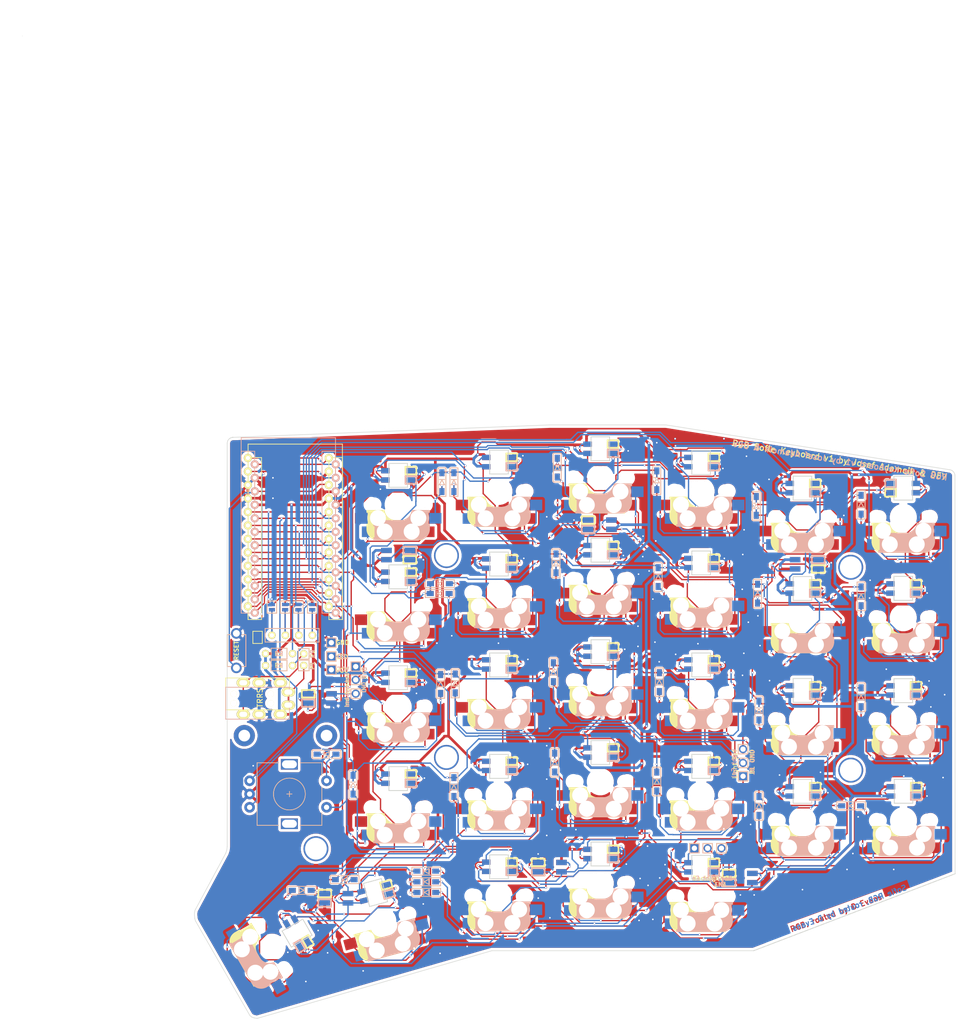
<source format=kicad_pcb>
(kicad_pcb (version 20171130) (host pcbnew "(5.1.6)-1")
  (layers (0 F.Cu signal) (31 B.Cu signal) (34 B.Paste user hide) (35 F.Paste user hide) (36 B.SilkS user hide) (37 F.SilkS user hide) (38 B.Mask user hide) (39 F.Mask user hide) (44 Edge.Cuts user))
  (net 0 "")
  (net 1 "Net-(D1-Pad2)")
  (net 2 row4)
  (net 3 "Net-(D2-Pad2)")
  (net 4 "Net-(D3-Pad2)")
  (net 5 row0)
  (net 6 "Net-(D4-Pad2)")
  (net 7 row1)
  (net 8 "Net-(D5-Pad2)")
  (net 9 row2)
  (net 10 "Net-(D6-Pad2)")
  (net 11 row3)
  (net 12 "Net-(D7-Pad2)")
  (net 13 "Net-(D8-Pad2)")
  (net 14 "Net-(D9-Pad2)")
  (net 15 "Net-(D10-Pad2)")
  (net 16 "Net-(D11-Pad2)")
  (net 17 "Net-(D12-Pad2)")
  (net 18 "Net-(D13-Pad2)")
  (net 19 "Net-(D14-Pad2)")
  (net 20 "Net-(D15-Pad2)")
  (net 21 "Net-(D16-Pad2)")
  (net 22 "Net-(D17-Pad2)")
  (net 23 "Net-(D18-Pad2)")
  (net 24 "Net-(D19-Pad2)")
  (net 25 "Net-(D20-Pad2)")
  (net 26 "Net-(D21-Pad2)")
  (net 27 "Net-(D22-Pad2)")
  (net 28 "Net-(D23-Pad2)")
  (net 29 "Net-(D24-Pad2)")
  (net 30 "Net-(D26-Pad2)")
  (net 31 "Net-(D27-Pad2)")
  (net 32 "Net-(D28-Pad2)")
  (net 33 VCC)
  (net 34 GND)
  (net 35 col0)
  (net 36 col1)
  (net 37 col2)
  (net 38 col3)
  (net 39 col4)
  (net 40 SDA)
  (net 41 LED)
  (net 42 SCL)
  (net 43 RESET)
  (net 44 "Net-(D29-Pad2)")
  (net 45 "Net-(U1-Pad24)")
  (net 46 "Net-(U1-Pad7)")
  (net 47 DATA)
  (net 48 "Net-(J3-Pad1)")
  (net 49 "Net-(J3-Pad2)")
  (net 50 "Net-(J3-Pad3)")
  (net 51 "Net-(J3-Pad4)")
  (net 52 "Net-(D30-Pad2)")
  (net 53 SW25B)
  (net 54 SW25A)
  (net 55 ENCB)
  (net 56 ENCA)
  (net 57 /i2c_c)
  (net 58 /i2c_d)
  (net 59 "Net-(D31-Pad1)")
  (net 60 "Net-(D31-Pad3)")
  (net 61 "Net-(D32-Pad3)")
  (net 62 /underglow)
  (net 63 "Net-(D34-Pad1)")
  (net 64 "Net-(D35-Pad1)")
  (net 65 "Net-(D36-Pad1)")
  (net 66 lights)
  (net 67 "Net-(D37-Pad3)")
  (net 68 /backlight)
  (net 69 "Net-(J5-Pad3)")
  (net 70 "Net-(SW1-Pad3)")
  (net 71 "Net-(SW1-Pad1)")
  (net 72 "Net-(SW2-Pad3)")
  (net 73 "Net-(SW3-Pad3)")
  (net 74 "Net-(SW3-Pad1)")
  (net 75 "Net-(SW10-Pad1)")
  (net 76 "Net-(SW5-Pad3)")
  (net 77 "Net-(SW11-Pad3)")
  (net 78 "Net-(SW12-Pad1)")
  (net 79 "Net-(SW13-Pad3)")
  (net 80 "Net-(SW14-Pad1)")
  (net 81 "Net-(SW15-Pad3)")
  (net 82 "Net-(SW10-Pad3)")
  (net 83 "Net-(SW11-Pad1)")
  (net 84 "Net-(SW12-Pad3)")
  (net 85 "Net-(SW13-Pad1)")
  (net 86 "Net-(SW14-Pad3)")
  (net 87 "Net-(SW15-Pad1)")
  (net 88 "Net-(SW16-Pad3)")
  (net 89 "Net-(SW17-Pad1)")
  (net 90 "Net-(SW18-Pad3)")
  (net 91 "Net-(SW19-Pad1)")
  (net 92 "Net-(SW20-Pad3)")
  (net 93 "Net-(SW21-Pad1)")
  (net 94 "Net-(SW22-Pad3)")
  (net 95 "Net-(SW23-Pad1)")
  (net 96 "Net-(SW24-Pad3)")
  (net 97 "Net-(SW26-Pad3)")
  (net 98 "Net-(SW28-Pad3)")
  (module Button_Switch_Keyboard:SK6812MINI_and_cherry (layer F.Cu) (at 158.6 102.19 180)
    (fp_text reference SW21 hide)
    (fp_text value SW_PUSH-MX_W_LED hide)
    (pad 5 smd rect (at -7 -2.58) (size 2.3 2) (layers B.Cu B.Paste B.Mask) (net 26 "Net-(D21-Pad2)"))
    (pad "" np_thru_hole circle (at -5.08 0 180) (size 1.9 1.9) (drill 1.9) (layers *.Cu *.Mask))
    (pad "" np_thru_hole circle (at 3.81 -2.540001) (size 3 3) (drill 3) (layers *.Cu *.Mask))
    (pad "" np_thru_hole circle (at 5.08 0 180) (size 1.9 1.9) (drill 1.9) (layers *.Cu *.Mask))
    (pad "" np_thru_hole circle (at 4.5 0 180) (size 1.7 1.7) (drill 1.7) (layers *.Cu *.Mask))
    (pad "" np_thru_hole circle (at -2.54 -5.08) (size 3 3) (drill 3) (layers *.Cu *.Mask))
    (pad 6 smd rect (at -5.7 -5.12) (size 2.3 2) (layers F.Cu F.Mask) (net 38 col3))
    (pad 5 smd rect (at 7 -2.58) (size 2.3 2) (layers F.Cu F.Paste F.Mask) (net 26 "Net-(D21-Pad2)"))
    (pad "" np_thru_hole circle (at -4.5 0 180) (size 1.7 1.7) (drill 1.7) (layers *.Cu *.Mask))
    (pad "" np_thru_hole circle (at -3.81 -2.54) (size 3 3) (drill 3) (layers *.Cu *.Mask))
    (pad 6 smd rect (at 5.7 -5.12) (size 2.3 2) (layers B.Cu B.Paste B.Mask) (net 38 col3))
    (pad "" np_thru_hole circle (at 0 0 270) (size 4.1 4.1) (drill 4.1) (layers *.Cu *.Mask))
    (pad "" np_thru_hole circle (at 2.54 -5.08) (size 3 3) (drill 3) (layers *.Cu *.Mask))
    (pad 4 smd rect (at 2.4 6.375 180) (size 1.6 1) (layers F.Cu F.Paste F.Mask) (net 33 VCC))
    (pad 3 smd rect (at 2.4 4.625 180) (size 1.6 1) (layers F.Cu F.Paste F.Mask) (net 87 "Net-(SW15-Pad1)"))
    (pad 1 smd rect (at -2.4 6.375 180) (size 1.6 1) (layers F.Cu F.Paste F.Mask) (net 93 "Net-(SW21-Pad1)"))
    (pad 2 smd rect (at -2.4 4.625 180) (size 1.6 1) (layers F.Cu F.Paste F.Mask) (net 34 GND))
    (pad 3 smd rect (at 2.4 6.375 180) (size 1.6 1) (layers B.Cu B.Paste B.Mask) (net 87 "Net-(SW15-Pad1)"))
    (pad 4 smd rect (at 2.4 4.625 180) (size 1.6 1) (layers B.Cu B.Paste B.Mask) (net 33 VCC))
    (pad 1 smd rect (at -2.4 4.625 180) (size 1.6 1) (layers B.Cu B.Paste B.Mask) (net 93 "Net-(SW21-Pad1)"))
    (pad 2 smd rect (at -2.4 6.375 180) (size 1.6 1) (layers B.Cu B.Paste B.Mask) (net 34 GND))
  )
  (module LED_SMD:SK6812MINI_underglow_dev (layer F.Cu) (at 108.85 124.13)
    (fp_text reference D34 hide)
    (fp_text value LED_sk2812_SM hide)
    (pad 2 smd rect (at -2.2 -0.875) (size 2 1) (layers B.Cu B.Paste B.Mask) (net 34 GND))
    (pad 1 smd rect (at -2.2 0.875) (size 2 1) (layers B.Cu B.Paste B.Mask) (net 63 "Net-(D34-Pad1)"))
    (pad 4 smd rect (at 2.2 0.875) (size 2 1) (layers B.Cu B.Paste B.Mask) (net 33 VCC))
    (pad 3 smd rect (at 2.2 -0.875) (size 2 1) (layers B.Cu B.Paste B.Mask) (net 59 "Net-(D31-Pad1)"))
    (pad 2 smd rect (at -2.2 0.875) (size 2 1) (layers F.Cu F.Paste F.Mask) (net 34 GND))
    (pad 1 smd rect (at -2.2 -0.875) (size 2 1) (layers F.Cu F.Paste F.Mask) (net 63 "Net-(D34-Pad1)"))
    (pad 3 smd rect (at 2.2 0.875) (size 2 1) (layers F.Cu F.Paste F.Mask) (net 59 "Net-(D31-Pad1)"))
    (pad 4 smd rect (at 2.2 -0.875) (size 2 1) (layers F.Cu F.Paste F.Mask) (net 33 VCC))
  )
  (module Button_Switch_Keyboard:SK6812MINI_and_cherry (layer B.Cu) (at 215.7 52.4)
    (fp_text reference SW6 hide)
    (fp_text value SW_PUSH-MX_W_LED hide)
    (pad 5 smd rect (at -7 2.58 180) (size 2.3 2) (layers F.Cu F.Paste F.Mask) (net 10 "Net-(D6-Pad2)"))
    (pad "" np_thru_hole circle (at -5.08 0) (size 1.9 1.9) (drill 1.9) (layers *.Cu *.Mask))
    (pad "" np_thru_hole circle (at 3.81 2.540001 180) (size 3 3) (drill 3) (layers *.Cu *.Mask))
    (pad "" np_thru_hole circle (at 5.08 0) (size 1.9 1.9) (drill 1.9) (layers *.Cu *.Mask))
    (pad "" np_thru_hole circle (at 4.5 0) (size 1.7 1.7) (drill 1.7) (layers *.Cu *.Mask))
    (pad "" np_thru_hole circle (at -2.54 5.08 180) (size 3 3) (drill 3) (layers *.Cu *.Mask))
    (pad 6 smd rect (at -5.7 5.12 180) (size 2.3 2) (layers B.Cu B.Mask) (net 35 col0))
    (pad 5 smd rect (at 7 2.58 180) (size 2.3 2) (layers B.Cu B.Paste B.Mask) (net 10 "Net-(D6-Pad2)"))
    (pad "" np_thru_hole circle (at -4.5 0) (size 1.7 1.7) (drill 1.7) (layers *.Cu *.Mask))
    (pad "" np_thru_hole circle (at -3.81 2.54 180) (size 3 3) (drill 3) (layers *.Cu *.Mask))
    (pad 6 smd rect (at 5.7 5.12 180) (size 2.3 2) (layers F.Cu F.Paste F.Mask) (net 35 col0))
    (pad "" np_thru_hole circle (at 0 0 270) (size 4.1 4.1) (drill 4.1) (layers *.Cu *.Mask))
    (pad "" np_thru_hole circle (at 2.54 5.08 180) (size 3 3) (drill 3) (layers *.Cu *.Mask))
    (pad 4 smd rect (at 2.4 -6.375) (size 1.6 1) (layers B.Cu B.Paste B.Mask) (net 33 VCC))
    (pad 3 smd rect (at 2.4 -4.625) (size 1.6 1) (layers B.Cu B.Paste B.Mask) (net 78 "Net-(SW12-Pad1)"))
    (pad 1 smd rect (at -2.4 -6.375) (size 1.6 1) (layers B.Cu B.Paste B.Mask) (net 76 "Net-(SW5-Pad3)"))
    (pad 2 smd rect (at -2.4 -4.625) (size 1.6 1) (layers B.Cu B.Paste B.Mask) (net 34 GND))
    (pad 3 smd rect (at 2.4 -6.375) (size 1.6 1) (layers F.Cu F.Paste F.Mask) (net 78 "Net-(SW12-Pad1)"))
    (pad 4 smd rect (at 2.4 -4.625) (size 1.6 1) (layers F.Cu F.Paste F.Mask) (net 33 VCC))
    (pad 1 smd rect (at -2.4 -4.625) (size 1.6 1) (layers F.Cu F.Paste F.Mask) (net 76 "Net-(SW5-Pad3)"))
    (pad 2 smd rect (at -2.4 -6.375) (size 1.6 1) (layers F.Cu F.Paste F.Mask) (net 34 GND))
  )
  (module Button_Switch_Keyboard:SK6812MINI_and_cherry (layer F.Cu) (at 196.7 109.5 180)
    (fp_text reference SW23 hide)
    (fp_text value SW_PUSH-MX_W_LED hide)
    (pad 5 smd rect (at -7 -2.58) (size 2.3 2) (layers B.Cu B.Paste B.Mask) (net 28 "Net-(D23-Pad2)"))
    (pad "" np_thru_hole circle (at -5.08 0 180) (size 1.9 1.9) (drill 1.9) (layers *.Cu *.Mask))
    (pad "" np_thru_hole circle (at 3.81 -2.540001) (size 3 3) (drill 3) (layers *.Cu *.Mask))
    (pad "" np_thru_hole circle (at 5.08 0 180) (size 1.9 1.9) (drill 1.9) (layers *.Cu *.Mask))
    (pad "" np_thru_hole circle (at 4.5 0 180) (size 1.7 1.7) (drill 1.7) (layers *.Cu *.Mask))
    (pad "" np_thru_hole circle (at -2.54 -5.08) (size 3 3) (drill 3) (layers *.Cu *.Mask))
    (pad 6 smd rect (at -5.7 -5.12) (size 2.3 2) (layers F.Cu F.Mask) (net 36 col1))
    (pad 5 smd rect (at 7 -2.58) (size 2.3 2) (layers F.Cu F.Paste F.Mask) (net 28 "Net-(D23-Pad2)"))
    (pad "" np_thru_hole circle (at -4.5 0 180) (size 1.7 1.7) (drill 1.7) (layers *.Cu *.Mask))
    (pad "" np_thru_hole circle (at -3.81 -2.54) (size 3 3) (drill 3) (layers *.Cu *.Mask))
    (pad 6 smd rect (at 5.7 -5.12) (size 2.3 2) (layers B.Cu B.Paste B.Mask) (net 36 col1))
    (pad "" np_thru_hole circle (at 0 0 270) (size 4.1 4.1) (drill 4.1) (layers *.Cu *.Mask))
    (pad "" np_thru_hole circle (at 2.54 -5.08) (size 3 3) (drill 3) (layers *.Cu *.Mask))
    (pad 4 smd rect (at 2.4 6.375 180) (size 1.6 1) (layers F.Cu F.Paste F.Mask) (net 33 VCC))
    (pad 3 smd rect (at 2.4 4.625 180) (size 1.6 1) (layers F.Cu F.Paste F.Mask) (net 89 "Net-(SW17-Pad1)"))
    (pad 1 smd rect (at -2.4 6.375 180) (size 1.6 1) (layers F.Cu F.Paste F.Mask) (net 95 "Net-(SW23-Pad1)"))
    (pad 2 smd rect (at -2.4 4.625 180) (size 1.6 1) (layers F.Cu F.Paste F.Mask) (net 34 GND))
    (pad 3 smd rect (at 2.4 6.375 180) (size 1.6 1) (layers B.Cu B.Paste B.Mask) (net 89 "Net-(SW17-Pad1)"))
    (pad 4 smd rect (at 2.4 4.625 180) (size 1.6 1) (layers B.Cu B.Paste B.Mask) (net 33 VCC))
    (pad 1 smd rect (at -2.4 4.625 180) (size 1.6 1) (layers B.Cu B.Paste B.Mask) (net 95 "Net-(SW23-Pad1)"))
    (pad 2 smd rect (at -2.4 6.375 180) (size 1.6 1) (layers B.Cu B.Paste B.Mask) (net 34 GND))
  )
  (module Button_Switch_Keyboard:SK6812MINI_and_cherry (layer F.Cu) (at 215.7 71.3 180)
    (fp_text reference SW12 hide)
    (fp_text value SW_PUSH-MX_W_LED hide)
    (pad 5 smd rect (at -7 -2.58) (size 2.3 2) (layers B.Cu B.Paste B.Mask) (net 17 "Net-(D12-Pad2)"))
    (pad "" np_thru_hole circle (at -5.08 0 180) (size 1.9 1.9) (drill 1.9) (layers *.Cu *.Mask))
    (pad "" np_thru_hole circle (at 3.81 -2.540001) (size 3 3) (drill 3) (layers *.Cu *.Mask))
    (pad "" np_thru_hole circle (at 5.08 0 180) (size 1.9 1.9) (drill 1.9) (layers *.Cu *.Mask))
    (pad "" np_thru_hole circle (at 4.5 0 180) (size 1.7 1.7) (drill 1.7) (layers *.Cu *.Mask))
    (pad "" np_thru_hole circle (at -2.54 -5.08) (size 3 3) (drill 3) (layers *.Cu *.Mask))
    (pad 6 smd rect (at -5.7 -5.12) (size 2.3 2) (layers F.Cu F.Mask) (net 35 col0))
    (pad 5 smd rect (at 7 -2.58) (size 2.3 2) (layers F.Cu F.Paste F.Mask) (net 17 "Net-(D12-Pad2)"))
    (pad "" np_thru_hole circle (at -4.5 0 180) (size 1.7 1.7) (drill 1.7) (layers *.Cu *.Mask))
    (pad "" np_thru_hole circle (at -3.81 -2.54) (size 3 3) (drill 3) (layers *.Cu *.Mask))
    (pad 6 smd rect (at 5.7 -5.12) (size 2.3 2) (layers B.Cu B.Paste B.Mask) (net 35 col0))
    (pad "" np_thru_hole circle (at 0 0 270) (size 4.1 4.1) (drill 4.1) (layers *.Cu *.Mask))
    (pad "" np_thru_hole circle (at 2.54 -5.08) (size 3 3) (drill 3) (layers *.Cu *.Mask))
    (pad 4 smd rect (at 2.4 6.375 180) (size 1.6 1) (layers F.Cu F.Paste F.Mask) (net 33 VCC))
    (pad 3 smd rect (at 2.4 4.625 180) (size 1.6 1) (layers F.Cu F.Paste F.Mask) (net 84 "Net-(SW12-Pad3)"))
    (pad 1 smd rect (at -2.4 6.375 180) (size 1.6 1) (layers F.Cu F.Paste F.Mask) (net 78 "Net-(SW12-Pad1)"))
    (pad 2 smd rect (at -2.4 4.625 180) (size 1.6 1) (layers F.Cu F.Paste F.Mask) (net 34 GND))
    (pad 3 smd rect (at 2.4 6.375 180) (size 1.6 1) (layers B.Cu B.Paste B.Mask) (net 84 "Net-(SW12-Pad3)"))
    (pad 4 smd rect (at 2.4 4.625 180) (size 1.6 1) (layers B.Cu B.Paste B.Mask) (net 33 VCC))
    (pad 1 smd rect (at -2.4 4.625 180) (size 1.6 1) (layers B.Cu B.Paste B.Mask) (net 78 "Net-(SW12-Pad1)"))
    (pad 2 smd rect (at -2.4 6.375 180) (size 1.6 1) (layers B.Cu B.Paste B.Mask) (net 34 GND))
  )
  (module Button_Switch_Keyboard:SK6812MINI_and_cherry (layer F.Cu) (at 196.7 71.3 180)
    (fp_text reference SW11 hide)
    (fp_text value SW_PUSH-MX_W_LED hide)
    (pad 5 smd rect (at -7 -2.58) (size 2.3 2) (layers B.Cu B.Paste B.Mask) (net 16 "Net-(D11-Pad2)"))
    (pad "" np_thru_hole circle (at -5.08 0 180) (size 1.9 1.9) (drill 1.9) (layers *.Cu *.Mask))
    (pad "" np_thru_hole circle (at 3.81 -2.540001) (size 3 3) (drill 3) (layers *.Cu *.Mask))
    (pad "" np_thru_hole circle (at 5.08 0 180) (size 1.9 1.9) (drill 1.9) (layers *.Cu *.Mask))
    (pad "" np_thru_hole circle (at 4.5 0 180) (size 1.7 1.7) (drill 1.7) (layers *.Cu *.Mask))
    (pad "" np_thru_hole circle (at -2.54 -5.08) (size 3 3) (drill 3) (layers *.Cu *.Mask))
    (pad 6 smd rect (at -5.7 -5.12) (size 2.3 2) (layers F.Cu F.Mask) (net 36 col1))
    (pad 5 smd rect (at 7 -2.58) (size 2.3 2) (layers F.Cu F.Paste F.Mask) (net 16 "Net-(D11-Pad2)"))
    (pad "" np_thru_hole circle (at -4.5 0 180) (size 1.7 1.7) (drill 1.7) (layers *.Cu *.Mask))
    (pad "" np_thru_hole circle (at -3.81 -2.54) (size 3 3) (drill 3) (layers *.Cu *.Mask))
    (pad 6 smd rect (at 5.7 -5.12) (size 2.3 2) (layers B.Cu B.Paste B.Mask) (net 36 col1))
    (pad "" np_thru_hole circle (at 0 0 270) (size 4.1 4.1) (drill 4.1) (layers *.Cu *.Mask))
    (pad "" np_thru_hole circle (at 2.54 -5.08) (size 3 3) (drill 3) (layers *.Cu *.Mask))
    (pad 4 smd rect (at 2.4 6.375 180) (size 1.6 1) (layers F.Cu F.Paste F.Mask) (net 33 VCC))
    (pad 3 smd rect (at 2.4 4.625 180) (size 1.6 1) (layers F.Cu F.Paste F.Mask) (net 77 "Net-(SW11-Pad3)"))
    (pad 1 smd rect (at -2.4 6.375 180) (size 1.6 1) (layers F.Cu F.Paste F.Mask) (net 83 "Net-(SW11-Pad1)"))
    (pad 2 smd rect (at -2.4 4.625 180) (size 1.6 1) (layers F.Cu F.Paste F.Mask) (net 34 GND))
    (pad 3 smd rect (at 2.4 6.375 180) (size 1.6 1) (layers B.Cu B.Paste B.Mask) (net 77 "Net-(SW11-Pad3)"))
    (pad 4 smd rect (at 2.4 4.625 180) (size 1.6 1) (layers B.Cu B.Paste B.Mask) (net 33 VCC))
    (pad 1 smd rect (at -2.4 4.625 180) (size 1.6 1) (layers B.Cu B.Paste B.Mask) (net 83 "Net-(SW11-Pad1)"))
    (pad 2 smd rect (at -2.4 6.375 180) (size 1.6 1) (layers B.Cu B.Paste B.Mask) (net 34 GND))
  )
  (module Button_Switch_Keyboard:SK6812MINI_and_cherry (layer F.Cu) (at 196.7 90.5 180)
    (fp_text reference SW17 hide)
    (fp_text value SW_PUSH-MX_W_LED hide)
    (pad 5 smd rect (at -7 -2.58) (size 2.3 2) (layers B.Cu B.Paste B.Mask) (net 22 "Net-(D17-Pad2)"))
    (pad "" np_thru_hole circle (at -5.08 0 180) (size 1.9 1.9) (drill 1.9) (layers *.Cu *.Mask))
    (pad "" np_thru_hole circle (at 3.81 -2.540001) (size 3 3) (drill 3) (layers *.Cu *.Mask))
    (pad "" np_thru_hole circle (at 5.08 0 180) (size 1.9 1.9) (drill 1.9) (layers *.Cu *.Mask))
    (pad "" np_thru_hole circle (at 4.5 0 180) (size 1.7 1.7) (drill 1.7) (layers *.Cu *.Mask))
    (pad "" np_thru_hole circle (at -2.54 -5.08) (size 3 3) (drill 3) (layers *.Cu *.Mask))
    (pad 6 smd rect (at -5.7 -5.12) (size 2.3 2) (layers F.Cu F.Mask) (net 36 col1))
    (pad 5 smd rect (at 7 -2.58) (size 2.3 2) (layers F.Cu F.Paste F.Mask) (net 22 "Net-(D17-Pad2)"))
    (pad "" np_thru_hole circle (at -4.5 0 180) (size 1.7 1.7) (drill 1.7) (layers *.Cu *.Mask))
    (pad "" np_thru_hole circle (at -3.81 -2.54) (size 3 3) (drill 3) (layers *.Cu *.Mask))
    (pad 6 smd rect (at 5.7 -5.12) (size 2.3 2) (layers B.Cu B.Paste B.Mask) (net 36 col1))
    (pad "" np_thru_hole circle (at 0 0 270) (size 4.1 4.1) (drill 4.1) (layers *.Cu *.Mask))
    (pad "" np_thru_hole circle (at 2.54 -5.08) (size 3 3) (drill 3) (layers *.Cu *.Mask))
    (pad 4 smd rect (at 2.4 6.375 180) (size 1.6 1) (layers F.Cu F.Paste F.Mask) (net 33 VCC))
    (pad 3 smd rect (at 2.4 4.625 180) (size 1.6 1) (layers F.Cu F.Paste F.Mask) (net 83 "Net-(SW11-Pad1)"))
    (pad 1 smd rect (at -2.4 6.375 180) (size 1.6 1) (layers F.Cu F.Paste F.Mask) (net 89 "Net-(SW17-Pad1)"))
    (pad 2 smd rect (at -2.4 4.625 180) (size 1.6 1) (layers F.Cu F.Paste F.Mask) (net 34 GND))
    (pad 3 smd rect (at 2.4 6.375 180) (size 1.6 1) (layers B.Cu B.Paste B.Mask) (net 83 "Net-(SW11-Pad1)"))
    (pad 4 smd rect (at 2.4 4.625 180) (size 1.6 1) (layers B.Cu B.Paste B.Mask) (net 33 VCC))
    (pad 1 smd rect (at -2.4 4.625 180) (size 1.6 1) (layers B.Cu B.Paste B.Mask) (net 89 "Net-(SW17-Pad1)"))
    (pad 2 smd rect (at -2.4 6.375 180) (size 1.6 1) (layers B.Cu B.Paste B.Mask) (net 34 GND))
  )
  (module Button_Switch_Keyboard:SK6812MINI_and_cherry (layer F.Cu) (at 139.5 47.5 180)
    (fp_text reference SW2 hide)
    (fp_text value SW_PUSH-MX_W_LED hide)
    (pad 5 smd rect (at -7 -2.58) (size 2.3 2) (layers B.Cu B.Paste B.Mask) (net 3 "Net-(D2-Pad2)"))
    (pad "" np_thru_hole circle (at -5.08 0 180) (size 1.9 1.9) (drill 1.9) (layers *.Cu *.Mask))
    (pad "" np_thru_hole circle (at 3.81 -2.540001) (size 3 3) (drill 3) (layers *.Cu *.Mask))
    (pad "" np_thru_hole circle (at 5.08 0 180) (size 1.9 1.9) (drill 1.9) (layers *.Cu *.Mask))
    (pad "" np_thru_hole circle (at 4.5 0 180) (size 1.7 1.7) (drill 1.7) (layers *.Cu *.Mask))
    (pad "" np_thru_hole circle (at -2.54 -5.08) (size 3 3) (drill 3) (layers *.Cu *.Mask))
    (pad 6 smd rect (at -5.7 -5.12) (size 2.3 2) (layers F.Cu F.Mask) (net 39 col4))
    (pad 5 smd rect (at 7 -2.58) (size 2.3 2) (layers F.Cu F.Paste F.Mask) (net 3 "Net-(D2-Pad2)"))
    (pad "" np_thru_hole circle (at -4.5 0 180) (size 1.7 1.7) (drill 1.7) (layers *.Cu *.Mask))
    (pad "" np_thru_hole circle (at -3.81 -2.54) (size 3 3) (drill 3) (layers *.Cu *.Mask))
    (pad 6 smd rect (at 5.7 -5.12) (size 2.3 2) (layers B.Cu B.Paste B.Mask) (net 39 col4))
    (pad "" np_thru_hole circle (at 0 0 270) (size 4.1 4.1) (drill 4.1) (layers *.Cu *.Mask))
    (pad "" np_thru_hole circle (at 2.54 -5.08) (size 3 3) (drill 3) (layers *.Cu *.Mask))
    (pad 4 smd rect (at 2.4 6.375 180) (size 1.6 1) (layers F.Cu F.Paste F.Mask) (net 33 VCC))
    (pad 3 smd rect (at 2.4 4.625 180) (size 1.6 1) (layers F.Cu F.Paste F.Mask) (net 72 "Net-(SW2-Pad3)"))
    (pad 1 smd rect (at -2.4 6.375 180) (size 1.6 1) (layers F.Cu F.Paste F.Mask) (net 70 "Net-(SW1-Pad3)"))
    (pad 2 smd rect (at -2.4 4.625 180) (size 1.6 1) (layers F.Cu F.Paste F.Mask) (net 34 GND))
    (pad 3 smd rect (at 2.4 6.375 180) (size 1.6 1) (layers B.Cu B.Paste B.Mask) (net 72 "Net-(SW2-Pad3)"))
    (pad 4 smd rect (at 2.4 4.625 180) (size 1.6 1) (layers B.Cu B.Paste B.Mask) (net 33 VCC))
    (pad 1 smd rect (at -2.4 4.625 180) (size 1.6 1) (layers B.Cu B.Paste B.Mask) (net 70 "Net-(SW1-Pad3)"))
    (pad 2 smd rect (at -2.4 6.375 180) (size 1.6 1) (layers B.Cu B.Paste B.Mask) (net 34 GND))
  )
  (module Diode_SMD:crkbd-diode (layer F.Cu) (at 125.805 119.02)
    (fp_text reference D30 hide)
    (fp_text value D hide)
    (pad 1 smd rect (at -1.775 0) (size 1.3 0.95) (layers F.Cu F.Paste F.Mask) (net 2 row4))
    (pad 2 smd rect (at 1.775 0) (size 1.3 0.95) (layers B.Cu B.Paste B.Mask) (net 52 "Net-(D30-Pad2)"))
    (pad 1 smd rect (at -1.775 0) (size 1.3 0.95) (layers B.Cu B.Paste B.Mask) (net 2 row4))
    (pad 2 smd rect (at 1.775 0) (size 1.3 0.95) (layers F.Cu F.Paste F.Mask) (net 52 "Net-(D30-Pad2)"))
  )
  (module Diode_SMD:crkbd-diode (layer F.Cu) (at 125.805 121.02)
    (fp_text reference D29 hide)
    (fp_text value D hide)
    (pad 1 smd rect (at -1.775 0) (size 1.3 0.95) (layers F.Cu F.Paste F.Mask) (net 2 row4))
    (pad 2 smd rect (at 1.775 0) (size 1.3 0.95) (layers B.Cu B.Paste B.Mask) (net 44 "Net-(D29-Pad2)"))
    (pad 1 smd rect (at -1.775 0) (size 1.3 0.95) (layers B.Cu B.Paste B.Mask) (net 2 row4))
    (pad 2 smd rect (at 1.775 0) (size 1.3 0.95) (layers F.Cu F.Paste F.Mask) (net 44 "Net-(D29-Pad2)"))
  )
  (module Diode_SMD:crkbd-diode (layer F.Cu) (at 125.805 123.02)
    (fp_text reference D28 hide)
    (fp_text value D hide)
    (pad 1 smd rect (at -1.775 0) (size 1.3 0.95) (layers F.Cu F.Paste F.Mask) (net 2 row4))
    (pad 2 smd rect (at 1.775 0) (size 1.3 0.95) (layers B.Cu B.Paste B.Mask) (net 32 "Net-(D28-Pad2)"))
    (pad 1 smd rect (at -1.775 0) (size 1.3 0.95) (layers B.Cu B.Paste B.Mask) (net 2 row4))
    (pad 2 smd rect (at 1.775 0) (size 1.3 0.95) (layers F.Cu F.Paste F.Mask) (net 32 "Net-(D28-Pad2)"))
  )
  (module Diode_SMD:crkbd-diode (layer F.Cu) (at 110.4248 120.6248)
    (fp_text reference D27 hide)
    (fp_text value D hide)
    (pad 1 smd rect (at -1.775 0) (size 1.3 0.95) (layers F.Cu F.Paste F.Mask) (net 2 row4))
    (pad 2 smd rect (at 1.775 0) (size 1.3 0.95) (layers B.Cu B.Paste B.Mask) (net 31 "Net-(D27-Pad2)"))
    (pad 1 smd rect (at -1.775 0) (size 1.3 0.95) (layers B.Cu B.Paste B.Mask) (net 2 row4))
    (pad 2 smd rect (at 1.775 0) (size 1.3 0.95) (layers F.Cu F.Paste F.Mask) (net 31 "Net-(D27-Pad2)"))
  )
  (module Diode_SMD:crkbd-diode (layer F.Cu) (at 102.3222 122.6248 180)
    (fp_text reference D26 hide)
    (fp_text value D hide)
    (pad 1 smd rect (at -1.775 0 180) (size 1.3 0.95) (layers F.Cu F.Paste F.Mask) (net 2 row4))
    (pad 2 smd rect (at 1.775 0 180) (size 1.3 0.95) (layers B.Cu B.Paste B.Mask) (net 30 "Net-(D26-Pad2)"))
    (pad 1 smd rect (at -1.775 0 180) (size 1.3 0.95) (layers B.Cu B.Paste B.Mask) (net 2 row4))
    (pad 2 smd rect (at 1.775 0 180) (size 1.3 0.95) (layers F.Cu F.Paste F.Mask) (net 30 "Net-(D26-Pad2)"))
  )
  (module Diode_SMD:crkbd-diode (layer F.Cu) (at 107 97)
    (fp_text reference D25 hide)
    (fp_text value D hide)
    (pad 1 smd rect (at -1.775 0) (size 1.3 0.95) (layers F.Cu F.Paste F.Mask) (net 2 row4))
    (pad 2 smd rect (at 1.775 0) (size 1.3 0.95) (layers B.Cu B.Paste B.Mask) (net 53 SW25B))
    (pad 1 smd rect (at -1.775 0) (size 1.3 0.95) (layers B.Cu B.Paste B.Mask) (net 2 row4))
    (pad 2 smd rect (at 1.775 0) (size 1.3 0.95) (layers F.Cu F.Paste F.Mask) (net 53 SW25B))
  )
  (module Diode_SMD:crkbd-diode (layer F.Cu) (at 205.881 106.731)
    (fp_text reference D24 hide)
    (fp_text value D hide)
    (pad 1 smd rect (at -1.775 0) (size 1.3 0.95) (layers F.Cu F.Paste F.Mask) (net 11 row3))
    (pad 2 smd rect (at 1.775 0) (size 1.3 0.95) (layers B.Cu B.Paste B.Mask) (net 29 "Net-(D24-Pad2)"))
    (pad 1 smd rect (at -1.775 0) (size 1.3 0.95) (layers B.Cu B.Paste B.Mask) (net 11 row3))
    (pad 2 smd rect (at 1.775 0) (size 1.3 0.95) (layers F.Cu F.Paste F.Mask) (net 29 "Net-(D24-Pad2)"))
  )
  (module Diode_SMD:crkbd-diode (layer F.Cu) (at 188.5 106.75 270)
    (fp_text reference D23 hide)
    (fp_text value D hide)
    (pad 1 smd rect (at -1.775 0 270) (size 1.3 0.95) (layers F.Cu F.Paste F.Mask) (net 11 row3))
    (pad 2 smd rect (at 1.775 0 270) (size 1.3 0.95) (layers B.Cu B.Paste B.Mask) (net 28 "Net-(D23-Pad2)"))
    (pad 1 smd rect (at -1.775 0 270) (size 1.3 0.95) (layers B.Cu B.Paste B.Mask) (net 11 row3))
    (pad 2 smd rect (at 1.775 0 270) (size 1.3 0.95) (layers F.Cu F.Paste F.Mask) (net 28 "Net-(D23-Pad2)"))
  )
  (module Diode_SMD:crkbd-diode (layer F.Cu) (at 169.25 102.15 270)
    (fp_text reference D22 hide)
    (fp_text value D hide)
    (pad 1 smd rect (at -1.775 0 270) (size 1.3 0.95) (layers F.Cu F.Paste F.Mask) (net 11 row3))
    (pad 2 smd rect (at 1.775 0 270) (size 1.3 0.95) (layers B.Cu B.Paste B.Mask) (net 27 "Net-(D22-Pad2)"))
    (pad 1 smd rect (at -1.775 0 270) (size 1.3 0.95) (layers B.Cu B.Paste B.Mask) (net 11 row3))
    (pad 2 smd rect (at 1.775 0 270) (size 1.3 0.95) (layers F.Cu F.Paste F.Mask) (net 27 "Net-(D22-Pad2)"))
  )
  (module Diode_SMD:crkbd-diode (layer F.Cu) (at 150 98.565 270)
    (fp_text reference D21 hide)
    (fp_text value D hide)
    (pad 1 smd rect (at -1.775 0 270) (size 1.3 0.95) (layers F.Cu F.Paste F.Mask) (net 11 row3))
    (pad 2 smd rect (at 1.775 0 270) (size 1.3 0.95) (layers B.Cu B.Paste B.Mask) (net 26 "Net-(D21-Pad2)"))
    (pad 1 smd rect (at -1.775 0 270) (size 1.3 0.95) (layers B.Cu B.Paste B.Mask) (net 11 row3))
    (pad 2 smd rect (at 1.775 0 270) (size 1.3 0.95) (layers F.Cu F.Paste F.Mask) (net 26 "Net-(D21-Pad2)"))
  )
  (module Diode_SMD:crkbd-diode (layer F.Cu) (at 131 103.175 270)
    (fp_text reference D20 hide)
    (fp_text value D hide)
    (pad 1 smd rect (at -1.775 0 270) (size 1.3 0.95) (layers F.Cu F.Paste F.Mask) (net 11 row3))
    (pad 2 smd rect (at 1.775 0 270) (size 1.3 0.95) (layers B.Cu B.Paste B.Mask) (net 25 "Net-(D20-Pad2)"))
    (pad 1 smd rect (at -1.775 0 270) (size 1.3 0.95) (layers B.Cu B.Paste B.Mask) (net 11 row3))
    (pad 2 smd rect (at 1.775 0 270) (size 1.3 0.95) (layers F.Cu F.Paste F.Mask) (net 25 "Net-(D20-Pad2)"))
  )
  (module Diode_SMD:crkbd-diode (layer F.Cu) (at 112 102.75 270)
    (fp_text reference D19 hide)
    (fp_text value D hide)
    (pad 1 smd rect (at -1.775 0 270) (size 1.3 0.95) (layers F.Cu F.Paste F.Mask) (net 11 row3))
    (pad 2 smd rect (at 1.775 0 270) (size 1.3 0.95) (layers B.Cu B.Paste B.Mask) (net 24 "Net-(D19-Pad2)"))
    (pad 1 smd rect (at -1.775 0 270) (size 1.3 0.95) (layers B.Cu B.Paste B.Mask) (net 11 row3))
    (pad 2 smd rect (at 1.775 0 270) (size 1.3 0.95) (layers F.Cu F.Paste F.Mask) (net 24 "Net-(D19-Pad2)"))
  )
  (module Diode_SMD:crkbd-diode (layer F.Cu) (at 207.75 86.275 270)
    (fp_text reference D18 hide)
    (fp_text value D hide)
    (pad 1 smd rect (at -1.775 0 270) (size 1.3 0.95) (layers F.Cu F.Paste F.Mask) (net 9 row2))
    (pad 2 smd rect (at 1.775 0 270) (size 1.3 0.95) (layers B.Cu B.Paste B.Mask) (net 23 "Net-(D18-Pad2)"))
    (pad 1 smd rect (at -1.775 0 270) (size 1.3 0.95) (layers B.Cu B.Paste B.Mask) (net 9 row2))
    (pad 2 smd rect (at 1.775 0 270) (size 1.3 0.95) (layers F.Cu F.Paste F.Mask) (net 23 "Net-(D18-Pad2)"))
  )
  (module Diode_SMD:crkbd-diode (layer F.Cu) (at 188.5 88.775 270)
    (fp_text reference D17 hide)
    (fp_text value D hide)
    (pad 1 smd rect (at -1.775 0 270) (size 1.3 0.95) (layers F.Cu F.Paste F.Mask) (net 9 row2))
    (pad 2 smd rect (at 1.775 0 270) (size 1.3 0.95) (layers B.Cu B.Paste B.Mask) (net 22 "Net-(D17-Pad2)"))
    (pad 1 smd rect (at -1.775 0 270) (size 1.3 0.95) (layers B.Cu B.Paste B.Mask) (net 9 row2))
    (pad 2 smd rect (at 1.775 0 270) (size 1.3 0.95) (layers F.Cu F.Paste F.Mask) (net 22 "Net-(D17-Pad2)"))
  )
  (module Diode_SMD:crkbd-diode (layer F.Cu) (at 169.725 83.425 270)
    (fp_text reference D16 hide)
    (fp_text value D hide)
    (pad 1 smd rect (at -1.775 0 270) (size 1.3 0.95) (layers F.Cu F.Paste F.Mask) (net 9 row2))
    (pad 2 smd rect (at 1.775 0 270) (size 1.3 0.95) (layers B.Cu B.Paste B.Mask) (net 21 "Net-(D16-Pad2)"))
    (pad 1 smd rect (at -1.775 0 270) (size 1.3 0.95) (layers B.Cu B.Paste B.Mask) (net 9 row2))
    (pad 2 smd rect (at 1.775 0 270) (size 1.3 0.95) (layers F.Cu F.Paste F.Mask) (net 21 "Net-(D16-Pad2)"))
  )
  (module Diode_SMD:crkbd-diode (layer F.Cu) (at 149.75 81.565 270)
    (fp_text reference D15 hide)
    (fp_text value D hide)
    (pad 1 smd rect (at -1.775 0 270) (size 1.3 0.95) (layers F.Cu F.Paste F.Mask) (net 9 row2))
    (pad 2 smd rect (at 1.775 0 270) (size 1.3 0.95) (layers B.Cu B.Paste B.Mask) (net 20 "Net-(D15-Pad2)"))
    (pad 1 smd rect (at -1.775 0 270) (size 1.3 0.95) (layers B.Cu B.Paste B.Mask) (net 9 row2))
    (pad 2 smd rect (at 1.775 0 270) (size 1.3 0.95) (layers F.Cu F.Paste F.Mask) (net 20 "Net-(D15-Pad2)"))
  )
  (module Diode_SMD:crkbd-diode (layer F.Cu) (at 131.25 83.675 270)
    (fp_text reference D14 hide)
    (fp_text value D hide)
    (pad 1 smd rect (at -1.775 0 270) (size 1.3 0.95) (layers F.Cu F.Paste F.Mask) (net 9 row2))
    (pad 2 smd rect (at 1.775 0 270) (size 1.3 0.95) (layers B.Cu B.Paste B.Mask) (net 19 "Net-(D14-Pad2)"))
    (pad 1 smd rect (at -1.775 0 270) (size 1.3 0.95) (layers B.Cu B.Paste B.Mask) (net 9 row2))
    (pad 2 smd rect (at 1.775 0 270) (size 1.3 0.95) (layers F.Cu F.Paste F.Mask) (net 19 "Net-(D14-Pad2)"))
  )
  (module Diode_SMD:crkbd-diode (layer F.Cu) (at 128.5 83.775 270)
    (fp_text reference D13 hide)
    (fp_text value D hide)
    (pad 1 smd rect (at -1.775 0 270) (size 1.3 0.95) (layers F.Cu F.Paste F.Mask) (net 9 row2))
    (pad 2 smd rect (at 1.775 0 270) (size 1.3 0.95) (layers B.Cu B.Paste B.Mask) (net 18 "Net-(D13-Pad2)"))
    (pad 1 smd rect (at -1.775 0 270) (size 1.3 0.95) (layers B.Cu B.Paste B.Mask) (net 9 row2))
    (pad 2 smd rect (at 1.775 0 270) (size 1.3 0.95) (layers F.Cu F.Paste F.Mask) (net 18 "Net-(D13-Pad2)"))
  )
  (module Diode_SMD:crkbd-diode (layer F.Cu) (at 207.75 67.275 270)
    (fp_text reference D12 hide)
    (fp_text value D hide)
    (pad 1 smd rect (at -1.775 0 270) (size 1.3 0.95) (layers F.Cu F.Paste F.Mask) (net 7 row1))
    (pad 2 smd rect (at 1.775 0 270) (size 1.3 0.95) (layers B.Cu B.Paste B.Mask) (net 17 "Net-(D12-Pad2)"))
    (pad 1 smd rect (at -1.775 0 270) (size 1.3 0.95) (layers B.Cu B.Paste B.Mask) (net 7 row1))
    (pad 2 smd rect (at 1.775 0 270) (size 1.3 0.95) (layers F.Cu F.Paste F.Mask) (net 17 "Net-(D12-Pad2)"))
  )
  (module Diode_SMD:crkbd-diode (layer F.Cu) (at 188.25 66.775 270)
    (fp_text reference D11 hide)
    (fp_text value D hide)
    (pad 1 smd rect (at -1.775 0 270) (size 1.3 0.95) (layers F.Cu F.Paste F.Mask) (net 7 row1))
    (pad 2 smd rect (at 1.775 0 270) (size 1.3 0.95) (layers B.Cu B.Paste B.Mask) (net 16 "Net-(D11-Pad2)"))
    (pad 1 smd rect (at -1.775 0 270) (size 1.3 0.95) (layers B.Cu B.Paste B.Mask) (net 7 row1))
    (pad 2 smd rect (at 1.775 0 270) (size 1.3 0.95) (layers F.Cu F.Paste F.Mask) (net 16 "Net-(D11-Pad2)"))
  )
  (module Diode_SMD:crkbd-diode (layer F.Cu) (at 169.5 63.65 270)
    (fp_text reference D10 hide)
    (fp_text value D hide)
    (pad 1 smd rect (at -1.775 0 270) (size 1.3 0.95) (layers F.Cu F.Paste F.Mask) (net 7 row1))
    (pad 2 smd rect (at 1.775 0 270) (size 1.3 0.95) (layers B.Cu B.Paste B.Mask) (net 15 "Net-(D10-Pad2)"))
    (pad 1 smd rect (at -1.775 0 270) (size 1.3 0.95) (layers B.Cu B.Paste B.Mask) (net 7 row1))
    (pad 2 smd rect (at 1.775 0 270) (size 1.3 0.95) (layers F.Cu F.Paste F.Mask) (net 15 "Net-(D10-Pad2)"))
  )
  (module Diode_SMD:crkbd-diode (layer F.Cu) (at 150.25 61.065 270)
    (fp_text reference D9 hide)
    (fp_text value D hide)
    (pad 1 smd rect (at -1.775 0 270) (size 1.3 0.95) (layers F.Cu F.Paste F.Mask) (net 7 row1))
    (pad 2 smd rect (at 1.775 0 270) (size 1.3 0.95) (layers B.Cu B.Paste B.Mask) (net 14 "Net-(D9-Pad2)"))
    (pad 1 smd rect (at -1.775 0 270) (size 1.3 0.95) (layers B.Cu B.Paste B.Mask) (net 7 row1))
    (pad 2 smd rect (at 1.775 0 270) (size 1.3 0.95) (layers F.Cu F.Paste F.Mask) (net 14 "Net-(D9-Pad2)"))
  )
  (module Diode_SMD:crkbd-diode (layer F.Cu) (at 128.375 64.9)
    (fp_text reference D8 hide)
    (fp_text value D hide)
    (pad 1 smd rect (at -1.775 0) (size 1.3 0.95) (layers F.Cu F.Paste F.Mask) (net 7 row1))
    (pad 2 smd rect (at 1.775 0) (size 1.3 0.95) (layers B.Cu B.Paste B.Mask) (net 13 "Net-(D8-Pad2)"))
    (pad 1 smd rect (at -1.775 0) (size 1.3 0.95) (layers B.Cu B.Paste B.Mask) (net 7 row1))
    (pad 2 smd rect (at 1.775 0) (size 1.3 0.95) (layers F.Cu F.Paste F.Mask) (net 13 "Net-(D8-Pad2)"))
  )
  (module Diode_SMD:crkbd-diode (layer F.Cu) (at 128.325 66.75)
    (fp_text reference D7 hide)
    (fp_text value D hide)
    (pad 1 smd rect (at -1.775 0) (size 1.3 0.95) (layers F.Cu F.Paste F.Mask) (net 7 row1))
    (pad 2 smd rect (at 1.775 0) (size 1.3 0.95) (layers B.Cu B.Paste B.Mask) (net 12 "Net-(D7-Pad2)"))
    (pad 1 smd rect (at -1.775 0) (size 1.3 0.95) (layers B.Cu B.Paste B.Mask) (net 7 row1))
    (pad 2 smd rect (at 1.775 0) (size 1.3 0.95) (layers F.Cu F.Paste F.Mask) (net 12 "Net-(D7-Pad2)"))
  )
  (module Diode_SMD:crkbd-diode (layer F.Cu) (at 207.75 50.025 270)
    (fp_text reference D6 hide)
    (fp_text value D hide)
    (pad 1 smd rect (at -1.775 0 270) (size 1.3 0.95) (layers F.Cu F.Paste F.Mask) (net 5 row0))
    (pad 2 smd rect (at 1.775 0 270) (size 1.3 0.95) (layers B.Cu B.Paste B.Mask) (net 10 "Net-(D6-Pad2)"))
    (pad 1 smd rect (at -1.775 0 270) (size 1.3 0.95) (layers B.Cu B.Paste B.Mask) (net 5 row0))
    (pad 2 smd rect (at 1.775 0 270) (size 1.3 0.95) (layers F.Cu F.Paste F.Mask) (net 10 "Net-(D6-Pad2)"))
  )
  (module Diode_SMD:crkbd-diode (layer F.Cu) (at 188 50.25 270)
    (fp_text reference D5 hide)
    (fp_text value D hide)
    (pad 1 smd rect (at -1.775 0 270) (size 1.3 0.95) (layers F.Cu F.Paste F.Mask) (net 5 row0))
    (pad 2 smd rect (at 1.775 0 270) (size 1.3 0.95) (layers B.Cu B.Paste B.Mask) (net 8 "Net-(D5-Pad2)"))
    (pad 1 smd rect (at -1.775 0 270) (size 1.3 0.95) (layers B.Cu B.Paste B.Mask) (net 5 row0))
    (pad 2 smd rect (at 1.775 0 270) (size 1.3 0.95) (layers F.Cu F.Paste F.Mask) (net 8 "Net-(D5-Pad2)"))
  )
  (module Diode_SMD:crkbd-diode (layer F.Cu) (at 169.25 45.425 270)
    (fp_text reference D4 hide)
    (fp_text value D hide)
    (pad 1 smd rect (at -1.775 0 270) (size 1.3 0.95) (layers F.Cu F.Paste F.Mask) (net 5 row0))
    (pad 2 smd rect (at 1.775 0 270) (size 1.3 0.95) (layers B.Cu B.Paste B.Mask) (net 6 "Net-(D4-Pad2)"))
    (pad 1 smd rect (at -1.775 0 270) (size 1.3 0.95) (layers B.Cu B.Paste B.Mask) (net 5 row0))
    (pad 2 smd rect (at 1.775 0 270) (size 1.3 0.95) (layers F.Cu F.Paste F.Mask) (net 6 "Net-(D4-Pad2)"))
  )
  (module Diode_SMD:crkbd-diode (layer F.Cu) (at 150.5 43.04 270)
    (fp_text reference D3 hide)
    (fp_text value D hide)
    (pad 1 smd rect (at -1.775 0 270) (size 1.3 0.95) (layers F.Cu F.Paste F.Mask) (net 5 row0))
    (pad 2 smd rect (at 1.775 0 270) (size 1.3 0.95) (layers B.Cu B.Paste B.Mask) (net 4 "Net-(D3-Pad2)"))
    (pad 1 smd rect (at -1.775 0 270) (size 1.3 0.95) (layers B.Cu B.Paste B.Mask) (net 5 row0))
    (pad 2 smd rect (at 1.775 0 270) (size 1.3 0.95) (layers F.Cu F.Paste F.Mask) (net 4 "Net-(D3-Pad2)"))
  )
  (module Diode_SMD:crkbd-diode (layer F.Cu) (at 131 45.7805 270)
    (fp_text reference D2 hide)
    (fp_text value D hide)
    (pad 1 smd rect (at -1.775 0 270) (size 1.3 0.95) (layers F.Cu F.Paste F.Mask) (net 5 row0))
    (pad 2 smd rect (at 1.775 0 270) (size 1.3 0.95) (layers B.Cu B.Paste B.Mask) (net 3 "Net-(D2-Pad2)"))
    (pad 1 smd rect (at -1.775 0 270) (size 1.3 0.95) (layers B.Cu B.Paste B.Mask) (net 5 row0))
    (pad 2 smd rect (at 1.775 0 270) (size 1.3 0.95) (layers F.Cu F.Paste F.Mask) (net 3 "Net-(D2-Pad2)"))
  )
  (module Diode_SMD:crkbd-diode (layer F.Cu) (at 128.75 45.775 270)
    (fp_text reference D1 hide)
    (fp_text value D hide)
    (pad 1 smd rect (at -1.775 0 270) (size 1.3 0.95) (layers F.Cu F.Paste F.Mask) (net 5 row0))
    (pad 2 smd rect (at 1.775 0 270) (size 1.3 0.95) (layers B.Cu B.Paste B.Mask) (net 1 "Net-(D1-Pad2)"))
    (pad 1 smd rect (at -1.775 0 270) (size 1.3 0.95) (layers B.Cu B.Paste B.Mask) (net 5 row0))
    (pad 2 smd rect (at 1.775 0 270) (size 1.3 0.95) (layers F.Cu F.Paste F.Mask) (net 1 "Net-(D1-Pad2)"))
  )
  (module Button_Switch_Keyboard:SK6812MINI_and_cherry (layer F.Cu) (at 177.6 123.8 180)
    (fp_text reference SW30 hide)
    (fp_text value SW_PUSH-MX_W_LED hide)
    (pad 5 smd rect (at -7 -2.58) (size 2.3 2) (layers B.Cu B.Paste B.Mask) (net 52 "Net-(D30-Pad2)"))
    (pad "" np_thru_hole circle (at -5.08 0 180) (size 1.9 1.9) (drill 1.9) (layers *.Cu *.Mask))
    (pad "" np_thru_hole circle (at 3.81 -2.540001) (size 3 3) (drill 3) (layers *.Cu *.Mask))
    (pad "" np_thru_hole circle (at 5.08 0 180) (size 1.9 1.9) (drill 1.9) (layers *.Cu *.Mask))
    (pad "" np_thru_hole circle (at 4.5 0 180) (size 1.7 1.7) (drill 1.7) (layers *.Cu *.Mask))
    (pad "" np_thru_hole circle (at -2.54 -5.08) (size 3 3) (drill 3) (layers *.Cu *.Mask))
    (pad 6 smd rect (at -5.7 -5.12) (size 2.3 2) (layers F.Cu F.Mask) (net 35 col0))
    (pad 5 smd rect (at 7 -2.58) (size 2.3 2) (layers F.Cu F.Paste F.Mask) (net 52 "Net-(D30-Pad2)"))
    (pad "" np_thru_hole circle (at -4.5 0 180) (size 1.7 1.7) (drill 1.7) (layers *.Cu *.Mask))
    (pad "" np_thru_hole circle (at -3.81 -2.54) (size 3 3) (drill 3) (layers *.Cu *.Mask))
    (pad 6 smd rect (at 5.7 -5.12) (size 2.3 2) (layers B.Cu B.Paste B.Mask) (net 35 col0))
    (pad "" np_thru_hole circle (at 0 0 270) (size 4.1 4.1) (drill 4.1) (layers *.Cu *.Mask))
    (pad "" np_thru_hole circle (at 2.54 -5.08) (size 3 3) (drill 3) (layers *.Cu *.Mask))
    (pad 4 smd rect (at 2.4 6.375 180) (size 1.6 1) (layers F.Cu F.Paste F.Mask) (net 33 VCC))
    (pad 3 smd rect (at 2.4 4.625 180) (size 1.6 1) (layers F.Cu F.Paste F.Mask) (net 68 /backlight))
    (pad 1 smd rect (at -2.4 6.375 180) (size 1.6 1) (layers F.Cu F.Paste F.Mask) (net 96 "Net-(SW24-Pad3)"))
    (pad 2 smd rect (at -2.4 4.625 180) (size 1.6 1) (layers F.Cu F.Paste F.Mask) (net 34 GND))
    (pad 3 smd rect (at 2.4 6.375 180) (size 1.6 1) (layers B.Cu B.Paste B.Mask) (net 68 /backlight))
    (pad 4 smd rect (at 2.4 4.625 180) (size 1.6 1) (layers B.Cu B.Paste B.Mask) (net 33 VCC))
    (pad 1 smd rect (at -2.4 4.625 180) (size 1.6 1) (layers B.Cu B.Paste B.Mask) (net 96 "Net-(SW24-Pad3)"))
    (pad 2 smd rect (at -2.4 6.375 180) (size 1.6 1) (layers B.Cu B.Paste B.Mask) (net 34 GND))
  )
  (module Button_Switch_Keyboard:SK6812MINI_and_cherry (layer F.Cu) (at 158.6 121.29 180)
    (fp_text reference SW29 hide)
    (fp_text value SW_PUSH-MX_W_LED hide)
    (pad 5 smd rect (at -7 -2.58) (size 2.3 2) (layers B.Cu B.Paste B.Mask) (net 44 "Net-(D29-Pad2)"))
    (pad "" np_thru_hole circle (at -5.08 0 180) (size 1.9 1.9) (drill 1.9) (layers *.Cu *.Mask))
    (pad "" np_thru_hole circle (at 3.81 -2.540001) (size 3 3) (drill 3) (layers *.Cu *.Mask))
    (pad "" np_thru_hole circle (at 5.08 0 180) (size 1.9 1.9) (drill 1.9) (layers *.Cu *.Mask))
    (pad "" np_thru_hole circle (at 4.5 0 180) (size 1.7 1.7) (drill 1.7) (layers *.Cu *.Mask))
    (pad "" np_thru_hole circle (at -2.54 -5.08) (size 3 3) (drill 3) (layers *.Cu *.Mask))
    (pad 6 smd rect (at -5.7 -5.12) (size 2.3 2) (layers F.Cu F.Mask) (net 36 col1))
    (pad 5 smd rect (at 7 -2.58) (size 2.3 2) (layers F.Cu F.Paste F.Mask) (net 44 "Net-(D29-Pad2)"))
    (pad "" np_thru_hole circle (at -4.5 0 180) (size 1.7 1.7) (drill 1.7) (layers *.Cu *.Mask))
    (pad "" np_thru_hole circle (at -3.81 -2.54) (size 3 3) (drill 3) (layers *.Cu *.Mask))
    (pad 6 smd rect (at 5.7 -5.12) (size 2.3 2) (layers B.Cu B.Paste B.Mask) (net 36 col1))
    (pad "" np_thru_hole circle (at 0 0 270) (size 4.1 4.1) (drill 4.1) (layers *.Cu *.Mask))
    (pad "" np_thru_hole circle (at 2.54 -5.08) (size 3 3) (drill 3) (layers *.Cu *.Mask))
    (pad 4 smd rect (at 2.4 6.375 180) (size 1.6 1) (layers F.Cu F.Paste F.Mask) (net 33 VCC))
    (pad 3 smd rect (at 2.4 4.625 180) (size 1.6 1) (layers F.Cu F.Paste F.Mask) (net 95 "Net-(SW23-Pad1)"))
    (pad 1 smd rect (at -2.4 6.375 180) (size 1.6 1) (layers F.Cu F.Paste F.Mask) (net 98 "Net-(SW28-Pad3)"))
    (pad 2 smd rect (at -2.4 4.625 180) (size 1.6 1) (layers F.Cu F.Paste F.Mask) (net 34 GND))
    (pad 3 smd rect (at 2.4 6.375 180) (size 1.6 1) (layers B.Cu B.Paste B.Mask) (net 95 "Net-(SW23-Pad1)"))
    (pad 4 smd rect (at 2.4 4.625 180) (size 1.6 1) (layers B.Cu B.Paste B.Mask) (net 33 VCC))
    (pad 1 smd rect (at -2.4 4.625 180) (size 1.6 1) (layers B.Cu B.Paste B.Mask) (net 98 "Net-(SW28-Pad3)"))
    (pad 2 smd rect (at -2.4 6.375 180) (size 1.6 1) (layers B.Cu B.Paste B.Mask) (net 34 GND))
  )
  (module Button_Switch_Keyboard:SK6812MINI_and_cherry (layer F.Cu) (at 139.5 123.7 180)
    (fp_text reference SW28 hide)
    (fp_text value SW_PUSH-MX_W_LED hide)
    (pad 5 smd rect (at -7 -2.58) (size 2.3 2) (layers B.Cu B.Paste B.Mask) (net 32 "Net-(D28-Pad2)"))
    (pad "" np_thru_hole circle (at -5.08 0 180) (size 1.9 1.9) (drill 1.9) (layers *.Cu *.Mask))
    (pad "" np_thru_hole circle (at 3.81 -2.540001) (size 3 3) (drill 3) (layers *.Cu *.Mask))
    (pad "" np_thru_hole circle (at 5.08 0 180) (size 1.9 1.9) (drill 1.9) (layers *.Cu *.Mask))
    (pad "" np_thru_hole circle (at 4.5 0 180) (size 1.7 1.7) (drill 1.7) (layers *.Cu *.Mask))
    (pad "" np_thru_hole circle (at -2.54 -5.08) (size 3 3) (drill 3) (layers *.Cu *.Mask))
    (pad 6 smd rect (at -5.7 -5.12) (size 2.3 2) (layers F.Cu F.Mask) (net 37 col2))
    (pad 5 smd rect (at 7 -2.58) (size 2.3 2) (layers F.Cu F.Paste F.Mask) (net 32 "Net-(D28-Pad2)"))
    (pad "" np_thru_hole circle (at -4.5 0 180) (size 1.7 1.7) (drill 1.7) (layers *.Cu *.Mask))
    (pad "" np_thru_hole circle (at -3.81 -2.54) (size 3 3) (drill 3) (layers *.Cu *.Mask))
    (pad 6 smd rect (at 5.7 -5.12) (size 2.3 2) (layers B.Cu B.Paste B.Mask) (net 37 col2))
    (pad "" np_thru_hole circle (at 0 0 270) (size 4.1 4.1) (drill 4.1) (layers *.Cu *.Mask))
    (pad "" np_thru_hole circle (at 2.54 -5.08) (size 3 3) (drill 3) (layers *.Cu *.Mask))
    (pad 4 smd rect (at 2.4 6.375 180) (size 1.6 1) (layers F.Cu F.Paste F.Mask) (net 33 VCC))
    (pad 3 smd rect (at 2.4 4.625 180) (size 1.6 1) (layers F.Cu F.Paste F.Mask) (net 98 "Net-(SW28-Pad3)"))
    (pad 1 smd rect (at -2.4 6.375 180) (size 1.6 1) (layers F.Cu F.Paste F.Mask) (net 94 "Net-(SW22-Pad3)"))
    (pad 2 smd rect (at -2.4 4.625 180) (size 1.6 1) (layers F.Cu F.Paste F.Mask) (net 34 GND))
    (pad 3 smd rect (at 2.4 6.375 180) (size 1.6 1) (layers B.Cu B.Paste B.Mask) (net 98 "Net-(SW28-Pad3)"))
    (pad 4 smd rect (at 2.4 4.625 180) (size 1.6 1) (layers B.Cu B.Paste B.Mask) (net 33 VCC))
    (pad 1 smd rect (at -2.4 4.625 180) (size 1.6 1) (layers B.Cu B.Paste B.Mask) (net 94 "Net-(SW22-Pad3)"))
    (pad 2 smd rect (at -2.4 6.375 180) (size 1.6 1) (layers B.Cu B.Paste B.Mask) (net 34 GND))
  )
  (module Button_Switch_Keyboard:SK6812MINI_and_cherry (layer F.Cu) (at 117.6 128.4 195)
    (fp_text reference SW27 hide)
    (fp_text value SW_PUSH-MX_W_LED hide)
    (pad 5 smd rect (at -7 -2.58 15) (size 2.3 2) (layers B.Cu B.Paste B.Mask) (net 31 "Net-(D27-Pad2)"))
    (pad "" np_thru_hole circle (at -5.08 0 195) (size 1.9 1.9) (drill 1.9) (layers *.Cu *.Mask))
    (pad "" np_thru_hole circle (at 3.81 -2.540001 15) (size 3 3) (drill 3) (layers *.Cu *.Mask))
    (pad "" np_thru_hole circle (at 5.08 0 195) (size 1.9 1.9) (drill 1.9) (layers *.Cu *.Mask))
    (pad "" np_thru_hole circle (at 4.5 0 195) (size 1.7 1.7) (drill 1.7) (layers *.Cu *.Mask))
    (pad "" np_thru_hole circle (at -2.54 -5.08 15) (size 3 3) (drill 3) (layers *.Cu *.Mask))
    (pad 6 smd rect (at -5.7 -5.12 15) (size 2.3 2) (layers F.Cu F.Mask) (net 38 col3))
    (pad 5 smd rect (at 7 -2.58 15) (size 2.3 2) (layers F.Cu F.Paste F.Mask) (net 31 "Net-(D27-Pad2)"))
    (pad "" np_thru_hole circle (at -4.5 0 195) (size 1.7 1.7) (drill 1.7) (layers *.Cu *.Mask))
    (pad "" np_thru_hole circle (at -3.81 -2.54 15) (size 3 3) (drill 3) (layers *.Cu *.Mask))
    (pad 6 smd rect (at 5.7 -5.12 15) (size 2.3 2) (layers B.Cu B.Paste B.Mask) (net 38 col3))
    (pad "" np_thru_hole circle (at 0 0 285) (size 4.1 4.1) (drill 4.1) (layers *.Cu *.Mask))
    (pad "" np_thru_hole circle (at 2.54 -5.08 15) (size 3 3) (drill 3) (layers *.Cu *.Mask))
    (pad 4 smd rect (at 2.4 6.375 195) (size 1.6 1) (layers F.Cu F.Paste F.Mask) (net 33 VCC))
    (pad 3 smd rect (at 2.4 4.625 195) (size 1.6 1) (layers F.Cu F.Paste F.Mask) (net 93 "Net-(SW21-Pad1)"))
    (pad 1 smd rect (at -2.4 6.375 195) (size 1.6 1) (layers F.Cu F.Paste F.Mask) (net 97 "Net-(SW26-Pad3)"))
    (pad 2 smd rect (at -2.4 4.625 195) (size 1.6 1) (layers F.Cu F.Paste F.Mask) (net 34 GND))
    (pad 3 smd rect (at 2.4 6.375 195) (size 1.6 1) (layers B.Cu B.Paste B.Mask) (net 93 "Net-(SW21-Pad1)"))
    (pad 4 smd rect (at 2.4 4.625 195) (size 1.6 1) (layers B.Cu B.Paste B.Mask) (net 33 VCC))
    (pad 1 smd rect (at -2.4 4.625 195) (size 1.6 1) (layers B.Cu B.Paste B.Mask) (net 97 "Net-(SW26-Pad3)"))
    (pad 2 smd rect (at -2.4 6.375 195) (size 1.6 1) (layers B.Cu B.Paste B.Mask) (net 34 GND))
  )
  (module Button_Switch_Keyboard:SK6812MINI_and_cherry (layer F.Cu) (at 96.71 133.4 120)
    (fp_text reference SW26 hide)
    (fp_text value SW_PUSH-MX_W_LED hide)
    (pad 5 smd rect (at -7 -2.58 300) (size 2.3 2) (layers B.Cu B.Paste B.Mask) (net 30 "Net-(D26-Pad2)"))
    (pad "" np_thru_hole circle (at -5.08 0 120) (size 1.9 1.9) (drill 1.9) (layers *.Cu *.Mask))
    (pad "" np_thru_hole circle (at 3.81 -2.540001 300) (size 3 3) (drill 3) (layers *.Cu *.Mask))
    (pad "" np_thru_hole circle (at 5.08 0 120) (size 1.9 1.9) (drill 1.9) (layers *.Cu *.Mask))
    (pad "" np_thru_hole circle (at 4.5 0 120) (size 1.7 1.7) (drill 1.7) (layers *.Cu *.Mask))
    (pad "" np_thru_hole circle (at -2.54 -5.08 300) (size 3 3) (drill 3) (layers *.Cu *.Mask))
    (pad 6 smd rect (at -5.7 -5.12 300) (size 2.3 2) (layers F.Cu F.Mask) (net 39 col4))
    (pad 5 smd rect (at 7 -2.58 300) (size 2.3 2) (layers F.Cu F.Paste F.Mask) (net 30 "Net-(D26-Pad2)"))
    (pad "" np_thru_hole circle (at -4.5 0 120) (size 1.7 1.7) (drill 1.7) (layers *.Cu *.Mask))
    (pad "" np_thru_hole circle (at -3.81 -2.54 300) (size 3 3) (drill 3) (layers *.Cu *.Mask))
    (pad 6 smd rect (at 5.7 -5.12 300) (size 2.3 2) (layers B.Cu B.Paste B.Mask) (net 39 col4))
    (pad "" np_thru_hole circle (at 0.040622 0.069641 210) (size 4.1 4.1) (drill 4.1) (layers *.Cu *.Mask))
    (pad "" np_thru_hole circle (at 2.54 -5.08 300) (size 3 3) (drill 3) (layers *.Cu *.Mask))
    (pad 4 smd rect (at 2.4 6.375 120) (size 1.6 1) (layers F.Cu F.Paste F.Mask) (net 33 VCC))
    (pad 3 smd rect (at 2.4 4.625 120) (size 1.6 1) (layers F.Cu F.Paste F.Mask) (net 97 "Net-(SW26-Pad3)"))
    (pad 1 smd rect (at -2.4 6.375 120) (size 1.6 1) (layers F.Cu F.Paste F.Mask) (net 92 "Net-(SW20-Pad3)"))
    (pad 2 smd rect (at -2.4 4.625 120) (size 1.6 1) (layers F.Cu F.Paste F.Mask) (net 34 GND))
    (pad 3 smd rect (at 2.4 6.375 120) (size 1.6 1) (layers B.Cu B.Paste B.Mask) (net 97 "Net-(SW26-Pad3)"))
    (pad 4 smd rect (at 2.4 4.625 120) (size 1.6 1) (layers B.Cu B.Paste B.Mask) (net 33 VCC))
    (pad 1 smd rect (at -2.4 4.625 120) (size 1.6 1) (layers B.Cu B.Paste B.Mask) (net 92 "Net-(SW20-Pad3)"))
    (pad 2 smd rect (at -2.4 6.375 120) (size 1.6 1) (layers B.Cu B.Paste B.Mask) (net 34 GND))
  )
  (module Button_Switch_Keyboard:SK6812MINI_and_cherry (layer F.Cu) (at 215.75 109.5 180)
    (fp_text reference SW24 hide)
    (fp_text value SW_PUSH-MX_W_LED hide)
    (pad 5 smd rect (at -7 -2.58) (size 2.3 2) (layers B.Cu B.Paste B.Mask) (net 29 "Net-(D24-Pad2)"))
    (pad "" np_thru_hole circle (at -5.08 0 180) (size 1.9 1.9) (drill 1.9) (layers *.Cu *.Mask))
    (pad "" np_thru_hole circle (at 3.81 -2.540001) (size 3 3) (drill 3) (layers *.Cu *.Mask))
    (pad "" np_thru_hole circle (at 5.08 0 180) (size 1.9 1.9) (drill 1.9) (layers *.Cu *.Mask))
    (pad "" np_thru_hole circle (at 4.5 0 180) (size 1.7 1.7) (drill 1.7) (layers *.Cu *.Mask))
    (pad "" np_thru_hole circle (at -2.54 -5.08) (size 3 3) (drill 3) (layers *.Cu *.Mask))
    (pad 6 smd rect (at -5.7 -5.12) (size 2.3 2) (layers F.Cu F.Mask) (net 35 col0))
    (pad 5 smd rect (at 7 -2.58) (size 2.3 2) (layers F.Cu F.Paste F.Mask) (net 29 "Net-(D24-Pad2)"))
    (pad "" np_thru_hole circle (at -4.5 0 180) (size 1.7 1.7) (drill 1.7) (layers *.Cu *.Mask))
    (pad "" np_thru_hole circle (at -3.81 -2.54) (size 3 3) (drill 3) (layers *.Cu *.Mask))
    (pad 6 smd rect (at 5.7 -5.12) (size 2.3 2) (layers B.Cu B.Paste B.Mask) (net 35 col0))
    (pad "" np_thru_hole circle (at 0 0 270) (size 4.1 4.1) (drill 4.1) (layers *.Cu *.Mask))
    (pad "" np_thru_hole circle (at 2.54 -5.08) (size 3 3) (drill 3) (layers *.Cu *.Mask))
    (pad 4 smd rect (at 2.4 6.375 180) (size 1.6 1) (layers F.Cu F.Paste F.Mask) (net 33 VCC))
    (pad 3 smd rect (at 2.4 4.625 180) (size 1.6 1) (layers F.Cu F.Paste F.Mask) (net 96 "Net-(SW24-Pad3)"))
    (pad 1 smd rect (at -2.4 6.375 180) (size 1.6 1) (layers F.Cu F.Paste F.Mask) (net 90 "Net-(SW18-Pad3)"))
    (pad 2 smd rect (at -2.4 4.625 180) (size 1.6 1) (layers F.Cu F.Paste F.Mask) (net 34 GND))
    (pad 3 smd rect (at 2.4 6.375 180) (size 1.6 1) (layers B.Cu B.Paste B.Mask) (net 96 "Net-(SW24-Pad3)"))
    (pad 4 smd rect (at 2.4 4.625 180) (size 1.6 1) (layers B.Cu B.Paste B.Mask) (net 33 VCC))
    (pad 1 smd rect (at -2.4 4.625 180) (size 1.6 1) (layers B.Cu B.Paste B.Mask) (net 90 "Net-(SW18-Pad3)"))
    (pad 2 smd rect (at -2.4 6.375 180) (size 1.6 1) (layers B.Cu B.Paste B.Mask) (net 34 GND))
  )
  (module Button_Switch_Keyboard:SK6812MINI_and_cherry (layer F.Cu) (at 177.6 104.7 180)
    (fp_text reference SW22 hide)
    (fp_text value SW_PUSH-MX_W_LED hide)
    (pad 5 smd rect (at -7 -2.58) (size 2.3 2) (layers B.Cu B.Paste B.Mask) (net 27 "Net-(D22-Pad2)"))
    (pad "" np_thru_hole circle (at -5.08 0 180) (size 1.9 1.9) (drill 1.9) (layers *.Cu *.Mask))
    (pad "" np_thru_hole circle (at 3.81 -2.540001) (size 3 3) (drill 3) (layers *.Cu *.Mask))
    (pad "" np_thru_hole circle (at 5.08 0 180) (size 1.9 1.9) (drill 1.9) (layers *.Cu *.Mask))
    (pad "" np_thru_hole circle (at 4.5 0 180) (size 1.7 1.7) (drill 1.7) (layers *.Cu *.Mask))
    (pad "" np_thru_hole circle (at -2.54 -5.08) (size 3 3) (drill 3) (layers *.Cu *.Mask))
    (pad 6 smd rect (at -5.7 -5.12) (size 2.3 2) (layers F.Cu F.Mask) (net 37 col2))
    (pad 5 smd rect (at 7 -2.58) (size 2.3 2) (layers F.Cu F.Paste F.Mask) (net 27 "Net-(D22-Pad2)"))
    (pad "" np_thru_hole circle (at -4.5 0 180) (size 1.7 1.7) (drill 1.7) (layers *.Cu *.Mask))
    (pad "" np_thru_hole circle (at -3.81 -2.54) (size 3 3) (drill 3) (layers *.Cu *.Mask))
    (pad 6 smd rect (at 5.7 -5.12) (size 2.3 2) (layers B.Cu B.Paste B.Mask) (net 37 col2))
    (pad "" np_thru_hole circle (at 0 0 270) (size 4.1 4.1) (drill 4.1) (layers *.Cu *.Mask))
    (pad "" np_thru_hole circle (at 2.54 -5.08) (size 3 3) (drill 3) (layers *.Cu *.Mask))
    (pad 4 smd rect (at 2.4 6.375 180) (size 1.6 1) (layers F.Cu F.Paste F.Mask) (net 33 VCC))
    (pad 3 smd rect (at 2.4 4.625 180) (size 1.6 1) (layers F.Cu F.Paste F.Mask) (net 94 "Net-(SW22-Pad3)"))
    (pad 1 smd rect (at -2.4 6.375 180) (size 1.6 1) (layers F.Cu F.Paste F.Mask) (net 88 "Net-(SW16-Pad3)"))
    (pad 2 smd rect (at -2.4 4.625 180) (size 1.6 1) (layers F.Cu F.Paste F.Mask) (net 34 GND))
    (pad 3 smd rect (at 2.4 6.375 180) (size 1.6 1) (layers B.Cu B.Paste B.Mask) (net 94 "Net-(SW22-Pad3)"))
    (pad 4 smd rect (at 2.4 4.625 180) (size 1.6 1) (layers B.Cu B.Paste B.Mask) (net 33 VCC))
    (pad 1 smd rect (at -2.4 4.625 180) (size 1.6 1) (layers B.Cu B.Paste B.Mask) (net 88 "Net-(SW16-Pad3)"))
    (pad 2 smd rect (at -2.4 6.375 180) (size 1.6 1) (layers B.Cu B.Paste B.Mask) (net 34 GND))
  )
  (module Button_Switch_Keyboard:SK6812MINI_and_cherry (layer F.Cu) (at 139.5 104.7 180)
    (fp_text reference SW20 hide)
    (fp_text value SW_PUSH-MX_W_LED hide)
    (pad 5 smd rect (at -7 -2.58) (size 2.3 2) (layers B.Cu B.Paste B.Mask) (net 25 "Net-(D20-Pad2)"))
    (pad "" np_thru_hole circle (at -5.08 0 180) (size 1.9 1.9) (drill 1.9) (layers *.Cu *.Mask))
    (pad "" np_thru_hole circle (at 3.81 -2.540001) (size 3 3) (drill 3) (layers *.Cu *.Mask))
    (pad "" np_thru_hole circle (at 5.08 0 180) (size 1.9 1.9) (drill 1.9) (layers *.Cu *.Mask))
    (pad "" np_thru_hole circle (at 4.5 0 180) (size 1.7 1.7) (drill 1.7) (layers *.Cu *.Mask))
    (pad "" np_thru_hole circle (at -2.54 -5.08) (size 3 3) (drill 3) (layers *.Cu *.Mask))
    (pad 6 smd rect (at -5.7 -5.12) (size 2.3 2) (layers F.Cu F.Mask) (net 39 col4))
    (pad 5 smd rect (at 7 -2.58) (size 2.3 2) (layers F.Cu F.Paste F.Mask) (net 25 "Net-(D20-Pad2)"))
    (pad "" np_thru_hole circle (at -4.5 0 180) (size 1.7 1.7) (drill 1.7) (layers *.Cu *.Mask))
    (pad "" np_thru_hole circle (at -3.81 -2.54) (size 3 3) (drill 3) (layers *.Cu *.Mask))
    (pad 6 smd rect (at 5.7 -5.12) (size 2.3 2) (layers B.Cu B.Paste B.Mask) (net 39 col4))
    (pad "" np_thru_hole circle (at 0 0 270) (size 4.1 4.1) (drill 4.1) (layers *.Cu *.Mask))
    (pad "" np_thru_hole circle (at 2.54 -5.08) (size 3 3) (drill 3) (layers *.Cu *.Mask))
    (pad 4 smd rect (at 2.4 6.375 180) (size 1.6 1) (layers F.Cu F.Paste F.Mask) (net 33 VCC))
    (pad 3 smd rect (at 2.4 4.625 180) (size 1.6 1) (layers F.Cu F.Paste F.Mask) (net 92 "Net-(SW20-Pad3)"))
    (pad 1 smd rect (at -2.4 6.375 180) (size 1.6 1) (layers F.Cu F.Paste F.Mask) (net 86 "Net-(SW14-Pad3)"))
    (pad 2 smd rect (at -2.4 4.625 180) (size 1.6 1) (layers F.Cu F.Paste F.Mask) (net 34 GND))
    (pad 3 smd rect (at 2.4 6.375 180) (size 1.6 1) (layers B.Cu B.Paste B.Mask) (net 92 "Net-(SW20-Pad3)"))
    (pad 4 smd rect (at 2.4 4.625 180) (size 1.6 1) (layers B.Cu B.Paste B.Mask) (net 33 VCC))
    (pad 1 smd rect (at -2.4 4.625 180) (size 1.6 1) (layers B.Cu B.Paste B.Mask) (net 86 "Net-(SW14-Pad3)"))
    (pad 2 smd rect (at -2.4 6.375 180) (size 1.6 1) (layers B.Cu B.Paste B.Mask) (net 34 GND))
  )
  (module Button_Switch_Keyboard:SK6812MINI_and_cherry (layer F.Cu) (at 120.5 107.1 180)
    (fp_text reference SW19 hide)
    (fp_text value SW_PUSH-MX_W_LED hide)
    (pad 5 smd rect (at -7 -2.58) (size 2.3 2) (layers B.Cu B.Paste B.Mask) (net 24 "Net-(D19-Pad2)"))
    (pad "" np_thru_hole circle (at -5.08 0 180) (size 1.9 1.9) (drill 1.9) (layers *.Cu *.Mask))
    (pad "" np_thru_hole circle (at 3.81 -2.540001) (size 3 3) (drill 3) (layers *.Cu *.Mask))
    (pad "" np_thru_hole circle (at 5.08 0 180) (size 1.9 1.9) (drill 1.9) (layers *.Cu *.Mask))
    (pad "" np_thru_hole circle (at 4.5 0 180) (size 1.7 1.7) (drill 1.7) (layers *.Cu *.Mask))
    (pad "" np_thru_hole circle (at -2.54 -5.08) (size 3 3) (drill 3) (layers *.Cu *.Mask))
    (pad 6 smd rect (at -5.7 -5.12) (size 2.3 2) (layers F.Cu F.Mask) (net 54 SW25A))
    (pad 5 smd rect (at 7 -2.58) (size 2.3 2) (layers F.Cu F.Paste F.Mask) (net 24 "Net-(D19-Pad2)"))
    (pad "" np_thru_hole circle (at -4.5 0 180) (size 1.7 1.7) (drill 1.7) (layers *.Cu *.Mask))
    (pad "" np_thru_hole circle (at -3.81 -2.54) (size 3 3) (drill 3) (layers *.Cu *.Mask))
    (pad 6 smd rect (at 5.7 -5.12) (size 2.3 2) (layers B.Cu B.Paste B.Mask) (net 54 SW25A))
    (pad "" np_thru_hole circle (at 0 0 270) (size 4.1 4.1) (drill 4.1) (layers *.Cu *.Mask))
    (pad "" np_thru_hole circle (at 2.54 -5.08) (size 3 3) (drill 3) (layers *.Cu *.Mask))
    (pad 4 smd rect (at 2.4 6.375 180) (size 1.6 1) (layers F.Cu F.Paste F.Mask) (net 33 VCC))
    (pad 3 smd rect (at 2.4 4.625 180) (size 1.6 1) (layers F.Cu F.Paste F.Mask) (net 85 "Net-(SW13-Pad1)"))
    (pad 1 smd rect (at -2.4 6.375 180) (size 1.6 1) (layers F.Cu F.Paste F.Mask) (net 91 "Net-(SW19-Pad1)"))
    (pad 2 smd rect (at -2.4 4.625 180) (size 1.6 1) (layers F.Cu F.Paste F.Mask) (net 34 GND))
    (pad 3 smd rect (at 2.4 6.375 180) (size 1.6 1) (layers B.Cu B.Paste B.Mask) (net 85 "Net-(SW13-Pad1)"))
    (pad 4 smd rect (at 2.4 4.625 180) (size 1.6 1) (layers B.Cu B.Paste B.Mask) (net 33 VCC))
    (pad 1 smd rect (at -2.4 4.625 180) (size 1.6 1) (layers B.Cu B.Paste B.Mask) (net 91 "Net-(SW19-Pad1)"))
    (pad 2 smd rect (at -2.4 6.375 180) (size 1.6 1) (layers B.Cu B.Paste B.Mask) (net 34 GND))
  )
  (module Button_Switch_Keyboard:SK6812MINI_and_cherry (layer F.Cu) (at 215.7 90.5 180)
    (fp_text reference SW18 hide)
    (fp_text value SW_PUSH-MX_W_LED hide)
    (pad 5 smd rect (at -7 -2.58) (size 2.3 2) (layers B.Cu B.Paste B.Mask) (net 23 "Net-(D18-Pad2)"))
    (pad "" np_thru_hole circle (at -5.08 0 180) (size 1.9 1.9) (drill 1.9) (layers *.Cu *.Mask))
    (pad "" np_thru_hole circle (at 3.81 -2.540001) (size 3 3) (drill 3) (layers *.Cu *.Mask))
    (pad "" np_thru_hole circle (at 5.08 0 180) (size 1.9 1.9) (drill 1.9) (layers *.Cu *.Mask))
    (pad "" np_thru_hole circle (at 4.5 0 180) (size 1.7 1.7) (drill 1.7) (layers *.Cu *.Mask))
    (pad "" np_thru_hole circle (at -2.54 -5.08) (size 3 3) (drill 3) (layers *.Cu *.Mask))
    (pad 6 smd rect (at -5.7 -5.12) (size 2.3 2) (layers F.Cu F.Mask) (net 35 col0))
    (pad 5 smd rect (at 7 -2.58) (size 2.3 2) (layers F.Cu F.Paste F.Mask) (net 23 "Net-(D18-Pad2)"))
    (pad "" np_thru_hole circle (at -4.5 0 180) (size 1.7 1.7) (drill 1.7) (layers *.Cu *.Mask))
    (pad "" np_thru_hole circle (at -3.81 -2.54) (size 3 3) (drill 3) (layers *.Cu *.Mask))
    (pad 6 smd rect (at 5.7 -5.12) (size 2.3 2) (layers B.Cu B.Paste B.Mask) (net 35 col0))
    (pad "" np_thru_hole circle (at 0 0 270) (size 4.1 4.1) (drill 4.1) (layers *.Cu *.Mask))
    (pad "" np_thru_hole circle (at 2.54 -5.08) (size 3 3) (drill 3) (layers *.Cu *.Mask))
    (pad 4 smd rect (at 2.4 6.375 180) (size 1.6 1) (layers F.Cu F.Paste F.Mask) (net 33 VCC))
    (pad 3 smd rect (at 2.4 4.625 180) (size 1.6 1) (layers F.Cu F.Paste F.Mask) (net 90 "Net-(SW18-Pad3)"))
    (pad 1 smd rect (at -2.4 6.375 180) (size 1.6 1) (layers F.Cu F.Paste F.Mask) (net 84 "Net-(SW12-Pad3)"))
    (pad 2 smd rect (at -2.4 4.625 180) (size 1.6 1) (layers F.Cu F.Paste F.Mask) (net 34 GND))
    (pad 3 smd rect (at 2.4 6.375 180) (size 1.6 1) (layers B.Cu B.Paste B.Mask) (net 90 "Net-(SW18-Pad3)"))
    (pad 4 smd rect (at 2.4 4.625 180) (size 1.6 1) (layers B.Cu B.Paste B.Mask) (net 33 VCC))
    (pad 1 smd rect (at -2.4 4.625 180) (size 1.6 1) (layers B.Cu B.Paste B.Mask) (net 84 "Net-(SW12-Pad3)"))
    (pad 2 smd rect (at -2.4 6.375 180) (size 1.6 1) (layers B.Cu B.Paste B.Mask) (net 34 GND))
  )
  (module Button_Switch_Keyboard:SK6812MINI_and_cherry (layer F.Cu) (at 177.6 85.6 180)
    (fp_text reference SW16 hide)
    (fp_text value SW_PUSH-MX_W_LED hide)
    (pad 5 smd rect (at -7 -2.58) (size 2.3 2) (layers B.Cu B.Paste B.Mask) (net 21 "Net-(D16-Pad2)"))
    (pad "" np_thru_hole circle (at -5.08 0 180) (size 1.9 1.9) (drill 1.9) (layers *.Cu *.Mask))
    (pad "" np_thru_hole circle (at 3.81 -2.540001) (size 3 3) (drill 3) (layers *.Cu *.Mask))
    (pad "" np_thru_hole circle (at 5.08 0 180) (size 1.9 1.9) (drill 1.9) (layers *.Cu *.Mask))
    (pad "" np_thru_hole circle (at 4.5 0 180) (size 1.7 1.7) (drill 1.7) (layers *.Cu *.Mask))
    (pad "" np_thru_hole circle (at -2.54 -5.08) (size 3 3) (drill 3) (layers *.Cu *.Mask))
    (pad 6 smd rect (at -5.7 -5.12) (size 2.3 2) (layers F.Cu F.Mask) (net 37 col2))
    (pad 5 smd rect (at 7 -2.58) (size 2.3 2) (layers F.Cu F.Paste F.Mask) (net 21 "Net-(D16-Pad2)"))
    (pad "" np_thru_hole circle (at -4.5 0 180) (size 1.7 1.7) (drill 1.7) (layers *.Cu *.Mask))
    (pad "" np_thru_hole circle (at -3.81 -2.54) (size 3 3) (drill 3) (layers *.Cu *.Mask))
    (pad 6 smd rect (at 5.7 -5.12) (size 2.3 2) (layers B.Cu B.Paste B.Mask) (net 37 col2))
    (pad "" np_thru_hole circle (at 0 0 270) (size 4.1 4.1) (drill 4.1) (layers *.Cu *.Mask))
    (pad "" np_thru_hole circle (at 2.54 -5.08) (size 3 3) (drill 3) (layers *.Cu *.Mask))
    (pad 4 smd rect (at 2.4 6.375 180) (size 1.6 1) (layers F.Cu F.Paste F.Mask) (net 33 VCC))
    (pad 3 smd rect (at 2.4 4.625 180) (size 1.6 1) (layers F.Cu F.Paste F.Mask) (net 88 "Net-(SW16-Pad3)"))
    (pad 1 smd rect (at -2.4 6.375 180) (size 1.6 1) (layers F.Cu F.Paste F.Mask) (net 82 "Net-(SW10-Pad3)"))
    (pad 2 smd rect (at -2.4 4.625 180) (size 1.6 1) (layers F.Cu F.Paste F.Mask) (net 34 GND))
    (pad 3 smd rect (at 2.4 6.375 180) (size 1.6 1) (layers B.Cu B.Paste B.Mask) (net 88 "Net-(SW16-Pad3)"))
    (pad 4 smd rect (at 2.4 4.625 180) (size 1.6 1) (layers B.Cu B.Paste B.Mask) (net 33 VCC))
    (pad 1 smd rect (at -2.4 4.625 180) (size 1.6 1) (layers B.Cu B.Paste B.Mask) (net 82 "Net-(SW10-Pad3)"))
    (pad 2 smd rect (at -2.4 6.375 180) (size 1.6 1) (layers B.Cu B.Paste B.Mask) (net 34 GND))
  )
  (module Button_Switch_Keyboard:SK6812MINI_and_cherry (layer F.Cu) (at 158.6 83.19 180)
    (fp_text reference SW15 hide)
    (fp_text value SW_PUSH-MX_W_LED hide)
    (pad 5 smd rect (at -7 -2.58) (size 2.3 2) (layers B.Cu B.Paste B.Mask) (net 20 "Net-(D15-Pad2)"))
    (pad "" np_thru_hole circle (at -5.08 0 180) (size 1.9 1.9) (drill 1.9) (layers *.Cu *.Mask))
    (pad "" np_thru_hole circle (at 3.81 -2.540001) (size 3 3) (drill 3) (layers *.Cu *.Mask))
    (pad "" np_thru_hole circle (at 5.08 0 180) (size 1.9 1.9) (drill 1.9) (layers *.Cu *.Mask))
    (pad "" np_thru_hole circle (at 4.5 0 180) (size 1.7 1.7) (drill 1.7) (layers *.Cu *.Mask))
    (pad "" np_thru_hole circle (at -2.54 -5.08) (size 3 3) (drill 3) (layers *.Cu *.Mask))
    (pad 6 smd rect (at -5.7 -5.12) (size 2.3 2) (layers F.Cu F.Mask) (net 38 col3))
    (pad 5 smd rect (at 7 -2.58) (size 2.3 2) (layers F.Cu F.Paste F.Mask) (net 20 "Net-(D15-Pad2)"))
    (pad "" np_thru_hole circle (at -4.5 0 180) (size 1.7 1.7) (drill 1.7) (layers *.Cu *.Mask))
    (pad "" np_thru_hole circle (at -3.81 -2.54) (size 3 3) (drill 3) (layers *.Cu *.Mask))
    (pad 6 smd rect (at 5.7 -5.12) (size 2.3 2) (layers B.Cu B.Paste B.Mask) (net 38 col3))
    (pad "" np_thru_hole circle (at 0 0 270) (size 4.1 4.1) (drill 4.1) (layers *.Cu *.Mask))
    (pad "" np_thru_hole circle (at 2.54 -5.08) (size 3 3) (drill 3) (layers *.Cu *.Mask))
    (pad 4 smd rect (at 2.4 6.375 180) (size 1.6 1) (layers F.Cu F.Paste F.Mask) (net 33 VCC))
    (pad 3 smd rect (at 2.4 4.625 180) (size 1.6 1) (layers F.Cu F.Paste F.Mask) (net 81 "Net-(SW15-Pad3)"))
    (pad 1 smd rect (at -2.4 6.375 180) (size 1.6 1) (layers F.Cu F.Paste F.Mask) (net 87 "Net-(SW15-Pad1)"))
    (pad 2 smd rect (at -2.4 4.625 180) (size 1.6 1) (layers F.Cu F.Paste F.Mask) (net 34 GND))
    (pad 3 smd rect (at 2.4 6.375 180) (size 1.6 1) (layers B.Cu B.Paste B.Mask) (net 81 "Net-(SW15-Pad3)"))
    (pad 4 smd rect (at 2.4 4.625 180) (size 1.6 1) (layers B.Cu B.Paste B.Mask) (net 33 VCC))
    (pad 1 smd rect (at -2.4 4.625 180) (size 1.6 1) (layers B.Cu B.Paste B.Mask) (net 87 "Net-(SW15-Pad1)"))
    (pad 2 smd rect (at -2.4 6.375 180) (size 1.6 1) (layers B.Cu B.Paste B.Mask) (net 34 GND))
  )
  (module Button_Switch_Keyboard:SK6812MINI_and_cherry (layer F.Cu) (at 139.5 85.6 180)
    (fp_text reference SW14 hide)
    (fp_text value SW_PUSH-MX_W_LED hide)
    (pad 5 smd rect (at -7 -2.58) (size 2.3 2) (layers B.Cu B.Paste B.Mask) (net 19 "Net-(D14-Pad2)"))
    (pad "" np_thru_hole circle (at -5.08 0 180) (size 1.9 1.9) (drill 1.9) (layers *.Cu *.Mask))
    (pad "" np_thru_hole circle (at 3.81 -2.540001) (size 3 3) (drill 3) (layers *.Cu *.Mask))
    (pad "" np_thru_hole circle (at 5.08 0 180) (size 1.9 1.9) (drill 1.9) (layers *.Cu *.Mask))
    (pad "" np_thru_hole circle (at 4.5 0 180) (size 1.7 1.7) (drill 1.7) (layers *.Cu *.Mask))
    (pad "" np_thru_hole circle (at -2.54 -5.08) (size 3 3) (drill 3) (layers *.Cu *.Mask))
    (pad 6 smd rect (at -5.7 -5.12) (size 2.3 2) (layers F.Cu F.Mask) (net 39 col4))
    (pad 5 smd rect (at 7 -2.58) (size 2.3 2) (layers F.Cu F.Paste F.Mask) (net 19 "Net-(D14-Pad2)"))
    (pad "" np_thru_hole circle (at -4.5 0 180) (size 1.7 1.7) (drill 1.7) (layers *.Cu *.Mask))
    (pad "" np_thru_hole circle (at -3.81 -2.54) (size 3 3) (drill 3) (layers *.Cu *.Mask))
    (pad 6 smd rect (at 5.7 -5.12) (size 2.3 2) (layers B.Cu B.Paste B.Mask) (net 39 col4))
    (pad "" np_thru_hole circle (at 0 0 270) (size 4.1 4.1) (drill 4.1) (layers *.Cu *.Mask))
    (pad "" np_thru_hole circle (at 2.54 -5.08) (size 3 3) (drill 3) (layers *.Cu *.Mask))
    (pad 4 smd rect (at 2.4 6.375 180) (size 1.6 1) (layers F.Cu F.Paste F.Mask) (net 33 VCC))
    (pad 3 smd rect (at 2.4 4.625 180) (size 1.6 1) (layers F.Cu F.Paste F.Mask) (net 86 "Net-(SW14-Pad3)"))
    (pad 1 smd rect (at -2.4 6.375 180) (size 1.6 1) (layers F.Cu F.Paste F.Mask) (net 80 "Net-(SW14-Pad1)"))
    (pad 2 smd rect (at -2.4 4.625 180) (size 1.6 1) (layers F.Cu F.Paste F.Mask) (net 34 GND))
    (pad 3 smd rect (at 2.4 6.375 180) (size 1.6 1) (layers B.Cu B.Paste B.Mask) (net 86 "Net-(SW14-Pad3)"))
    (pad 4 smd rect (at 2.4 4.625 180) (size 1.6 1) (layers B.Cu B.Paste B.Mask) (net 33 VCC))
    (pad 1 smd rect (at -2.4 4.625 180) (size 1.6 1) (layers B.Cu B.Paste B.Mask) (net 80 "Net-(SW14-Pad1)"))
    (pad 2 smd rect (at -2.4 6.375 180) (size 1.6 1) (layers B.Cu B.Paste B.Mask) (net 34 GND))
  )
  (module Button_Switch_Keyboard:SK6812MINI_and_cherry (layer F.Cu) (at 120.5 88.1 180)
    (fp_text reference SW13 hide)
    (fp_text value SW_PUSH-MX_W_LED hide)
    (pad 5 smd rect (at -7 -2.58) (size 2.3 2) (layers B.Cu B.Paste B.Mask) (net 18 "Net-(D13-Pad2)"))
    (pad "" np_thru_hole circle (at -5.08 0 180) (size 1.9 1.9) (drill 1.9) (layers *.Cu *.Mask))
    (pad "" np_thru_hole circle (at 3.81 -2.540001) (size 3 3) (drill 3) (layers *.Cu *.Mask))
    (pad "" np_thru_hole circle (at 5.08 0 180) (size 1.9 1.9) (drill 1.9) (layers *.Cu *.Mask))
    (pad "" np_thru_hole circle (at 4.5 0 180) (size 1.7 1.7) (drill 1.7) (layers *.Cu *.Mask))
    (pad "" np_thru_hole circle (at -2.54 -5.08) (size 3 3) (drill 3) (layers *.Cu *.Mask))
    (pad 6 smd rect (at -5.7 -5.12) (size 2.3 2) (layers F.Cu F.Mask) (net 54 SW25A))
    (pad 5 smd rect (at 7 -2.58) (size 2.3 2) (layers F.Cu F.Paste F.Mask) (net 18 "Net-(D13-Pad2)"))
    (pad "" np_thru_hole circle (at -4.5 0 180) (size 1.7 1.7) (drill 1.7) (layers *.Cu *.Mask))
    (pad "" np_thru_hole circle (at -3.81 -2.54) (size 3 3) (drill 3) (layers *.Cu *.Mask))
    (pad 6 smd rect (at 5.7 -5.12) (size 2.3 2) (layers B.Cu B.Paste B.Mask) (net 54 SW25A))
    (pad "" np_thru_hole circle (at 0 0 270) (size 4.1 4.1) (drill 4.1) (layers *.Cu *.Mask))
    (pad "" np_thru_hole circle (at 2.54 -5.08) (size 3 3) (drill 3) (layers *.Cu *.Mask))
    (pad 4 smd rect (at 2.4 6.375 180) (size 1.6 1) (layers F.Cu F.Paste F.Mask) (net 33 VCC))
    (pad 3 smd rect (at 2.4 4.625 180) (size 1.6 1) (layers F.Cu F.Paste F.Mask) (net 79 "Net-(SW13-Pad3)"))
    (pad 1 smd rect (at -2.4 6.375 180) (size 1.6 1) (layers F.Cu F.Paste F.Mask) (net 85 "Net-(SW13-Pad1)"))
    (pad 2 smd rect (at -2.4 4.625 180) (size 1.6 1) (layers F.Cu F.Paste F.Mask) (net 34 GND))
    (pad 3 smd rect (at 2.4 6.375 180) (size 1.6 1) (layers B.Cu B.Paste B.Mask) (net 79 "Net-(SW13-Pad3)"))
    (pad 4 smd rect (at 2.4 4.625 180) (size 1.6 1) (layers B.Cu B.Paste B.Mask) (net 33 VCC))
    (pad 1 smd rect (at -2.4 4.625 180) (size 1.6 1) (layers B.Cu B.Paste B.Mask) (net 85 "Net-(SW13-Pad1)"))
    (pad 2 smd rect (at -2.4 6.375 180) (size 1.6 1) (layers B.Cu B.Paste B.Mask) (net 34 GND))
  )
  (module Button_Switch_Keyboard:SK6812MINI_and_cherry (layer F.Cu) (at 177.6 66.5 180)
    (fp_text reference SW10 hide)
    (fp_text value SW_PUSH-MX_W_LED hide)
    (pad 5 smd rect (at -7 -2.58) (size 2.3 2) (layers B.Cu B.Paste B.Mask) (net 15 "Net-(D10-Pad2)"))
    (pad "" np_thru_hole circle (at -5.08 0 180) (size 1.9 1.9) (drill 1.9) (layers *.Cu *.Mask))
    (pad "" np_thru_hole circle (at 3.81 -2.540001) (size 3 3) (drill 3) (layers *.Cu *.Mask))
    (pad "" np_thru_hole circle (at 5.08 0 180) (size 1.9 1.9) (drill 1.9) (layers *.Cu *.Mask))
    (pad "" np_thru_hole circle (at 4.5 0 180) (size 1.7 1.7) (drill 1.7) (layers *.Cu *.Mask))
    (pad "" np_thru_hole circle (at -2.54 -5.08) (size 3 3) (drill 3) (layers *.Cu *.Mask))
    (pad 6 smd rect (at -5.7 -5.12) (size 2.3 2) (layers F.Cu F.Mask) (net 37 col2))
    (pad 5 smd rect (at 7 -2.58) (size 2.3 2) (layers F.Cu F.Paste F.Mask) (net 15 "Net-(D10-Pad2)"))
    (pad "" np_thru_hole circle (at -4.5 0 180) (size 1.7 1.7) (drill 1.7) (layers *.Cu *.Mask))
    (pad "" np_thru_hole circle (at -3.81 -2.54) (size 3 3) (drill 3) (layers *.Cu *.Mask))
    (pad 6 smd rect (at 5.7 -5.12) (size 2.3 2) (layers B.Cu B.Paste B.Mask) (net 37 col2))
    (pad "" np_thru_hole circle (at 0 0 270) (size 4.1 4.1) (drill 4.1) (layers *.Cu *.Mask))
    (pad "" np_thru_hole circle (at 2.54 -5.08) (size 3 3) (drill 3) (layers *.Cu *.Mask))
    (pad 4 smd rect (at 2.4 6.375 180) (size 1.6 1) (layers F.Cu F.Paste F.Mask) (net 33 VCC))
    (pad 3 smd rect (at 2.4 4.625 180) (size 1.6 1) (layers F.Cu F.Paste F.Mask) (net 82 "Net-(SW10-Pad3)"))
    (pad 1 smd rect (at -2.4 6.375 180) (size 1.6 1) (layers F.Cu F.Paste F.Mask) (net 75 "Net-(SW10-Pad1)"))
    (pad 2 smd rect (at -2.4 4.625 180) (size 1.6 1) (layers F.Cu F.Paste F.Mask) (net 34 GND))
    (pad 3 smd rect (at 2.4 6.375 180) (size 1.6 1) (layers B.Cu B.Paste B.Mask) (net 82 "Net-(SW10-Pad3)"))
    (pad 4 smd rect (at 2.4 4.625 180) (size 1.6 1) (layers B.Cu B.Paste B.Mask) (net 33 VCC))
    (pad 1 smd rect (at -2.4 4.625 180) (size 1.6 1) (layers B.Cu B.Paste B.Mask) (net 75 "Net-(SW10-Pad1)"))
    (pad 2 smd rect (at -2.4 6.375 180) (size 1.6 1) (layers B.Cu B.Paste B.Mask) (net 34 GND))
  )
  (module Button_Switch_Keyboard:SK6812MINI_and_cherry (layer F.Cu) (at 158.6 64.09 180)
    (fp_text reference SW9 hide)
    (fp_text value SW_PUSH-MX_W_LED hide)
    (pad 5 smd rect (at -7 -2.58) (size 2.3 2) (layers B.Cu B.Paste B.Mask) (net 14 "Net-(D9-Pad2)"))
    (pad "" np_thru_hole circle (at -5.08 0 180) (size 1.9 1.9) (drill 1.9) (layers *.Cu *.Mask))
    (pad "" np_thru_hole circle (at 3.81 -2.540001) (size 3 3) (drill 3) (layers *.Cu *.Mask))
    (pad "" np_thru_hole circle (at 5.08 0 180) (size 1.9 1.9) (drill 1.9) (layers *.Cu *.Mask))
    (pad "" np_thru_hole circle (at 4.5 0 180) (size 1.7 1.7) (drill 1.7) (layers *.Cu *.Mask))
    (pad "" np_thru_hole circle (at -2.54 -5.08) (size 3 3) (drill 3) (layers *.Cu *.Mask))
    (pad 6 smd rect (at -5.7 -5.12) (size 2.3 2) (layers F.Cu F.Mask) (net 38 col3))
    (pad 5 smd rect (at 7 -2.58) (size 2.3 2) (layers F.Cu F.Paste F.Mask) (net 14 "Net-(D9-Pad2)"))
    (pad "" np_thru_hole circle (at -4.5 0 180) (size 1.7 1.7) (drill 1.7) (layers *.Cu *.Mask))
    (pad "" np_thru_hole circle (at -3.81 -2.54) (size 3 3) (drill 3) (layers *.Cu *.Mask))
    (pad 6 smd rect (at 5.7 -5.12) (size 2.3 2) (layers B.Cu B.Paste B.Mask) (net 38 col3))
    (pad "" np_thru_hole circle (at 0 0 270) (size 4.1 4.1) (drill 4.1) (layers *.Cu *.Mask))
    (pad "" np_thru_hole circle (at 2.54 -5.08) (size 3 3) (drill 3) (layers *.Cu *.Mask))
    (pad 4 smd rect (at 2.4 6.375 180) (size 1.6 1) (layers F.Cu F.Paste F.Mask) (net 33 VCC))
    (pad 3 smd rect (at 2.4 4.625 180) (size 1.6 1) (layers F.Cu F.Paste F.Mask) (net 74 "Net-(SW3-Pad1)"))
    (pad 1 smd rect (at -2.4 6.375 180) (size 1.6 1) (layers F.Cu F.Paste F.Mask) (net 81 "Net-(SW15-Pad3)"))
    (pad 2 smd rect (at -2.4 4.625 180) (size 1.6 1) (layers F.Cu F.Paste F.Mask) (net 34 GND))
    (pad 3 smd rect (at 2.4 6.375 180) (size 1.6 1) (layers B.Cu B.Paste B.Mask) (net 74 "Net-(SW3-Pad1)"))
    (pad 4 smd rect (at 2.4 4.625 180) (size 1.6 1) (layers B.Cu B.Paste B.Mask) (net 33 VCC))
    (pad 1 smd rect (at -2.4 4.625 180) (size 1.6 1) (layers B.Cu B.Paste B.Mask) (net 81 "Net-(SW15-Pad3)"))
    (pad 2 smd rect (at -2.4 6.375 180) (size 1.6 1) (layers B.Cu B.Paste B.Mask) (net 34 GND))
  )
  (module Button_Switch_Keyboard:SK6812MINI_and_cherry (layer F.Cu) (at 139.5 66.6 180)
    (fp_text reference SW8 hide)
    (fp_text value SW_PUSH-MX_W_LED hide)
    (pad 5 smd rect (at -7 -2.58) (size 2.3 2) (layers B.Cu B.Paste B.Mask) (net 13 "Net-(D8-Pad2)"))
    (pad "" np_thru_hole circle (at -5.08 0 180) (size 1.9 1.9) (drill 1.9) (layers *.Cu *.Mask))
    (pad "" np_thru_hole circle (at 3.81 -2.540001) (size 3 3) (drill 3) (layers *.Cu *.Mask))
    (pad "" np_thru_hole circle (at 5.08 0 180) (size 1.9 1.9) (drill 1.9) (layers *.Cu *.Mask))
    (pad "" np_thru_hole circle (at 4.5 0 180) (size 1.7 1.7) (drill 1.7) (layers *.Cu *.Mask))
    (pad "" np_thru_hole circle (at -2.54 -5.08) (size 3 3) (drill 3) (layers *.Cu *.Mask))
    (pad 6 smd rect (at -5.7 -5.12) (size 2.3 2) (layers F.Cu F.Mask) (net 39 col4))
    (pad 5 smd rect (at 7 -2.58) (size 2.3 2) (layers F.Cu F.Paste F.Mask) (net 13 "Net-(D8-Pad2)"))
    (pad "" np_thru_hole circle (at -4.5 0 180) (size 1.7 1.7) (drill 1.7) (layers *.Cu *.Mask))
    (pad "" np_thru_hole circle (at -3.81 -2.54) (size 3 3) (drill 3) (layers *.Cu *.Mask))
    (pad 6 smd rect (at 5.7 -5.12) (size 2.3 2) (layers B.Cu B.Paste B.Mask) (net 39 col4))
    (pad "" np_thru_hole circle (at 0 0 270) (size 4.1 4.1) (drill 4.1) (layers *.Cu *.Mask))
    (pad "" np_thru_hole circle (at 2.54 -5.08) (size 3 3) (drill 3) (layers *.Cu *.Mask))
    (pad 4 smd rect (at 2.4 6.375 180) (size 1.6 1) (layers F.Cu F.Paste F.Mask) (net 33 VCC))
    (pad 3 smd rect (at 2.4 4.625 180) (size 1.6 1) (layers F.Cu F.Paste F.Mask) (net 80 "Net-(SW14-Pad1)"))
    (pad 1 smd rect (at -2.4 6.375 180) (size 1.6 1) (layers F.Cu F.Paste F.Mask) (net 72 "Net-(SW2-Pad3)"))
    (pad 2 smd rect (at -2.4 4.625 180) (size 1.6 1) (layers F.Cu F.Paste F.Mask) (net 34 GND))
    (pad 3 smd rect (at 2.4 6.375 180) (size 1.6 1) (layers B.Cu B.Paste B.Mask) (net 80 "Net-(SW14-Pad1)"))
    (pad 4 smd rect (at 2.4 4.625 180) (size 1.6 1) (layers B.Cu B.Paste B.Mask) (net 33 VCC))
    (pad 1 smd rect (at -2.4 4.625 180) (size 1.6 1) (layers B.Cu B.Paste B.Mask) (net 72 "Net-(SW2-Pad3)"))
    (pad 2 smd rect (at -2.4 6.375 180) (size 1.6 1) (layers B.Cu B.Paste B.Mask) (net 34 GND))
  )
  (module Button_Switch_Keyboard:SK6812MINI_and_cherry (layer F.Cu) (at 120.5 69.1 180)
    (fp_text reference SW7 hide)
    (fp_text value SW_PUSH-MX_W_LED hide)
    (pad 5 smd rect (at -7 -2.58) (size 2.3 2) (layers B.Cu B.Paste B.Mask) (net 12 "Net-(D7-Pad2)"))
    (pad "" np_thru_hole circle (at -5.08 0 180) (size 1.9 1.9) (drill 1.9) (layers *.Cu *.Mask))
    (pad "" np_thru_hole circle (at 3.81 -2.540001) (size 3 3) (drill 3) (layers *.Cu *.Mask))
    (pad "" np_thru_hole circle (at 5.08 0 180) (size 1.9 1.9) (drill 1.9) (layers *.Cu *.Mask))
    (pad "" np_thru_hole circle (at 4.5 0 180) (size 1.7 1.7) (drill 1.7) (layers *.Cu *.Mask))
    (pad "" np_thru_hole circle (at -2.54 -5.08) (size 3 3) (drill 3) (layers *.Cu *.Mask))
    (pad 6 smd rect (at -5.7 -5.12) (size 2.3 2) (layers F.Cu F.Mask) (net 54 SW25A))
    (pad 5 smd rect (at 7 -2.58) (size 2.3 2) (layers F.Cu F.Paste F.Mask) (net 12 "Net-(D7-Pad2)"))
    (pad "" np_thru_hole circle (at -4.5 0 180) (size 1.7 1.7) (drill 1.7) (layers *.Cu *.Mask))
    (pad "" np_thru_hole circle (at -3.81 -2.54) (size 3 3) (drill 3) (layers *.Cu *.Mask))
    (pad 6 smd rect (at 5.7 -5.12) (size 2.3 2) (layers B.Cu B.Paste B.Mask) (net 54 SW25A))
    (pad "" np_thru_hole circle (at 0 0 270) (size 4.1 4.1) (drill 4.1) (layers *.Cu *.Mask))
    (pad "" np_thru_hole circle (at 2.54 -5.08) (size 3 3) (drill 3) (layers *.Cu *.Mask))
    (pad 4 smd rect (at 2.4 6.375 180) (size 1.6 1) (layers F.Cu F.Paste F.Mask) (net 33 VCC))
    (pad 3 smd rect (at 2.4 4.625 180) (size 1.6 1) (layers F.Cu F.Paste F.Mask) (net 71 "Net-(SW1-Pad1)"))
    (pad 1 smd rect (at -2.4 6.375 180) (size 1.6 1) (layers F.Cu F.Paste F.Mask) (net 79 "Net-(SW13-Pad3)"))
    (pad 2 smd rect (at -2.4 4.625 180) (size 1.6 1) (layers F.Cu F.Paste F.Mask) (net 34 GND))
    (pad 3 smd rect (at 2.4 6.375 180) (size 1.6 1) (layers B.Cu B.Paste B.Mask) (net 71 "Net-(SW1-Pad1)"))
    (pad 4 smd rect (at 2.4 4.625 180) (size 1.6 1) (layers B.Cu B.Paste B.Mask) (net 33 VCC))
    (pad 1 smd rect (at -2.4 4.625 180) (size 1.6 1) (layers B.Cu B.Paste B.Mask) (net 79 "Net-(SW13-Pad3)"))
    (pad 2 smd rect (at -2.4 6.375 180) (size 1.6 1) (layers B.Cu B.Paste B.Mask) (net 34 GND))
  )
  (module Button_Switch_Keyboard:SK6812MINI_and_cherry (layer F.Cu) (at 196.7 52.4 180)
    (fp_text reference SW5 hide)
    (fp_text value SW_PUSH-MX_W_LED hide)
    (pad 5 smd rect (at -7 -2.58) (size 2.3 2) (layers B.Cu B.Paste B.Mask) (net 8 "Net-(D5-Pad2)"))
    (pad "" np_thru_hole circle (at -5.08 0 180) (size 1.9 1.9) (drill 1.9) (layers *.Cu *.Mask))
    (pad "" np_thru_hole circle (at 3.81 -2.540001) (size 3 3) (drill 3) (layers *.Cu *.Mask))
    (pad "" np_thru_hole circle (at 5.08 0 180) (size 1.9 1.9) (drill 1.9) (layers *.Cu *.Mask))
    (pad "" np_thru_hole circle (at 4.5 0 180) (size 1.7 1.7) (drill 1.7) (layers *.Cu *.Mask))
    (pad "" np_thru_hole circle (at -2.54 -5.08) (size 3 3) (drill 3) (layers *.Cu *.Mask))
    (pad 6 smd rect (at -5.7 -5.12) (size 2.3 2) (layers F.Cu F.Mask) (net 36 col1))
    (pad 5 smd rect (at 7 -2.58) (size 2.3 2) (layers F.Cu F.Paste F.Mask) (net 8 "Net-(D5-Pad2)"))
    (pad "" np_thru_hole circle (at -4.5 0 180) (size 1.7 1.7) (drill 1.7) (layers *.Cu *.Mask))
    (pad "" np_thru_hole circle (at -3.81 -2.54) (size 3 3) (drill 3) (layers *.Cu *.Mask))
    (pad 6 smd rect (at 5.7 -5.12) (size 2.3 2) (layers B.Cu B.Paste B.Mask) (net 36 col1))
    (pad "" np_thru_hole circle (at 0 0 270) (size 4.1 4.1) (drill 4.1) (layers *.Cu *.Mask))
    (pad "" np_thru_hole circle (at 2.54 -5.08) (size 3 3) (drill 3) (layers *.Cu *.Mask))
    (pad 4 smd rect (at 2.4 6.375 180) (size 1.6 1) (layers F.Cu F.Paste F.Mask) (net 33 VCC))
    (pad 3 smd rect (at 2.4 4.625 180) (size 1.6 1) (layers F.Cu F.Paste F.Mask) (net 76 "Net-(SW5-Pad3)"))
    (pad 1 smd rect (at -2.4 6.375 180) (size 1.6 1) (layers F.Cu F.Paste F.Mask) (net 77 "Net-(SW11-Pad3)"))
    (pad 2 smd rect (at -2.4 4.625 180) (size 1.6 1) (layers F.Cu F.Paste F.Mask) (net 34 GND))
    (pad 3 smd rect (at 2.4 6.375 180) (size 1.6 1) (layers B.Cu B.Paste B.Mask) (net 76 "Net-(SW5-Pad3)"))
    (pad 4 smd rect (at 2.4 4.625 180) (size 1.6 1) (layers B.Cu B.Paste B.Mask) (net 33 VCC))
    (pad 1 smd rect (at -2.4 4.625 180) (size 1.6 1) (layers B.Cu B.Paste B.Mask) (net 77 "Net-(SW11-Pad3)"))
    (pad 2 smd rect (at -2.4 6.375 180) (size 1.6 1) (layers B.Cu B.Paste B.Mask) (net 34 GND))
  )
  (module Button_Switch_Keyboard:SK6812MINI_and_cherry (layer F.Cu) (at 177.6 47.5 180)
    (fp_text reference SW4 hide)
    (fp_text value SW_PUSH-MX_W_LED hide)
    (pad 5 smd rect (at -7 -2.58) (size 2.3 2) (layers B.Cu B.Paste B.Mask) (net 6 "Net-(D4-Pad2)"))
    (pad "" np_thru_hole circle (at -5.08 0 180) (size 1.9 1.9) (drill 1.9) (layers *.Cu *.Mask))
    (pad "" np_thru_hole circle (at 3.81 -2.540001) (size 3 3) (drill 3) (layers *.Cu *.Mask))
    (pad "" np_thru_hole circle (at 5.08 0 180) (size 1.9 1.9) (drill 1.9) (layers *.Cu *.Mask))
    (pad "" np_thru_hole circle (at 4.5 0 180) (size 1.7 1.7) (drill 1.7) (layers *.Cu *.Mask))
    (pad "" np_thru_hole circle (at -2.54 -5.08) (size 3 3) (drill 3) (layers *.Cu *.Mask))
    (pad 6 smd rect (at -5.7 -5.12) (size 2.3 2) (layers F.Cu F.Mask) (net 37 col2))
    (pad 5 smd rect (at 7 -2.58) (size 2.3 2) (layers F.Cu F.Paste F.Mask) (net 6 "Net-(D4-Pad2)"))
    (pad "" np_thru_hole circle (at -4.5 0 180) (size 1.7 1.7) (drill 1.7) (layers *.Cu *.Mask))
    (pad "" np_thru_hole circle (at -3.81 -2.54) (size 3 3) (drill 3) (layers *.Cu *.Mask))
    (pad 6 smd rect (at 5.7 -5.12) (size 2.3 2) (layers B.Cu B.Paste B.Mask) (net 37 col2))
    (pad "" np_thru_hole circle (at 0 0 270) (size 4.1 4.1) (drill 4.1) (layers *.Cu *.Mask))
    (pad "" np_thru_hole circle (at 2.54 -5.08) (size 3 3) (drill 3) (layers *.Cu *.Mask))
    (pad 4 smd rect (at 2.4 6.375 180) (size 1.6 1) (layers F.Cu F.Paste F.Mask) (net 33 VCC))
    (pad 3 smd rect (at 2.4 4.625 180) (size 1.6 1) (layers F.Cu F.Paste F.Mask) (net 75 "Net-(SW10-Pad1)"))
    (pad 1 smd rect (at -2.4 6.375 180) (size 1.6 1) (layers F.Cu F.Paste F.Mask) (net 73 "Net-(SW3-Pad3)"))
    (pad 2 smd rect (at -2.4 4.625 180) (size 1.6 1) (layers F.Cu F.Paste F.Mask) (net 34 GND))
    (pad 3 smd rect (at 2.4 6.375 180) (size 1.6 1) (layers B.Cu B.Paste B.Mask) (net 75 "Net-(SW10-Pad1)"))
    (pad 4 smd rect (at 2.4 4.625 180) (size 1.6 1) (layers B.Cu B.Paste B.Mask) (net 33 VCC))
    (pad 1 smd rect (at -2.4 4.625 180) (size 1.6 1) (layers B.Cu B.Paste B.Mask) (net 73 "Net-(SW3-Pad3)"))
    (pad 2 smd rect (at -2.4 6.375 180) (size 1.6 1) (layers B.Cu B.Paste B.Mask) (net 34 GND))
  )
  (module Button_Switch_Keyboard:SK6812MINI_and_cherry (layer F.Cu) (at 158.6 45 180)
    (fp_text reference SW3 hide)
    (fp_text value SW_PUSH-MX_W_LED hide)
    (pad 5 smd rect (at -7 -2.58) (size 2.3 2) (layers B.Cu B.Paste B.Mask) (net 4 "Net-(D3-Pad2)"))
    (pad "" np_thru_hole circle (at -5.08 0 180) (size 1.9 1.9) (drill 1.9) (layers *.Cu *.Mask))
    (pad "" np_thru_hole circle (at 3.81 -2.540001) (size 3 3) (drill 3) (layers *.Cu *.Mask))
    (pad "" np_thru_hole circle (at 5.08 0 180) (size 1.9 1.9) (drill 1.9) (layers *.Cu *.Mask))
    (pad "" np_thru_hole circle (at 4.5 0 180) (size 1.7 1.7) (drill 1.7) (layers *.Cu *.Mask))
    (pad "" np_thru_hole circle (at -2.54 -5.08) (size 3 3) (drill 3) (layers *.Cu *.Mask))
    (pad 6 smd rect (at -5.7 -5.12) (size 2.3 2) (layers F.Cu F.Mask) (net 38 col3))
    (pad 5 smd rect (at 7 -2.58) (size 2.3 2) (layers F.Cu F.Paste F.Mask) (net 4 "Net-(D3-Pad2)"))
    (pad "" np_thru_hole circle (at -4.5 0 180) (size 1.7 1.7) (drill 1.7) (layers *.Cu *.Mask))
    (pad "" np_thru_hole circle (at -3.81 -2.54) (size 3 3) (drill 3) (layers *.Cu *.Mask))
    (pad 6 smd rect (at 5.7 -5.12) (size 2.3 2) (layers B.Cu B.Paste B.Mask) (net 38 col3))
    (pad "" np_thru_hole circle (at 0 0 270) (size 4.1 4.1) (drill 4.1) (layers *.Cu *.Mask))
    (pad "" np_thru_hole circle (at 2.54 -5.08) (size 3 3) (drill 3) (layers *.Cu *.Mask))
    (pad 4 smd rect (at 2.4 6.375 180) (size 1.6 1) (layers F.Cu F.Paste F.Mask) (net 33 VCC))
    (pad 3 smd rect (at 2.4 4.625 180) (size 1.6 1) (layers F.Cu F.Paste F.Mask) (net 73 "Net-(SW3-Pad3)"))
    (pad 1 smd rect (at -2.4 6.375 180) (size 1.6 1) (layers F.Cu F.Paste F.Mask) (net 74 "Net-(SW3-Pad1)"))
    (pad 2 smd rect (at -2.4 4.625 180) (size 1.6 1) (layers F.Cu F.Paste F.Mask) (net 34 GND))
    (pad 3 smd rect (at 2.4 6.375 180) (size 1.6 1) (layers B.Cu B.Paste B.Mask) (net 73 "Net-(SW3-Pad3)"))
    (pad 4 smd rect (at 2.4 4.625 180) (size 1.6 1) (layers B.Cu B.Paste B.Mask) (net 33 VCC))
    (pad 1 smd rect (at -2.4 4.625 180) (size 1.6 1) (layers B.Cu B.Paste B.Mask) (net 74 "Net-(SW3-Pad1)"))
    (pad 2 smd rect (at -2.4 6.375 180) (size 1.6 1) (layers B.Cu B.Paste B.Mask) (net 34 GND))
  )
  (module Button_Switch_Keyboard:SK6812MINI_and_cherry (layer F.Cu) (at 120.5 50 180)
    (fp_text reference SW1 hide)
    (fp_text value SW_PUSH-MX_W_LED hide)
    (pad 5 smd rect (at -7 -2.58) (size 2.3 2) (layers B.Cu B.Paste B.Mask) (net 1 "Net-(D1-Pad2)"))
    (pad "" np_thru_hole circle (at -5.08 0 180) (size 1.9 1.9) (drill 1.9) (layers *.Cu *.Mask))
    (pad "" np_thru_hole circle (at 3.81 -2.540001) (size 3 3) (drill 3) (layers *.Cu *.Mask))
    (pad "" np_thru_hole circle (at 5.08 0 180) (size 1.9 1.9) (drill 1.9) (layers *.Cu *.Mask))
    (pad "" np_thru_hole circle (at 4.5 0 180) (size 1.7 1.7) (drill 1.7) (layers *.Cu *.Mask))
    (pad "" np_thru_hole circle (at -2.54 -5.08) (size 3 3) (drill 3) (layers *.Cu *.Mask))
    (pad 6 smd rect (at -5.7 -5.12) (size 2.3 2) (layers F.Cu F.Mask) (net 54 SW25A))
    (pad 5 smd rect (at 7 -2.58) (size 2.3 2) (layers F.Cu F.Paste F.Mask) (net 1 "Net-(D1-Pad2)"))
    (pad "" np_thru_hole circle (at -4.5 0 180) (size 1.7 1.7) (drill 1.7) (layers *.Cu *.Mask))
    (pad "" np_thru_hole circle (at -3.81 -2.54) (size 3 3) (drill 3) (layers *.Cu *.Mask))
    (pad 6 smd rect (at 5.7 -5.12) (size 2.3 2) (layers B.Cu B.Paste B.Mask) (net 54 SW25A))
    (pad "" np_thru_hole circle (at 0 0 270) (size 4.1 4.1) (drill 4.1) (layers *.Cu *.Mask))
    (pad "" np_thru_hole circle (at 2.54 -5.08) (size 3 3) (drill 3) (layers *.Cu *.Mask))
    (pad 4 smd rect (at 2.4 6.375 180) (size 1.6 1) (layers F.Cu F.Paste F.Mask) (net 33 VCC))
    (pad 3 smd rect (at 2.4 4.625 180) (size 1.6 1) (layers F.Cu F.Paste F.Mask) (net 70 "Net-(SW1-Pad3)"))
    (pad 1 smd rect (at -2.4 6.375 180) (size 1.6 1) (layers F.Cu F.Paste F.Mask) (net 71 "Net-(SW1-Pad1)"))
    (pad 2 smd rect (at -2.4 4.625 180) (size 1.6 1) (layers F.Cu F.Paste F.Mask) (net 34 GND))
    (pad 3 smd rect (at 2.4 6.375 180) (size 1.6 1) (layers B.Cu B.Paste B.Mask) (net 70 "Net-(SW1-Pad3)"))
    (pad 4 smd rect (at 2.4 4.625 180) (size 1.6 1) (layers B.Cu B.Paste B.Mask) (net 33 VCC))
    (pad 1 smd rect (at -2.4 4.625 180) (size 1.6 1) (layers B.Cu B.Paste B.Mask) (net 71 "Net-(SW1-Pad1)"))
    (pad 2 smd rect (at -2.4 6.375 180) (size 1.6 1) (layers B.Cu B.Paste B.Mask) (net 34 GND))
  )
  (module Connector:3x1header (layer F.Cu) (at 112.5 80.5)
    (fp_text reference J6 hide)
    (fp_text value "indicator bypass" hide)
    (pad 3 thru_hole circle (at 0 5.1) (size 1.524 1.524) (drill 1) (layers *.Cu *.Mask) (net 67 "Net-(D37-Pad3)"))
    (pad 2 thru_hole circle (at 0 2.5) (size 1.524 1.524) (drill 1) (layers *.Cu *.Mask) (net 41 LED))
    (pad 1 thru_hole rect (at 0 0 90) (size 1.524 1.524) (drill 1) (layers *.Cu *.Mask) (net 66 lights))
  )
  (module Connector:3x1header (layer F.Cu) (at 176.327 114.7066 90)
    (fp_text reference J5 hide)
    (fp_text value "backlight sel" hide)
    (pad 3 thru_hole circle (at 0 5.1 90) (size 1.524 1.524) (drill 1) (layers *.Cu *.Mask) (net 69 "Net-(J5-Pad3)"))
    (pad 2 thru_hole circle (at 0 2.5 90) (size 1.524 1.524) (drill 1) (layers *.Cu *.Mask) (net 65 "Net-(D36-Pad1)"))
    (pad 1 thru_hole rect (at 0 0 180) (size 1.524 1.524) (drill 1) (layers *.Cu *.Mask) (net 68 /backlight))
  )
  (module Connector:3x1header (layer F.Cu) (at 185.5 101.15 180)
    (fp_text reference J4 hide)
    (fp_text value "key leds" hide)
    (pad 3 thru_hole circle (at 0 5.1 180) (size 1.524 1.524) (drill 1) (layers *.Cu *.Mask) (net 62 /underglow))
    (pad 2 thru_hole circle (at 0 2.5 180) (size 1.524 1.524) (drill 1) (layers *.Cu *.Mask) (net 66 lights))
    (pad 1 thru_hole rect (at 0 0 270) (size 1.524 1.524) (drill 1) (layers *.Cu *.Mask) (net 68 /backlight))
  )
  (module LED_SMD:SK6812MINI_underglow_dev (layer F.Cu) (at 105.75 86.5)
    (fp_text reference D37 hide)
    (fp_text value LED_sk2812_SM hide)
    (pad 2 smd rect (at -2.2 -0.875) (size 2 1) (layers B.Cu B.Paste B.Mask) (net 33 VCC))
    (pad 1 smd rect (at -2.2 0.875) (size 2 1) (layers B.Cu B.Paste B.Mask) (net 66 lights))
    (pad 4 smd rect (at 2.2 0.875) (size 2 1) (layers B.Cu B.Paste B.Mask) (net 34 GND))
    (pad 3 smd rect (at 2.2 -0.875) (size 2 1) (layers B.Cu B.Paste B.Mask) (net 67 "Net-(D37-Pad3)"))
    (pad 2 smd rect (at -2.2 0.875) (size 2 1) (layers F.Cu F.Paste F.Mask) (net 33 VCC))
    (pad 1 smd rect (at -2.2 -0.875) (size 2 1) (layers F.Cu F.Paste F.Mask) (net 66 lights))
    (pad 3 smd rect (at 2.2 0.875) (size 2 1) (layers F.Cu F.Paste F.Mask) (net 67 "Net-(D37-Pad3)"))
    (pad 4 smd rect (at 2.2 -0.875) (size 2 1) (layers F.Cu F.Paste F.Mask) (net 34 GND))
  )
  (module LED_SMD:SK6812MINI_underglow_dev (layer F.Cu) (at 185.05 120.32)
    (fp_text reference D36 hide)
    (fp_text value LED_sk2812_SM hide)
    (pad 2 smd rect (at -2.2 -0.875) (size 2 1) (layers B.Cu B.Paste B.Mask) (net 34 GND))
    (pad 1 smd rect (at -2.2 0.875) (size 2 1) (layers B.Cu B.Paste B.Mask) (net 65 "Net-(D36-Pad1)"))
    (pad 4 smd rect (at 2.2 0.875) (size 2 1) (layers B.Cu B.Paste B.Mask) (net 33 VCC))
    (pad 3 smd rect (at 2.2 -0.875) (size 2 1) (layers B.Cu B.Paste B.Mask) (net 64 "Net-(D35-Pad1)"))
    (pad 2 smd rect (at -2.2 0.875) (size 2 1) (layers F.Cu F.Paste F.Mask) (net 34 GND))
    (pad 1 smd rect (at -2.2 -0.875) (size 2 1) (layers F.Cu F.Paste F.Mask) (net 65 "Net-(D36-Pad1)"))
    (pad 3 smd rect (at 2.2 0.875) (size 2 1) (layers F.Cu F.Paste F.Mask) (net 64 "Net-(D35-Pad1)"))
    (pad 4 smd rect (at 2.2 -0.875) (size 2 1) (layers F.Cu F.Paste F.Mask) (net 33 VCC))
  )
  (module LED_SMD:SK6812MINI_underglow_dev (layer F.Cu) (at 149.0836 118.2626)
    (fp_text reference D35 hide)
    (fp_text value LED_sk2812_SM hide)
    (pad 2 smd rect (at -2.2 -0.875) (size 2 1) (layers B.Cu B.Paste B.Mask) (net 34 GND))
    (pad 1 smd rect (at -2.2 0.875) (size 2 1) (layers B.Cu B.Paste B.Mask) (net 64 "Net-(D35-Pad1)"))
    (pad 4 smd rect (at 2.2 0.875) (size 2 1) (layers B.Cu B.Paste B.Mask) (net 33 VCC))
    (pad 3 smd rect (at 2.2 -0.875) (size 2 1) (layers B.Cu B.Paste B.Mask) (net 63 "Net-(D34-Pad1)"))
    (pad 2 smd rect (at -2.2 0.875) (size 2 1) (layers F.Cu F.Paste F.Mask) (net 34 GND))
    (pad 1 smd rect (at -2.2 -0.875) (size 2 1) (layers F.Cu F.Paste F.Mask) (net 64 "Net-(D35-Pad1)"))
    (pad 3 smd rect (at 2.2 0.875) (size 2 1) (layers F.Cu F.Paste F.Mask) (net 63 "Net-(D34-Pad1)"))
    (pad 4 smd rect (at 2.2 -0.875) (size 2 1) (layers F.Cu F.Paste F.Mask) (net 33 VCC))
  )
  (module LED_SMD:SK6812MINI_underglow_dev (layer F.Cu) (at 197.5 61.25 180)
    (fp_text reference D33 hide)
    (fp_text value LED_sk2812_SM hide)
    (pad 2 smd rect (at -2.2 -0.875 180) (size 2 1) (layers B.Cu B.Paste B.Mask) (net 34 GND))
    (pad 1 smd rect (at -2.2 0.875 180) (size 2 1) (layers B.Cu B.Paste B.Mask) (net 61 "Net-(D32-Pad3)"))
    (pad 4 smd rect (at 2.2 0.875 180) (size 2 1) (layers B.Cu B.Paste B.Mask) (net 33 VCC))
    (pad 3 smd rect (at 2.2 -0.875 180) (size 2 1) (layers B.Cu B.Paste B.Mask) (net 62 /underglow))
    (pad 2 smd rect (at -2.2 0.875 180) (size 2 1) (layers F.Cu F.Paste F.Mask) (net 34 GND))
    (pad 1 smd rect (at -2.2 -0.875 180) (size 2 1) (layers F.Cu F.Paste F.Mask) (net 61 "Net-(D32-Pad3)"))
    (pad 3 smd rect (at 2.2 0.875 180) (size 2 1) (layers F.Cu F.Paste F.Mask) (net 62 /underglow))
    (pad 4 smd rect (at 2.2 -0.875 180) (size 2 1) (layers F.Cu F.Paste F.Mask) (net 33 VCC))
  )
  (module LED_SMD:SK6812MINI_underglow_dev (layer F.Cu) (at 158.5 53.79)
    (fp_text reference D32 hide)
    (fp_text value LED_sk2812_SM hide)
    (pad 2 smd rect (at -2.2 -0.875) (size 2 1) (layers B.Cu B.Paste B.Mask) (net 34 GND))
    (pad 1 smd rect (at -2.2 0.875) (size 2 1) (layers B.Cu B.Paste B.Mask) (net 60 "Net-(D31-Pad3)"))
    (pad 4 smd rect (at 2.2 0.875) (size 2 1) (layers B.Cu B.Paste B.Mask) (net 33 VCC))
    (pad 3 smd rect (at 2.2 -0.875) (size 2 1) (layers B.Cu B.Paste B.Mask) (net 61 "Net-(D32-Pad3)"))
    (pad 2 smd rect (at -2.2 0.875) (size 2 1) (layers F.Cu F.Paste F.Mask) (net 34 GND))
    (pad 1 smd rect (at -2.2 -0.875) (size 2 1) (layers F.Cu F.Paste F.Mask) (net 60 "Net-(D31-Pad3)"))
    (pad 3 smd rect (at 2.2 0.875) (size 2 1) (layers F.Cu F.Paste F.Mask) (net 61 "Net-(D32-Pad3)"))
    (pad 4 smd rect (at 2.2 -0.875) (size 2 1) (layers F.Cu F.Paste F.Mask) (net 33 VCC))
  )
  (module LED_SMD:SK6812MINI_underglow_dev (layer F.Cu) (at 120.5 59.5 180)
    (fp_text reference D31 hide)
    (fp_text value LED_sk2812_SM hide)
    (pad 2 smd rect (at -2.2 -0.875 180) (size 2 1) (layers B.Cu B.Paste B.Mask) (net 34 GND))
    (pad 1 smd rect (at -2.2 0.875 180) (size 2 1) (layers B.Cu B.Paste B.Mask) (net 59 "Net-(D31-Pad1)"))
    (pad 4 smd rect (at 2.2 0.875 180) (size 2 1) (layers B.Cu B.Paste B.Mask) (net 33 VCC))
    (pad 3 smd rect (at 2.2 -0.875 180) (size 2 1) (layers B.Cu B.Paste B.Mask) (net 60 "Net-(D31-Pad3)"))
    (pad 2 smd rect (at -2.2 0.875 180) (size 2 1) (layers F.Cu F.Paste F.Mask) (net 34 GND))
    (pad 1 smd rect (at -2.2 -0.875 180) (size 2 1) (layers F.Cu F.Paste F.Mask) (net 59 "Net-(D31-Pad1)"))
    (pad 3 smd rect (at 2.2 0.875 180) (size 2 1) (layers F.Cu F.Paste F.Mask) (net 60 "Net-(D31-Pad3)"))
    (pad 4 smd rect (at 2.2 -0.875 180) (size 2 1) (layers F.Cu F.Paste F.Mask) (net 33 VCC))
  )
  (module SofleKeyboard-footprint:ProMicro (layer F.Cu) (at 101 56)
    (fp_text reference U1 hide)
    (fp_text value ProMicro hide)
    (pad 22 thru_hole circle (at -7.521185 -8.494255 180) (size 1.524 1.524) (drill 0.8128) (layers *.Cu *.Mask B.SilkS) (net 43 RESET))
    (pad 10 thru_hole circle (at 7.718815 9.285745 180) (size 1.524 1.524) (drill 0.8128) (layers *.Cu *.Mask B.SilkS) (net 9 row2))
    (pad 18 thru_hole circle (at -7.521185 1.665745 180) (size 1.524 1.524) (drill 0.8128) (layers *.Cu *.Mask B.SilkS) (net 35 col0))
    (pad 6 thru_hole circle (at 7.718815 -0.874255 180) (size 1.524 1.524) (drill 0.8128) (layers *.Cu *.Mask B.SilkS) (net 42 SCL))
    (pad 4 thru_hole circle (at 7.718815 -5.954255 180) (size 1.524 1.524) (drill 0.8128) (layers *.Cu *.Mask B.SilkS) (net 34 GND))
    (pad 14 thru_hole circle (at -7.521185 11.825745 180) (size 1.524 1.524) (drill 0.8128) (layers *.Cu *.Mask B.SilkS) (net 39 col4))
    (pad 3 thru_hole circle (at 7.718815 -8.494255 180) (size 1.524 1.524) (drill 0.8128) (layers *.Cu *.Mask B.SilkS) (net 34 GND))
    (pad 1 thru_hole circle (at 7.718815 -13.574255 180) (size 1.524 1.524) (drill 0.8128) (layers *.Cu *.Mask B.SilkS) (net 41 LED))
    (pad 16 thru_hole circle (at -7.521185 6.745745 180) (size 1.524 1.524) (drill 0.8128) (layers *.Cu *.Mask B.SilkS) (net 37 col2))
    (pad 12 thru_hole circle (at 7.718815 14.365745 180) (size 1.524 1.524) (drill 0.8128) (layers *.Cu *.Mask B.SilkS) (net 2 row4))
    (pad 19 thru_hole circle (at -7.521185 -0.874255 180) (size 1.524 1.524) (drill 0.8128) (layers *.Cu *.Mask B.SilkS) (net 55 ENCB))
    (pad 23 thru_hole circle (at -7.521185 -11.034255 180) (size 1.524 1.524) (drill 0.8128) (layers *.Cu *.Mask B.SilkS) (net 34 GND))
    (pad 21 thru_hole circle (at -7.521185 -5.954255 180) (size 1.524 1.524) (drill 0.8128) (layers *.Cu *.Mask B.SilkS) (net 33 VCC))
    (pad 20 thru_hole circle (at -7.521185 -3.414255 180) (size 1.524 1.524) (drill 0.8128) (layers *.Cu *.Mask B.SilkS) (net 56 ENCA))
    (pad 15 thru_hole circle (at -7.521185 9.285745 180) (size 1.524 1.524) (drill 0.8128) (layers *.Cu *.Mask B.SilkS) (net 38 col3))
    (pad 17 thru_hole circle (at -7.521185 4.205745 180) (size 1.524 1.524) (drill 0.8128) (layers *.Cu *.Mask B.SilkS) (net 36 col1))
    (pad 9 thru_hole circle (at 7.718815 6.745745 180) (size 1.524 1.524) (drill 0.8128) (layers *.Cu *.Mask B.SilkS) (net 7 row1))
    (pad 8 thru_hole circle (at 7.718815 4.205745 180) (size 1.524 1.524) (drill 0.8128) (layers *.Cu *.Mask B.SilkS) (net 5 row0))
    (pad 13 thru_hole circle (at -7.521185 14.365745 180) (size 1.524 1.524) (drill 0.8128) (layers *.Cu *.Mask B.SilkS) (net 54 SW25A))
    (pad 11 thru_hole circle (at 7.718815 11.825745 180) (size 1.524 1.524) (drill 0.8128) (layers *.Cu *.Mask B.SilkS) (net 11 row3))
    (pad 2 thru_hole circle (at 7.718815 -11.034255 180) (size 1.524 1.524) (drill 0.8128) (layers *.Cu *.Mask B.SilkS) (net 47 DATA))
    (pad 24 thru_hole circle (at -7.521185 -13.574255 180) (size 1.524 1.524) (drill 0.8128) (layers *.Cu *.Mask B.SilkS) (net 45 "Net-(U1-Pad24)"))
    (pad 7 thru_hole circle (at 7.718815 1.665745 180) (size 1.524 1.524) (drill 0.8128) (layers *.Cu *.Mask B.SilkS) (net 46 "Net-(U1-Pad7)"))
    (pad 5 thru_hole circle (at 7.718815 -3.414255 180) (size 1.524 1.524) (drill 0.8128) (layers *.Cu *.Mask B.SilkS) (net 40 SDA))
    (pad 1 thru_hole circle (at -8.82 -14.77) (size 1.524 1.524) (drill 0.8128) (layers *.Cu *.Mask F.SilkS) (net 41 LED))
    (pad 2 thru_hole circle (at -8.82 -12.23) (size 1.524 1.524) (drill 0.8128) (layers *.Cu *.Mask F.SilkS) (net 47 DATA))
    (pad 3 thru_hole circle (at -8.82 -9.69) (size 1.524 1.524) (drill 0.8128) (layers *.Cu *.Mask F.SilkS) (net 34 GND))
    (pad 4 thru_hole circle (at -8.82 -7.15) (size 1.524 1.524) (drill 0.8128) (layers *.Cu *.Mask F.SilkS) (net 34 GND))
    (pad 5 thru_hole circle (at -8.82 -4.61) (size 1.524 1.524) (drill 0.8128) (layers *.Cu *.Mask F.SilkS) (net 40 SDA))
    (pad 6 thru_hole circle (at -8.82 -2.07) (size 1.524 1.524) (drill 0.8128) (layers *.Cu *.Mask F.SilkS) (net 42 SCL))
    (pad 7 thru_hole circle (at -8.82 0.47) (size 1.524 1.524) (drill 0.8128) (layers *.Cu *.Mask F.SilkS) (net 46 "Net-(U1-Pad7)"))
    (pad 8 thru_hole circle (at -8.82 3.01) (size 1.524 1.524) (drill 0.8128) (layers *.Cu *.Mask F.SilkS) (net 5 row0))
    (pad 9 thru_hole circle (at -8.82 5.55) (size 1.524 1.524) (drill 0.8128) (layers *.Cu *.Mask F.SilkS) (net 7 row1))
    (pad 10 thru_hole circle (at -8.82 8.09) (size 1.524 1.524) (drill 0.8128) (layers *.Cu *.Mask F.SilkS) (net 9 row2))
    (pad 11 thru_hole circle (at -8.82 10.63) (size 1.524 1.524) (drill 0.8128) (layers *.Cu *.Mask F.SilkS) (net 11 row3))
    (pad 12 thru_hole circle (at -8.82 13.17) (size 1.524 1.524) (drill 0.8128) (layers *.Cu *.Mask F.SilkS) (net 2 row4))
    (pad 13 thru_hole circle (at 6.42 13.17) (size 1.524 1.524) (drill 0.8128) (layers *.Cu *.Mask F.SilkS) (net 54 SW25A))
    (pad 14 thru_hole circle (at 6.42 10.63) (size 1.524 1.524) (drill 0.8128) (layers *.Cu *.Mask F.SilkS) (net 39 col4))
    (pad 15 thru_hole circle (at 6.42 8.09) (size 1.524 1.524) (drill 0.8128) (layers *.Cu *.Mask F.SilkS) (net 38 col3))
    (pad 16 thru_hole circle (at 6.42 5.55) (size 1.524 1.524) (drill 0.8128) (layers *.Cu *.Mask F.SilkS) (net 37 col2))
    (pad 17 thru_hole circle (at 6.42 3.01) (size 1.524 1.524) (drill 0.8128) (layers *.Cu *.Mask F.SilkS) (net 36 col1))
    (pad 18 thru_hole circle (at 6.42 0.47) (size 1.524 1.524) (drill 0.8128) (layers *.Cu *.Mask F.SilkS) (net 35 col0))
    (pad 19 thru_hole circle (at 6.42 -2.07) (size 1.524 1.524) (drill 0.8128) (layers *.Cu *.Mask F.SilkS) (net 55 ENCB))
    (pad 20 thru_hole circle (at 6.42 -4.61) (size 1.524 1.524) (drill 0.8128) (layers *.Cu *.Mask F.SilkS) (net 56 ENCA))
    (pad 21 thru_hole circle (at 6.42 -7.15) (size 1.524 1.524) (drill 0.8128) (layers *.Cu *.Mask F.SilkS) (net 33 VCC))
    (pad 22 thru_hole circle (at 6.42 -9.69) (size 1.524 1.524) (drill 0.8128) (layers *.Cu *.Mask F.SilkS) (net 43 RESET))
    (pad 23 thru_hole circle (at 6.42 -12.23) (size 1.524 1.524) (drill 0.8128) (layers *.Cu *.Mask F.SilkS) (net 34 GND))
    (pad 24 thru_hole circle (at 6.42 -14.77) (size 1.524 1.524) (drill 0.8128) (layers *.Cu *.Mask F.SilkS) (net 45 "Net-(U1-Pad24)"))
  )
  (module SofleKeyboard-footprint:M2_HOLE_PCB (layer F.Cu) (at 107 93.5)
    (fp_text reference TH2 hide)
    (fp_text value HOLE)
    (pad "" thru_hole circle (at 0 0) (size 4 4) (drill 2.2) (layers *.Cu *.Mask Dwgs.User))
  )
  (module SofleKeyboard-footprint:M2_HOLE_PCB (layer F.Cu) (at 91.5 93.5)
    (fp_text reference TH1 hide)
    (fp_text value HOLE)
    (pad "" thru_hole circle (at 0 0) (size 4 4) (drill 2.2) (layers *.Cu *.Mask Dwgs.User))
  )
  (module SofleKeyboard-footprint:OLED_4Pin (layer F.Cu) (at 96.7 74.6)
    (fp_text reference J3 hide)
    (fp_text value OLED hide)
    (pad 4 thru_hole circle (at 7.62 0) (size 1.397 1.397) (drill 0.8128) (layers *.Cu *.Mask F.SilkS) (net 51 "Net-(J3-Pad4)"))
    (pad 3 thru_hole circle (at 5.08 0) (size 1.397 1.397) (drill 0.8128) (layers *.Cu *.Mask F.SilkS) (net 50 "Net-(J3-Pad3)"))
    (pad 2 thru_hole circle (at 2.54 0) (size 1.397 1.397) (drill 0.8128) (layers *.Cu *.Mask F.SilkS) (net 49 "Net-(J3-Pad2)"))
    (pad 1 thru_hole circle (at 0 0) (size 1.397 1.397) (drill 0.8128) (layers *.Cu *.Mask F.SilkS) (net 48 "Net-(J3-Pad1)"))
  )
  (module SofleKeyboard-footprint:jumper_data (layer F.Cu) (at 94 75 270)
    (fp_text reference W1 hide)
    (fp_text value jumper hide)
    (fp_poly (pts (xy -0.2 -0.15) (xy 0.2 -0.15) (xy 0.2 0.15) (xy -0.2 0.15)) (layer F.Cu) (width 0.1))
    (pad 1 smd rect (at -0.50038 0 270) (size 0.635 1.143) (layers F.Cu F.Paste F.Mask) (net 47 DATA) (clearance 0.1905))
    (pad 2 smd rect (at 0.50038 0 270) (size 0.635 1.143) (layers F.Cu F.Paste F.Mask) (net 58 /i2c_d) (clearance 0.1905))
  )
  (module SofleKeyboard-footprint:TACT_SWITCH_TVBP06 (layer F.Cu) (at 90 77.5 270)
    (fp_text reference RSW1 hide)
    (fp_text value SW_RST hide)
    (fp_text user RESET (at 0 0 270) (layer F.SilkS) (effects (font (size 0.8 0.8))))
    (fp_text user RESET (at 0 0 270) (layer F.SilkS) (effects (font (size 0.8 0.8))))
    (pad 2 thru_hole circle (at 3.25 0 270) (size 2 2) (drill 1.3) (layers *.Cu *.Mask) (net 43 RESET))
    (pad 1 thru_hole circle (at -3.25 0 270) (size 2 2) (drill 1.3) (layers *.Cu *.Mask) (net 34 GND))
  )
  (module SofleKeyboard-footprint:Jumper (layer B.Cu) (at 96.7 69.3 90)
    (fp_text reference JP8 hide)
    (fp_text value Jumper_NO_Small hide)
    (pad 2 smd rect (at 0.50038 0 90) (size 0.635 1.143) (layers B.Cu B.Paste B.Mask) (net 34 GND) (clearance 0.1905))
    (pad 1 smd rect (at -0.50038 0 90) (size 0.635 1.143) (layers B.Cu B.Paste B.Mask) (net 48 "Net-(J3-Pad1)") (clearance 0.1905))
  )
  (module SofleKeyboard-footprint:Jumper (layer B.Cu) (at 99.2 69.3 90)
    (fp_text reference JP7 hide)
    (fp_text value Jumper_NO_Small hide)
    (pad 2 smd rect (at 0.50038 0 90) (size 0.635 1.143) (layers B.Cu B.Paste B.Mask) (net 33 VCC) (clearance 0.1905))
    (pad 1 smd rect (at -0.50038 0 90) (size 0.635 1.143) (layers B.Cu B.Paste B.Mask) (net 49 "Net-(J3-Pad2)") (clearance 0.1905))
  )
  (module SofleKeyboard-footprint:Jumper (layer B.Cu) (at 101.7 69.3 90)
    (fp_text reference JP6 hide)
    (fp_text value Jumper_NO_Small hide)
    (pad 2 smd rect (at 0.50038 0 90) (size 0.635 1.143) (layers B.Cu B.Paste B.Mask) (net 42 SCL) (clearance 0.1905))
    (pad 1 smd rect (at -0.50038 0 90) (size 0.635 1.143) (layers B.Cu B.Paste B.Mask) (net 50 "Net-(J3-Pad3)") (clearance 0.1905))
  )
  (module SofleKeyboard-footprint:Jumper (layer B.Cu) (at 104.3 69.3 90)
    (fp_text reference JP5 hide)
    (fp_text value Jumper_NO_Small hide)
    (pad 2 smd rect (at 0.50038 0 90) (size 0.635 1.143) (layers B.Cu B.Paste B.Mask) (net 40 SDA) (clearance 0.1905))
    (pad 1 smd rect (at -0.50038 0 90) (size 0.635 1.143) (layers B.Cu B.Paste B.Mask) (net 51 "Net-(J3-Pad4)") (clearance 0.1905))
  )
  (module SofleKeyboard-footprint:Jumper (layer F.Cu) (at 96.7 69.3 90)
    (fp_text reference JP4 hide)
    (fp_text value Jumper_NO_Small hide)
    (pad 2 smd rect (at 0.50038 0 90) (size 0.635 1.143) (layers F.Cu F.Paste F.Mask) (net 40 SDA) (clearance 0.1905))
    (pad 1 smd rect (at -0.50038 0 90) (size 0.635 1.143) (layers F.Cu F.Paste F.Mask) (net 48 "Net-(J3-Pad1)") (clearance 0.1905))
  )
  (module SofleKeyboard-footprint:Jumper (layer F.Cu) (at 99.2 69.3 90)
    (fp_text reference JP3 hide)
    (fp_text value Jumper_NO_Small hide)
    (pad 2 smd rect (at 0.50038 0 90) (size 0.635 1.143) (layers F.Cu F.Paste F.Mask) (net 42 SCL) (clearance 0.1905))
    (pad 1 smd rect (at -0.50038 0 90) (size 0.635 1.143) (layers F.Cu F.Paste F.Mask) (net 49 "Net-(J3-Pad2)") (clearance 0.1905))
  )
  (module SofleKeyboard-footprint:Jumper (layer F.Cu) (at 101.7 69.3 90)
    (fp_text reference JP2 hide)
    (fp_text value Jumper_NO_Small hide)
    (pad 2 smd rect (at 0.50038 0 90) (size 0.635 1.143) (layers F.Cu F.Paste F.Mask) (net 33 VCC) (clearance 0.1905))
    (pad 1 smd rect (at -0.50038 0 90) (size 0.635 1.143) (layers F.Cu F.Paste F.Mask) (net 50 "Net-(J3-Pad3)") (clearance 0.1905))
  )
  (module SofleKeyboard-footprint:Jumper (layer F.Cu) (at 104.3 69.3 90)
    (fp_text reference JP1 hide)
    (fp_text value Jumper_NO_Small hide)
    (pad 2 smd rect (at 0.50038 0 90) (size 0.635 1.143) (layers F.Cu F.Paste F.Mask) (net 34 GND) (clearance 0.1905))
    (pad 1 smd rect (at -0.50038 0 90) (size 0.635 1.143) (layers F.Cu F.Paste F.Mask) (net 51 "Net-(J3-Pad4)") (clearance 0.1905))
  )
  (module SofleKeyboard-footprint:RESISTOR_mini (layer F.Cu) (at 98.039272 80.311965)
    (fp_text reference R1 (at -0.039272 -0.011965 180) (layer F.SilkS) (effects (font (size 0.8128 0.8128))))
    (fp_text value R hide)
    (fp_text user R1 (at 0 -0.011965 180) (layer B.SilkS) (effects (font (size 0.8 0.8)) (justify mirror)))
    (pad 2 thru_hole circle (at 2.54 0) (size 1.397 1.397) (drill 0.8128) (layers *.Cu *.Mask F.SilkS) (net 40 SDA))
    (pad 1 thru_hole circle (at -2.54 0) (size 1.397 1.397) (drill 0.8128) (layers *.Cu *.Mask F.SilkS) (net 33 VCC))
  )
  (module SofleKeyboard-footprint:RESISTOR_mini (layer F.Cu) (at 98.039272 78.061965)
    (fp_text reference R2 (at -0.039272 0.038035 180) (layer F.SilkS) (effects (font (size 0.8128 0.8128))))
    (fp_text value R hide)
    (fp_text user R1 (at 0 0) (layer B.SilkS) (effects (font (size 0.8 0.8)) (justify mirror)))
    (fp_text user R2 (at 0 0 180) (layer B.SilkS) (effects (font (size 0.8 0.8)) (justify mirror)))
    (pad 2 thru_hole circle (at 2.54 0) (size 1.397 1.397) (drill 0.8128) (layers *.Cu *.Mask F.SilkS) (net 42 SCL))
    (pad 1 thru_hole circle (at -2.54 0) (size 1.397 1.397) (drill 0.8128) (layers *.Cu *.Mask F.SilkS) (net 33 VCC))
  )
  (module SofleKeyboard-footprint:1pin_conn (layer F.Cu) (at 102.7 78.1 270)
    (fp_text reference P2 (at 0 -1.671944 270) (layer F.SilkS) (effects (font (size 0.8128 0.8128))))
    (fp_text value i2c_pin hide)
    (fp_text user P2 (at 0 -1.7 270) (layer B.SilkS) (effects (font (size 0.8 0.8)) (justify mirror)))
    (pad 1 thru_hole circle (at 0 0 270) (size 1.397 1.397) (drill 0.8128) (layers *.Cu *.Mask F.SilkS) (net 58 /i2c_d))
  )
  (module SofleKeyboard-footprint:1pin_conn (layer F.Cu) (at 102.7 80.3 270)
    (fp_text reference P1 (at 0 -1.671944 270) (layer F.SilkS) (effects (font (size 0.8128 0.8128))))
    (fp_text value i2c_pin hide)
    (fp_text user P1 (at 0.2 -1.7 270) (layer B.SilkS) (effects (font (size 0.8 0.8)) (justify mirror)))
    (pad 1 thru_hole circle (at 0 0 270) (size 1.397 1.397) (drill 0.8128) (layers *.Cu *.Mask F.SilkS) (net 57 /i2c_c))
  )
  (module SofleKeyboard-footprint:HOLE_M2_TH (layer F.Cu) (at 205.8 100)
    (fp_text reference TH6 hide)
    (fp_text value HOLE hide)
    (pad "" thru_hole circle (at 0 0 90) (size 4.7 4.7) (drill 4.1) (layers *.Cu *.Mask Dwgs.User) (clearance 0.3))
  )
  (module SofleKeyboard-footprint:HOLE_M2_TH (layer F.Cu) (at 129.6 97.6)
    (fp_text reference TH5 hide)
    (fp_text value HOLE hide)
    (pad "" thru_hole circle (at 0 0 90) (size 4.7 4.7) (drill 4.1) (layers *.Cu *.Mask Dwgs.User) (clearance 0.3))
  )
  (module SofleKeyboard-footprint:HOLE_M2_TH (layer F.Cu) (at 129.6 59.6)
    (fp_text reference TH3 hide)
    (fp_text value HOLE hide)
    (pad "" thru_hole circle (at 0 0 90) (size 4.7 4.7) (drill 4.1) (layers *.Cu *.Mask Dwgs.User) (clearance 0.3))
  )
  (module SofleKeyboard-footprint:RotaryEncoder_Alps_EC11E-Switch_Vertical_H20mm-keebio_modified (layer F.Cu) (at 100 104.5)
    (fp_text reference SW25 hide)
    (fp_text value Rotary_Encoder_Switch)
    (pad S1 thru_hole circle (at 7 2.5) (size 2 2) (drill 1) (layers *.Cu *.Mask) (net 54 SW25A))
    (pad S2 thru_hole circle (at 7 -2.5) (size 2 2) (drill 1) (layers *.Cu *.Mask) (net 53 SW25B))
    (pad MP thru_hole rect (at 0 5.6) (size 3.2 2) (drill oval 2.8 1.5) (layers *.Cu *.Mask))
    (pad MP thru_hole rect (at 0 -5.6) (size 3.2 2) (drill oval 2.8 1.5) (layers *.Cu *.Mask))
    (pad B thru_hole circle (at -7.5 2.5) (size 2 2) (drill 1) (layers *.Cu *.Mask) (net 55 ENCB))
    (pad C thru_hole circle (at -7.5 0) (size 2 2) (drill 1) (layers *.Cu *.Mask) (net 34 GND))
    (pad A thru_hole circle (at -7.5 -2.5) (size 2 2) (drill 1) (layers *.Cu *.Mask) (net 56 ENCA))
  )
  (module SofleKeyboard-footprint:HOLE_M2_TH (layer F.Cu) (at 105 114.8 90)
    (fp_text reference TH7 hide)
    (fp_text value HOLE hide)
    (pad "" thru_hole circle (at 0 0 180) (size 4.7 4.7) (drill 4.1) (layers *.Cu *.Mask Dwgs.User) (clearance 0.3))
  )
  (module SofleKeyboard-footprint:HOLE_M2_TH (layer F.Cu) (at 205.8 61.8)
    (fp_text reference TH4 hide)
    (fp_text value HOLE hide)
    (pad "" thru_hole circle (at 0 0 90) (size 4.7 4.7) (drill 4.1) (layers *.Cu *.Mask Dwgs.User) (clearance 0.3))
  )
  (module SofleKeyboard-footprint:LED (layer F.Cu) (at 107.9 81.1 180)
    (fp_text reference J1 hide)
    (fp_text value LED hide)
    (fp_text user GND (at -2.1 5.14) (layer F.SilkS) (effects (font (size 0.8 0.8))))
    (fp_text user LED (at -2.2 2.5) (layer B.SilkS) (effects (font (size 0.8 0.8)) (justify mirror)))
    (fp_text user LED (at -2.2 2.5) (layer B.SilkS) (effects (font (size 0.8 0.8)) (justify mirror)))
    (fp_text user GND (at -2.1 5.1) (layer F.SilkS) (effects (font (size 0.8 0.8))))
    (fp_text user VCC (at -2.2 0.1) (layer B.SilkS) (effects (font (size 0.8 0.8)) (justify mirror)))
    (fp_text user VCC (at -2.2 0.1) (layer B.SilkS) (effects (font (size 0.8 0.8)) (justify mirror)))
    (pad 1 thru_hole rect (at 0 0 270) (size 1.524 1.524) (drill 1) (layers *.Cu *.Mask) (net 33 VCC))
    (pad 2 thru_hole rect (at 0 2.5 180) (size 1.524 1.524) (drill 1) (layers *.Cu *.Mask) (net 41 LED))
    (pad 3 thru_hole rect (at 0 5.1 180) (size 1.524 1.524) (drill 1) (layers *.Cu *.Mask) (net 34 GND))
  )
  (module SofleKeyboard-footprint:MJ-4PP-9 (layer F.Cu) (at 88 85.65 90)
    (fp_text reference J2)
    (fp_text value 4PIN hide)
    (fp_text user TRRS (at -0.75 6.45 90) (layer F.SilkS))
    (fp_text user TRRS (at -0.75 6.45 90) (layer F.SilkS))
    (pad "" np_thru_hole circle (at -1.75 8.5 90) (size 1.2 1.2) (drill 1.2) (layers *.Cu *.Mask F.SilkS))
    (pad "" np_thru_hole circle (at -1.75 1.5 90) (size 1.2 1.2) (drill 1.2) (layers *.Cu *.Mask F.SilkS))
    (pad 1 thru_hole oval (at -3.85 10.3 90) (size 1.7 2.5) (drill oval 1 1.5) (layers *.Cu *.Mask F.SilkS) (net 33 VCC) (clearance 0.15))
    (pad 4 thru_hole oval (at 0.35 11.8 90) (size 1.7 2.5) (drill oval 1 1.5) (layers *.Cu *.Mask F.SilkS) (net 57 /i2c_c) (clearance 0.15))
    (pad 3 thru_hole oval (at -3.85 3.3 90) (size 1.7 2.5) (drill oval 1 1.5) (layers *.Cu *.Mask F.SilkS) (net 58 /i2c_d))
    (pad 2 thru_hole oval (at -3.85 6.3 90) (size 1.7 2.5) (drill oval 1 1.5) (layers *.Cu *.Mask F.SilkS) (net 34 GND))
    (pad "" np_thru_hole circle (at 0 1.5 90) (size 1.2 1.2) (drill 1.2) (layers *.Cu *.Mask F.SilkS))
    (pad "" np_thru_hole circle (at 0 8.5 90) (size 1.2 1.2) (drill 1.2) (layers *.Cu *.Mask F.SilkS))
    (pad 3 thru_hole oval (at 2.1 3.3 90) (size 1.7 2.5) (drill oval 1 1.5) (layers *.Cu *.Mask F.SilkS) (net 58 /i2c_d))
    (pad 2 thru_hole oval (at 2.1 6.3 90) (size 1.7 2.5) (drill oval 1 1.5) (layers *.Cu *.Mask F.SilkS) (net 34 GND))
    (pad 1 thru_hole oval (at 2.1 10.3 90) (size 1.7 2.5) (drill oval 1 1.5) (layers *.Cu *.Mask F.SilkS) (net 33 VCC) (clearance 0.15))
    (pad 4 thru_hole oval (at -2.1 11.8 90) (size 1.7 2.5) (drill oval 1 1.5) (layers *.Cu *.Mask F.SilkS) (net 57 /i2c_c) (clearance 0.15))
  )
  (gr_text "Sofle RGB, routed by D Evans" (at 205.55 125.95 20) (layer B.Cu) (effects (font (size 1 1) (thickness 0.2)) (justify mirror)))
  (gr_text "Sofle RGB, routed by D Evans" (at 200.9 127.7 20) (layer F.Cu) (effects (font (size 1 1) (thickness 0.2))))
  (gr_line (start 93.35 146.65) (end 93.9 146.75) (layer Edge.Cuts) (width 0.1))
  (gr_line (start 92.9 146.5) (end 93.35 146.65) (layer Edge.Cuts) (width 0.1))
  (gr_line (start 92.55 146.2) (end 92.9 146.5) (layer Edge.Cuts) (width 0.1))
  (gr_line (start 88.2 115.05) (end 88 115.65) (layer Edge.Cuts) (width 0.1))
  (gr_line (start 88.275257 114.4) (end 88.2 115.05) (layer Edge.Cuts) (width 0.1))
  (gr_line (start 82.1 126.9) (end 82.2 126.4) (layer Edge.Cuts) (width 0.1))
  (gr_line (start 82.1 127.3) (end 82.1 126.9) (layer Edge.Cuts) (width 0.1))
  (gr_line (start 82.15 127.9) (end 82.1 127.3) (layer Edge.Cuts) (width 0.1))
  (gr_line (start 82.3 128.4) (end 82.15 127.9) (layer Edge.Cuts) (width 0.1))
  (gr_line (start 149 35) (end 89.19368 37.348815) (layer Edge.Cuts) (width 0.1))
  (gr_line (start 225.5 119.5) (end 187.5 134) (layer Edge.Cuts) (width 0.15))
  (gr_line (start 138.154128 134) (end 187.5 134) (layer Edge.Cuts) (width 0.1))
  (gr_text "Light Sel" (at 183.79 98.7 90) (layer B.SilkS) (effects (font (size 0.8 0.8)) (justify mirror)))
  (gr_text BL (at 187.21 100.17 90) (layer B.SilkS) (effects (font (size 0.8 0.8)) (justify mirror)))
  (gr_text UND (at 187.27 97.42 90) (layer B.SilkS) (effects (font (size 0.8 0.8)) (justify mirror)))
  (gr_text "Backlight En" (at 179.66 120.4) (layer B.SilkS) (effects (font (size 0.8 0.8)) (justify mirror)))
  (gr_text ENA (at 181.19 121.55) (layer B.SilkS) (effects (font (size 0.8 0.8)) (justify mirror)))
  (gr_text IND (at 114.07 84.4 90) (layer B.SilkS) (effects (font (size 0.8 0.8)) (justify mirror)))
  (gr_text BYP (at 114.15 81.73 90) (layer B.SilkS) (effects (font (size 0.8 0.8)) (justify mirror)))
  (gr_text "Ind bypass" (at 110.85 84.92 90) (layer F.SilkS) (effects (font (size 0.8 0.8))))
  (gr_text "Light Sel" (at 183.94 98.91 90) (layer F.SilkS) (effects (font (size 0.8 0.8))))
  (gr_text BL (at 187.24 100.06 90) (layer F.SilkS) (effects (font (size 0.8 0.8))))
  (gr_text UND (at 187.22 97.33 90) (layer F.SilkS) (effects (font (size 0.8 0.8))))
  (gr_text IND (at 114.04 84.41 90) (layer F.SilkS) (effects (font (size 0.8 0.8))))
  (gr_text "Backlight En" (at 179.81 120.37) (layer F.SilkS) (effects (font (size 0.8 0.8))))
  (gr_text ENA (at 181.23 121.57) (layer F.SilkS) (effects (font (size 0.8 0.8))))
  (gr_text "Ind bypass" (at 110.83 84.93 90) (layer B.SilkS) (effects (font (size 0.8 0.8)) (justify mirror)))
  (gr_text BYP (at 114.1 81.77 90) (layer F.SilkS) (effects (font (size 0.8 0.8))))
  (gr_text VCC (at 109.92 81.24) (layer F.SilkS) (effects (font (size 0.8 0.8))))
  (gr_text LED (at 109.96 78.68) (layer F.SilkS) (effects (font (size 0.8 0.8))))
  (gr_line (start 104.2664 131.079688) (end 100.369286 133.329688) (layer Edge.Cuts) (width 0.15))
  (gr_line (start 98.619286 130.2986) (end 102.5164 128.0486) (layer Edge.Cuts) (width 0.15))
  (gr_line (start 100.369286 133.329688) (end 98.619286 130.2986) (layer Edge.Cuts) (width 0.15))
  (gr_line (start 102.5164 128.0486) (end 104.2664 131.079688) (layer Edge.Cuts) (width 0.15))
  (gr_line (start 113.952287 121.332) (end 117.333027 120.426134) (layer Edge.Cuts) (width 0.15))
  (gr_line (start 118.497713 124.7728) (end 115.116973 125.678666) (layer Edge.Cuts) (width 0.15))
  (gr_line (start 115.116973 125.678666) (end 113.952287 121.332) (layer Edge.Cuts) (width 0.15))
  (gr_line (start 117.333027 120.426134) (end 118.497713 124.7728) (layer Edge.Cuts) (width 0.15))
  (gr_line (start 179.35 63.2484) (end 175.85 63.2484) (layer Edge.Cuts) (width 0.15))
  (gr_line (start 175.85 63.2484) (end 175.85 58.7484) (layer Edge.Cuts) (width 0.15))
  (gr_line (start 179.35 58.7484) (end 179.35 63.2484) (layer Edge.Cuts) (width 0.15))
  (gr_line (start 175.85 58.7484) (end 179.35 58.7484) (layer Edge.Cuts) (width 0.15))
  (gr_line (start 160.35 60.8308) (end 156.85 60.8308) (layer Edge.Cuts) (width 0.15))
  (gr_line (start 156.85 60.8308) (end 156.85 56.3308) (layer Edge.Cuts) (width 0.15))
  (gr_line (start 160.35 56.3308) (end 160.35 60.8308) (layer Edge.Cuts) (width 0.15))
  (gr_line (start 156.85 56.3308) (end 160.35 56.3308) (layer Edge.Cuts) (width 0.15))
  (gr_line (start 141.25 63.45) (end 137.75 63.45) (layer Edge.Cuts) (width 0.15))
  (gr_line (start 137.75 63.45) (end 137.75 58.95) (layer Edge.Cuts) (width 0.15))
  (gr_line (start 141.25 58.95) (end 141.25 63.45) (layer Edge.Cuts) (width 0.15))
  (gr_line (start 137.75 58.95) (end 141.25 58.95) (layer Edge.Cuts) (width 0.15))
  (gr_line (start 122.25 65.85) (end 118.75 65.85) (layer Edge.Cuts) (width 0.15))
  (gr_line (start 118.75 65.85) (end 118.75 61.35) (layer Edge.Cuts) (width 0.15))
  (gr_line (start 122.25 61.35) (end 122.25 65.85) (layer Edge.Cuts) (width 0.15))
  (gr_line (start 118.75 61.35) (end 122.25 61.35) (layer Edge.Cuts) (width 0.15))
  (gr_line (start 122.25 84.85) (end 118.75 84.85) (layer Edge.Cuts) (width 0.15))
  (gr_line (start 118.75 84.85) (end 118.75 80.35) (layer Edge.Cuts) (width 0.15))
  (gr_line (start 122.25 80.35) (end 122.25 84.85) (layer Edge.Cuts) (width 0.15))
  (gr_line (start 118.75 80.35) (end 122.25 80.35) (layer Edge.Cuts) (width 0.15))
  (gr_line (start 141.25 82.45) (end 137.75 82.45) (layer Edge.Cuts) (width 0.15))
  (gr_line (start 137.75 82.45) (end 137.75 77.95) (layer Edge.Cuts) (width 0.15))
  (gr_line (start 141.25 77.95) (end 141.25 82.45) (layer Edge.Cuts) (width 0.15))
  (gr_line (start 137.75 77.95) (end 141.25 77.95) (layer Edge.Cuts) (width 0.15))
  (gr_line (start 160.35 79.9562) (end 156.85 79.9562) (layer Edge.Cuts) (width 0.15))
  (gr_line (start 156.85 79.9562) (end 156.85 75.4562) (layer Edge.Cuts) (width 0.15))
  (gr_line (start 160.35 75.4562) (end 160.35 79.9562) (layer Edge.Cuts) (width 0.15))
  (gr_line (start 156.85 75.4562) (end 160.35 75.4562) (layer Edge.Cuts) (width 0.15))
  (gr_line (start 179.35 82.45) (end 175.85 82.45) (layer Edge.Cuts) (width 0.15))
  (gr_line (start 175.85 82.45) (end 175.85 77.95) (layer Edge.Cuts) (width 0.15))
  (gr_line (start 179.35 77.95) (end 179.35 82.45) (layer Edge.Cuts) (width 0.15))
  (gr_line (start 175.85 77.95) (end 179.35 77.95) (layer Edge.Cuts) (width 0.15))
  (gr_line (start 198.45 87.25) (end 194.95 87.25) (layer Edge.Cuts) (width 0.15))
  (gr_line (start 194.95 87.25) (end 194.95 82.75) (layer Edge.Cuts) (width 0.15))
  (gr_line (start 198.45 82.75) (end 198.45 87.25) (layer Edge.Cuts) (width 0.15))
  (gr_line (start 194.95 82.75) (end 198.45 82.75) (layer Edge.Cuts) (width 0.15))
  (gr_line (start 198.45 106.25) (end 194.95 106.25) (layer Edge.Cuts) (width 0.15))
  (gr_line (start 194.95 106.25) (end 194.95 101.75) (layer Edge.Cuts) (width 0.15))
  (gr_line (start 198.45 101.75) (end 198.45 106.25) (layer Edge.Cuts) (width 0.15))
  (gr_line (start 194.95 101.75) (end 198.45 101.75) (layer Edge.Cuts) (width 0.15))
  (gr_line (start 179.35 101.55) (end 175.85 101.55) (layer Edge.Cuts) (width 0.15))
  (gr_line (start 175.85 101.55) (end 175.85 97.05) (layer Edge.Cuts) (width 0.15))
  (gr_line (start 179.35 97.05) (end 179.35 101.55) (layer Edge.Cuts) (width 0.15))
  (gr_line (start 175.85 97.05) (end 179.35 97.05) (layer Edge.Cuts) (width 0.15))
  (gr_line (start 160.35 98.9308) (end 156.85 98.9308) (layer Edge.Cuts) (width 0.15))
  (gr_line (start 156.85 98.9308) (end 156.85 94.4308) (layer Edge.Cuts) (width 0.15))
  (gr_line (start 160.35 94.4308) (end 160.35 98.9308) (layer Edge.Cuts) (width 0.15))
  (gr_line (start 156.85 94.4308) (end 160.35 94.4308) (layer Edge.Cuts) (width 0.15))
  (gr_line (start 141.25 101.55) (end 137.75 101.55) (layer Edge.Cuts) (width 0.15))
  (gr_line (start 137.75 101.55) (end 137.75 97.05) (layer Edge.Cuts) (width 0.15))
  (gr_line (start 141.25 97.05) (end 141.25 101.55) (layer Edge.Cuts) (width 0.15))
  (gr_line (start 137.75 97.05) (end 141.25 97.05) (layer Edge.Cuts) (width 0.15))
  (gr_line (start 122.25 103.85) (end 118.75 103.85) (layer Edge.Cuts) (width 0.15))
  (gr_line (start 118.75 103.85) (end 118.75 99.35) (layer Edge.Cuts) (width 0.15))
  (gr_line (start 122.25 99.35) (end 122.25 103.85) (layer Edge.Cuts) (width 0.15))
  (gr_line (start 118.75 99.35) (end 122.25 99.35) (layer Edge.Cuts) (width 0.15))
  (gr_line (start 141.2504 120.4492) (end 137.7504 120.4492) (layer Edge.Cuts) (width 0.15))
  (gr_line (start 137.7504 120.4492) (end 137.7504 115.9492) (layer Edge.Cuts) (width 0.15))
  (gr_line (start 141.2504 115.9492) (end 141.2504 120.4492) (layer Edge.Cuts) (width 0.15))
  (gr_line (start 137.7504 115.9492) (end 141.2504 115.9492) (layer Edge.Cuts) (width 0.15))
  (gr_line (start 160.3504 118.0362) (end 156.8504 118.0362) (layer Edge.Cuts) (width 0.15))
  (gr_line (start 156.8504 118.0362) (end 156.8504 113.5362) (layer Edge.Cuts) (width 0.15))
  (gr_line (start 160.3504 113.5362) (end 160.3504 118.0362) (layer Edge.Cuts) (width 0.15))
  (gr_line (start 156.8504 113.5362) (end 160.3504 113.5362) (layer Edge.Cuts) (width 0.15))
  (gr_line (start 179.3488 120.5352) (end 175.8488 120.5352) (layer Edge.Cuts) (width 0.15))
  (gr_line (start 175.8488 120.5352) (end 175.8488 116.0352) (layer Edge.Cuts) (width 0.15))
  (gr_line (start 179.3488 116.0352) (end 179.3488 120.5352) (layer Edge.Cuts) (width 0.15))
  (gr_line (start 175.8488 116.0352) (end 179.3488 116.0352) (layer Edge.Cuts) (width 0.15))
  (gr_line (start 217.5 106.226) (end 214 106.226) (layer Edge.Cuts) (width 0.15))
  (gr_line (start 214 106.226) (end 214 101.726) (layer Edge.Cuts) (width 0.15))
  (gr_line (start 217.5 101.726) (end 217.5 106.226) (layer Edge.Cuts) (width 0.15))
  (gr_line (start 214 101.726) (end 217.5 101.726) (layer Edge.Cuts) (width 0.15))
  (gr_line (start 217.45 87.2895) (end 213.95 87.2895) (layer Edge.Cuts) (width 0.15))
  (gr_line (start 213.95 87.2895) (end 213.95 82.7895) (layer Edge.Cuts) (width 0.15))
  (gr_line (start 217.45 82.7895) (end 217.45 87.2895) (layer Edge.Cuts) (width 0.15))
  (gr_line (start 213.95 82.7895) (end 217.45 82.7895) (layer Edge.Cuts) (width 0.15))
  (gr_line (start 198.45 68.05) (end 194.95 68.05) (layer Edge.Cuts) (width 0.15))
  (gr_line (start 194.95 68.05) (end 194.95 63.55) (layer Edge.Cuts) (width 0.15))
  (gr_line (start 198.45 63.55) (end 198.45 68.05) (layer Edge.Cuts) (width 0.15))
  (gr_line (start 194.95 63.55) (end 198.45 63.55) (layer Edge.Cuts) (width 0.15))
  (gr_line (start 217.45 68.026) (end 213.95 68.026) (layer Edge.Cuts) (width 0.15))
  (gr_line (start 213.95 68.026) (end 213.95 63.526) (layer Edge.Cuts) (width 0.15))
  (gr_line (start 217.45 63.526) (end 217.45 68.026) (layer Edge.Cuts) (width 0.15))
  (gr_line (start 213.95 63.526) (end 217.45 63.526) (layer Edge.Cuts) (width 0.15))
  (gr_line (start 217.45 49.1514) (end 213.95 49.1514) (layer Edge.Cuts) (width 0.15))
  (gr_line (start 213.95 49.1514) (end 213.95 44.6514) (layer Edge.Cuts) (width 0.15))
  (gr_line (start 217.45 44.6514) (end 217.45 49.1514) (layer Edge.Cuts) (width 0.15))
  (gr_line (start 213.95 44.6514) (end 217.45 44.6514) (layer Edge.Cuts) (width 0.15))
  (gr_line (start 198.45 49.15) (end 194.95 49.15) (layer Edge.Cuts) (width 0.15))
  (gr_line (start 194.95 49.15) (end 194.95 44.65) (layer Edge.Cuts) (width 0.15))
  (gr_line (start 198.45 44.65) (end 198.45 49.15) (layer Edge.Cuts) (width 0.15))
  (gr_line (start 194.95 44.65) (end 198.45 44.65) (layer Edge.Cuts) (width 0.15))
  (gr_line (start 179.35 44.35) (end 175.85 44.35) (layer Edge.Cuts) (width 0.15))
  (gr_line (start 175.85 44.35) (end 175.85 39.85) (layer Edge.Cuts) (width 0.15))
  (gr_line (start 179.35 39.85) (end 179.35 44.35) (layer Edge.Cuts) (width 0.15))
  (gr_line (start 175.85 39.85) (end 179.35 39.85) (layer Edge.Cuts) (width 0.15))
  (gr_line (start 156.85 41.7308) (end 156.85 37.2308) (layer Edge.Cuts) (width 0.15))
  (gr_line (start 160.35 41.7308) (end 156.85 41.7308) (layer Edge.Cuts) (width 0.15))
  (gr_line (start 160.35 37.2308) (end 160.35 41.7308) (layer Edge.Cuts) (width 0.15))
  (gr_line (start 156.85 37.2308) (end 160.35 37.2308) (layer Edge.Cuts) (width 0.15))
  (gr_line (start 141.25 39.7484) (end 141.25 44.2484) (layer Edge.Cuts) (width 0.15))
  (gr_line (start 137.75 39.7484) (end 141.25 39.7484) (layer Edge.Cuts) (width 0.15))
  (gr_line (start 137.75 44.2484) (end 137.75 39.7484) (layer Edge.Cuts) (width 0.15))
  (gr_line (start 141.25 44.2484) (end 137.75 44.2484) (layer Edge.Cuts) (width 0.15))
  (gr_line (start 118.75 46.75) (end 118.75 42.25) (layer Edge.Cuts) (width 0.15))
  (gr_line (start 122.25 46.75) (end 118.75 46.75) (layer Edge.Cuts) (width 0.15))
  (gr_line (start 122.25 42.25) (end 122.25 46.75) (layer Edge.Cuts) (width 0.15))
  (gr_line (start 118.75 42.25) (end 122.25 42.25) (layer Edge.Cuts) (width 0.15))
  (gr_line (start 225.026621 43.6956) (end 225.168321 43.835582) (layer Edge.Cuts) (width 0.1))
  (gr_line (start 149 35) (end 170.95 35) (layer Edge.Cuts) (width 0.1))
  (gr_line (start 88.977436 37.415945) (end 89.19368 37.348815) (layer Edge.Cuts) (width 0.1))
  (gr_line (start 89.19368 37.348815) (end 89.425853 37.325405) (layer Edge.Cuts) (width 0.1))
  (gr_line (start 138.154128 134) (end 93.9 146.75) (layer Edge.Cuts) (width 0.1))
  (gr_line (start 88.275257 114.4) (end 88.273857 38.477435) (layer Edge.Cuts) (width 0.1))
  (gr_line (start 225.168321 43.835582) (end 225.283881 43.997807) (layer Edge.Cuts) (width 0.1))
  (gr_line (start 224.861871 43.581466) (end 225.026621 43.6956) (layer Edge.Cuts) (width 0.1))
  (gr_line (start 88.781752 37.52216) (end 88.977436 37.415945) (layer Edge.Cuts) (width 0.1))
  (gr_line (start 225.370281 44.178672) (end 225.424381 44.374571) (layer Edge.Cuts) (width 0.1))
  (gr_line (start 88.273857 38.477435) (end 88.297257 38.245261) (layer Edge.Cuts) (width 0.1))
  (gr_line (start 170.95 35) (end 224.475441 43.445146) (layer Edge.Cuts) (width 0.1))
  (gr_line (start 88.297257 38.245261) (end 88.364377 38.029014) (layer Edge.Cuts) (width 0.1))
  (gr_line (start 92.55 146.2) (end 82.3 128.4) (layer Edge.Cuts) (width 0.1))
  (gr_line (start 225.424381 44.374571) (end 225.443181 44.581902) (layer Edge.Cuts) (width 0.1))
  (gr_line (start 224.677111 43.496776) (end 224.861871 43.581466) (layer Edge.Cuts) (width 0.1))
  (gr_line (start 88.47059 37.833327) (end 88.611259 37.662831) (layer Edge.Cuts) (width 0.1))
  (gr_line (start 224.475441 43.445146) (end 224.677111 43.496776) (layer Edge.Cuts) (width 0.1))
  (gr_line (start 225.283881 43.997807) (end 225.370281 44.178672) (layer Edge.Cuts) (width 0.1))
  (gr_line (start 225.443181 44.581902) (end 225.470181 119.5) (layer Edge.Cuts) (width 0.1))
  (gr_line (start 88.364377 38.029014) (end 88.47059 37.833327) (layer Edge.Cuts) (width 0.1))
  (gr_line (start 88.611259 37.662831) (end 88.781752 37.52216) (layer Edge.Cuts) (width 0.1))
  (gr_line (start 82.2 126.4) (end 88 115.65) (layer Edge.Cuts) (width 0.1))
  (gr_text "RGB Sofle Keyboard v1 by Josef Adamcik & DEV" (at 203.8 41.75 -9) (layer B.SilkS) (effects (font (size 1.1 1.1) (thickness 0.2)) (justify mirror)))
  (gr_text "RGB Sofle Keyboard v1 by Josef Adamcik & DEV" (at 203.65 41.6 -9) (layer F.SilkS) (effects (font (size 1.1 1.1) (thickness 0.2))))
  (gr_line (start 49.676679 -38.227998) (end 49.676679 -38.227998) (layer Edge.Cuts) (width 0.1))
  (via (at 166.1 120.4) (size 0.4) (drill 0.3) (layers F.Cu B.Cu) (net 34))
  (via (at 169.8 120.3) (size 0.4) (drill 0.3) (layers F.Cu B.Cu) (net 34))
  (via (at 167.6 121.7) (size 0.4) (drill 0.3) (layers F.Cu B.Cu) (net 34))
  (via (at 165.8 63.1) (size 0.4) (drill 0.3) (layers F.Cu B.Cu) (net 34))
  (via (at 166.6 59.8) (size 0.4) (drill 0.3) (layers F.Cu B.Cu) (net 34))
  (via (at 167.8 62.5) (size 0.4) (drill 0.3) (layers F.Cu B.Cu) (net 34))
  (segment (start 112.55 53.28) (end 113.25 52.58) (width 0.25) (layer F.Cu) (net 1))
  (via (at 128.75 46.4) (size 0.4) (drill 0.3) (layers F.Cu B.Cu) (net 1))
  (segment (start 128.75 47.675) (end 128.75 46.4) (width 0.25) (layer B.Cu) (net 1))
  (segment (start 128.75 46.4) (end 128.75 47.675) (width 0.25) (layer F.Cu) (net 1))
  (segment (start 127.5 49.025) (end 128.75 47.775) (width 0.25) (layer B.Cu) (net 1))
  (segment (start 127.5 52.58) (end 127.5 49.025) (width 0.25) (layer B.Cu) (net 1))
  (segment (start 127.5 49.05) (end 127.45 49) (width 0.25) (layer B.Cu) (net 1))
  (via (at 127.45 49) (size 0.4) (drill 0.3) (layers F.Cu B.Cu) (net 1))
  (segment (start 127.5 52.58) (end 127.5 49.05) (width 0.25) (layer B.Cu) (net 1))
  (segment (start 118.684987 48.300011) (end 119.359999 47.624999) (width 0.25) (layer F.Cu) (net 1))
  (segment (start 119.359999 47.624999) (end 121.640001 47.624999) (width 0.25) (layer F.Cu) (net 1))
  (segment (start 122.315013 48.300011) (end 126.750011 48.300011) (width 0.25) (layer F.Cu) (net 1))
  (segment (start 121.640001 47.624999) (end 122.315013 48.300011) (width 0.25) (layer F.Cu) (net 1))
  (segment (start 126.750011 48.300011) (end 127.45 49) (width 0.25) (layer F.Cu) (net 1))
  (segment (start 115.167147 48.300011) (end 118.684987 48.300011) (width 0.25) (layer F.Cu) (net 1))
  (segment (start 113.5 49.967158) (end 115.167147 48.300011) (width 0.25) (layer F.Cu) (net 1))
  (segment (start 113.5 52.58) (end 113.5 49.967158) (width 0.25) (layer F.Cu) (net 1))
  (segment (start 105.300001 67.100001) (end 105.300001 67.100001) (width 0.25) (layer F.Cu) (net 2))
  (via (at 105.327833 67.072169) (size 0.4) (drill 0.3) (layers F.Cu B.Cu) (net 2))
  (segment (start 104.255686 66.000022) (end 105.127834 66.87217) (width 0.25) (layer F.Cu) (net 2))
  (segment (start 94.8 67.14097) (end 95.940948 66.000022) (width 0.25) (layer F.Cu) (net 2))
  (segment (start 105.127834 66.87217) (end 105.327833 67.072169) (width 0.25) (layer F.Cu) (net 2))
  (segment (start 93.83 69.17) (end 94.8 68.2) (width 0.25) (layer F.Cu) (net 2))
  (segment (start 94.8 68.2) (end 94.8 67.14097) (width 0.25) (layer F.Cu) (net 2))
  (segment (start 92.18 69.17) (end 93.83 69.17) (width 0.25) (layer F.Cu) (net 2))
  (segment (start 95.940948 66.000022) (end 104.255686 66.000022) (width 0.25) (layer F.Cu) (net 2))
  (segment (start 106.2 69.8) (end 106.2 67.944336) (width 0.25) (layer B.Cu) (net 2))
  (segment (start 106.77 70.37) (end 106.2 69.8) (width 0.25) (layer B.Cu) (net 2))
  (segment (start 106.2 67.944336) (end 105.527832 67.272168) (width 0.25) (layer B.Cu) (net 2))
  (segment (start 105.527832 67.272168) (end 105.327833 67.072169) (width 0.25) (layer B.Cu) (net 2))
  (segment (start 108.77 70.37) (end 106.77 70.37) (width 0.25) (layer B.Cu) (net 2))
  (segment (start 105.3 97) (end 106.25 97) (width 0.25) (layer F.Cu) (net 2))
  (via (at 106.25 97) (size 0.4) (drill 0.3) (layers F.Cu B.Cu) (net 2))
  (segment (start 105.225 97) (end 106.25 97) (width 0.25) (layer B.Cu) (net 2))
  (via (at 131 46.15) (size 0.4) (drill 0.3) (layers F.Cu B.Cu) (net 3))
  (segment (start 131 47.425) (end 131 46.15) (width 0.25) (layer F.Cu) (net 3))
  (segment (start 131 46.15) (end 131 47.425) (width 0.25) (layer B.Cu) (net 3))
  (segment (start 165.25 47.87) (end 165.25 52.19) (width 0.25) (layer B.Cu) (net 4))
  (segment (start 150.55 49.64) (end 150.55 48.57) (width 0.25) (layer F.Cu) (net 4))
  (segment (start 150.55 48.57) (end 151.25 47.87) (width 0.25) (layer F.Cu) (net 4))
  (via (at 150.55 49.64) (size 0.4) (drill 0.3) (layers F.Cu B.Cu) (net 4))
  (segment (start 151.6 47.58) (end 151.6 45.915) (width 0.25) (layer F.Cu) (net 4))
  (via (at 151.3625 45.6775) (size 0.4) (drill 0.3) (layers F.Cu B.Cu) (net 4))
  (segment (start 150.5 44.815) (end 151.3625 45.6775) (width 0.25) (layer F.Cu) (net 4))
  (segment (start 151.6 45.915) (end 151.3625 45.6775) (width 0.25) (layer F.Cu) (net 4))
  (segment (start 151.3625 45.6775) (end 150.5 44.815) (width 0.25) (layer B.Cu) (net 4))
  (via (at 165.25 52.19) (size 0.4) (drill 0.3) (layers F.Cu B.Cu) (net 4))
  (segment (start 165.25 54.54) (end 165.25 52.19) (width 0.25) (layer F.Cu) (net 4))
  (segment (start 164.3 55.49) (end 165.25 54.54) (width 0.25) (layer F.Cu) (net 4))
  (segment (start 154.424812 55.49) (end 164.3 55.49) (width 0.25) (layer F.Cu) (net 4))
  (segment (start 150.55 49.64) (end 150.55 51.615188) (width 0.25) (layer F.Cu) (net 4))
  (segment (start 150.55 51.615188) (end 154.424812 55.49) (width 0.25) (layer F.Cu) (net 4))
  (via (at 105.7 59) (size 0.4) (drill 0.3) (layers F.Cu B.Cu) (net 5))
  (segment (start 92.18 59.01) (end 105.69 59.01) (width 0.25) (layer F.Cu) (net 5))
  (segment (start 105.69 59.01) (end 105.7 59) (width 0.25) (layer F.Cu) (net 5))
  (segment (start 106.91 60.21) (end 105.899999 59.199999) (width 0.25) (layer B.Cu) (net 5))
  (segment (start 105.899999 59.199999) (end 105.7 59) (width 0.25) (layer B.Cu) (net 5))
  (segment (start 108.77 60.21) (end 106.91 60.21) (width 0.25) (layer B.Cu) (net 5))
  (via (at 188 49.75) (size 0.4) (drill 0.3) (layers F.Cu B.Cu) (net 5))
  (segment (start 188 48.475) (end 188 49.75) (width 0.25) (layer F.Cu) (net 5))
  (segment (start 188 49.75) (end 188 48.475) (width 0.25) (layer B.Cu) (net 5))
  (via (at 169.25 45.15) (size 0.4) (drill 0.3) (layers F.Cu B.Cu) (net 5))
  (segment (start 169.25 43.875) (end 169.25 45.15) (width 0.25) (layer B.Cu) (net 5))
  (segment (start 169.25 45.15) (end 169.25 43.875) (width 0.25) (layer F.Cu) (net 5))
  (segment (start 184.749999 45.224999) (end 188 48.475) (width 0.25) (layer F.Cu) (net 5))
  (segment (start 169.275001 45.124999) (end 184.749999 45.124999) (width 0.25) (layer F.Cu) (net 5))
  (segment (start 169.25 45.15) (end 169.275001 45.124999) (width 0.25) (layer F.Cu) (net 5))
  (segment (start 130.75 44.125) (end 131 43.875) (width 0.25) (layer F.Cu) (net 5))
  (via (at 130 43.9) (size 0.4) (drill 0.3) (layers F.Cu B.Cu) (net 5))
  (segment (start 129.975 43.875) (end 130 43.9) (width 0.25) (layer B.Cu) (net 5))
  (segment (start 131 43.875) (end 129.975 43.875) (width 0.25) (layer B.Cu) (net 5))
  (segment (start 169.109999 43.734999) (end 169.25 43.875) (width 0.25) (layer F.Cu) (net 5))
  (segment (start 130.975 43.9) (end 131 43.875) (width 0.25) (layer F.Cu) (net 5))
  (segment (start 130 43.9) (end 130.975 43.9) (width 0.25) (layer F.Cu) (net 5))
  (segment (start 128.975 43.9) (end 128.75 44.125) (width 0.25) (layer F.Cu) (net 5))
  (segment (start 130 43.9) (end 128.975 43.9) (width 0.25) (layer F.Cu) (net 5))
  (segment (start 207.75 48.25) (end 206.75 48.25) (width 0.25) (layer B.Cu) (net 5))
  (via (at 206.75 48.25) (size 0.4) (drill 0.3) (layers F.Cu B.Cu) (net 5))
  (segment (start 207.75 48.25) (end 206.75 48.25) (width 0.25) (layer F.Cu) (net 5))
  (segment (start 129.975 43.975) (end 127.375 43.975) (width 0.25) (layer B.Cu) (net 5))
  (segment (start 127.375 43.975) (end 126.75 44.6) (width 0.25) (layer B.Cu) (net 5))
  (via (at 126.75 44.6) (size 0.4) (drill 0.3) (layers F.Cu B.Cu) (net 5))
  (via (at 137.45 45.6) (size 0.4) (drill 0.3) (layers F.Cu B.Cu) (net 5))
  (segment (start 206.5 48.5) (end 206.75 48.25) (width 0.25) (layer F.Cu) (net 5))
  (segment (start 123.55 47.8) (end 126.75 44.6) (width 0.25) (layer F.Cu) (net 5))
  (segment (start 119.173599 47.174988) (end 121.826401 47.174988) (width 0.25) (layer F.Cu) (net 5))
  (segment (start 118.548588 47.8) (end 119.173599 47.174988) (width 0.25) (layer F.Cu) (net 5))
  (segment (start 110.457443 60.205745) (end 111.9 58.763188) (width 0.25) (layer F.Cu) (net 5))
  (segment (start 121.826401 47.174988) (end 122.451412 47.8) (width 0.25) (layer F.Cu) (net 5))
  (segment (start 114.922998 47.8) (end 118.548588 47.8) (width 0.25) (layer F.Cu) (net 5))
  (segment (start 108.718815 60.205745) (end 110.457443 60.205745) (width 0.25) (layer F.Cu) (net 5))
  (segment (start 111.9 58.763188) (end 111.9 50.822998) (width 0.25) (layer F.Cu) (net 5))
  (segment (start 122.451412 47.8) (end 123.55 47.8) (width 0.25) (layer F.Cu) (net 5))
  (segment (start 111.9 50.822998) (end 114.922998 47.8) (width 0.25) (layer F.Cu) (net 5))
  (segment (start 169.15 43.75) (end 169.25 43.65) (width 0.25) (layer F.Cu) (net 5))
  (segment (start 132.188589 43.875) (end 131 43.875) (width 0.25) (layer B.Cu) (net 5))
  (segment (start 132.323113 43.875) (end 132.188589 43.875) (width 0.25) (layer B.Cu) (net 5))
  (segment (start 137.45 45.6) (end 134.048113 45.6) (width 0.25) (layer B.Cu) (net 5))
  (segment (start 134.048113 45.6) (end 132.323113 43.875) (width 0.25) (layer B.Cu) (net 5))
  (segment (start 184.6 54.4) (end 183.624999 55.375001) (width 0.25) (layer B.Cu) (net 6))
  (segment (start 184.6 50.08) (end 184.6 54.4) (width 0.25) (layer B.Cu) (net 6))
  (segment (start 169.9 51.85) (end 169.9 50.78) (width 0.25) (layer F.Cu) (net 6))
  (segment (start 183.624999 55.375001) (end 170.624999 55.375001) (width 0.25) (layer B.Cu) (net 6))
  (segment (start 170.624999 55.375001) (end 169.9 54.650002) (width 0.25) (layer B.Cu) (net 6))
  (segment (start 169.9 54.650002) (end 169.9 51.85) (width 0.25) (layer B.Cu) (net 6))
  (segment (start 169.9 50.78) (end 170.6 50.08) (width 0.25) (layer F.Cu) (net 6))
  (via (at 169.9 51.85) (size 0.4) (drill 0.3) (layers F.Cu B.Cu) (net 6))
  (segment (start 169.25 48.73) (end 170.6 50.08) (width 0.25) (layer F.Cu) (net 6))
  (segment (start 169.25 47.425) (end 169.25 48.73) (width 0.25) (layer F.Cu) (net 6))
  (via (at 169.25 46.15) (size 0.4) (drill 0.3) (layers F.Cu B.Cu) (net 6))
  (segment (start 169.25 47.425) (end 169.25 46.15) (width 0.25) (layer F.Cu) (net 6))
  (segment (start 169.25 46.15) (end 169.25 47.425) (width 0.25) (layer B.Cu) (net 6))
  (segment (start 92.23 61.45) (end 105.25 61.45) (width 0.25) (layer F.Cu) (net 7))
  (segment (start 105.25 61.45) (end 105.500001 61.700001) (width 0.25) (layer F.Cu) (net 7))
  (segment (start 105.500001 61.700001) (end 105.7 61.9) (width 0.25) (layer F.Cu) (net 7))
  (segment (start 106.55 62.75) (end 105.899999 62.099999) (width 0.25) (layer B.Cu) (net 7))
  (via (at 105.7 61.9) (size 0.4) (drill 0.3) (layers F.Cu B.Cu) (net 7))
  (segment (start 105.899999 62.099999) (end 105.7 61.9) (width 0.25) (layer B.Cu) (net 7))
  (segment (start 108.77 62.75) (end 106.55 62.75) (width 0.25) (layer B.Cu) (net 7))
  (segment (start 150.25 59.29) (end 151.25 59.29) (width 0.25) (layer B.Cu) (net 7))
  (via (at 151.5 59.54) (size 0.4) (drill 0.3) (layers F.Cu B.Cu) (net 7))
  (segment (start 151.25 59.29) (end 151.5 59.54) (width 0.25) (layer F.Cu) (net 7))
  (segment (start 150.25 59.29) (end 151.25 59.29) (width 0.25) (layer F.Cu) (net 7))
  (segment (start 151.25 59.29) (end 151.5 59.54) (width 0.25) (layer B.Cu) (net 7))
  (segment (start 183.724999 64.124999) (end 184.5 64.9) (width 0.25) (layer F.Cu) (net 7))
  (segment (start 184.5 65) (end 188.25 65) (width 0.25) (layer F.Cu) (net 7))
  (segment (start 171.725 61.875) (end 173.974999 64.124999) (width 0.25) (layer F.Cu) (net 7))
  (via (at 170.775 61.875) (size 0.4) (drill 0.3) (layers F.Cu B.Cu) (net 7))
  (segment (start 169.5 61.875) (end 170.775 61.875) (width 0.25) (layer B.Cu) (net 7))
  (segment (start 169.5 61.875) (end 170.775 61.875) (width 0.25) (layer F.Cu) (net 7))
  (segment (start 170.775 61.875) (end 171.725 61.875) (width 0.25) (layer F.Cu) (net 7))
  (via (at 146.5326 61.0616) (size 0.4) (drill 0.3) (layers F.Cu B.Cu) (net 7))
  (segment (start 188.25 65) (end 189.5 65) (width 0.25) (layer B.Cu) (net 7))
  (via (at 189.5 65) (size 0.4) (drill 0.3) (layers F.Cu B.Cu) (net 7))
  (segment (start 188.25 65) (end 189.5 65) (width 0.25) (layer F.Cu) (net 7))
  (via (at 206.5 65.5) (size 0.4) (drill 0.3) (layers F.Cu B.Cu) (net 7))
  (segment (start 207.75 65.5) (end 206.5 65.5) (width 0.25) (layer F.Cu) (net 7))
  (segment (start 207.75 65.5) (end 206.5 65.5) (width 0.25) (layer B.Cu) (net 7))
  (segment (start 206.5 65.5) (end 206.25 65.5) (width 0.25) (layer B.Cu) (net 7))
  (via (at 189.5 67.55) (size 0.4) (drill 0.3) (layers F.Cu B.Cu) (net 7))
  (segment (start 189.5 67.55) (end 189.5 65) (width 0.25) (layer B.Cu) (net 7))
  (segment (start 126.55 64.95) (end 126.6 64.9) (width 0.25) (layer B.Cu) (net 7))
  (segment (start 126.55 66.75) (end 126.55 64.95) (width 0.25) (layer B.Cu) (net 7))
  (segment (start 126.6 66.7) (end 126.55 66.75) (width 0.25) (layer F.Cu) (net 7))
  (segment (start 126.6 64.9) (end 126.6 66.7) (width 0.25) (layer F.Cu) (net 7))
  (via (at 125.35 66.75) (size 0.4) (drill 0.3) (layers F.Cu B.Cu) (net 7))
  (segment (start 126.55 66.75) (end 125.35 66.75) (width 0.25) (layer F.Cu) (net 7))
  (segment (start 125.35 66.75) (end 126.55 66.75) (width 0.25) (layer B.Cu) (net 7))
  (segment (start 125.35 66.75) (end 124.55 67.55) (width 0.25) (layer B.Cu) (net 7))
  (segment (start 124.55 67.55) (end 122.465002 67.55) (width 0.25) (layer B.Cu) (net 7))
  (segment (start 115.499989 66.724999) (end 111.57499 62.8) (width 0.25) (layer B.Cu) (net 7))
  (segment (start 122.465002 67.55) (end 121.640001 66.724999) (width 0.25) (layer B.Cu) (net 7))
  (segment (start 121.640001 66.724999) (end 115.499989 66.724999) (width 0.25) (layer B.Cu) (net 7))
  (segment (start 108.718815 62.745745) (end 111.520735 62.745745) (width 0.25) (layer F.Cu) (net 7))
  (via (at 111.57499 62.8) (size 0.4) (drill 0.3) (layers F.Cu B.Cu) (net 7))
  (segment (start 111.520735 62.745745) (end 111.57499 62.8) (width 0.25) (layer F.Cu) (net 7))
  (via (at 200.65 68.35) (size 0.4) (drill 0.3) (layers F.Cu B.Cu) (net 7))
  (segment (start 188.8 55.78) (end 189.5 55.08) (width 0.25) (layer F.Cu) (net 8))
  (via (at 188 50.75) (size 0.4) (drill 0.3) (layers F.Cu B.Cu) (net 8))
  (segment (start 188 52.025) (end 188 50.75) (width 0.25) (layer F.Cu) (net 8))
  (segment (start 188 50.75) (end 188 52.025) (width 0.25) (layer B.Cu) (net 8))
  (segment (start 188.75 55.93) (end 189.7 54.98) (width 0.25) (layer F.Cu) (net 8))
  (via (at 203.8 53.2) (size 0.4) (drill 0.3) (layers F.Cu B.Cu) (net 8))
  (segment (start 203.8 54.88) (end 203.7 54.98) (width 0.25) (layer B.Cu) (net 8))
  (segment (start 203.8 53.2) (end 203.8 54.88) (width 0.25) (layer B.Cu) (net 8))
  (segment (start 189.7 54.98) (end 189.7 52) (width 0.25) (layer F.Cu) (net 8))
  (segment (start 188.025 52) (end 188 52.025) (width 0.25) (layer F.Cu) (net 8))
  (segment (start 189.7 52) (end 188.025 52) (width 0.25) (layer F.Cu) (net 8))
  (segment (start 203.8 52.532998) (end 203.8 53.2) (width 0.25) (layer F.Cu) (net 8))
  (segment (start 200.858501 50.791499) (end 202.058501 50.791499) (width 0.25) (layer F.Cu) (net 8))
  (segment (start 202.058501 50.791499) (end 203.8 52.532998) (width 0.25) (layer F.Cu) (net 8))
  (segment (start 192.449978 50.9) (end 193.766001 52.216023) (width 0.25) (layer F.Cu) (net 8))
  (segment (start 193.766001 52.216023) (end 193.766001 52.981003) (width 0.25) (layer F.Cu) (net 8))
  (segment (start 189.7 52) (end 190.8 50.9) (width 0.25) (layer F.Cu) (net 8))
  (segment (start 190.8 50.9) (end 192.449978 50.9) (width 0.25) (layer F.Cu) (net 8))
  (segment (start 193.766001 52.981003) (end 195.559999 54.775001) (width 0.25) (layer F.Cu) (net 8))
  (segment (start 198.074999 54.775001) (end 200.024999 52.825001) (width 0.25) (layer F.Cu) (net 8))
  (segment (start 195.559999 54.775001) (end 198.074999 54.775001) (width 0.25) (layer F.Cu) (net 8))
  (segment (start 200.024999 51.625001) (end 200.858501 50.791499) (width 0.25) (layer F.Cu) (net 8))
  (segment (start 200.024999 52.825001) (end 200.024999 51.625001) (width 0.25) (layer F.Cu) (net 8))
  (segment (start 93.905755 64.09) (end 93.995755 64) (width 0.25) (layer F.Cu) (net 9))
  (segment (start 92.18 64.09) (end 93.905755 64.09) (width 0.25) (layer F.Cu) (net 9))
  (segment (start 93.995755 64) (end 105.417158 64) (width 0.25) (layer F.Cu) (net 9))
  (segment (start 106.985745 65.285745) (end 105.899999 64.199999) (width 0.25) (layer B.Cu) (net 9))
  (segment (start 105.417158 64) (end 105.7 64) (width 0.25) (layer F.Cu) (net 9))
  (via (at 105.7 64) (size 0.4) (drill 0.3) (layers F.Cu B.Cu) (net 9))
  (segment (start 108.718815 65.285745) (end 106.985745 65.285745) (width 0.25) (layer B.Cu) (net 9))
  (segment (start 105.899999 64.199999) (end 105.7 64) (width 0.25) (layer B.Cu) (net 9))
  (segment (start 131.25 81.9) (end 128.75 81.9) (width 0.25) (layer F.Cu) (net 9))
  (via (at 149.75 80.94) (size 0.4) (drill 0.3) (layers F.Cu B.Cu) (net 9))
  (segment (start 149.75 79.69) (end 149.75 80.94) (width 0.25) (layer B.Cu) (net 9))
  (segment (start 149.75 80.94) (end 149.75 79.69) (width 0.25) (layer F.Cu) (net 9))
  (segment (start 188.5 87) (end 188.5 88.25) (width 0.25) (layer B.Cu) (net 9))
  (via (at 188.5 88.25) (size 0.4) (drill 0.3) (layers F.Cu B.Cu) (net 9))
  (segment (start 188.5 87) (end 188.5 88.25) (width 0.25) (layer F.Cu) (net 9))
  (via (at 113.25 77.75) (size 0.4) (drill 0.3) (layers F.Cu B.Cu) (net 9))
  (via (at 147.500012 82.05) (size 0.4) (drill 0.3) (layers F.Cu B.Cu) (net 9))
  (via (at 206.825 84.5) (size 0.4) (drill 0.3) (layers F.Cu B.Cu) (net 9))
  (segment (start 207.75 84.5) (end 206.825 84.5) (width 0.25) (layer B.Cu) (net 9))
  (via (at 130 81.9) (size 0.4) (drill 0.3) (layers F.Cu B.Cu) (net 9))
  (segment (start 131.25 81.9) (end 130 81.9) (width 0.25) (layer B.Cu) (net 9))
  (segment (start 128.5 81.9) (end 130 81.9) (width 0.25) (layer B.Cu) (net 9))
  (segment (start 109.908328 66.475258) (end 109.908328 69.310086) (width 0.25) (layer F.Cu) (net 9))
  (segment (start 108.718815 65.285745) (end 109.908328 66.475258) (width 0.25) (layer F.Cu) (net 9))
  (segment (start 109.908328 69.310086) (end 112.000022 71.40178) (width 0.25) (layer F.Cu) (net 9))
  (segment (start 112.000022 71.40178) (end 112.000022 76.500022) (width 0.25) (layer F.Cu) (net 9))
  (segment (start 112.000022 76.500022) (end 113.050001 77.550001) (width 0.25) (layer F.Cu) (net 9))
  (segment (start 113.050001 77.550001) (end 113.25 77.75) (width 0.25) (layer F.Cu) (net 9))
  (segment (start 146.750012 82.8) (end 147.500012 82.05) (width 0.25) (layer B.Cu) (net 9))
  (segment (start 131.25 81.9) (end 132.25 82.9) (width 0.25) (layer B.Cu) (net 9))
  (segment (start 132.25 82.8) (end 146.750012 82.8) (width 0.25) (layer B.Cu) (net 9))
  (segment (start 184.5 83) (end 188.5 87) (width 0.25) (layer F.Cu) (net 9))
  (segment (start 176.65 82.9) (end 184.5 82.9) (width 0.25) (layer F.Cu) (net 9))
  (via (at 176.45 82.9) (size 0.4) (drill 0.3) (layers F.Cu B.Cu) (net 9))
  (segment (start 176.65 82.9) (end 176.45 82.9) (width 0.25) (layer F.Cu) (net 9))
  (segment (start 176.45 82.9) (end 173.25 82.9) (width 0.25) (layer B.Cu) (net 9))
  (segment (start 173.25 82.9) (end 172 81.65) (width 0.25) (layer B.Cu) (net 9))
  (via (at 170.48 81.65) (size 0.4) (drill 0.3) (layers F.Cu B.Cu) (net 9))
  (segment (start 169.725 81.65) (end 170.48 81.65) (width 0.25) (layer B.Cu) (net 9))
  (segment (start 172 81.65) (end 170.48 81.65) (width 0.25) (layer B.Cu) (net 9))
  (segment (start 170.48 81.65) (end 169.725 81.65) (width 0.25) (layer F.Cu) (net 9))
  (segment (start 127.489 81.839) (end 128.408 81.839) (width 0.25) (layer B.Cu) (net 9))
  (segment (start 113.25 77.75) (end 123.4 77.75) (width 0.25) (layer B.Cu) (net 9))
  (segment (start 128.408 81.839) (end 128.5 81.931) (width 0.25) (layer B.Cu) (net 9))
  (segment (start 123.4 77.75) (end 127.489 81.839) (width 0.25) (layer B.Cu) (net 9))
  (segment (start 208 55.68) (end 208.7 54.98) (width 0.25) (layer F.Cu) (net 10))
  (segment (start 209 54.68) (end 208.7 54.98) (width 0.25) (layer F.Cu) (net 10))
  (via (at 207.75 53) (size 0.4) (drill 0.3) (layers F.Cu B.Cu) (net 10))
  (segment (start 207.75 51.8) (end 207.75 53) (width 0.25) (layer B.Cu) (net 10))
  (segment (start 207.75 53) (end 207.75 51.8) (width 0.25) (layer F.Cu) (net 10))
  (via (at 105.6 65.2) (size 0.4) (drill 0.3) (layers F.Cu B.Cu) (net 11))
  (segment (start 105.5 65.1) (end 105.6 65.2) (width 0.25) (layer F.Cu) (net 11))
  (segment (start 95.5 65.1) (end 105.5 65.1) (width 0.25) (layer F.Cu) (net 11))
  (segment (start 93.97 66.63) (end 95.5 65.1) (width 0.25) (layer F.Cu) (net 11))
  (segment (start 92.18 66.63) (end 93.97 66.63) (width 0.25) (layer F.Cu) (net 11))
  (segment (start 106.887507 67.83) (end 106.2 67.142493) (width 0.25) (layer B.Cu) (net 11))
  (segment (start 106.2 67.142493) (end 106.2 65.8) (width 0.25) (layer B.Cu) (net 11))
  (segment (start 106.2 65.8) (end 105.799999 65.399999) (width 0.25) (layer B.Cu) (net 11))
  (segment (start 105.799999 65.399999) (end 105.6 65.2) (width 0.25) (layer B.Cu) (net 11))
  (segment (start 108.77 67.83) (end 106.887507 67.83) (width 0.25) (layer B.Cu) (net 11))
  (via (at 112 102.25) (size 0.4) (drill 0.3) (layers F.Cu B.Cu) (net 11))
  (segment (start 112 100.975) (end 112 102.25) (width 0.25) (layer F.Cu) (net 11))
  (segment (start 112 102.25) (end 112 100.975) (width 0.25) (layer B.Cu) (net 11))
  (via (at 150 97.94) (size 0.4) (drill 0.3) (layers F.Cu B.Cu) (net 11))
  (segment (start 150 96.69) (end 150 97.94) (width 0.25) (layer F.Cu) (net 11))
  (via (at 111.350001 97.825012) (size 0.4) (drill 0.3) (layers F.Cu B.Cu) (net 11))
  (segment (start 112 100.975) (end 112 98.475011) (width 0.25) (layer B.Cu) (net 11))
  (segment (start 112 98.475011) (end 111.350001 97.825012) (width 0.25) (layer B.Cu) (net 11))
  (via (at 189.3875 105.8625) (size 0.4) (drill 0.3) (layers F.Cu B.Cu) (net 11))
  (segment (start 188.5 104.975) (end 189.3875 105.8625) (width 0.25) (layer B.Cu) (net 11))
  (segment (start 189.3875 105.8625) (end 188.5 104.975) (width 0.25) (layer F.Cu) (net 11))
  (segment (start 169.25 94.15) (end 182.5 94.15) (width 0.25) (layer B.Cu) (net 11))
  (via (at 169.25 98.9) (size 0.4) (drill 0.3) (layers F.Cu B.Cu) (net 11))
  (segment (start 169.25 100.375) (end 169.25 98.9) (width 0.25) (layer F.Cu) (net 11))
  (segment (start 169.25 100.375) (end 169.25 98.9) (width 0.25) (layer B.Cu) (net 11))
  (segment (start 169.25 98.9) (end 169.25 94.15) (width 0.25) (layer B.Cu) (net 11))
  (segment (start 135.75 94.15) (end 150 94.15) (width 0.25) (layer B.Cu) (net 11))
  (segment (start 183 94.15) (end 183.25 94.4) (width 0.25) (layer B.Cu) (net 11))
  (segment (start 182.5 94.15) (end 183 94.15) (width 0.25) (layer B.Cu) (net 11))
  (via (at 186 94.4) (size 0.4) (drill 0.3) (layers F.Cu B.Cu) (net 11))
  (segment (start 183.25 94.4) (end 186 94.4) (width 0.25) (layer B.Cu) (net 11))
  (segment (start 188.5 97) (end 188.5 104.975) (width 0.25) (layer F.Cu) (net 11))
  (segment (start 186 94.5) (end 188.5 97) (width 0.25) (layer F.Cu) (net 11))
  (via (at 129.75 101.4) (size 0.4) (drill 0.3) (layers F.Cu B.Cu) (net 11))
  (segment (start 131 101.4) (end 129.75 101.4) (width 0.25) (layer F.Cu) (net 11))
  (segment (start 129.392998 101.4) (end 129.75 101.4) (width 0.25) (layer B.Cu) (net 11))
  (segment (start 129.75 101.4) (end 131 101.4) (width 0.25) (layer B.Cu) (net 11))
  (segment (start 111.275012 95.275012) (end 111.275012 97.825012) (width 0.25) (layer F.Cu) (net 11))
  (segment (start 108.718815 68.815588) (end 110.25 70.346773) (width 0.25) (layer F.Cu) (net 11))
  (segment (start 110.25 94.25) (end 111.275012 95.275012) (width 0.25) (layer F.Cu) (net 11))
  (segment (start 110.25 70.346773) (end 110.25 94.25) (width 0.25) (layer F.Cu) (net 11))
  (segment (start 108.718815 67.825745) (end 108.718815 68.815588) (width 0.25) (layer F.Cu) (net 11))
  (segment (start 130 66.75) (end 130.1 66.65) (width 0.25) (layer B.Cu) (net 12))
  (segment (start 128.9 71.58) (end 130 70.48) (width 0.25) (layer B.Cu) (net 12))
  (via (at 130 67.65) (size 0.4) (drill 0.3) (layers F.Cu B.Cu) (net 12))
  (segment (start 130 70.48) (end 130 67.65) (width 0.25) (layer B.Cu) (net 12))
  (segment (start 130.1 67.55) (end 130 67.65) (width 0.25) (layer F.Cu) (net 12))
  (segment (start 130.1 66.65) (end 130.1 67.55) (width 0.25) (layer F.Cu) (net 12))
  (segment (start 130 67.65) (end 130 66.75) (width 0.25) (layer B.Cu) (net 12))
  (segment (start 112.75 72.58) (end 112.75 75.65) (width 0.25) (layer F.Cu) (net 12))
  (via (at 112.75 75.65) (size 0.4) (drill 0.3) (layers F.Cu B.Cu) (net 12))
  (segment (start 113.5 71.83) (end 112.75 72.58) (width 0.25) (layer F.Cu) (net 12))
  (segment (start 114.225001 77.125001) (end 112.75 75.65) (width 0.25) (layer B.Cu) (net 12))
  (segment (start 125.824999 77.125001) (end 114.225001 77.125001) (width 0.25) (layer B.Cu) (net 12))
  (segment (start 127.5 71.83) (end 127.5 75.45) (width 0.25) (layer B.Cu) (net 12))
  (segment (start 127.5 75.45) (end 125.824999 77.125001) (width 0.25) (layer B.Cu) (net 12))
  (segment (start 128.788 71.68) (end 128.916 71.552) (width 0.25) (layer B.Cu) (net 12))
  (segment (start 127.5 71.68) (end 128.788 71.68) (width 0.25) (layer B.Cu) (net 12))
  (segment (start 146.5 73.45) (end 145.524999 74.425001) (width 0.25) (layer B.Cu) (net 13))
  (segment (start 146.5 69.13) (end 146.5 73.45) (width 0.25) (layer B.Cu) (net 13))
  (segment (start 131.8 70.9) (end 131.8 69.83) (width 0.25) (layer F.Cu) (net 13))
  (segment (start 145.524999 74.425001) (end 132.524999 74.425001) (width 0.25) (layer B.Cu) (net 13))
  (segment (start 132.524999 74.425001) (end 131.8 73.700002) (width 0.25) (layer B.Cu) (net 13))
  (segment (start 131.8 73.700002) (end 131.8 70.9) (width 0.25) (layer B.Cu) (net 13))
  (segment (start 131.8 69.83) (end 132.5 69.13) (width 0.25) (layer F.Cu) (net 13))
  (via (at 131.8 70.9) (size 0.4) (drill 0.3) (layers F.Cu B.Cu) (net 13))
  (via (at 131.35 64.8) (size 0.4) (drill 0.3) (layers F.Cu B.Cu) (net 13))
  (segment (start 130.15 64.8) (end 131.35 64.8) (width 0.25) (layer F.Cu) (net 13))
  (segment (start 130.15 64.8) (end 131.35 64.8) (width 0.25) (layer B.Cu) (net 13))
  (segment (start 131.7 64.8) (end 131.35 64.8) (width 0.25) (layer F.Cu) (net 13))
  (segment (start 132.5 65.6) (end 131.7 64.8) (width 0.25) (layer F.Cu) (net 13))
  (segment (start 132.5 69.08) (end 132.5 65.6) (width 0.25) (layer F.Cu) (net 13))
  (segment (start 165.6 70.99) (end 164.624999 71.965001) (width 0.25) (layer B.Cu) (net 14))
  (segment (start 165.6 66.67) (end 165.6 70.99) (width 0.25) (layer B.Cu) (net 14))
  (segment (start 150.9 68.44) (end 150.9 67.37) (width 0.25) (layer F.Cu) (net 14))
  (segment (start 164.624999 71.965001) (end 151.624999 71.965001) (width 0.25) (layer B.Cu) (net 14))
  (segment (start 151.624999 71.965001) (end 150.9 71.240002) (width 0.25) (layer B.Cu) (net 14))
  (segment (start 150.9 71.240002) (end 150.9 68.44) (width 0.25) (layer B.Cu) (net 14))
  (segment (start 150.9 67.37) (end 151.6 66.67) (width 0.25) (layer F.Cu) (net 14))
  (via (at 150.9 68.44) (size 0.4) (drill 0.3) (layers F.Cu B.Cu) (net 14))
  (segment (start 151.6 66.67) (end 151.6 65.89) (width 0.25) (layer F.Cu) (net 14))
  (segment (start 150.25 64.54) (end 150.25 62.84) (width 0.25) (layer F.Cu) (net 14))
  (segment (start 151.6 65.89) (end 150.25 64.54) (width 0.25) (layer F.Cu) (net 14))
  (via (at 150.25 61.54) (size 0.4) (drill 0.3) (layers F.Cu B.Cu) (net 14))
  (segment (start 150.25 62.84) (end 150.25 61.54) (width 0.25) (layer F.Cu) (net 14))
  (segment (start 150.25 61.54) (end 150.25 62.84) (width 0.25) (layer B.Cu) (net 14))
  (segment (start 184.6 73.4) (end 183.624999 74.375001) (width 0.25) (layer B.Cu) (net 15))
  (segment (start 184.6 69.08) (end 184.6 73.4) (width 0.25) (layer B.Cu) (net 15))
  (segment (start 169.9 70.85) (end 169.9 69.78) (width 0.25) (layer F.Cu) (net 15))
  (segment (start 183.624999 74.375001) (end 170.624999 74.375001) (width 0.25) (layer B.Cu) (net 15))
  (segment (start 170.624999 74.375001) (end 169.9 73.650002) (width 0.25) (layer B.Cu) (net 15))
  (segment (start 169.9 73.650002) (end 169.9 70.85) (width 0.25) (layer B.Cu) (net 15))
  (segment (start 169.9 69.78) (end 170.6 69.08) (width 0.25) (layer F.Cu) (net 15))
  (via (at 169.9 70.85) (size 0.4) (drill 0.3) (layers F.Cu B.Cu) (net 15))
  (segment (start 170.6 69.08) (end 170.6 66.525) (width 0.25) (layer F.Cu) (net 15))
  (via (at 170.4875 66.4125) (size 0.4) (drill 0.3) (layers F.Cu B.Cu) (net 15))
  (segment (start 169.5 65.425) (end 170.4875 66.4125) (width 0.25) (layer B.Cu) (net 15))
  (segment (start 170.6 66.525) (end 170.4875 66.4125) (width 0.25) (layer F.Cu) (net 15))
  (segment (start 170.4875 66.4125) (end 169.5 65.425) (width 0.25) (layer F.Cu) (net 15))
  (segment (start 189 74.58) (end 189.7 73.88) (width 0.25) (layer F.Cu) (net 16))
  (segment (start 189.7 73.88) (end 189.7 69.8) (width 0.25) (layer F.Cu) (net 16))
  (via (at 204 71.75) (size 0.4) (drill 0.3) (layers F.Cu B.Cu) (net 16))
  (segment (start 204 73.58) (end 203.7 73.88) (width 0.25) (layer B.Cu) (net 16))
  (segment (start 204 71.75) (end 204 73.58) (width 0.25) (layer B.Cu) (net 16))
  (via (at 188.25 67.5) (size 0.4) (drill 0.3) (layers F.Cu B.Cu) (net 16))
  (segment (start 188.25 68.55) (end 188.25 67.5) (width 0.25) (layer F.Cu) (net 16))
  (segment (start 188.25 67.5) (end 188.25 68.55) (width 0.25) (layer B.Cu) (net 16))
  (segment (start 189.7 69.8) (end 189.7 68.924999) (width 0.25) (layer F.Cu) (net 16))
  (segment (start 189.325001 68.55) (end 189.7 68.924999) (width 0.25) (layer F.Cu) (net 16))
  (segment (start 188.25 68.55) (end 189.325001 68.55) (width 0.25) (layer F.Cu) (net 16))
  (segment (start 223.5 73.08) (end 222.7 73.88) (width 0.25) (layer B.Cu) (net 17))
  (segment (start 208.7 73.88) (end 208.7 72.2) (width 0.25) (layer F.Cu) (net 17))
  (segment (start 208.7 72.2) (end 207.75 71.25) (width 0.25) (layer F.Cu) (net 17))
  (via (at 207.75 70.5) (size 0.4) (drill 0.3) (layers F.Cu B.Cu) (net 17))
  (segment (start 207.75 71.25) (end 207.75 70.5) (width 0.25) (layer F.Cu) (net 17))
  (segment (start 207.75 69.05) (end 207.75 70.5) (width 0.25) (layer B.Cu) (net 17))
  (segment (start 207.75 70.5) (end 207.75 69.05) (width 0.25) (layer F.Cu) (net 17))
  (segment (start 208.75 74.08) (end 208.25 74.58) (width 0.25) (layer F.Cu) (net 17))
  (via (at 208.25 75.85) (size 0.4) (drill 0.3) (layers F.Cu B.Cu) (net 17))
  (segment (start 208.25 74.58) (end 208.25 75.85) (width 0.25) (layer F.Cu) (net 17))
  (segment (start 208.25 77.75) (end 208.25 75.85) (width 0.25) (layer B.Cu) (net 17))
  (segment (start 209.5 79) (end 208.25 77.75) (width 0.25) (layer B.Cu) (net 17))
  (segment (start 221.2 79) (end 209.5 79) (width 0.25) (layer B.Cu) (net 17))
  (segment (start 222.75 74.08) (end 222.75 77.45) (width 0.25) (layer B.Cu) (net 17))
  (segment (start 222.75 77.45) (end 221.2 79) (width 0.25) (layer B.Cu) (net 17))
  (segment (start 113.05 92.6) (end 113.05 91.53) (width 0.25) (layer F.Cu) (net 18))
  (segment (start 113.05 91.53) (end 113.75 90.83) (width 0.25) (layer F.Cu) (net 18))
  (via (at 113.05 92.6) (size 0.4) (drill 0.3) (layers F.Cu B.Cu) (net 18))
  (segment (start 128.5 89.68) (end 127.5 90.68) (width 0.25) (layer B.Cu) (net 18))
  (via (at 128.5 86.9) (size 0.4) (drill 0.3) (layers F.Cu B.Cu) (net 18))
  (segment (start 128.5 85.7) (end 128.5 86.9) (width 0.25) (layer B.Cu) (net 18))
  (segment (start 128.5 86.9) (end 128.5 89.58) (width 0.25) (layer B.Cu) (net 18))
  (segment (start 128.5 85.7) (end 128.5 86.9) (width 0.25) (layer F.Cu) (net 18))
  (segment (start 131.55 89.9) (end 131.55 88.83) (width 0.25) (layer F.Cu) (net 19))
  (segment (start 131.55 88.83) (end 132.25 88.13) (width 0.25) (layer F.Cu) (net 19))
  (via (at 131.55 89.9) (size 0.4) (drill 0.3) (layers F.Cu B.Cu) (net 19))
  (segment (start 131.25 86.93) (end 132.5 88.18) (width 0.25) (layer F.Cu) (net 19))
  (segment (start 131.25 85.45) (end 131.25 86.93) (width 0.25) (layer F.Cu) (net 19))
  (segment (start 131.25 89.7) (end 131.55 90) (width 0.25) (layer B.Cu) (net 19))
  (segment (start 131.25 85.45) (end 131.25 89.7) (width 0.25) (layer B.Cu) (net 19))
  (segment (start 146.25 88.13) (end 146.25 92.45) (width 0.25) (layer B.Cu) (net 19))
  (segment (start 146.25 92.45) (end 145.650001 93.049999) (width 0.25) (layer B.Cu) (net 19))
  (segment (start 145.650001 93.049999) (end 133.386409 93.049999) (width 0.25) (layer B.Cu) (net 19))
  (segment (start 131.55 91.21359) (end 131.55 89.9) (width 0.25) (layer B.Cu) (net 19))
  (segment (start 133.386409 93.049999) (end 131.55 91.21359) (width 0.25) (layer B.Cu) (net 19))
  (segment (start 150.8 87.64) (end 150.8 86.57) (width 0.25) (layer F.Cu) (net 20))
  (segment (start 150.8 86.57) (end 151.5 85.87) (width 0.25) (layer F.Cu) (net 20))
  (via (at 150.8 87.64) (size 0.4) (drill 0.3) (layers F.Cu B.Cu) (net 20))
  (segment (start 149.75 83.92) (end 151.6 85.77) (width 0.25) (layer F.Cu) (net 20))
  (segment (start 149.75 83.24) (end 149.75 83.82) (width 0.25) (layer F.Cu) (net 20))
  (segment (start 149.75 86.59) (end 150.8 87.64) (width 0.25) (layer B.Cu) (net 20))
  (segment (start 149.75 83.24) (end 149.75 86.49) (width 0.25) (layer B.Cu) (net 20))
  (segment (start 184.6 92.5) (end 183.624999 93.475001) (width 0.25) (layer B.Cu) (net 21))
  (segment (start 184.6 88.18) (end 184.6 92.5) (width 0.25) (layer B.Cu) (net 21))
  (segment (start 169.9 89.95) (end 169.9 88.88) (width 0.25) (layer F.Cu) (net 21))
  (segment (start 183.624999 93.475001) (end 170.624999 93.475001) (width 0.25) (layer B.Cu) (net 21))
  (segment (start 170.624999 93.475001) (end 169.9 92.750002) (width 0.25) (layer B.Cu) (net 21))
  (segment (start 169.9 92.750002) (end 169.9 89.95) (width 0.25) (layer B.Cu) (net 21))
  (segment (start 169.9 88.88) (end 170.6 88.18) (width 0.25) (layer F.Cu) (net 21))
  (via (at 169.9 89.95) (size 0.4) (drill 0.3) (layers F.Cu B.Cu) (net 21))
  (segment (start 169.725 87.305) (end 170.6 88.18) (width 0.25) (layer F.Cu) (net 21))
  (segment (start 169.725 85.2) (end 169.725 87.305) (width 0.25) (layer F.Cu) (net 21))
  (via (at 169.75 86.65) (size 0.4) (drill 0.3) (layers F.Cu B.Cu) (net 21))
  (segment (start 169.725 85.2) (end 169.725 86.625) (width 0.25) (layer B.Cu) (net 21))
  (segment (start 169.725 86.625) (end 169.75 86.65) (width 0.25) (layer B.Cu) (net 21))
  (segment (start 188.5 91.88) (end 189.7 93.08) (width 0.25) (layer F.Cu) (net 22))
  (via (at 188.5 91.75) (size 0.4) (drill 0.3) (layers F.Cu B.Cu) (net 22))
  (segment (start 188.5 90.55) (end 188.5 91.75) (width 0.25) (layer F.Cu) (net 22))
  (segment (start 188.5 91.75) (end 188.5 91.88) (width 0.25) (layer F.Cu) (net 22))
  (segment (start 188.5 90.55) (end 188.5 91.75) (width 0.25) (layer B.Cu) (net 22))
  (via (at 202.25 97.25) (size 0.4) (drill 0.3) (layers F.Cu B.Cu) (net 22))
  (segment (start 202.25 94.53) (end 203.7 93.08) (width 0.25) (layer B.Cu) (net 22))
  (segment (start 202.25 97.25) (end 202.25 94.53) (width 0.25) (layer B.Cu) (net 22))
  (segment (start 222.7 93.08) (end 222.83 93.08) (width 0.25) (layer B.Cu) (net 23))
  (segment (start 222.83 93.08) (end 223.5 93.75) (width 0.25) (layer B.Cu) (net 23))
  (via (at 209.75 97.5) (size 0.4) (drill 0.3) (layers F.Cu B.Cu) (net 23))
  (segment (start 221.002001 98.275001) (end 210.525001 98.275001) (width 0.25) (layer B.Cu) (net 23))
  (segment (start 210.525001 98.275001) (end 209.75 97.5) (width 0.25) (layer B.Cu) (net 23))
  (segment (start 222.7 93.08) (end 222.7 96.577002) (width 0.25) (layer B.Cu) (net 23))
  (segment (start 222.7 96.577002) (end 221.002001 98.275001) (width 0.25) (layer B.Cu) (net 23))
  (segment (start 208.7 96.45) (end 208.7 93.08) (width 0.25) (layer F.Cu) (net 23))
  (segment (start 209.75 97.5) (end 208.7 96.45) (width 0.25) (layer F.Cu) (net 23))
  (segment (start 208.7 93.08) (end 208.7 91.7) (width 0.25) (layer F.Cu) (net 23))
  (segment (start 208.7 91.7) (end 207.75 90.75) (width 0.25) (layer F.Cu) (net 23))
  (via (at 207.75 89.25) (size 0.4) (drill 0.3) (layers F.Cu B.Cu) (net 23))
  (segment (start 207.75 88.05) (end 207.75 89.25) (width 0.25) (layer B.Cu) (net 23))
  (segment (start 207.75 90.75) (end 207.75 89.25) (width 0.25) (layer F.Cu) (net 23))
  (segment (start 207.75 89.25) (end 207.75 88.05) (width 0.25) (layer F.Cu) (net 23))
  (segment (start 127.5 114) (end 126.524999 114.975001) (width 0.25) (layer B.Cu) (net 24))
  (segment (start 127.5 109.68) (end 127.5 114) (width 0.25) (layer B.Cu) (net 24))
  (segment (start 112.8 111.45) (end 112.8 110.38) (width 0.25) (layer F.Cu) (net 24))
  (segment (start 126.524999 114.975001) (end 113.524999 114.975001) (width 0.25) (layer B.Cu) (net 24))
  (segment (start 113.524999 114.975001) (end 112.8 114.250002) (width 0.25) (layer B.Cu) (net 24))
  (segment (start 112.8 114.250002) (end 112.8 111.45) (width 0.25) (layer B.Cu) (net 24))
  (segment (start 112.8 110.38) (end 113.5 109.68) (width 0.25) (layer F.Cu) (net 24))
  (via (at 112.8 111.45) (size 0.4) (drill 0.3) (layers F.Cu B.Cu) (net 24))
  (segment (start 112.8 105.325) (end 112 104.525) (width 0.25) (layer B.Cu) (net 24))
  (segment (start 112.8 111.45) (end 112.8 105.325) (width 0.25) (layer B.Cu) (net 24))
  (via (at 112 103.25) (size 0.4) (drill 0.3) (layers F.Cu B.Cu) (net 24))
  (segment (start 112 104.525) (end 112 103.25) (width 0.25) (layer B.Cu) (net 24))
  (segment (start 112 103.25) (end 112 104.525) (width 0.25) (layer F.Cu) (net 24))
  (segment (start 146.5 111.5) (end 145.524999 112.475001) (width 0.25) (layer B.Cu) (net 25))
  (segment (start 146.5 107.18) (end 146.5 111.5) (width 0.25) (layer B.Cu) (net 25))
  (segment (start 131.8 108.95) (end 131.8 107.88) (width 0.25) (layer F.Cu) (net 25))
  (segment (start 145.524999 112.475001) (end 132.524999 112.475001) (width 0.25) (layer B.Cu) (net 25))
  (segment (start 132.524999 112.475001) (end 131.8 111.750002) (width 0.25) (layer B.Cu) (net 25))
  (segment (start 131.8 111.750002) (end 131.8 108.95) (width 0.25) (layer B.Cu) (net 25))
  (segment (start 131.8 107.88) (end 132.5 107.18) (width 0.25) (layer F.Cu) (net 25))
  (via (at 131.8 108.95) (size 0.4) (drill 0.3) (layers F.Cu B.Cu) (net 25))
  (segment (start 131.8 105.75) (end 131 104.95) (width 0.25) (layer B.Cu) (net 25))
  (segment (start 131.8 108.95) (end 131.8 105.65) (width 0.25) (layer B.Cu) (net 25))
  (segment (start 131 105.78) (end 132.5 107.28) (width 0.25) (layer F.Cu) (net 25))
  (segment (start 131 104.95) (end 131 105.78) (width 0.25) (layer F.Cu) (net 25))
  (segment (start 165.6 109.09) (end 164.624999 110.065001) (width 0.25) (layer B.Cu) (net 26))
  (segment (start 165.6 104.77) (end 165.6 109.09) (width 0.25) (layer B.Cu) (net 26))
  (segment (start 150.9 106.54) (end 150.9 105.47) (width 0.25) (layer F.Cu) (net 26))
  (segment (start 164.624999 110.065001) (end 151.624999 110.065001) (width 0.25) (layer B.Cu) (net 26))
  (segment (start 151.624999 110.065001) (end 150.9 109.340002) (width 0.25) (layer B.Cu) (net 26))
  (segment (start 150.9 109.340002) (end 150.9 106.54) (width 0.25) (layer B.Cu) (net 26))
  (segment (start 150.9 105.47) (end 151.6 104.77) (width 0.25) (layer F.Cu) (net 26))
  (via (at 150.9 106.54) (size 0.4) (drill 0.3) (layers F.Cu B.Cu) (net 26))
  (segment (start 150.9 101.24) (end 150 100.34) (width 0.25) (layer B.Cu) (net 26))
  (segment (start 150.9 106.54) (end 150.9 101.24) (width 0.25) (layer B.Cu) (net 26))
  (segment (start 151.6 101.94) (end 150 100.34) (width 0.25) (layer F.Cu) (net 26))
  (segment (start 151.6 104.77) (end 151.6 101.94) (width 0.25) (layer F.Cu) (net 26))
  (segment (start 169.9 109.05) (end 169.9 107.98) (width 0.25) (layer F.Cu) (net 27))
  (segment (start 169.9 107.98) (end 170.6 107.28) (width 0.25) (layer F.Cu) (net 27))
  (via (at 169.9 109.05) (size 0.4) (drill 0.3) (layers F.Cu B.Cu) (net 27))
  (segment (start 169.25 108.4) (end 169.9 109.05) (width 0.25) (layer B.Cu) (net 27))
  (segment (start 169.25 103.925) (end 169.25 108.4) (width 0.25) (layer B.Cu) (net 27))
  (segment (start 170.6 105.275) (end 169.25 103.925) (width 0.25) (layer F.Cu) (net 27))
  (segment (start 170.6 107.28) (end 170.6 105.275) (width 0.25) (layer F.Cu) (net 27))
  (segment (start 184.6 109.05) (end 181.5 112.15) (width 0.25) (layer B.Cu) (net 27))
  (segment (start 169.9 110.522996) (end 169.9 109.05) (width 0.25) (layer B.Cu) (net 27))
  (segment (start 181.5 112.15) (end 172.277004 112.15) (width 0.25) (layer B.Cu) (net 27))
  (segment (start 172.252002 112.124998) (end 171.502002 112.124998) (width 0.25) (layer B.Cu) (net 27))
  (segment (start 171.502002 112.124998) (end 169.9 110.522996) (width 0.25) (layer B.Cu) (net 27))
  (segment (start 172.277004 112.15) (end 172.252002 112.124998) (width 0.25) (layer B.Cu) (net 27))
  (segment (start 184.6 107.28) (end 184.6 109.05) (width 0.25) (layer B.Cu) (net 27))
  (segment (start 189 113.85) (end 189 112.78) (width 0.25) (layer F.Cu) (net 28))
  (segment (start 189 112.78) (end 189.7 112.08) (width 0.25) (layer F.Cu) (net 28))
  (via (at 189 113.85) (size 0.4) (drill 0.3) (layers F.Cu B.Cu) (net 28))
  (segment (start 188.5 110.88) (end 189.7 112.08) (width 0.25) (layer F.Cu) (net 28))
  (segment (start 188.5 108.525) (end 188.5 110.88) (width 0.25) (layer F.Cu) (net 28))
  (segment (start 208.05 113.85) (end 208.05 112.78) (width 0.25) (layer F.Cu) (net 29))
  (segment (start 208.05 112.78) (end 208.75 112.08) (width 0.25) (layer F.Cu) (net 29))
  (via (at 208.05 113.85) (size 0.4) (drill 0.3) (layers F.Cu B.Cu) (net 29))
  (segment (start 223.6 111.23) (end 222.75 112.08) (width 0.25) (layer B.Cu) (net 29))
  (segment (start 210.252002 117.02501) (end 209.465472 117.02501) (width 0.25) (layer B.Cu) (net 29))
  (segment (start 222.75 115.25) (end 221 117) (width 0.25) (layer B.Cu) (net 29))
  (segment (start 221 117) (end 210.277012 117) (width 0.25) (layer B.Cu) (net 29))
  (segment (start 210.277012 117) (end 210.252002 117.02501) (width 0.25) (layer B.Cu) (net 29))
  (segment (start 208.05 115.609538) (end 208.05 113.85) (width 0.25) (layer B.Cu) (net 29))
  (segment (start 222.75 112.08) (end 222.75 115.25) (width 0.25) (layer B.Cu) (net 29))
  (segment (start 209.465472 117.02501) (end 208.05 115.609538) (width 0.25) (layer B.Cu) (net 29))
  (via (at 98.687 139.889) (size 0.4) (drill 0.3) (layers F.Cu B.Cu) (net 30))
  (via (at 141.108 131.259) (size 0.4) (drill 0.3) (layers F.Cu B.Cu) (net 32))
  (segment (start 142.771 131.259) (end 141.108 131.259) (width 0.25) (layer B.Cu) (net 32))
  (segment (start 146.5 126.28) (end 146.5 127.53) (width 0.25) (layer B.Cu) (net 32))
  (segment (start 146.5 127.53) (end 142.771 131.259) (width 0.25) (layer B.Cu) (net 32))
  (segment (start 107.42 48.85) (end 106.224255 50.045745) (width 0.5) (layer F.Cu) (net 33))
  (segment (start 93.42456 50.1) (end 93.478815 50.045745) (width 0.5) (layer F.Cu) (net 33))
  (via (at 100.400008 68.8) (size 0.4) (drill 0.3) (layers F.Cu B.Cu) (net 33))
  (segment (start 100.399628 68.79962) (end 100.400008 68.8) (width 0.5) (layer B.Cu) (net 33))
  (segment (start 99.2 68.79962) (end 100.399628 68.79962) (width 0.5) (layer B.Cu) (net 33))
  (segment (start 100.400388 68.79962) (end 100.400008 68.8) (width 0.5) (layer F.Cu) (net 33))
  (segment (start 100.4 50.045745) (end 93.478815 50.045745) (width 0.5) (layer F.Cu) (net 33))
  (segment (start 106.224255 50.045745) (end 100.4 50.045745) (width 0.5) (layer F.Cu) (net 33))
  (segment (start 98.09999 89.29999) (end 98.3 89.5) (width 0.5) (layer F.Cu) (net 33))
  (segment (start 100.400008 50.045753) (end 100.4 50.045745) (width 0.5) (layer B.Cu) (net 33))
  (via (at 100.4 50.045745) (size 0.4) (drill 0.3) (layers F.Cu B.Cu) (net 33))
  (segment (start 100.400008 68.8) (end 100.400008 50.045753) (width 0.5) (layer B.Cu) (net 33))
  (segment (start 100.400008 68.8) (end 100.5 68.899992) (width 0.5) (layer F.Cu) (net 33))
  (segment (start 97.477817 78.061965) (end 96.4871 78.061965) (width 0.5) (layer F.Cu) (net 33))
  (segment (start 96.4871 78.061965) (end 95.499272 78.061965) (width 0.5) (layer F.Cu) (net 33))
  (segment (start 100.400008 75.139774) (end 97.477817 78.061965) (width 0.5) (layer F.Cu) (net 33))
  (segment (start 100.400008 68.8) (end 100.400008 75.139774) (width 0.5) (layer F.Cu) (net 33))
  (segment (start 97.9 83.55) (end 98.3 83.55) (width 0.5) (layer B.Cu) (net 33))
  (segment (start 95.499272 81.149272) (end 97.9 83.55) (width 0.5) (layer B.Cu) (net 33))
  (segment (start 95.499272 78.061965) (end 95.499272 81.149272) (width 0.5) (layer B.Cu) (net 33))
  (segment (start 98.09999 84.761519) (end 98.09999 89.29999) (width 0.5) (layer B.Cu) (net 33))
  (segment (start 98.3 84.561509) (end 98.09999 84.761519) (width 0.5) (layer B.Cu) (net 33))
  (segment (start 98.09999 89.29999) (end 98.3 89.5) (width 0.5) (layer B.Cu) (net 33))
  (segment (start 98.3 83.55) (end 98.3 84.561509) (width 0.5) (layer B.Cu) (net 33))
  (segment (start 107.5 80.7) (end 107.9 81.1) (width 0.5) (layer B.Cu) (net 33))
  (segment (start 156 37.54) (end 156 38.425) (width 0.5) (layer F.Cu) (net 33))
  (segment (start 156 38.425) (end 156.2 38.625) (width 0.5) (layer F.Cu) (net 33))
  (segment (start 206.225 85.875) (end 206.175 85.925) (width 0.5) (layer B.Cu) (net 33))
  (segment (start 206.175 85.925) (end 206.175 86.925) (width 0.5) (layer B.Cu) (net 33))
  (segment (start 206.175 66.675) (end 206.175 67.175) (width 0.5) (layer B.Cu) (net 33))
  (via (at 211.625 104.875) (size 0.4) (drill 0.3) (layers F.Cu B.Cu) (net 33))
  (segment (start 211.625 104.875) (end 213.35 104.875) (width 0.5) (layer B.Cu) (net 33))
  (via (at 116 44.5) (size 0.4) (drill 0.3) (layers F.Cu B.Cu) (net 33))
  (segment (start 116.875 45.375) (end 118.1 45.375) (width 0.5) (layer B.Cu) (net 33))
  (segment (start 116 44.5) (end 116.875 45.375) (width 0.5) (layer B.Cu) (net 33))
  (via (at 110.25 48) (size 0.4) (drill 0.3) (layers F.Cu B.Cu) (net 33))
  (segment (start 109.416256 48.833744) (end 110.25 48) (width 0.5) (layer B.Cu) (net 33))
  (segment (start 107.42 48.85) (end 107.436256 48.833744) (width 0.5) (layer B.Cu) (net 33))
  (segment (start 107.436256 48.833744) (end 109.416256 48.833744) (width 0.5) (layer B.Cu) (net 33))
  (segment (start 113.75 44.5) (end 116 44.5) (width 0.5) (layer F.Cu) (net 33))
  (segment (start 156.2 38.625) (end 155.665 38.625) (width 0.5) (layer F.Cu) (net 33))
  (via (at 193.0125 44.7375) (size 0.4) (drill 0.3) (layers F.Cu B.Cu) (net 33))
  (segment (start 213.3 47.775) (end 212.939998 47.775) (width 0.5) (layer B.Cu) (net 34))
  (via (at 153.75 96.29) (size 0.4) (drill 0.3) (layers F.Cu B.Cu) (net 33))
  (segment (start 153.75 96.502002) (end 153.75 96.29) (width 0.5) (layer B.Cu) (net 33))
  (segment (start 156.2 97.565) (end 154.812998 97.565) (width 0.5) (layer B.Cu) (net 33))
  (segment (start 154.812998 97.565) (end 153.75 96.502002) (width 0.5) (layer B.Cu) (net 33))
  (segment (start 154.225 95.815) (end 156.2 95.815) (width 0.5) (layer F.Cu) (net 33))
  (segment (start 153.75 96.29) (end 154.225 95.815) (width 0.5) (layer F.Cu) (net 33))
  (segment (start 172.849999 99.749999) (end 173 99.9) (width 0.5) (layer F.Cu) (net 33))
  (via (at 173 99.9) (size 0.4) (drill 0.3) (layers F.Cu B.Cu) (net 33))
  (segment (start 172.849999 98.837999) (end 172.849999 99.749999) (width 0.5) (layer F.Cu) (net 33))
  (segment (start 175.2 98.325) (end 173.362998 98.325) (width 0.5) (layer F.Cu) (net 33))
  (segment (start 173.362998 98.325) (end 172.849999 98.837999) (width 0.5) (layer F.Cu) (net 33))
  (segment (start 175.025 99.9) (end 175.2 100.075) (width 0.5) (layer B.Cu) (net 33))
  (segment (start 173 99.9) (end 175.025 99.9) (width 0.5) (layer B.Cu) (net 33))
  (via (at 210.875 85.875) (size 0.4) (drill 0.3) (layers F.Cu B.Cu) (net 33))
  (segment (start 213.3 84.125) (end 211.912998 84.125) (width 0.5) (layer F.Cu) (net 33))
  (segment (start 211.912998 84.125) (end 210.875 85.162998) (width 0.5) (layer F.Cu) (net 33))
  (segment (start 210.875 85.875) (end 206.225 85.875) (width 0.5) (layer B.Cu) (net 33))
  (segment (start 213.3 85.875) (end 210.875 85.875) (width 0.5) (layer B.Cu) (net 33))
  (segment (start 210.875 85.162998) (end 210.875 85.875) (width 0.5) (layer F.Cu) (net 33))
  (via (at 135.325 60.125) (size 0.4) (drill 0.3) (layers F.Cu B.Cu) (net 33))
  (segment (start 137.1 60.125) (end 135.325 60.125) (width 0.5) (layer F.Cu) (net 33))
  (segment (start 130.414999 84.349999) (end 130 84.764998) (width 0.5) (layer F.Cu) (net 33))
  (segment (start 133.075 79.125) (end 133.075 82.187002) (width 0.5) (layer F.Cu) (net 33))
  (segment (start 133.075 82.287002) (end 131.012003 84.349999) (width 0.5) (layer F.Cu) (net 33))
  (segment (start 131.012003 84.349999) (end 130.414999 84.349999) (width 0.5) (layer F.Cu) (net 33))
  (segment (start 130 84.764998) (end 130 93.607998) (width 0.5) (layer F.Cu) (net 33))
  (via (at 167.75 38.44) (size 0.4) (drill 0.3) (layers F.Cu B.Cu) (net 33))
  (segment (start 167.75 54.69) (end 167.75 56.677998) (width 0.5) (layer B.Cu) (net 33))
  (via (at 173.475 61.875) (size 0.4) (drill 0.3) (layers F.Cu B.Cu) (net 33))
  (segment (start 175.2 61.875) (end 173.475 61.875) (width 0.5) (layer B.Cu) (net 33))
  (via (at 167.325 78.115) (size 0.4) (drill 0.3) (layers F.Cu B.Cu) (net 33))
  (segment (start 156.2 78.565) (end 156.5 78.565) (width 0.5) (layer B.Cu) (net 33))
  (segment (start 175.2 79.225) (end 173.675 79.225) (width 0.5) (layer F.Cu) (net 33))
  (segment (start 118.525 64.475) (end 118.1 64.475) (width 0.5) (layer B.Cu) (net 33))
  (via (at 162.25 53.79) (size 0.4) (drill 0.3) (layers F.Cu B.Cu) (net 33))
  (segment (start 160.7 52.915) (end 161.375 52.915) (width 0.5) (layer F.Cu) (net 33))
  (segment (start 161.375 52.915) (end 162.25 53.79) (width 0.5) (layer F.Cu) (net 33))
  (segment (start 161.375 54.665) (end 160.7 54.665) (width 0.5) (layer B.Cu) (net 33))
  (segment (start 162.25 53.79) (end 161.375 54.665) (width 0.5) (layer B.Cu) (net 33))
  (segment (start 156.2 57.715) (end 156.425 57.715) (width 0.5) (layer F.Cu) (net 33))
  (via (at 135.5 40.57501) (size 0.4) (drill 0.3) (layers F.Cu B.Cu) (net 33))
  (segment (start 137.1 41.025) (end 136.65001 40.57501) (width 0.5) (layer F.Cu) (net 33))
  (segment (start 136.65001 40.57501) (end 135.5 40.57501) (width 0.5) (layer F.Cu) (net 33))
  (via (at 101.90001 86.5) (size 0.4) (drill 0.3) (layers F.Cu B.Cu) (net 33))
  (segment (start 103.55 87.375) (end 102.77501 87.375) (width 0.5) (layer F.Cu) (net 33))
  (segment (start 102.77501 87.375) (end 101.90001 86.5) (width 0.5) (layer F.Cu) (net 33))
  (segment (start 101.95002 85.72498) (end 101.95002 86.5) (width 0.5) (layer B.Cu) (net 33))
  (segment (start 103.55 85.625) (end 102.05 85.625) (width 0.5) (layer B.Cu) (net 33))
  (segment (start 102.05 85.625) (end 101.95002 85.72498) (width 0.5) (layer B.Cu) (net 33))
  (segment (start 104.5 79) (end 106.2 80.7) (width 0.5) (layer F.Cu) (net 33))
  (segment (start 104.5 76.5) (end 104.5 79) (width 0.5) (layer F.Cu) (net 33))
  (segment (start 100.400008 75.139774) (end 101.760234 76.5) (width 0.5) (layer F.Cu) (net 33))
  (segment (start 101.760234 76.5) (end 104.5 76.5) (width 0.5) (layer F.Cu) (net 33))
  (segment (start 104.5 79) (end 104.5 83) (width 0.5) (layer F.Cu) (net 33))
  (via (at 103.75 83.75) (size 0.4) (drill 0.3) (layers F.Cu B.Cu) (net 33))
  (segment (start 104.5 83) (end 103.75 83.75) (width 0.5) (layer F.Cu) (net 33))
  (segment (start 103.75 85.425) (end 103.55 85.625) (width 0.5) (layer B.Cu) (net 33))
  (segment (start 103.75 83.75) (end 103.75 85.425) (width 0.5) (layer B.Cu) (net 33))
  (segment (start 106.6 81.1) (end 106.2 80.7) (width 0.5) (layer F.Cu) (net 33))
  (segment (start 107.9 81.1) (end 106.6 81.1) (width 0.5) (layer F.Cu) (net 33))
  (segment (start 129.2 93.607998) (end 130 93.607998) (width 0.5) (layer F.Cu) (net 33))
  (segment (start 167.325 78.115) (end 167.325 91.715) (width 0.5) (layer B.Cu) (net 33))
  (via (at 167.325 91.715) (size 0.4) (drill 0.3) (layers F.Cu B.Cu) (net 33))
  (segment (start 167.325 91.715) (end 166.42499 92.61501) (width 0.5) (layer F.Cu) (net 33))
  (segment (start 166.42499 97.42499) (end 171.33699 97.42499) (width 0.5) (layer F.Cu) (net 33))
  (segment (start 166.42499 92.61501) (end 166.42499 96.21499) (width 0.5) (layer F.Cu) (net 33))
  (via (at 166.42499 98.71499) (size 0.4) (drill 0.3) (layers F.Cu B.Cu) (net 33))
  (segment (start 166.42499 96.21499) (end 166.42499 98.71499) (width 0.5) (layer F.Cu) (net 33))
  (segment (start 166.42499 98.71499) (end 166.42499 111.86501) (width 0.5) (layer F.Cu) (net 33))
  (segment (start 162.25 53.79) (end 167.75 53.79) (width 0.5) (layer B.Cu) (net 33))
  (segment (start 167.75 38.44) (end 167.75 53.69) (width 0.5) (layer B.Cu) (net 33))
  (segment (start 167.75 53.69) (end 167.75 54.69) (width 0.5) (layer B.Cu) (net 33))
  (segment (start 213.3 64.925) (end 212.824996 64.925) (width 0.5) (layer F.Cu) (net 33))
  (segment (start 194.3 64.925) (end 194.6 64.925) (width 0.5) (layer F.Cu) (net 33))
  (segment (start 194.3 66.675) (end 194.85003 66.675) (width 0.5) (layer B.Cu) (net 33))
  (segment (start 194.2375 44.7375) (end 194.3 44.8) (width 0.5) (layer F.Cu) (net 33))
  (segment (start 193.0125 44.7375) (end 194.2375 44.7375) (width 0.5) (layer F.Cu) (net 33))
  (segment (start 194.3 44.8) (end 194.3 46.025) (width 0.5) (layer F.Cu) (net 33))
  (segment (start 156.185 40.39) (end 156.2 40.375) (width 0.5) (layer B.Cu) (net 33))
  (segment (start 116.15 101.825) (end 116.15 100.4) (width 0.5) (layer B.Cu) (net 33))
  (segment (start 117.075 99.7) (end 116.85 99.7) (width 0.5) (layer F.Cu) (net 33))
  (via (at 116.85 99.7) (size 0.4) (drill 0.3) (layers F.Cu B.Cu) (net 33))
  (segment (start 118.1 100.725) (end 117.075 99.7) (width 0.5) (layer F.Cu) (net 33))
  (segment (start 118.1 102.475) (end 116.8 102.475) (width 0.5) (layer B.Cu) (net 33))
  (segment (start 116.8 102.475) (end 116.15 101.825) (width 0.5) (layer B.Cu) (net 33))
  (segment (start 116.15 100.4) (end 116.85 99.7) (width 0.5) (layer B.Cu) (net 33))
  (segment (start 211.3 104.55) (end 211.625 104.875) (width 0.5) (layer F.Cu) (net 33))
  (segment (start 213.35 103.125) (end 211.975 103.125) (width 0.5) (layer F.Cu) (net 33))
  (segment (start 211.3 103.8) (end 211.3 104.55) (width 0.5) (layer F.Cu) (net 33))
  (segment (start 211.975 103.125) (end 211.3 103.8) (width 0.5) (layer F.Cu) (net 33))
  (segment (start 194.3 104.875) (end 192.975 104.875) (width 0.5) (layer B.Cu) (net 33))
  (via (at 192.1 104) (size 0.4) (drill 0.3) (layers F.Cu B.Cu) (net 33))
  (segment (start 192.975 104.875) (end 192.1 104) (width 0.5) (layer B.Cu) (net 33))
  (segment (start 194.3 103.125) (end 192.825 103.125) (width 0.5) (layer F.Cu) (net 33))
  (segment (start 192.1 103.85) (end 192.1 104) (width 0.5) (layer F.Cu) (net 33))
  (segment (start 192.825 103.125) (end 192.1 103.85) (width 0.5) (layer F.Cu) (net 33))
  (segment (start 165.59998 99.54) (end 166.42499 98.71499) (width 0.5) (layer B.Cu) (net 33))
  (segment (start 156.85 99.54) (end 165.59998 99.54) (width 0.5) (layer B.Cu) (net 33))
  (segment (start 156.2 97.565) (end 156.2 98.89) (width 0.5) (layer B.Cu) (net 33))
  (segment (start 156.2 98.89) (end 156.85 99.54) (width 0.5) (layer B.Cu) (net 33))
  (segment (start 137.1 99.975) (end 135.774996 99.975) (width 0.5) (layer B.Cu) (net 33))
  (segment (start 135.317159 98.099999) (end 135 98.417158) (width 0.5) (layer F.Cu) (net 33))
  (segment (start 135.774996 99.975) (end 135 99.200004) (width 0.5) (layer B.Cu) (net 33))
  (segment (start 135 98.507998) (end 135 99.200004) (width 0.5) (layer F.Cu) (net 33))
  (segment (start 135 98.417158) (end 135 99.200004) (width 0.5) (layer F.Cu) (net 33))
  (segment (start 137.1 98.225) (end 136.974999 98.099999) (width 0.5) (layer F.Cu) (net 33))
  (segment (start 130 93.607998) (end 135 98.607998) (width 0.5) (layer F.Cu) (net 33))
  (via (at 135 99.200004) (size 0.4) (drill 0.3) (layers F.Cu B.Cu) (net 33))
  (segment (start 136.974999 98.099999) (end 135.317159 98.099999) (width 0.5) (layer F.Cu) (net 33))
  (via (at 134.375 79.125) (size 0.4) (drill 0.3) (layers F.Cu B.Cu) (net 33))
  (segment (start 137.1 79.125) (end 134.375 79.125) (width 0.5) (layer F.Cu) (net 33))
  (segment (start 133.075 79.125) (end 134.375 79.125) (width 0.5) (layer F.Cu) (net 33))
  (segment (start 134.375 80.325) (end 134.375 79.125) (width 0.5) (layer B.Cu) (net 33))
  (segment (start 137.1 80.875) (end 134.925 80.875) (width 0.5) (layer B.Cu) (net 33))
  (segment (start 134.925 80.875) (end 134.375 80.325) (width 0.5) (layer B.Cu) (net 33))
  (segment (start 155.075002 78.565) (end 154.300002 77.79) (width 0.5) (layer B.Cu) (net 33))
  (via (at 154.300002 77.79) (size 0.4) (drill 0.3) (layers F.Cu B.Cu) (net 33))
  (segment (start 156.2 78.565) (end 155.075002 78.565) (width 0.5) (layer B.Cu) (net 33))
  (segment (start 167.325 78.115) (end 165 80.44) (width 0.5) (layer F.Cu) (net 33))
  (via (at 160.475 80.44) (size 0.4) (drill 0.3) (layers F.Cu B.Cu) (net 33))
  (segment (start 165 80.44) (end 160.475 80.44) (width 0.5) (layer F.Cu) (net 33))
  (segment (start 154.300002 77.79) (end 154.300002 79.640002) (width 0.5) (layer B.Cu) (net 33))
  (segment (start 154.300002 79.640002) (end 155.3 80.64) (width 0.5) (layer B.Cu) (net 33))
  (segment (start 160.42499 80.49001) (end 160.42499 80.44) (width 0.5) (layer B.Cu) (net 33))
  (segment (start 155.3 80.64) (end 160.275 80.64) (width 0.5) (layer B.Cu) (net 33))
  (segment (start 160.275 80.64) (end 160.42499 80.49001) (width 0.5) (layer B.Cu) (net 33))
  (segment (start 175.2 80.975) (end 175.5 80.975) (width 0.5) (layer B.Cu) (net 33))
  (via (at 173.1 81.25) (size 0.4) (drill 0.3) (layers F.Cu B.Cu) (net 33))
  (segment (start 172.475 80.625) (end 173.1 81.25) (width 0.5) (layer F.Cu) (net 33))
  (segment (start 172.475 79.225) (end 172.475 80.625) (width 0.5) (layer F.Cu) (net 33))
  (segment (start 173.675 79.225) (end 172.475 79.225) (width 0.5) (layer F.Cu) (net 33))
  (segment (start 174.925 81.25) (end 175.2 80.975) (width 0.5) (layer B.Cu) (net 33))
  (segment (start 173.1 81.25) (end 174.925 81.25) (width 0.5) (layer B.Cu) (net 33))
  (via (at 192.7 84.95) (size 0.4) (drill 0.3) (layers F.Cu B.Cu) (net 33))
  (segment (start 193.625 85.875) (end 192.706593 84.956593) (width 0.5) (layer B.Cu) (net 33))
  (segment (start 194.3 85.875) (end 193.625 85.875) (width 0.5) (layer B.Cu) (net 33))
  (via (at 211.65 66.1) (size 0.4) (drill 0.3) (layers F.Cu B.Cu) (net 33))
  (segment (start 213.3 66.675) (end 212.225 66.675) (width 0.5) (layer B.Cu) (net 33))
  (segment (start 212.225 66.675) (end 211.65 66.1) (width 0.5) (layer B.Cu) (net 33))
  (segment (start 212.825 64.925) (end 213.3 64.925) (width 0.5) (layer F.Cu) (net 33))
  (segment (start 211.65 66.1) (end 212.825 64.925) (width 0.5) (layer F.Cu) (net 33))
  (via (at 206.175 66.675) (size 0.4) (drill 0.3) (layers F.Cu B.Cu) (net 33))
  (segment (start 116.087999 42.799999) (end 115.749999 43.137999) (width 0.5) (layer F.Cu) (net 33))
  (segment (start 117.274999 42.799999) (end 116.087999 42.799999) (width 0.5) (layer F.Cu) (net 33))
  (segment (start 118.1 43.625) (end 117.274999 42.799999) (width 0.5) (layer F.Cu) (net 33))
  (segment (start 115.749999 44.249999) (end 116 44.5) (width 0.5) (layer F.Cu) (net 33))
  (segment (start 115.749999 43.137999) (end 115.749999 44.249999) (width 0.5) (layer F.Cu) (net 33))
  (segment (start 134.87501 41.2) (end 135.5 40.57501) (width 0.5) (layer F.Cu) (net 33))
  (segment (start 135.362996 42.775) (end 134.749998 42.162002) (width 0.5) (layer B.Cu) (net 33))
  (segment (start 134.749998 42.162002) (end 134.749998 41.325012) (width 0.5) (layer B.Cu) (net 33))
  (segment (start 137.1 42.775) (end 135.362996 42.775) (width 0.5) (layer B.Cu) (net 33))
  (segment (start 134.749998 41.325012) (end 135.5 40.57501) (width 0.5) (layer B.Cu) (net 33))
  (via (at 153.8 39.29) (size 0.4) (drill 0.3) (layers F.Cu B.Cu) (net 33))
  (segment (start 193.0125 44.7375) (end 187.525 39.25) (width 0.5) (layer F.Cu) (net 33))
  (via (at 173.806234 42.08623) (size 0.4) (drill 0.3) (layers F.Cu B.Cu) (net 33))
  (segment (start 174.595004 42.875) (end 173.841595 42.121591) (width 0.5) (layer B.Cu) (net 33))
  (segment (start 175.2 42.875) (end 174.595004 42.875) (width 0.5) (layer B.Cu) (net 33))
  (segment (start 173.785002 42.064998) (end 173.806234 42.08623) (width 0.5) (layer F.Cu) (net 33))
  (segment (start 173.785002 41.814998) (end 173.785002 42.064998) (width 0.5) (layer F.Cu) (net 33))
  (segment (start 118.1 83.475) (end 116.425 83.475) (width 0.5) (layer B.Cu) (net 33))
  (segment (start 114.662001 81.712001) (end 116.35 83.4) (width 0.5) (layer B.Cu) (net 33))
  (segment (start 116.425 83.475) (end 116.35 83.4) (width 0.5) (layer B.Cu) (net 33))
  (via (at 116.35 83.4) (size 0.4) (drill 0.3) (layers F.Cu B.Cu) (net 33))
  (segment (start 107.9 81.1) (end 108.512001 81.712001) (width 0.5) (layer B.Cu) (net 33))
  (segment (start 108.512001 81.712001) (end 114.662001 81.712001) (width 0.5) (layer B.Cu) (net 33))
  (segment (start 115.625011 82.675011) (end 116.35 83.4) (width 0.5) (layer F.Cu) (net 33))
  (segment (start 115.625011 81.893733) (end 115.625011 82.675011) (width 0.5) (layer F.Cu) (net 33))
  (segment (start 118.1 81.725) (end 117.980745 81.605745) (width 0.5) (layer F.Cu) (net 33))
  (segment (start 117.980745 81.605745) (end 115.912999 81.605745) (width 0.5) (layer F.Cu) (net 33))
  (segment (start 115.912999 81.605745) (end 115.625011 81.893733) (width 0.5) (layer F.Cu) (net 33))
  (segment (start 134.999998 61.262002) (end 134.999998 60.450002) (width 0.5) (layer B.Cu) (net 33))
  (segment (start 134.999998 60.450002) (end 135.325 60.125) (width 0.5) (layer B.Cu) (net 33))
  (segment (start 135.612996 61.875) (end 134.999998 61.262002) (width 0.5) (layer B.Cu) (net 33))
  (segment (start 137.1 61.875) (end 135.612996 61.875) (width 0.5) (layer B.Cu) (net 33))
  (segment (start 173 61.4) (end 173.475 61.875) (width 0.5) (layer F.Cu) (net 33))
  (segment (start 173 60.5) (end 173 61.4) (width 0.5) (layer F.Cu) (net 33))
  (segment (start 175.2 60.125) (end 173.375 60.125) (width 0.5) (layer F.Cu) (net 33))
  (segment (start 173.375 60.125) (end 173 60.5) (width 0.5) (layer F.Cu) (net 33))
  (segment (start 116.512998 64.475) (end 115.8 63.762002) (width 0.5) (layer B.Cu) (net 33))
  (segment (start 118.1 64.475) (end 116.512998 64.475) (width 0.5) (layer B.Cu) (net 33))
  (segment (start 116.275 58.625) (end 118.3 58.625) (width 0.5) (layer B.Cu) (net 33))
  (segment (start 115.8 59.1) (end 116.275 58.625) (width 0.5) (layer B.Cu) (net 33))
  (via (at 115.8 61.5) (size 0.4) (drill 0.3) (layers F.Cu B.Cu) (net 33))
  (segment (start 118.3 60.375) (end 116.925 60.375) (width 0.5) (layer F.Cu) (net 33))
  (segment (start 116.925 60.375) (end 115.8 61.5) (width 0.5) (layer F.Cu) (net 33))
  (segment (start 115.8 63.762002) (end 115.8 61.5) (width 0.5) (layer B.Cu) (net 33))
  (segment (start 115.8 61.5) (end 115.8 59.1) (width 0.5) (layer B.Cu) (net 33))
  (segment (start 117.025 62.725) (end 115.8 61.5) (width 0.5) (layer F.Cu) (net 33))
  (segment (start 118.1 62.725) (end 117.025 62.725) (width 0.5) (layer F.Cu) (net 33))
  (segment (start 115.8 61.5) (end 114.7 61.5) (width 0.5) (layer F.Cu) (net 33))
  (via (at 113 59.8) (size 0.4) (drill 0.3) (layers F.Cu B.Cu) (net 33))
  (segment (start 114.7 61.5) (end 113 59.8) (width 0.5) (layer F.Cu) (net 33))
  (segment (start 113 59.8) (end 111.65 58.45) (width 0.5) (layer B.Cu) (net 33))
  (via (at 111.725 46.525) (size 0.4) (drill 0.3) (layers F.Cu B.Cu) (net 33))
  (segment (start 111.65 58.45) (end 111.65 46.6) (width 0.5) (layer B.Cu) (net 33))
  (segment (start 110.25 48) (end 111.725 46.525) (width 0.5) (layer F.Cu) (net 33))
  (segment (start 111.65 46.6) (end 111.725 46.525) (width 0.5) (layer B.Cu) (net 33))
  (segment (start 111.725 46.525) (end 113.75 44.5) (width 0.5) (layer F.Cu) (net 33))
  (segment (start 127.5 48.087998) (end 129.25 49.837998) (width 0.5) (layer F.Cu) (net 33))
  (segment (start 127.6 41.4) (end 127.5 41.5) (width 0.5) (layer F.Cu) (net 33))
  (segment (start 127.5 41.5) (end 127.5 48.087998) (width 0.5) (layer F.Cu) (net 33))
  (segment (start 129.25 54.857998) (end 129.25 54.7) (width 0.5) (layer F.Cu) (net 33))
  (segment (start 135.325 60.125) (end 134.617002 60.125) (width 0.5) (layer F.Cu) (net 33))
  (segment (start 134.617002 60.225) (end 129.25 54.857998) (width 0.5) (layer F.Cu) (net 33))
  (segment (start 156.2 57.715) (end 154.625 57.715) (width 0.5) (layer F.Cu) (net 33))
  (segment (start 154.099999 58.240001) (end 154.099999 60.539999) (width 0.5) (layer F.Cu) (net 33))
  (segment (start 154.625 57.715) (end 154.099999 58.240001) (width 0.5) (layer F.Cu) (net 33))
  (segment (start 154.099999 60.539999) (end 155.1 61.54) (width 0.5) (layer F.Cu) (net 33))
  (via (at 161.65 60.89) (size 0.4) (drill 0.3) (layers F.Cu B.Cu) (net 33))
  (segment (start 155.1 61.54) (end 161 61.54) (width 0.5) (layer F.Cu) (net 33))
  (segment (start 161 61.54) (end 161.65 60.89) (width 0.5) (layer F.Cu) (net 33))
  (segment (start 163.637998 60.89) (end 167.75 56.777998) (width 0.5) (layer B.Cu) (net 33))
  (segment (start 161.65 60.89) (end 163.637998 60.89) (width 0.5) (layer B.Cu) (net 33))
  (via (at 154.099999 60.539999) (size 0.4) (drill 0.3) (layers F.Cu B.Cu) (net 33))
  (segment (start 156.2 59.465) (end 155.174998 59.465) (width 0.5) (layer B.Cu) (net 33))
  (segment (start 155.174998 59.465) (end 154.099999 60.539999) (width 0.5) (layer B.Cu) (net 33))
  (segment (start 165.825479 36.615479) (end 167.75 38.54) (width 0.5) (layer F.Cu) (net 33))
  (segment (start 156.474521 36.615479) (end 165.825479 36.615479) (width 0.5) (layer F.Cu) (net 33))
  (segment (start 156 37.54) (end 156 37.09) (width 0.5) (layer F.Cu) (net 33))
  (segment (start 156 37.09) (end 156.474521 36.615479) (width 0.5) (layer F.Cu) (net 33))
  (segment (start 195.175 62.25) (end 195.3 62.125) (width 0.5) (layer F.Cu) (net 33))
  (segment (start 195.3 62.125) (end 194.475002 62.125) (width 0.5) (layer F.Cu) (net 33))
  (segment (start 193.3 63.925) (end 194.3 64.925) (width 0.5) (layer F.Cu) (net 33))
  (via (at 193.3 63.925) (size 0.4) (drill 0.3) (layers F.Cu B.Cu) (net 33))
  (segment (start 197.92499 68.75) (end 198.87499 69.7) (width 0.5) (layer B.Cu) (net 33))
  (segment (start 194.3 66.675) (end 194.3 68.75) (width 0.5) (layer B.Cu) (net 33))
  (segment (start 194.3 68.75) (end 197.92499 68.75) (width 0.5) (layer B.Cu) (net 33))
  (segment (start 211.65 66.1) (end 209.85 66.1) (width 0.5) (layer F.Cu) (net 33))
  (segment (start 209.275 66.675) (end 206.175 66.675) (width 0.5) (layer F.Cu) (net 33))
  (segment (start 209.85 66.1) (end 209.275 66.675) (width 0.5) (layer F.Cu) (net 33))
  (segment (start 198.87499 69.7) (end 198.87499 69.7) (width 0.5) (layer B.Cu) (net 33))
  (via (at 198.87499 69.7) (size 0.4) (drill 0.3) (layers F.Cu B.Cu) (net 33))
  (via (at 200.95 69.7) (size 0.4) (drill 0.3) (layers F.Cu B.Cu) (net 33))
  (segment (start 206.1 69.7) (end 206.175 69.625) (width 0.5) (layer B.Cu) (net 33))
  (segment (start 206.175 67.175) (end 206.175 68.125) (width 0.5) (layer B.Cu) (net 33))
  (segment (start 200.95 69.7) (end 206.1 69.7) (width 0.5) (layer B.Cu) (net 33))
  (segment (start 206.175 68.125) (end 206.175 85.925) (width 0.5) (layer B.Cu) (net 33))
  (segment (start 92.18 46.26456) (end 93.478815 44.965745) (width 0.5) (layer F.Cu) (net 34))
  (segment (start 92.18 46.31) (end 92.18 46.26456) (width 0.5) (layer F.Cu) (net 34))
  (segment (start 91.67 45.8) (end 92.18 46.31) (width 0.5) (layer F.Cu) (net 34))
  (segment (start 106.224255 44.965745) (end 107.42 43.77) (width 0.5) (layer F.Cu) (net 34))
  (segment (start 106.876238 47.6) (end 108.7 47.6) (width 0.5) (layer F.Cu) (net 34))
  (segment (start 105.676238 48.8) (end 106.876238 47.6) (width 0.5) (layer F.Cu) (net 34))
  (segment (start 92.18 48.85) (end 92.23 48.8) (width 0.5) (layer F.Cu) (net 34))
  (via (at 96.7 67.8) (size 0.4) (drill 0.3) (layers F.Cu B.Cu) (net 34))
  (segment (start 96.7 68.79962) (end 96.7 67.8) (width 0.5) (layer B.Cu) (net 34))
  (segment (start 97.474956 67.025044) (end 103.225042 67.025044) (width 0.5) (layer F.Cu) (net 34))
  (segment (start 104.3 68.100002) (end 104.3 68.79962) (width 0.5) (layer F.Cu) (net 34))
  (segment (start 96.7 67.8) (end 97.474956 67.025044) (width 0.5) (layer F.Cu) (net 34))
  (segment (start 103.225042 67.025044) (end 104.3 68.100002) (width 0.5) (layer F.Cu) (net 34))
  (segment (start 96.9 51.552002) (end 96.9 48.8) (width 0.5) (layer B.Cu) (net 34))
  (segment (start 96.7 67.8) (end 96.9 67.6) (width 0.5) (layer B.Cu) (net 34))
  (segment (start 96.9 67.6) (end 96.9 51.552002) (width 0.5) (layer B.Cu) (net 34))
  (via (at 96.9 48.8) (size 0.4) (drill 0.3) (layers F.Cu B.Cu) (net 34))
  (segment (start 92.23 48.8) (end 96.9 48.8) (width 0.5) (layer F.Cu) (net 34))
  (via (at 96.9 44.965745) (size 0.4) (drill 0.3) (layers F.Cu B.Cu) (net 34))
  (segment (start 96.9 48.8) (end 96.9 44.965745) (width 0.5) (layer B.Cu) (net 34))
  (segment (start 93.478815 44.965745) (end 96.9 44.965745) (width 0.5) (layer F.Cu) (net 34))
  (segment (start 96.9 44.965745) (end 106.224255 44.965745) (width 0.5) (layer F.Cu) (net 34))
  (segment (start 105.676238 48.8) (end 96.9 48.8) (width 0.5) (layer F.Cu) (net 34))
  (segment (start 104.3 68.79962) (end 104.998242 68.79962) (width 0.5) (layer F.Cu) (net 34))
  (segment (start 94.3 78.55) (end 94.3 83.55) (width 0.5) (layer B.Cu) (net 34))
  (segment (start 90 74.25) (end 94.3 78.55) (width 0.5) (layer B.Cu) (net 34))
  (segment (start 94.3 84.9) (end 94.3 89.5) (width 0.5) (layer B.Cu) (net 34))
  (segment (start 94.3 83.55) (end 94.3 84.9) (width 0.5) (layer B.Cu) (net 34))
  (segment (start 94.3 89.5) (end 93.538491 89.5) (width 0.5) (layer B.Cu) (net 34))
  (segment (start 92.18 48.85) (end 92.18 46.31) (width 0.5) (layer F.Cu) (net 34))
  (segment (start 108.718815 47.505745) (end 108.718815 50.045745) (width 0.5) (layer F.Cu) (net 34))
  (segment (start 91.500001 103.500001) (end 92.5 104.5) (width 0.5) (layer B.Cu) (net 34))
  (segment (start 91.049999 103.049999) (end 91.500001 103.500001) (width 0.5) (layer B.Cu) (net 34))
  (segment (start 94.3 98.053998) (end 93.176999 99.176999) (width 0.5) (layer B.Cu) (net 34))
  (segment (start 91.049999 101.303999) (end 91.049999 103.049999) (width 0.5) (layer B.Cu) (net 34))
  (segment (start 94.3 89.5) (end 94.3 98.053998) (width 0.5) (layer B.Cu) (net 34))
  (via (at 106.7 74.7) (size 0.4) (drill 0.3) (layers F.Cu B.Cu) (net 34))
  (segment (start 93.176999 99.176999) (end 91.049999 101.303999) (width 0.5) (layer B.Cu) (net 34))
  (via (at 93.176999 99.176999) (size 0.4) (drill 0.3) (layers F.Cu B.Cu) (net 34))
  (segment (start 107.6 76.3) (end 107.9 76) (width 0.5) (layer B.Cu) (net 34))
  (segment (start 106.7 70.501378) (end 106.7 74.7) (width 0.5) (layer F.Cu) (net 34))
  (segment (start 104.998242 68.79962) (end 106.7 70.501378) (width 0.5) (layer F.Cu) (net 34))
  (segment (start 106.7 74.8) (end 107.9 76) (width 0.5) (layer F.Cu) (net 34))
  (segment (start 106.7 74.7) (end 106.7 74.8) (width 0.5) (layer F.Cu) (net 34))
  (segment (start 122.7 60.375) (end 122.625 60.375) (width 0.5) (layer B.Cu) (net 34))
  (segment (start 199.7 62.125) (end 199.375 62.125) (width 0.5) (layer B.Cu) (net 34))
  (segment (start 95.5 71.438176) (end 95.5 69.05311) (width 0.5) (layer B.Cu) (net 34))
  (segment (start 95.5 69.05311) (end 95.6285 68.92461) (width 0.5) (layer B.Cu) (net 34))
  (segment (start 94.738177 72.199999) (end 95.5 71.438176) (width 0.5) (layer B.Cu) (net 34))
  (segment (start 90 74.25) (end 92.050001 72.199999) (width 0.5) (layer B.Cu) (net 34))
  (segment (start 92.050001 72.199999) (end 94.738177 72.199999) (width 0.5) (layer B.Cu) (net 34))
  (segment (start 96.57501 68.92461) (end 96.7 68.79962) (width 0.5) (layer B.Cu) (net 34))
  (segment (start 95.6285 68.92461) (end 96.57501 68.92461) (width 0.5) (layer B.Cu) (net 34))
  (via (at 148.5 95.4) (size 0.4) (drill 0.3) (layers F.Cu B.Cu) (net 34))
  (segment (start 148.5 95.4) (end 149 95.4) (width 0.5) (layer F.Cu) (net 34))
  (segment (start 142.125 40.8) (end 141.9 41.025) (width 0.5) (layer B.Cu) (net 34))
  (segment (start 148.425 60.225) (end 148.5 60.15) (width 0.5) (layer B.Cu) (net 34))
  (segment (start 160.000011 73.750011) (end 148.749989 73.750011) (width 0.5) (layer B.Cu) (net 34))
  (segment (start 148.5 79.65) (end 148.5 73.9) (width 0.5) (layer B.Cu) (net 34))
  (segment (start 148.749989 73.650011) (end 148.5 73.9) (width 0.5) (layer B.Cu) (net 34))
  (segment (start 148.5 73.9) (end 148.5 60.15) (width 0.5) (layer B.Cu) (net 34))
  (segment (start 148.5 57.65) (end 148.5 53.9) (width 0.5) (layer B.Cu) (net 34))
  (via (at 124.5 44.25) (size 0.4) (drill 0.3) (layers F.Cu B.Cu) (net 34))
  (via (at 144 40.8) (size 0.4) (drill 0.3) (layers F.Cu B.Cu) (net 34))
  (segment (start 144 40.8) (end 142.125 40.8) (width 0.5) (layer B.Cu) (net 34))
  (segment (start 148.5 40.9) (end 144 40.9) (width 0.5) (layer B.Cu) (net 34))
  (segment (start 218.1 47.775) (end 218.475 47.775) (width 0.5) (layer F.Cu) (net 33))
  (segment (start 218.325 46.25) (end 218.1 46.025) (width 0.5) (layer B.Cu) (net 33))
  (via (at 153.625 52.915) (size 0.4) (drill 0.3) (layers F.Cu B.Cu) (net 34))
  (segment (start 156.3 54.665) (end 154.412998 54.665) (width 0.5) (layer F.Cu) (net 34))
  (segment (start 156.3 52.915) (end 153.625 52.915) (width 0.5) (layer B.Cu) (net 34))
  (segment (start 154.412998 54.665) (end 153.625 53.877002) (width 0.5) (layer F.Cu) (net 34))
  (segment (start 153.625 53.877002) (end 153.625 52.915) (width 0.5) (layer F.Cu) (net 34))
  (segment (start 146 113.9) (end 147.15 113.9) (width 0.5) (layer B.Cu) (net 34))
  (segment (start 186.200001 59.949999) (end 186.025 60.125) (width 0.5) (layer B.Cu) (net 34))
  (via (at 182 79.65) (size 0.4) (drill 0.3) (layers F.Cu B.Cu) (net 34))
  (segment (start 186.5 79.65) (end 182 79.65) (width 0.5) (layer B.Cu) (net 34))
  (via (at 200.75 85.75) (size 0.4) (drill 0.3) (layers F.Cu B.Cu) (net 34))
  (segment (start 199.225 85.75) (end 199.1 85.875) (width 0.5) (layer F.Cu) (net 34))
  (segment (start 200.75 85.75) (end 199.225 85.75) (width 0.5) (layer F.Cu) (net 34))
  (segment (start 186.924999 105.574999) (end 182.75 101.4) (width 0.5) (layer B.Cu) (net 34))
  (segment (start 181.562001 98.249999) (end 180.075001 98.249999) (width 0.5) (layer B.Cu) (net 34))
  (segment (start 180.075001 98.249999) (end 180 98.325) (width 0.5) (layer B.Cu) (net 34))
  (segment (start 182.75 101.4) (end 182.75 99.437998) (width 0.5) (layer B.Cu) (net 34))
  (segment (start 186.924999 113.574999) (end 186.924999 110.225001) (width 0.5) (layer B.Cu) (net 34))
  (segment (start 186.924999 106.574999) (end 186.924999 105.574999) (width 0.5) (layer B.Cu) (net 34))
  (segment (start 186.5 91.15) (end 186.5 79.65) (width 0.5) (layer B.Cu) (net 34))
  (segment (start 186.924999 91.574999) (end 186.5 91.15) (width 0.5) (layer B.Cu) (net 34))
  (via (at 144.175 60.125) (size 0.4) (drill 0.3) (layers F.Cu B.Cu) (net 34))
  (segment (start 141.9 60.125) (end 144.175 60.125) (width 0.5) (layer B.Cu) (net 34))
  (segment (start 144.175 60.225) (end 148.425 60.225) (width 0.5) (layer B.Cu) (net 34))
  (via (at 181.975 60.125) (size 0.4) (drill 0.3) (layers F.Cu B.Cu) (net 34))
  (segment (start 186.025 60.125) (end 181.975 60.125) (width 0.5) (layer B.Cu) (net 34))
  (segment (start 181.975 60.125) (end 180 60.125) (width 0.5) (layer B.Cu) (net 34))
  (segment (start 122.9 62.725) (end 123.475 62.725) (width 0.5) (layer B.Cu) (net 34))
  (segment (start 161 59.465) (end 160.7 59.465) (width 0.5) (layer F.Cu) (net 34))
  (segment (start 123.175 82) (end 122.9 81.725) (width 0.5) (layer B.Cu) (net 34))
  (segment (start 107.95 87.375) (end 107.125 87.375) (width 0.5) (layer B.Cu) (net 34))
  (via (at 106.25 86.5) (size 0.4) (drill 0.3) (layers F.Cu B.Cu) (net 34))
  (segment (start 107.125 87.375) (end 106.25 86.5) (width 0.5) (layer B.Cu) (net 34))
  (segment (start 107.125 85.625) (end 107.95 85.625) (width 0.5) (layer F.Cu) (net 34))
  (segment (start 106.25 86.5) (end 107.125 85.625) (width 0.5) (layer F.Cu) (net 34))
  (segment (start 107.9 76) (end 106.25 77.65) (width 0.5) (layer B.Cu) (net 34))
  (segment (start 106.25 77.65) (end 106.25 86.5) (width 0.5) (layer B.Cu) (net 34))
  (via (at 111.75 88.5) (size 0.4) (drill 0.3) (layers F.Cu B.Cu) (net 34))
  (segment (start 109.075 88.5) (end 107.95 87.375) (width 0.5) (layer B.Cu) (net 34))
  (segment (start 111.75 88.5) (end 109.075 88.5) (width 0.5) (layer B.Cu) (net 34))
  (segment (start 148.5 57.9) (end 148.5 57.65) (width 0.5) (layer B.Cu) (net 34))
  (segment (start 148.5 60.15) (end 148.5 57.9) (width 0.5) (layer B.Cu) (net 34))
  (segment (start 148.5 79.65) (end 148.5 91.65) (width 0.5) (layer B.Cu) (net 34))
  (segment (start 148.5 91.65) (end 149 92.15) (width 0.5) (layer B.Cu) (net 34))
  (segment (start 186.5 67.499998) (end 186.5 72.15) (width 0.5) (layer B.Cu) (net 34))
  (segment (start 186.200001 59.949999) (end 186.5 60.249998) (width 0.5) (layer B.Cu) (net 34))
  (segment (start 186.5 60.249998) (end 186.5 67.499998) (width 0.5) (layer B.Cu) (net 34))
  (segment (start 186.2 59.949998) (end 186.200001 59.949999) (width 0.5) (layer B.Cu) (net 34))
  (segment (start 186.200001 45.350001) (end 186.2 45.350002) (width 0.5) (layer B.Cu) (net 34))
  (segment (start 186.2 45.350002) (end 186.2 59.949998) (width 0.5) (layer B.Cu) (net 34))
  (segment (start 144 41.95) (end 144 40.8) (width 0.5) (layer F.Cu) (net 34))
  (segment (start 141.9 42.775) (end 143.175 42.775) (width 0.5) (layer F.Cu) (net 34))
  (segment (start 143.175 42.775) (end 144 41.95) (width 0.5) (layer F.Cu) (net 34))
  (segment (start 122.425 64.475) (end 122.9 64.475) (width 0.5) (layer F.Cu) (net 34))
  (segment (start 142.6 113.9) (end 146 113.9) (width 0.5) (layer B.Cu) (net 34))
  (via (at 185.4 82.15) (size 0.4) (drill 0.3) (layers F.Cu B.Cu) (net 34))
  (via (at 185.65 78) (size 0.4) (drill 0.3) (layers F.Cu B.Cu) (net 34))
  (segment (start 186.5 72.15) (end 186.5 79.65) (width 0.5) (layer B.Cu) (net 34))
  (via (at 186.5 72.15) (size 0.4) (drill 0.3) (layers F.Cu B.Cu) (net 34))
  (via (at 185.35 65.95) (size 0.4) (drill 0.3) (layers F.Cu B.Cu) (net 34))
  (via (at 188.3 70.95) (size 0.4) (drill 0.3) (layers F.Cu B.Cu) (net 34))
  (via (at 188.7 76.55) (size 0.4) (drill 0.3) (layers F.Cu B.Cu) (net 34))
  (via (at 190.5 83.15) (size 0.4) (drill 0.3) (layers F.Cu B.Cu) (net 34))
  (via (at 185.7 54.75) (size 0.4) (drill 0.3) (layers F.Cu B.Cu) (net 34))
  (via (at 185.45 59.4) (size 0.4) (drill 0.3) (layers F.Cu B.Cu) (net 34))
  (via (at 186.15 40.9) (size 0.4) (drill 0.3) (layers F.Cu B.Cu) (net 34))
  (via (at 190.4 45.25) (size 0.4) (drill 0.3) (layers F.Cu B.Cu) (net 34))
  (segment (start 124.675 100.725) (end 125.45 101.5) (width 0.5) (layer B.Cu) (net 34))
  (segment (start 122.9 100.725) (end 124.675 100.725) (width 0.5) (layer B.Cu) (net 34))
  (segment (start 131.149999 107.199999) (end 125.45 101.5) (width 0.5) (layer B.Cu) (net 34))
  (via (at 125.45 101.5) (size 0.4) (drill 0.3) (layers F.Cu B.Cu) (net 34))
  (segment (start 124.762001 102.550001) (end 125.45 101.862002) (width 0.5) (layer F.Cu) (net 34))
  (segment (start 125.45 101.862002) (end 125.45 101.5) (width 0.5) (layer F.Cu) (net 34))
  (segment (start 122.9 102.475) (end 122.975001 102.550001) (width 0.5) (layer F.Cu) (net 34))
  (segment (start 122.975001 102.550001) (end 124.762001 102.550001) (width 0.5) (layer F.Cu) (net 34))
  (segment (start 218.15 101.85) (end 218.15 103.125) (width 0.5) (layer B.Cu) (net 34))
  (segment (start 217.8 101.5) (end 218.15 101.85) (width 0.5) (layer B.Cu) (net 34))
  (segment (start 220.175 104.875) (end 220.175021 104.874979) (width 0.5) (layer F.Cu) (net 34))
  (segment (start 217.8 101.5) (end 219.562002 101.5) (width 0.5) (layer B.Cu) (net 34))
  (segment (start 219.562002 101.5) (end 220.175021 102.113019) (width 0.5) (layer B.Cu) (net 34))
  (segment (start 218.15 104.875) (end 220.175 104.875) (width 0.5) (layer F.Cu) (net 34))
  (via (at 220.175021 104.874979) (size 0.4) (drill 0.3) (layers F.Cu B.Cu) (net 34))
  (segment (start 220.175021 102.113019) (end 220.175021 104.874979) (width 0.5) (layer B.Cu) (net 34))
  (segment (start 186.924999 106.574999) (end 186.95 106.6) (width 0.5) (layer B.Cu) (net 34))
  (segment (start 186.924999 100.924999) (end 192.374999 100.924999) (width 0.5) (layer B.Cu) (net 34))
  (segment (start 186.924999 100.824999) (end 186.924999 91.574999) (width 0.5) (layer B.Cu) (net 34))
  (segment (start 186.924999 105.574999) (end 186.924999 100.824999) (width 0.5) (layer B.Cu) (net 34))
  (via (at 192.374999 100.924999) (size 0.4) (drill 0.3) (layers F.Cu B.Cu) (net 34))
  (segment (start 192.374999 100.924999) (end 192.899998 100.4) (width 0.5) (layer F.Cu) (net 34))
  (segment (start 192.899998 100.4) (end 200.1 100.4) (width 0.5) (layer F.Cu) (net 34))
  (via (at 200.1 100.4) (size 0.4) (drill 0.3) (layers F.Cu B.Cu) (net 34))
  (segment (start 200.1 102.125) (end 199.1 103.125) (width 0.5) (layer B.Cu) (net 34))
  (segment (start 200.1 100.4) (end 200.1 102.125) (width 0.5) (layer B.Cu) (net 34))
  (via (at 201.5 104.25) (size 0.4) (drill 0.3) (layers F.Cu B.Cu) (net 34))
  (segment (start 201.062001 103.099999) (end 201.5 103.537998) (width 0.5) (layer B.Cu) (net 34))
  (segment (start 201.5 103.537998) (end 201.5 104.25) (width 0.5) (layer B.Cu) (net 34))
  (segment (start 199.1 103.125) (end 199.125001 103.099999) (width 0.5) (layer B.Cu) (net 34))
  (segment (start 199.125001 103.099999) (end 201.062001 103.099999) (width 0.5) (layer B.Cu) (net 34))
  (segment (start 200.875 104.875) (end 199.1 104.875) (width 0.5) (layer F.Cu) (net 34))
  (segment (start 201.5 104.25) (end 200.875 104.875) (width 0.5) (layer F.Cu) (net 34))
  (via (at 182.381001 99.068999) (size 0.4) (drill 0.3) (layers F.Cu B.Cu) (net 34))
  (segment (start 181.375 100.075) (end 182.381001 99.068999) (width 0.5) (layer F.Cu) (net 34))
  (segment (start 180 100.075) (end 181.375 100.075) (width 0.5) (layer F.Cu) (net 34))
  (segment (start 182.75 99.437998) (end 182.381001 99.068999) (width 0.5) (layer B.Cu) (net 34))
  (segment (start 182.381001 99.068999) (end 181.562001 98.249999) (width 0.5) (layer B.Cu) (net 34))
  (via (at 162.7 96.49) (size 0.4) (drill 0.3) (layers F.Cu B.Cu) (net 34))
  (segment (start 162.025 95.815) (end 162.7 96.49) (width 0.5) (layer B.Cu) (net 34))
  (segment (start 161 95.815) (end 162.025 95.815) (width 0.5) (layer B.Cu) (net 34))
  (segment (start 161.625 97.565) (end 162.7 96.49) (width 0.5) (layer F.Cu) (net 34))
  (segment (start 161 97.565) (end 161.625 97.565) (width 0.5) (layer F.Cu) (net 34))
  (via (at 144.9 98.900004) (size 0.4) (drill 0.3) (layers F.Cu B.Cu) (net 34))
  (segment (start 141.9 98.225) (end 144.224996 98.225) (width 0.5) (layer B.Cu) (net 34))
  (segment (start 143.825004 99.975) (end 144.9 98.900004) (width 0.5) (layer F.Cu) (net 34))
  (segment (start 144.9 98.9) (end 144.9 98.900004) (width 0.5) (layer B.Cu) (net 34))
  (segment (start 144.224996 98.225) (end 144.9 98.900004) (width 0.5) (layer B.Cu) (net 34))
  (segment (start 141.9 99.975) (end 143.825004 99.975) (width 0.5) (layer F.Cu) (net 34))
  (via (at 144.95 79.15) (size 0.4) (drill 0.3) (layers F.Cu B.Cu) (net 34))
  (segment (start 144.925 79.125) (end 144.95 79.15) (width 0.5) (layer B.Cu) (net 34))
  (segment (start 148.5 79.65) (end 148.1 79.25) (width 0.5) (layer B.Cu) (net 34))
  (segment (start 148.1 79.25) (end 144.95 79.25) (width 0.5) (layer B.Cu) (net 34))
  (segment (start 141.9 79.125) (end 144.925 79.125) (width 0.5) (layer B.Cu) (net 34))
  (segment (start 141.9 80.875) (end 144.425 80.875) (width 0.5) (layer F.Cu) (net 34))
  (segment (start 144.95 80.35) (end 144.95 79.15) (width 0.5) (layer F.Cu) (net 34))
  (segment (start 144.425 80.875) (end 144.95 80.35) (width 0.5) (layer F.Cu) (net 34))
  (segment (start 162.775 76.815) (end 163.2 77.24) (width 0.5) (layer B.Cu) (net 34))
  (via (at 163.2 77.24) (size 0.4) (drill 0.3) (layers F.Cu B.Cu) (net 34))
  (segment (start 161 76.815) (end 162.775 76.815) (width 0.5) (layer B.Cu) (net 34))
  (segment (start 163.2 77.665) (end 163.2 77.24) (width 0.5) (layer F.Cu) (net 34))
  (segment (start 162.3 78.565) (end 163.2 77.665) (width 0.5) (layer F.Cu) (net 34))
  (segment (start 161 78.565) (end 162.3 78.565) (width 0.5) (layer F.Cu) (net 34))
  (segment (start 182.300001 80.612001) (end 182.300001 79.950001) (width 0.5) (layer F.Cu) (net 34))
  (segment (start 181.575 79.225) (end 180 79.225) (width 0.5) (layer B.Cu) (net 34))
  (segment (start 181.937002 80.975) (end 182.300001 80.612001) (width 0.5) (layer F.Cu) (net 34))
  (segment (start 182 79.65) (end 181.575 79.225) (width 0.5) (layer B.Cu) (net 34))
  (segment (start 182.300001 79.950001) (end 182 79.65) (width 0.5) (layer F.Cu) (net 34))
  (segment (start 180 80.975) (end 181.937002 80.975) (width 0.5) (layer F.Cu) (net 34))
  (segment (start 199.1 84.125) (end 199.225001 83.999999) (width 0.5) (layer B.Cu) (net 34))
  (segment (start 199.225001 83.999999) (end 201.162001 83.999999) (width 0.5) (layer B.Cu) (net 34))
  (segment (start 201.500001 84.337999) (end 201.500001 84.999999) (width 0.5) (layer B.Cu) (net 34))
  (segment (start 201.500001 84.999999) (end 200.75 85.75) (width 0.5) (layer B.Cu) (net 34))
  (segment (start 201.162001 83.999999) (end 201.500001 84.337999) (width 0.5) (layer B.Cu) (net 34))
  (segment (start 199.1 82.05) (end 199.1 84.125) (width 0.5) (layer B.Cu) (net 34))
  (segment (start 198.3 81.25) (end 199.1 82.05) (width 0.5) (layer B.Cu) (net 34))
  (segment (start 186.5 79.75) (end 188 81.25) (width 0.5) (layer B.Cu) (net 34))
  (segment (start 188 81.25) (end 198.3 81.25) (width 0.5) (layer B.Cu) (net 34))
  (via (at 212.5 81) (size 0.4) (drill 0.3) (layers F.Cu B.Cu) (net 34))
  (segment (start 216.85 81) (end 212.5 81) (width 0.5) (layer B.Cu) (net 34))
  (segment (start 219.587002 85.875) (end 220.562002 84.9) (width 0.5) (layer F.Cu) (net 34))
  (segment (start 218.1 85.875) (end 219.587002 85.875) (width 0.5) (layer F.Cu) (net 34))
  (segment (start 220.562002 84.9) (end 220.562002 83.212002) (width 0.5) (layer F.Cu) (net 34))
  (segment (start 218.1 84.125) (end 219.025 83.2) (width 0.5) (layer B.Cu) (net 34))
  (via (at 220.562002 83.212002) (size 0.4) (drill 0.3) (layers F.Cu B.Cu) (net 34))
  (segment (start 219.025 83.2) (end 220.55 83.2) (width 0.5) (layer B.Cu) (net 34))
  (segment (start 220.55 83.2) (end 220.562002 83.212002) (width 0.5) (layer B.Cu) (net 34))
  (segment (start 220.562002 83.212002) (end 220.562002 82.662002) (width 0.5) (layer B.Cu) (net 34))
  (segment (start 218.9 81) (end 216.85 81) (width 0.5) (layer B.Cu) (net 34))
  (segment (start 220.562002 82.662002) (end 218.9 81) (width 0.5) (layer B.Cu) (net 34))
  (segment (start 220.175 66.675) (end 220.2 66.65) (width 0.5) (layer F.Cu) (net 34))
  (segment (start 218.223789 64.801211) (end 219.584053 64.801211) (width 0.5) (layer B.Cu) (net 34))
  (segment (start 220.2 65.417158) (end 220.2 66.65) (width 0.5) (layer B.Cu) (net 34))
  (segment (start 219.584053 64.801211) (end 220.2 65.417158) (width 0.5) (layer B.Cu) (net 34))
  (segment (start 218.1 64.925) (end 218.223789 64.801211) (width 0.5) (layer B.Cu) (net 34))
  (segment (start 218.1 66.675) (end 220.175 66.675) (width 0.5) (layer F.Cu) (net 34))
  (via (at 220.2 66.65) (size 0.4) (drill 0.3) (layers F.Cu B.Cu) (net 34))
  (segment (start 218.1 47.775) (end 218.125012 47.800012) (width 0.5) (layer F.Cu) (net 33))
  (segment (start 167.75 38.44) (end 168.946 39.636) (width 0.25) (layer F.Cu) (net 33))
  (segment (start 168.946 39.636) (end 168.946 39.65) (width 0.25) (layer F.Cu) (net 33))
  (segment (start 134.67501 41.4) (end 134.87501 41.2) (width 0.5) (layer F.Cu) (net 33))
  (segment (start 118.6 41.4) (end 134.67501 41.4) (width 0.5) (layer F.Cu) (net 33))
  (segment (start 118.1 43.625) (end 118.1 41.9) (width 0.5) (layer F.Cu) (net 33))
  (segment (start 118.1 41.9) (end 118.6 41.4) (width 0.5) (layer F.Cu) (net 33))
  (segment (start 129.25 49.837998) (end 129.25 54.7) (width 0.5) (layer F.Cu) (net 33))
  (segment (start 135.225 60.125) (end 135.325 60.125) (width 0.5) (layer F.Cu) (net 33))
  (segment (start 129.569998 63.4) (end 131.95 63.4) (width 0.5) (layer F.Cu) (net 33))
  (segment (start 132.652 79.225) (end 129.45 76.023) (width 0.5) (layer F.Cu) (net 33))
  (segment (start 128.849999 64.119999) (end 129.569998 63.4) (width 0.5) (layer F.Cu) (net 33))
  (segment (start 128.849999 68.462001) (end 128.849999 64.119999) (width 0.5) (layer F.Cu) (net 33))
  (segment (start 133.075 79.225) (end 132.652 79.225) (width 0.5) (layer F.Cu) (net 33))
  (segment (start 129.45 76.023) (end 129.45 69.062002) (width 0.5) (layer F.Cu) (net 33))
  (segment (start 131.95 63.4) (end 135.225 60.125) (width 0.5) (layer F.Cu) (net 33))
  (segment (start 129.45 69.062002) (end 128.849999 68.462001) (width 0.5) (layer F.Cu) (net 33))
  (segment (start 124.2 43.625) (end 124.5 43.925) (width 0.5) (layer B.Cu) (net 34))
  (segment (start 122.9 43.625) (end 124.2 43.625) (width 0.5) (layer B.Cu) (net 34))
  (segment (start 124.5 43.925) (end 124.5 44.25) (width 0.5) (layer B.Cu) (net 34))
  (segment (start 124.5 44.25) (end 124.5 44.8) (width 0.5) (layer F.Cu) (net 34))
  (segment (start 123.925 45.375) (end 122.9 45.375) (width 0.5) (layer F.Cu) (net 34))
  (segment (start 124.5 44.8) (end 123.925 45.375) (width 0.5) (layer F.Cu) (net 34))
  (via (at 117.15 47.1) (size 0.4) (drill 0.3) (layers F.Cu B.Cu) (net 34))
  (via (at 123 46.95) (size 0.4) (drill 0.3) (layers F.Cu B.Cu) (net 34))
  (segment (start 123 45.475) (end 122.9 45.375) (width 0.5) (layer F.Cu) (net 34))
  (segment (start 123 46.95) (end 123 45.475) (width 0.5) (layer F.Cu) (net 34))
  (segment (start 122.65 47.3) (end 123 46.95) (width 0.5) (layer B.Cu) (net 34))
  (segment (start 117.15 47.1) (end 117.35 47.3) (width 0.5) (layer B.Cu) (net 34))
  (segment (start 117.35 47.3) (end 122.65 47.3) (width 0.5) (layer B.Cu) (net 34))
  (segment (start 161 38.625) (end 162.685 38.625) (width 0.5) (layer B.Cu) (net 34))
  (via (at 163.85 39.89) (size 0.4) (drill 0.3) (layers F.Cu B.Cu) (net 34))
  (segment (start 162.685 38.625) (end 163.85 39.79) (width 0.5) (layer B.Cu) (net 34))
  (segment (start 163.85 39.79) (end 163.85 39.89) (width 0.5) (layer B.Cu) (net 34))
  (segment (start 163.365 40.375) (end 161 40.375) (width 0.5) (layer F.Cu) (net 34))
  (segment (start 163.85 39.89) (end 163.365 40.375) (width 0.5) (layer F.Cu) (net 34))
  (segment (start 161 40.375) (end 161 41.375) (width 0.5) (layer F.Cu) (net 34))
  (via (at 181.7 43.2) (size 0.4) (drill 0.3) (layers F.Cu B.Cu) (net 34))
  (segment (start 186.200001 45.350001) (end 184.05 43.2) (width 0.5) (layer B.Cu) (net 34))
  (segment (start 180 41.125) (end 181.3 41.125) (width 0.5) (layer B.Cu) (net 34))
  (segment (start 181.3 41.125) (end 181.7 41.525) (width 0.5) (layer B.Cu) (net 34))
  (segment (start 181.7 41.525) (end 181.7 43.2) (width 0.5) (layer B.Cu) (net 34))
  (segment (start 181.375 42.875) (end 181.7 43.2) (width 0.5) (layer F.Cu) (net 34))
  (segment (start 180 42.875) (end 181.375 42.875) (width 0.5) (layer F.Cu) (net 34))
  (segment (start 184.05 43.2) (end 181.7 43.2) (width 0.5) (layer B.Cu) (net 34))
  (segment (start 199.1 46.025) (end 201.525 46.025) (width 0.5) (layer B.Cu) (net 34))
  (via (at 201.75 47.8) (size 0.4) (drill 0.3) (layers F.Cu B.Cu) (net 34))
  (segment (start 201.525 46.025) (end 201.75 46.25) (width 0.5) (layer B.Cu) (net 34))
  (segment (start 201.75 46.25) (end 201.75 47.8) (width 0.5) (layer B.Cu) (net 34))
  (segment (start 199.125 47.8) (end 199.1 47.775) (width 0.5) (layer F.Cu) (net 34))
  (segment (start 201.75 47.8) (end 199.125 47.8) (width 0.5) (layer F.Cu) (net 34))
  (segment (start 199.1 47.775) (end 199.1 48.825) (width 0.5) (layer F.Cu) (net 34))
  (segment (start 111.75 88.5) (end 114.7 85.55) (width 0.5) (layer F.Cu) (net 34))
  (segment (start 122.9 81.725) (end 122.6 81.725) (width 0.5) (layer B.Cu) (net 34))
  (via (at 123.95 85.55) (size 0.4) (drill 0.3) (layers F.Cu B.Cu) (net 34))
  (segment (start 114.7 85.55) (end 123.95 85.55) (width 0.5) (layer F.Cu) (net 34))
  (segment (start 124.637002 81.725) (end 126.25 83.337998) (width 0.5) (layer B.Cu) (net 34))
  (segment (start 122.9 81.725) (end 124.637002 81.725) (width 0.5) (layer B.Cu) (net 34))
  (segment (start 124.362002 85.55) (end 123.95 85.55) (width 0.5) (layer B.Cu) (net 34))
  (segment (start 126.25 83.662002) (end 124.362002 85.55) (width 0.5) (layer B.Cu) (net 34))
  (segment (start 126.25 83.337998) (end 126.25 83.662002) (width 0.5) (layer B.Cu) (net 34))
  (via (at 215.8 101.1) (size 0.4) (drill 0.3) (layers F.Cu B.Cu) (net 34))
  (segment (start 217.4 101.1) (end 215.8 101.1) (width 0.5) (layer B.Cu) (net 34))
  (segment (start 217.8 101.5) (end 217.4 101.1) (width 0.5) (layer B.Cu) (net 34))
  (segment (start 109.75 71.39693) (end 109.75 94.5) (width 0.25) (layer F.Cu) (net 2))
  (segment (start 108.718815 70.365745) (end 109.75 71.39693) (width 0.25) (layer F.Cu) (net 2))
  (segment (start 109.75 94.5) (end 110.825001 95.575001) (width 0.25) (layer F.Cu) (net 2))
  (via (at 105.1894 122.6248) (size 0.4) (drill 0.3) (layers F.Cu B.Cu) (net 2))
  (via (at 122.853 123.02) (size 0.4) (drill 0.3) (layers F.Cu B.Cu) (net 2))
  (via (at 122.7326 121.02) (size 0.4) (drill 0.3) (layers F.Cu B.Cu) (net 2))
  (via (at 122.7738 119.02) (size 0.4) (drill 0.3) (layers F.Cu B.Cu) (net 2))
  (segment (start 106.45 97) (end 107.525001 95.924999) (width 0.25) (layer F.Cu) (net 2))
  (segment (start 110.825001 95.575001) (end 110.825001 95.902501) (width 0.25) (layer F.Cu) (net 2))
  (segment (start 106.25 97) (end 106.45 97) (width 0.25) (layer F.Cu) (net 2))
  (segment (start 110.802503 95.924999) (end 110.825001 95.902501) (width 0.25) (layer F.Cu) (net 2))
  (segment (start 107.525001 95.924999) (end 110.802503 95.924999) (width 0.25) (layer F.Cu) (net 2))
  (segment (start 104.0972 122.6248) (end 105.1894 122.6248) (width 0.25) (layer B.Cu) (net 2))
  (segment (start 104.0972 122.6248) (end 105.1894 122.6248) (width 0.25) (layer F.Cu) (net 2))
  (segment (start 106.25 97) (end 106.25 98.25) (width 0.25) (layer F.Cu) (net 2))
  (segment (start 106.25 98.25) (end 110 102) (width 0.25) (layer F.Cu) (net 2))
  (segment (start 110 119.2746) (end 108.6498 120.6248) (width 0.25) (layer F.Cu) (net 2))
  (segment (start 110 102) (end 110 119.2746) (width 0.25) (layer F.Cu) (net 2))
  (segment (start 105.1894 122.6248) (end 105.1894 121.8106) (width 0.25) (layer F.Cu) (net 2))
  (segment (start 106.3752 120.6248) (end 108.6498 120.6248) (width 0.25) (layer F.Cu) (net 2))
  (segment (start 105.1894 121.8106) (end 106.3752 120.6248) (width 0.25) (layer F.Cu) (net 2))
  (segment (start 124.03 119.02) (end 122.7738 119.02) (width 0.25) (layer B.Cu) (net 2))
  (segment (start 124.03 121.02) (end 122.7326 121.02) (width 0.25) (layer B.Cu) (net 2))
  (segment (start 124.03 123.02) (end 122.853 123.02) (width 0.25) (layer B.Cu) (net 2))
  (segment (start 122.853 123.02) (end 124.03 123.02) (width 0.25) (layer F.Cu) (net 2))
  (segment (start 122.7326 121.02) (end 124.03 121.02) (width 0.25) (layer F.Cu) (net 2))
  (segment (start 122.7738 119.02) (end 124.03 119.02) (width 0.25) (layer F.Cu) (net 2))
  (segment (start 122.853 121.1404) (end 122.7326 121.02) (width 0.25) (layer F.Cu) (net 2))
  (segment (start 122.853 123.02) (end 122.853 121.1404) (width 0.25) (layer F.Cu) (net 2))
  (segment (start 122.7326 119.0612) (end 122.7738 119.02) (width 0.25) (layer F.Cu) (net 2))
  (segment (start 122.7326 121.02) (end 122.7326 119.0612) (width 0.25) (layer F.Cu) (net 2))
  (via (at 109.5123 119.7623) (size 0.4) (drill 0.3) (layers F.Cu B.Cu) (net 2))
  (segment (start 108.6498 120.6248) (end 109.5123 119.7623) (width 0.25) (layer B.Cu) (net 2))
  (segment (start 122.7738 119.02) (end 122.0538 118.3) (width 0.25) (layer B.Cu) (net 2))
  (segment (start 110.72461 118.54999) (end 109.5123 119.7623) (width 0.25) (layer B.Cu) (net 2))
  (segment (start 112.35001 118.54999) (end 110.72461 118.54999) (width 0.25) (layer B.Cu) (net 2))
  (segment (start 112.6 118.3) (end 112.35001 118.54999) (width 0.25) (layer B.Cu) (net 2))
  (segment (start 122.0538 118.3) (end 112.6 118.3) (width 0.25) (layer B.Cu) (net 2))
  (segment (start 131 48.58) (end 132.5 50.08) (width 0.25) (layer F.Cu) (net 3))
  (segment (start 131 47.5555) (end 131 48.58) (width 0.25) (layer F.Cu) (net 3))
  (segment (start 146.5 50.13) (end 146.5 53.45) (width 0.25) (layer B.Cu) (net 3))
  (segment (start 132.5 51.364014) (end 136.388497 55.252511) (width 0.25) (layer F.Cu) (net 3))
  (segment (start 146.5 53.45) (end 144.49749 55.45251) (width 0.25) (layer B.Cu) (net 3))
  (segment (start 144.49749 55.45251) (end 136.588496 55.45251) (width 0.25) (layer B.Cu) (net 3))
  (segment (start 136.388497 55.252511) (end 136.588496 55.45251) (width 0.25) (layer F.Cu) (net 3))
  (via (at 136.588496 55.45251) (size 0.4) (drill 0.3) (layers F.Cu B.Cu) (net 3))
  (segment (start 132.5 50.13) (end 132.5 51.364014) (width 0.25) (layer F.Cu) (net 3))
  (segment (start 204.646 50) (end 204.6588 50.0128) (width 0.25) (layer F.Cu) (net 5))
  (segment (start 188 49.75) (end 188.25 50) (width 0.25) (layer F.Cu) (net 5))
  (segment (start 188.25 50) (end 204.646 50) (width 0.25) (layer F.Cu) (net 5))
  (segment (start 205 50) (end 206.5 48.5) (width 0.25) (layer F.Cu) (net 5))
  (segment (start 204.646 50) (end 205 50) (width 0.25) (layer F.Cu) (net 5))
  (segment (start 150.892499 42.624999) (end 153.534999 42.624999) (width 0.25) (layer F.Cu) (net 5))
  (segment (start 159.740001 47.375001) (end 161.544 45.571002) (width 0.25) (layer F.Cu) (net 5))
  (segment (start 153.534999 42.624999) (end 156 45.09) (width 0.25) (layer F.Cu) (net 5))
  (segment (start 156 45.09) (end 156 45.915002) (width 0.25) (layer F.Cu) (net 5))
  (segment (start 157.459999 47.375001) (end 159.740001 47.375001) (width 0.25) (layer F.Cu) (net 5))
  (segment (start 150.5 41.265) (end 150.5 42.2325) (width 0.25) (layer F.Cu) (net 5))
  (segment (start 150.5 42.2325) (end 150.892499 42.624999) (width 0.25) (layer F.Cu) (net 5))
  (segment (start 156 45.915002) (end 157.459999 47.375001) (width 0.25) (layer F.Cu) (net 5))
  (segment (start 161.544 45.571002) (end 161.544 44.5262) (width 0.25) (layer F.Cu) (net 5))
  (segment (start 169.1356 43.5356) (end 169.25 43.65) (width 0.25) (layer F.Cu) (net 5))
  (segment (start 161.544 44.5262) (end 162.5346 43.5356) (width 0.25) (layer F.Cu) (net 5))
  (segment (start 162.5346 43.5356) (end 169.1356 43.5356) (width 0.25) (layer F.Cu) (net 5))
  (via (at 150.500004 42.222496) (size 0.4) (drill 0.3) (layers F.Cu B.Cu) (net 5))
  (segment (start 150.5 42.222492) (end 150.500004 42.222496) (width 0.25) (layer B.Cu) (net 5))
  (segment (start 138.049992 45.000008) (end 147.722492 45.000008) (width 0.25) (layer F.Cu) (net 5))
  (segment (start 147.722492 45.000008) (end 150.500004 42.222496) (width 0.25) (layer F.Cu) (net 5))
  (segment (start 150.5 41.265) (end 150.5 42.222492) (width 0.25) (layer B.Cu) (net 5))
  (segment (start 150.5 41.265) (end 150.5 42.222492) (width 0.25) (layer F.Cu) (net 5))
  (segment (start 137.45 45.6) (end 138.049992 45.000008) (width 0.25) (layer F.Cu) (net 5))
  (segment (start 150.5 42.222492) (end 150.500004 42.222496) (width 0.25) (layer F.Cu) (net 5))
  (segment (start 153.428 61.468) (end 151.5 59.54) (width 0.25) (layer B.Cu) (net 7))
  (segment (start 169.5 61.875) (end 169.093 61.468) (width 0.25) (layer B.Cu) (net 7))
  (segment (start 169.093 61.468) (end 153.428 61.468) (width 0.25) (layer B.Cu) (net 7))
  (segment (start 183.724999 64.124999) (end 173.974999 64.124999) (width 0.25) (layer F.Cu) (net 7))
  (segment (start 146.2384 61.0616) (end 146.5326 61.0616) (width 0.25) (layer B.Cu) (net 7))
  (segment (start 127.75 63.75) (end 133.422 63.75) (width 0.25) (layer B.Cu) (net 7))
  (segment (start 126.6 64.9) (end 127.75 63.75) (width 0.25) (layer B.Cu) (net 7))
  (segment (start 133.422 63.75) (end 133.722 64.05) (width 0.25) (layer B.Cu) (net 7))
  (segment (start 133.722 64.05) (end 143.25 64.05) (width 0.25) (layer B.Cu) (net 7))
  (segment (start 143.25 64.05) (end 146.2384 61.0616) (width 0.25) (layer B.Cu) (net 7))
  (segment (start 147 60.5942) (end 146.5326 61.0616) (width 0.25) (layer F.Cu) (net 7))
  (segment (start 147 60.2894) (end 147 60.5942) (width 0.25) (layer F.Cu) (net 7))
  (segment (start 150.25 59.29) (end 147.9994 59.29) (width 0.25) (layer F.Cu) (net 7))
  (segment (start 147.9994 59.29) (end 147 60.2894) (width 0.25) (layer F.Cu) (net 7))
  (via (at 202.565 67.31) (size 0.4) (drill 0.3) (layers F.Cu B.Cu) (net 7))
  (segment (start 201.525 68.35) (end 202.565 67.31) (width 0.25) (layer B.Cu) (net 7))
  (segment (start 206.5 65.5) (end 204.375 65.5) (width 0.25) (layer F.Cu) (net 7))
  (segment (start 204.375 65.5) (end 202.565 67.31) (width 0.25) (layer F.Cu) (net 7))
  (segment (start 200.65 68.35) (end 201.525 68.35) (width 0.25) (layer B.Cu) (net 7))
  (segment (start 200.525012 68.474988) (end 200.65 68.35) (width 0.25) (layer F.Cu) (net 7))
  (segment (start 189.5 67.55) (end 190.424988 68.474988) (width 0.25) (layer F.Cu) (net 7))
  (segment (start 190.424988 68.474988) (end 200.525012 68.474988) (width 0.25) (layer F.Cu) (net 7))
  (segment (start 207.75 84.5) (end 206.825 84.5) (width 0.25) (layer F.Cu) (net 9))
  (segment (start 148.610012 80.94) (end 147.500012 82.05) (width 0.25) (layer F.Cu) (net 9))
  (segment (start 149.75 80.94) (end 148.610012 80.94) (width 0.25) (layer F.Cu) (net 9))
  (segment (start 169.725 81.65) (end 166.8162 81.65) (width 0.25) (layer F.Cu) (net 9))
  (segment (start 160.92342 81.01502) (end 160.92341 81.01501) (width 0.25) (layer F.Cu) (net 9))
  (segment (start 166.8162 81.65) (end 166.18122 81.01502) (width 0.25) (layer F.Cu) (net 9))
  (segment (start 166.18122 81.01502) (end 160.92342 81.01502) (width 0.25) (layer F.Cu) (net 9))
  (segment (start 160.92342 81.01502) (end 159.946834 81.01502) (width 0.25) (layer F.Cu) (net 9))
  (segment (start 159.288024 80.35621) (end 156.684311 80.35621) (width 0.25) (layer F.Cu) (net 9))
  (segment (start 150.2748 80.3148) (end 149.75 79.79) (width 0.25) (layer F.Cu) (net 9))
  (segment (start 159.946834 81.01502) (end 159.288024 80.35621) (width 0.25) (layer F.Cu) (net 9))
  (segment (start 156.684311 80.35621) (end 156.642901 80.3148) (width 0.25) (layer F.Cu) (net 9))
  (segment (start 156.642901 80.3148) (end 150.2748 80.3148) (width 0.25) (layer F.Cu) (net 9))
  (segment (start 204.922996 84.5) (end 206.825 84.5) (width 0.25) (layer F.Cu) (net 9))
  (segment (start 202.618496 86.8045) (end 204.922996 84.5) (width 0.25) (layer F.Cu) (net 9))
  (segment (start 189.003 87.503) (end 194.637301 87.503) (width 0.25) (layer F.Cu) (net 9))
  (segment (start 199.461199 86.8045) (end 202.618496 86.8045) (width 0.25) (layer F.Cu) (net 9))
  (segment (start 188.5 87) (end 189.003 87.503) (width 0.25) (layer F.Cu) (net 9))
  (segment (start 194.637301 87.503) (end 194.784311 87.65001) (width 0.25) (layer F.Cu) (net 9))
  (segment (start 194.784311 87.65001) (end 198.615689 87.65001) (width 0.25) (layer F.Cu) (net 9))
  (segment (start 198.615689 87.65001) (end 199.461199 86.8045) (width 0.25) (layer F.Cu) (net 9))
  (segment (start 220.70879 60.29121) (end 214.6554 60.29121) (width 0.25) (layer B.Cu) (net 10))
  (via (at 214.6554 60.29121) (size 0.4) (drill 0.3) (layers F.Cu B.Cu) (net 10))
  (segment (start 222.7 58.3) (end 220.70879 60.29121) (width 0.25) (layer B.Cu) (net 10))
  (segment (start 222.7 54.98) (end 222.7 58.3) (width 0.25) (layer B.Cu) (net 10))
  (segment (start 212.79281 60.29121) (end 214.6554 60.29121) (width 0.25) (layer F.Cu) (net 10))
  (segment (start 208.7 54.98) (end 208.7 56.1984) (width 0.25) (layer F.Cu) (net 10))
  (segment (start 208.7 56.1984) (end 212.79281 60.29121) (width 0.25) (layer F.Cu) (net 10))
  (segment (start 207.75 54.03) (end 207.75 53) (width 0.25) (layer F.Cu) (net 10))
  (segment (start 208.7 54.98) (end 207.75 54.03) (width 0.25) (layer F.Cu) (net 10))
  (via (at 202.957 106.731) (size 0.4) (drill 0.3) (layers F.Cu B.Cu) (net 11))
  (segment (start 204.106 106.731) (end 202.957 106.731) (width 0.25) (layer B.Cu) (net 11))
  (segment (start 204.106 106.731) (end 202.957 106.731) (width 0.25) (layer F.Cu) (net 11))
  (segment (start 164.249977 92.289977) (end 166.110001 94.150001) (width 0.25) (layer B.Cu) (net 11))
  (segment (start 150 97.94) (end 150 94.1708) (width 0.25) (layer B.Cu) (net 11))
  (segment (start 155.147998 92.289977) (end 164.249977 92.289977) (width 0.25) (layer B.Cu) (net 11))
  (segment (start 149.987 94.1578) (end 151.2316 92.9132) (width 0.25) (layer B.Cu) (net 11))
  (segment (start 166.110001 94.150001) (end 169.249999 94.150001) (width 0.25) (layer B.Cu) (net 11))
  (segment (start 151.2316 92.9132) (end 154.524775 92.9132) (width 0.25) (layer B.Cu) (net 11))
  (segment (start 169.249999 94.150001) (end 169.25 94.15) (width 0.25) (layer B.Cu) (net 11))
  (segment (start 150 94.1708) (end 149.987 94.1578) (width 0.25) (layer B.Cu) (net 11))
  (segment (start 154.524775 92.9132) (end 155.147998 92.289977) (width 0.25) (layer B.Cu) (net 11))
  (segment (start 202.87601 106.65001) (end 202.957 106.731) (width 0.25) (layer F.Cu) (net 11))
  (segment (start 189.3875 105.8625) (end 190.17501 106.65001) (width 0.25) (layer F.Cu) (net 11))
  (segment (start 190.17501 106.65001) (end 202.87601 106.65001) (width 0.25) (layer F.Cu) (net 11))
  (segment (start 129.289998 101.397) (end 129.424 101.397) (width 0.25) (layer B.Cu) (net 11))
  (segment (start 126.571998 98.679) (end 129.289998 101.397) (width 0.25) (layer B.Cu) (net 11))
  (segment (start 114.071 98.679) (end 126.571998 98.679) (width 0.25) (layer B.Cu) (net 11))
  (segment (start 112 100.975) (end 112 100.75) (width 0.25) (layer B.Cu) (net 11))
  (segment (start 112 100.75) (end 114.071 98.679) (width 0.25) (layer B.Cu) (net 11))
  (segment (start 133.5 96.3) (end 135.75 94.05) (width 0.25) (layer B.Cu) (net 11))
  (segment (start 131 101.4) (end 131.625 101.4) (width 0.25) (layer B.Cu) (net 11))
  (segment (start 133.5 99.525) (end 133.5 96.3) (width 0.25) (layer B.Cu) (net 11))
  (segment (start 131.625 101.4) (end 133.5 99.525) (width 0.25) (layer B.Cu) (net 11))
  (segment (start 204 71.467158) (end 204 71.75) (width 0.25) (layer F.Cu) (net 16))
  (segment (start 189.7 68.924999) (end 201.457841 68.924999) (width 0.25) (layer F.Cu) (net 16))
  (segment (start 201.457841 68.924999) (end 204 71.467158) (width 0.25) (layer F.Cu) (net 16))
  (segment (start 113.05 94.254) (end 113.05 92.6) (width 0.25) (layer B.Cu) (net 18))
  (segment (start 125.997999 96.125001) (end 114.921001 96.125001) (width 0.25) (layer B.Cu) (net 18))
  (segment (start 127.75 90.83) (end 127.75 94.373) (width 0.25) (layer B.Cu) (net 18))
  (segment (start 114.921001 96.125001) (end 113.05 94.254) (width 0.25) (layer B.Cu) (net 18))
  (segment (start 127.75 94.373) (end 125.997999 96.125001) (width 0.25) (layer B.Cu) (net 18))
  (segment (start 150.8 89.0145) (end 150.8 87.64) (width 0.25) (layer B.Cu) (net 20))
  (segment (start 152.950501 91.165001) (end 150.8 89.0145) (width 0.25) (layer B.Cu) (net 20))
  (segment (start 165.5 85.87) (end 165.5 90.19) (width 0.25) (layer B.Cu) (net 20))
  (segment (start 164.524999 91.165001) (end 152.950501 91.165001) (width 0.25) (layer B.Cu) (net 20))
  (segment (start 165.5 90.19) (end 164.524999 91.165001) (width 0.25) (layer B.Cu) (net 20))
  (segment (start 189.7 93.13) (end 189.7 94.5135) (width 0.25) (layer F.Cu) (net 22))
  (segment (start 189.75 93.08) (end 189.7 93.13) (width 0.25) (layer F.Cu) (net 22))
  (segment (start 189.7 94.5135) (end 193.7865 98.6) (width 0.25) (layer F.Cu) (net 22))
  (segment (start 202.25 97.35) (end 202.25 97.25) (width 0.25) (layer F.Cu) (net 22))
  (segment (start 193.7865 98.6) (end 201 98.6) (width 0.25) (layer F.Cu) (net 22))
  (segment (start 201 98.6) (end 202.25 97.35) (width 0.25) (layer F.Cu) (net 22))
  (segment (start 189 115.25) (end 189 113.85) (width 0.25) (layer B.Cu) (net 28))
  (segment (start 191.784 118.034) (end 189 115.25) (width 0.25) (layer B.Cu) (net 28))
  (segment (start 200.6725 118.034) (end 191.784 118.034) (width 0.25) (layer B.Cu) (net 28))
  (segment (start 203.7 112.08) (end 203.7 115.0065) (width 0.25) (layer B.Cu) (net 28))
  (segment (start 203.7 115.0065) (end 200.6725 118.034) (width 0.25) (layer B.Cu) (net 28))
  (segment (start 188.5315 108.5565) (end 188.5 108.525) (width 0.25) (layer B.Cu) (net 28))
  (segment (start 189 113.85) (end 188.5315 113.3815) (width 0.25) (layer B.Cu) (net 28))
  (segment (start 188.5315 113.3815) (end 188.5315 108.5565) (width 0.25) (layer B.Cu) (net 28))
  (segment (start 208.75 112.08) (end 208.75 107.825) (width 0.25) (layer F.Cu) (net 29))
  (via (at 208.6085 107.6835) (size 0.4) (drill 0.3) (layers F.Cu B.Cu) (net 29))
  (segment (start 207.656 106.731) (end 208.6085 107.6835) (width 0.25) (layer B.Cu) (net 29))
  (segment (start 208.75 107.825) (end 208.6085 107.6835) (width 0.25) (layer F.Cu) (net 29))
  (segment (start 208.6085 107.6835) (end 207.656 106.731) (width 0.25) (layer F.Cu) (net 29))
  (via (at 99.579 123.763) (size 0.4) (drill 0.3) (layers F.Cu B.Cu) (net 30))
  (segment (start 97.975654 140.600346) (end 98.687 139.889) (width 0.25) (layer B.Cu) (net 30))
  (segment (start 97.975654 140.752178) (end 97.975654 140.600346) (width 0.25) (layer B.Cu) (net 30))
  (segment (start 94.374999 132.189999) (end 95.635001 130.929997) (width 0.25) (layer F.Cu) (net 30))
  (segment (start 95.635001 130.929997) (end 95.635001 127.536999) (width 0.25) (layer F.Cu) (net 30))
  (segment (start 94.374999 135.374999) (end 94.374999 132.189999) (width 0.25) (layer F.Cu) (net 30))
  (segment (start 94.705001 135.705001) (end 94.374999 135.374999) (width 0.25) (layer F.Cu) (net 30))
  (segment (start 100.705001 135.705001) (end 94.705001 135.705001) (width 0.25) (layer F.Cu) (net 30))
  (segment (start 99.047411 139.889) (end 101 137.936411) (width 0.25) (layer F.Cu) (net 30))
  (segment (start 101 136) (end 100.705001 135.705001) (width 0.25) (layer F.Cu) (net 30))
  (segment (start 98.687 139.889) (end 99.047411 139.889) (width 0.25) (layer F.Cu) (net 30))
  (segment (start 101 137.936411) (end 101 136) (width 0.25) (layer F.Cu) (net 30))
  (segment (start 95.44641 127.72559) (end 96.086 127.086) (width 0.25) (layer F.Cu) (net 30))
  (segment (start 91.877886 127.72559) (end 95.44641 127.72559) (width 0.25) (layer F.Cu) (net 30))
  (segment (start 90.975654 128.627822) (end 91.877886 127.72559) (width 0.25) (layer F.Cu) (net 30))
  (segment (start 95.635001 127.536999) (end 96.086 127.086) (width 0.25) (layer F.Cu) (net 30))
  (segment (start 96.086 127.086) (end 100.5472 122.6248) (width 0.25) (layer F.Cu) (net 30))
  (segment (start 100.5472 122.7948) (end 99.579 123.763) (width 0.25) (layer B.Cu) (net 30))
  (segment (start 100.5472 122.6248) (end 100.5472 122.7948) (width 0.25) (layer B.Cu) (net 30))
  (via (at 122.75 135) (size 0.4) (drill 0.3) (layers F.Cu B.Cu) (net 31))
  (segment (start 125.029234 129.080355) (end 125.029234 132.720766) (width 0.25) (layer B.Cu) (net 31))
  (segment (start 125.029234 132.720766) (end 122.75 135) (width 0.25) (layer B.Cu) (net 31))
  (segment (start 114.591755 135.789305) (end 111.506272 132.703822) (width 0.25) (layer F.Cu) (net 31))
  (segment (start 121.960695 135.789305) (end 114.591755 135.789305) (width 0.25) (layer F.Cu) (net 31))
  (segment (start 122.75 135) (end 121.960695 135.789305) (width 0.25) (layer F.Cu) (net 31))
  (segment (start 111.595198 120.6248) (end 112.1998 120.6248) (width 0.25) (layer F.Cu) (net 31))
  (via (at 110.984999 121.234999) (size 0.4) (drill 0.3) (layers F.Cu B.Cu) (net 31))
  (segment (start 112.1998 120.6248) (end 111.595198 120.6248) (width 0.25) (layer B.Cu) (net 31))
  (segment (start 111.595198 120.6248) (end 110.984999 121.234999) (width 0.25) (layer B.Cu) (net 31))
  (segment (start 110.984999 121.234999) (end 111.595198 120.6248) (width 0.25) (layer F.Cu) (net 31))
  (segment (start 111.506272 132.703822) (end 111.506272 131.668546) (width 0.25) (layer F.Cu) (net 31))
  (segment (start 111.506272 131.668546) (end 108.474998 128.637272) (width 0.25) (layer F.Cu) (net 31))
  (segment (start 108.474998 124.952002) (end 108.074998 124.552002) (width 0.25) (layer F.Cu) (net 31))
  (segment (start 108.074998 124.552002) (end 108.074998 123.828319) (width 0.25) (layer F.Cu) (net 31))
  (segment (start 110.668318 121.234999) (end 110.984999 121.234999) (width 0.25) (layer F.Cu) (net 31))
  (segment (start 108.474998 128.637272) (end 108.474998 124.952002) (width 0.25) (layer F.Cu) (net 31))
  (segment (start 108.074998 123.828319) (end 110.668318 121.234999) (width 0.25) (layer F.Cu) (net 31))
  (segment (start 132.5 126.28) (end 132.4122 126.28) (width 0.25) (layer F.Cu) (net 32))
  (via (at 128.695 123.02) (size 0.4) (drill 0.3) (layers F.Cu B.Cu) (net 32))
  (segment (start 136.254401 131.284401) (end 132.5 127.53) (width 0.25) (layer F.Cu) (net 32))
  (segment (start 141.108 131.259) (end 141.082599 131.284401) (width 0.25) (layer F.Cu) (net 32))
  (segment (start 141.082599 131.284401) (end 136.254401 131.284401) (width 0.25) (layer F.Cu) (net 32))
  (segment (start 132.5 127.53) (end 132.5 126.28) (width 0.25) (layer F.Cu) (net 32))
  (segment (start 128.695 123.02) (end 127.58 123.02) (width 0.25) (layer F.Cu) (net 32))
  (segment (start 131.955 126.28) (end 128.695 123.02) (width 0.25) (layer F.Cu) (net 32))
  (segment (start 132.5 126.28) (end 131.955 126.28) (width 0.25) (layer F.Cu) (net 32))
  (segment (start 128.695 123.02) (end 127.58 123.02) (width 0.25) (layer B.Cu) (net 32))
  (segment (start 206.21 104.875) (end 211.625 104.875) (width 0.5) (layer B.Cu) (net 33))
  (segment (start 205.75 105.335) (end 206.21 104.875) (width 0.5) (layer B.Cu) (net 33))
  (segment (start 187.25 119.445) (end 189.1 119.445) (width 0.25) (layer F.Cu) (net 33))
  (via (at 189.95 118.65) (size 0.4) (drill 0.3) (layers F.Cu B.Cu) (net 33))
  (segment (start 189.1 119.445) (end 189.895 118.65) (width 0.25) (layer F.Cu) (net 33))
  (segment (start 189.895 118.65) (end 189.95 118.65) (width 0.25) (layer F.Cu) (net 33))
  (via (at 98.9664 127.6462) (size 0.4) (drill 0.3) (layers F.Cu B.Cu) (net 33))
  (via (at 104.5036 128.3144) (size 0.4) (drill 0.3) (layers F.Cu B.Cu) (net 33))
  (segment (start 189.95 119.745) (end 189.95 118.65) (width 0.25) (layer B.Cu) (net 33))
  (segment (start 188.5 121.195) (end 189.95 119.745) (width 0.25) (layer B.Cu) (net 33))
  (segment (start 187.25 121.195) (end 188.5 121.195) (width 0.25) (layer B.Cu) (net 33))
  (segment (start 175.2 119.175) (end 173.618 119.175) (width 0.25) (layer B.Cu) (net 33))
  (via (at 172.7818 117.399) (size 0.4) (drill 0.3) (layers F.Cu B.Cu) (net 33))
  (segment (start 173.618 119.175) (end 172.7818 118.3388) (width 0.25) (layer B.Cu) (net 33))
  (segment (start 172.7818 118.3388) (end 172.7818 117.399) (width 0.25) (layer B.Cu) (net 33))
  (segment (start 175.174 117.399) (end 175.2 117.425) (width 0.25) (layer F.Cu) (net 33))
  (segment (start 172.7818 117.399) (end 175.174 117.399) (width 0.25) (layer F.Cu) (net 33))
  (segment (start 172.7818 117.399) (end 167.8288 112.446) (width 0.25) (layer F.Cu) (net 33))
  (via (at 167.8034 111.8618) (size 0.4) (drill 0.3) (layers F.Cu B.Cu) (net 33))
  (segment (start 167.8288 112.446) (end 167.8288 111.8872) (width 0.25) (layer F.Cu) (net 33))
  (segment (start 167.8288 111.8872) (end 167.8034 111.8618) (width 0.25) (layer F.Cu) (net 33))
  (via (at 166.42499 111.86501) (size 0.4) (drill 0.3) (layers F.Cu B.Cu) (net 33))
  (segment (start 167.8034 111.8618) (end 166.4282 111.8618) (width 0.25) (layer B.Cu) (net 33))
  (segment (start 166.4282 111.8618) (end 166.42499 111.86501) (width 0.25) (layer B.Cu) (net 33))
  (via (at 135.669468 118.748132) (size 0.4) (drill 0.3) (layers F.Cu B.Cu) (net 33))
  (segment (start 135.096599 118.175263) (end 135.669468 118.748132) (width 0.25) (layer F.Cu) (net 33))
  (segment (start 135.096599 117.705799) (end 135.096599 118.175263) (width 0.25) (layer F.Cu) (net 33))
  (segment (start 137.1 117.325) (end 135.477398 117.325) (width 0.25) (layer F.Cu) (net 33))
  (segment (start 135.477398 117.325) (end 135.096599 117.705799) (width 0.25) (layer F.Cu) (net 33))
  (segment (start 136.773132 118.748132) (end 137.1 119.075) (width 0.25) (layer B.Cu) (net 33))
  (segment (start 135.669468 118.748132) (end 136.773132 118.748132) (width 0.25) (layer B.Cu) (net 33))
  (segment (start 151.2836 116.2658) (end 151.2836 117.3876) (width 0.5) (layer F.Cu) (net 33))
  (segment (start 152.6344 114.915) (end 151.2836 116.2658) (width 0.5) (layer F.Cu) (net 33))
  (segment (start 152.7972 114.915) (end 152.6344 114.915) (width 0.25) (layer F.Cu) (net 33))
  (segment (start 151.2836 119.1376) (end 153.7274 119.1376) (width 0.25) (layer B.Cu) (net 33))
  (segment (start 154.4084 118.4566) (end 154.4084 117.8724) (width 0.25) (layer B.Cu) (net 33))
  (segment (start 153.7274 119.1376) (end 154.4084 118.4566) (width 0.25) (layer B.Cu) (net 33))
  (via (at 153.2948 114.915) (size 0.4) (drill 0.3) (layers F.Cu B.Cu) (net 33))
  (segment (start 154.4084 117.8724) (end 153.2948 116.7588) (width 0.25) (layer B.Cu) (net 33))
  (segment (start 153.2948 116.7588) (end 153.2948 114.915) (width 0.25) (layer B.Cu) (net 33))
  (segment (start 156.2 114.915) (end 153.2948 114.915) (width 0.5) (layer F.Cu) (net 33))
  (segment (start 153.2948 114.915) (end 152.7972 114.915) (width 0.5) (layer F.Cu) (net 33))
  (via (at 128.025 113.25) (size 0.4) (drill 0.3) (layers F.Cu B.Cu) (net 33))
  (segment (start 128 113.25) (end 128.025 113.25) (width 0.25) (layer F.Cu) (net 33))
  (via (at 130.1606 115.4178) (size 0.4) (drill 0.3) (layers F.Cu B.Cu) (net 33))
  (segment (start 135.096599 117.705799) (end 132.8086 115.4178) (width 0.25) (layer F.Cu) (net 33))
  (segment (start 130.443442 115.4178) (end 130.1606 115.4178) (width 0.25) (layer F.Cu) (net 33))
  (segment (start 130.1606 115.3856) (end 130.1606 115.4178) (width 0.25) (layer B.Cu) (net 33))
  (segment (start 132.8086 115.4178) (end 130.443442 115.4178) (width 0.25) (layer F.Cu) (net 33))
  (segment (start 128.025 113.25) (end 130.1606 115.3856) (width 0.25) (layer B.Cu) (net 33))
  (segment (start 153.782 39.272) (end 153.8 39.29) (width 0.5) (layer F.Cu) (net 33))
  (segment (start 153.782 38.75) (end 153.782 39.272) (width 0.5) (layer F.Cu) (net 33))
  (segment (start 173.785002 41.814998) (end 173.785002 39.710002) (width 0.25) (layer F.Cu) (net 33))
  (segment (start 173.785002 41.125) (end 173.785002 41.814998) (width 0.25) (layer F.Cu) (net 33))
  (segment (start 175.2 41.125) (end 173.785002 41.125) (width 0.25) (layer F.Cu) (net 33))
  (segment (start 171.265 78.115) (end 167.325 78.115) (width 0.5) (layer F.Cu) (net 33))
  (segment (start 172.475 79.325) (end 171.265 78.115) (width 0.5) (layer F.Cu) (net 33))
  (segment (start 175.178801 39.374999) (end 187.400001 39.374999) (width 0.25) (layer F.Cu) (net 33))
  (segment (start 187.400001 39.374999) (end 187.525 39.25) (width 0.25) (layer F.Cu) (net 33))
  (segment (start 173.711 39.636) (end 173.785002 39.710002) (width 0.25) (layer F.Cu) (net 33))
  (segment (start 168.946 39.636) (end 173.711 39.636) (width 0.25) (layer F.Cu) (net 33))
  (segment (start 174.9178 39.636) (end 175.178801 39.374999) (width 0.25) (layer F.Cu) (net 33))
  (segment (start 173.711 39.636) (end 174.9178 39.636) (width 0.25) (layer F.Cu) (net 33))
  (segment (start 154.602158 40.375) (end 156.2 40.375) (width 0.5) (layer B.Cu) (net 33))
  (segment (start 153.8 39.29) (end 153.8 39.572842) (width 0.5) (layer B.Cu) (net 33))
  (segment (start 139.334 38.75) (end 156 38.75) (width 0.5) (layer F.Cu) (net 33))
  (segment (start 153.8 39.572842) (end 154.602158 40.375) (width 0.5) (layer B.Cu) (net 33))
  (segment (start 138.7856 38.2016) (end 139.334 38.75) (width 0.25) (layer F.Cu) (net 33))
  (segment (start 136.2964 38.2016) (end 138.7856 38.2016) (width 0.25) (layer F.Cu) (net 33))
  (segment (start 135.5 40.57501) (end 135.5 38.998) (width 0.25) (layer F.Cu) (net 33))
  (segment (start 135.5 38.998) (end 136.2964 38.2016) (width 0.25) (layer F.Cu) (net 33))
  (via (at 219.138002 46.846507) (size 0.4) (drill 0.3) (layers F.Cu B.Cu) (net 33))
  (segment (start 219.138002 47.028598) (end 219.138002 46.846507) (width 0.25) (layer F.Cu) (net 33))
  (segment (start 218.1 47.775) (end 218.3916 47.775) (width 0.25) (layer F.Cu) (net 33))
  (segment (start 218.3916 47.775) (end 219.138002 47.028598) (width 0.25) (layer F.Cu) (net 33))
  (segment (start 219.138002 46.748202) (end 219.138002 46.846507) (width 0.25) (layer B.Cu) (net 33))
  (segment (start 218.1 46.025) (end 218.4148 46.025) (width 0.25) (layer B.Cu) (net 33))
  (segment (start 218.4148 46.025) (end 219.138002 46.748202) (width 0.25) (layer B.Cu) (net 33))
  (segment (start 194.3 44.45) (end 194.3 44.8) (width 0.5) (layer F.Cu) (net 33))
  (segment (start 194.85 43.9) (end 194.3 44.45) (width 0.5) (layer F.Cu) (net 33))
  (via (at 205.994 44.3738) (size 0.4) (drill 0.3) (layers F.Cu B.Cu) (net 33))
  (segment (start 206 44.3798) (end 205.994 44.3738) (width 0.25) (layer B.Cu) (net 33))
  (segment (start 205.5202 43.9) (end 205.1392 43.9) (width 0.5) (layer F.Cu) (net 33))
  (segment (start 205.994 44.3738) (end 205.5202 43.9) (width 0.5) (layer F.Cu) (net 33))
  (segment (start 205.1392 43.9) (end 194.85 43.9) (width 0.5) (layer F.Cu) (net 33))
  (segment (start 205.994 44.3738) (end 207.3402 44.3738) (width 0.5) (layer F.Cu) (net 33))
  (via (at 207.3402 44.3738) (size 0.4) (drill 0.3) (layers F.Cu B.Cu) (net 33))
  (segment (start 100.42262 68.79962) (end 100.42262 68.822612) (width 0.25) (layer F.Cu) (net 33))
  (segment (start 100.42262 68.79962) (end 100.400388 68.79962) (width 0.5) (layer F.Cu) (net 33))
  (segment (start 101.7 68.79962) (end 100.42262 68.79962) (width 0.5) (layer F.Cu) (net 33))
  (segment (start 102.998 87.375) (end 103.55 87.375) (width 0.5) (layer F.Cu) (net 33))
  (segment (start 98.3 89.5) (end 100.873 89.5) (width 0.5) (layer F.Cu) (net 33))
  (segment (start 100.873 89.5) (end 102.998 87.375) (width 0.5) (layer F.Cu) (net 33))
  (segment (start 128 113.25) (end 125.883 115.367) (width 0.25) (layer F.Cu) (net 33))
  (segment (start 172.749999 98.837999) (end 172.849999 98.837999) (width 0.5) (layer F.Cu) (net 33))
  (segment (start 171.33699 97.42499) (end 172.749999 98.837999) (width 0.5) (layer F.Cu) (net 33))
  (via (at 202.692004 101.1555) (size 0.4) (drill 0.3) (layers F.Cu B.Cu) (net 33))
  (segment (start 202.692004 98.272596) (end 202.692004 101.1555) (width 0.5) (layer B.Cu) (net 33))
  (segment (start 194.3 101.657524) (end 194.802024 101.1555) (width 0.5) (layer F.Cu) (net 33))
  (segment (start 206.21 104.875) (end 202.692004 101.357004) (width 0.5) (layer B.Cu) (net 33))
  (segment (start 202.692004 101.357004) (end 202.692004 101.1555) (width 0.5) (layer B.Cu) (net 33))
  (segment (start 194.3 103.125) (end 194.3 101.657524) (width 0.5) (layer F.Cu) (net 33))
  (segment (start 206.175 93.7006) (end 206.175 94.7896) (width 0.5) (layer B.Cu) (net 33))
  (segment (start 206.175 94.7896) (end 202.692004 98.272596) (width 0.5) (layer B.Cu) (net 33))
  (segment (start 194.802024 101.1555) (end 202.692004 101.1555) (width 0.5) (layer F.Cu) (net 33))
  (segment (start 205.75 105.3465) (end 205.75 113.909) (width 0.5) (layer B.Cu) (net 33))
  (segment (start 201.009 118.65) (end 189.95 118.65) (width 0.5) (layer B.Cu) (net 33))
  (segment (start 205.75 113.909) (end 201.009 118.65) (width 0.5) (layer B.Cu) (net 33))
  (segment (start 218.1 44.558924) (end 218.1 46.025) (width 0.5) (layer B.Cu) (net 33))
  (segment (start 217.667466 44.12639) (end 218.1 44.558924) (width 0.5) (layer B.Cu) (net 33))
  (segment (start 213.732534 44.12639) (end 217.667466 44.12639) (width 0.5) (layer B.Cu) (net 33))
  (segment (start 213.485124 44.3738) (end 213.732534 44.12639) (width 0.5) (layer B.Cu) (net 33))
  (segment (start 207.3402 44.3738) (end 213.485124 44.3738) (width 0.5) (layer B.Cu) (net 33))
  (segment (start 206 57.307998) (end 206 47.5) (width 0.5) (layer B.Cu) (net 33))
  (segment (start 206.175 68.175) (end 202.820511 64.820511) (width 0.5) (layer B.Cu) (net 33))
  (segment (start 202.820511 64.820511) (end 202.820511 60.487487) (width 0.5) (layer B.Cu) (net 33))
  (segment (start 206 47.5) (end 206 44.3798) (width 0.5) (layer B.Cu) (net 33))
  (segment (start 202.820511 60.487487) (end 206 57.307998) (width 0.5) (layer B.Cu) (net 33))
  (segment (start 192.808 62.125) (end 192.532 61.849) (width 0.5) (layer F.Cu) (net 33))
  (segment (start 195.3 62.125) (end 192.808 62.125) (width 0.5) (layer F.Cu) (net 33))
  (via (at 192.532 61.849) (size 0.4) (drill 0.3) (layers F.Cu B.Cu) (net 33))
  (segment (start 193.3 63.925) (end 192.4685 63.0935) (width 0.5) (layer F.Cu) (net 33))
  (segment (start 192.4685 61.9125) (end 192.532 61.849) (width 0.5) (layer F.Cu) (net 33))
  (segment (start 192.4685 63.0935) (end 192.4685 61.9125) (width 0.5) (layer F.Cu) (net 33))
  (segment (start 198.87499 69.7) (end 200.95 69.7) (width 0.5) (layer F.Cu) (net 33))
  (segment (start 206.132001 87.999999) (end 206.175 87.957) (width 0.5) (layer B.Cu) (net 33))
  (segment (start 206.175 86.925) (end 206.175 87.957) (width 0.5) (layer B.Cu) (net 33))
  (segment (start 194.3 87.45) (end 194.849999 87.999999) (width 0.5) (layer B.Cu) (net 33))
  (segment (start 194.3 85.875) (end 194.3 87.45) (width 0.5) (layer B.Cu) (net 33))
  (segment (start 206.175 87.957) (end 206.175 93.832998) (width 0.5) (layer B.Cu) (net 33))
  (segment (start 194.849999 87.999999) (end 206.132001 87.999999) (width 0.5) (layer B.Cu) (net 33))
  (segment (start 171.425001 62.889999) (end 171.425001 61.562999) (width 0.5) (layer B.Cu) (net 33))
  (segment (start 167.25 78.04) (end 167.25 65.0965) (width 0.5) (layer B.Cu) (net 33))
  (segment (start 168.8465 63.5) (end 170.815 63.5) (width 0.5) (layer B.Cu) (net 33))
  (segment (start 167.325 78.115) (end 167.25 78.04) (width 0.5) (layer B.Cu) (net 33))
  (segment (start 167.25 65.0965) (end 168.8465 63.5) (width 0.5) (layer B.Cu) (net 33))
  (segment (start 170.815 63.5) (end 171.425001 62.889999) (width 0.5) (layer B.Cu) (net 33))
  (segment (start 171.425001 60.427001) (end 171.425001 61.562999) (width 0.5) (layer B.Cu) (net 33))
  (segment (start 167.7272 56.7438) (end 167.7418 56.7438) (width 0.5) (layer B.Cu) (net 33))
  (segment (start 167.7418 56.7438) (end 171.425001 60.427001) (width 0.5) (layer B.Cu) (net 33))
  (segment (start 171.476 61.875) (end 171.45 61.849) (width 0.5) (layer B.Cu) (net 33))
  (segment (start 173.475 61.875) (end 171.476 61.875) (width 0.5) (layer B.Cu) (net 33))
  (segment (start 118.432842 98.4) (end 117.132842 99.7) (width 0.5) (layer F.Cu) (net 33))
  (segment (start 122.1355 98.4) (end 118.432842 98.4) (width 0.5) (layer F.Cu) (net 33))
  (segment (start 117.132842 99.7) (end 116.85 99.7) (width 0.5) (layer F.Cu) (net 33))
  (segment (start 125.498998 97.409) (end 129.2 93.707998) (width 0.5) (layer F.Cu) (net 33))
  (segment (start 122.1355 98.4) (end 124.15 98.4) (width 0.5) (layer F.Cu) (net 33))
  (segment (start 124.507998 98.4) (end 125.498998 97.409) (width 0.5) (layer F.Cu) (net 33))
  (segment (start 124.15 98.4) (end 124.507998 98.4) (width 0.5) (layer F.Cu) (net 33))
  (segment (start 128 101.9015) (end 128 113.25) (width 0.5) (layer F.Cu) (net 33))
  (segment (start 124.15 98.4) (end 124.4985 98.4) (width 0.5) (layer F.Cu) (net 33))
  (segment (start 124.4985 98.4) (end 128 101.9015) (width 0.5) (layer F.Cu) (net 33))
  (segment (start 136.3326 120.904) (end 135.669468 120.240868) (width 0.25) (layer B.Cu) (net 33))
  (segment (start 135.669468 120.240868) (end 135.669468 118.748132) (width 0.25) (layer B.Cu) (net 33))
  (segment (start 150.241 120.904) (end 136.3326 120.904) (width 0.25) (layer B.Cu) (net 33))
  (segment (start 151.2836 119.1376) (end 151.2836 119.8614) (width 0.25) (layer B.Cu) (net 33))
  (segment (start 151.2836 119.8614) (end 150.241 120.904) (width 0.25) (layer B.Cu) (net 33))
  (segment (start 154.83499 111.86501) (end 166.42499 111.86501) (width 0.5) (layer F.Cu) (net 33))
  (segment (start 152.7972 114.915) (end 152.7972 113.9028) (width 0.5) (layer F.Cu) (net 33))
  (segment (start 152.7972 113.9028) (end 154.83499 111.86501) (width 0.5) (layer F.Cu) (net 33))
  (segment (start 154.8965 76.815) (end 154.300002 77.411498) (width 0.5) (layer F.Cu) (net 33))
  (segment (start 154.300002 77.411498) (end 154.300002 77.79) (width 0.5) (layer F.Cu) (net 33))
  (segment (start 156.2 76.815) (end 154.8965 76.815) (width 0.5) (layer F.Cu) (net 33))
  (segment (start 192.7 84.6045) (end 192.7 84.95) (width 0.5) (layer F.Cu) (net 33))
  (segment (start 194.3 84.125) (end 193.1795 84.125) (width 0.5) (layer F.Cu) (net 33))
  (segment (start 193.1795 84.125) (end 192.7 84.6045) (width 0.5) (layer F.Cu) (net 33))
  (segment (start 191.77 45.98) (end 193.0125 44.7375) (width 0.5) (layer B.Cu) (net 33))
  (segment (start 192.405 47.8155) (end 191.77 47.1805) (width 0.5) (layer B.Cu) (net 33))
  (segment (start 191.77 47.1805) (end 191.77 45.98) (width 0.5) (layer B.Cu) (net 33))
  (segment (start 194.3 47.775) (end 194.2595 47.8155) (width 0.5) (layer B.Cu) (net 33))
  (segment (start 194.2595 47.8155) (end 192.405 47.8155) (width 0.5) (layer B.Cu) (net 33))
  (segment (start 192.532 61.214) (end 192.532 61.849) (width 0.5) (layer B.Cu) (net 33))
  (segment (start 195.3 60.375) (end 193.371 60.375) (width 0.5) (layer B.Cu) (net 33))
  (segment (start 193.371 60.375) (end 192.532 61.214) (width 0.5) (layer B.Cu) (net 33))
  (segment (start 192.0875 66.04) (end 192.0875 65.1375) (width 0.5) (layer B.Cu) (net 33))
  (segment (start 192.0875 65.1375) (end 193.3 63.925) (width 0.5) (layer B.Cu) (net 33))
  (segment (start 194.3 66.675) (end 192.7225 66.675) (width 0.5) (layer B.Cu) (net 33))
  (segment (start 192.7225 66.675) (end 192.0875 66.04) (width 0.5) (layer B.Cu) (net 33))
  (segment (start 156.2 117.5485) (end 156.2 116.665) (width 0.25) (layer B.Cu) (net 33))
  (segment (start 154.4084 118.4566) (end 155.2919 118.4566) (width 0.25) (layer B.Cu) (net 33))
  (segment (start 155.2919 118.4566) (end 156.2 117.5485) (width 0.25) (layer B.Cu) (net 33))
  (segment (start 144.374999 61.337005) (end 144.374999 60.324999) (width 0.5) (layer F.Cu) (net 34))
  (segment (start 143.837004 61.875) (end 144.374999 61.337005) (width 0.5) (layer F.Cu) (net 34))
  (segment (start 141.9 61.875) (end 143.837004 61.875) (width 0.5) (layer F.Cu) (net 34))
  (segment (start 144.374999 60.324999) (end 144.175 60.125) (width 0.5) (layer F.Cu) (net 34))
  (segment (start 180 61.875) (end 181.787004 61.875) (width 0.5) (layer F.Cu) (net 34))
  (segment (start 182.300001 61.362003) (end 182.300001 60.450001) (width 0.5) (layer F.Cu) (net 34))
  (segment (start 182.300001 60.450001) (end 181.975 60.125) (width 0.5) (layer F.Cu) (net 34))
  (segment (start 181.787004 61.875) (end 182.300001 61.362003) (width 0.5) (layer F.Cu) (net 34))
  (segment (start 124.537002 64.475) (end 122.9 64.475) (width 0.5) (layer F.Cu) (net 34))
  (segment (start 125.250001 63.762001) (end 124.537002 64.475) (width 0.5) (layer F.Cu) (net 34))
  (segment (start 124.687002 58.625) (end 125.250001 59.187999) (width 0.5) (layer F.Cu) (net 34))
  (segment (start 122.7 58.625) (end 124.687002 58.625) (width 0.5) (layer F.Cu) (net 34))
  (via (at 125.250001 60.399999) (size 0.4) (drill 0.3) (layers F.Cu B.Cu) (net 34))
  (segment (start 125.225002 60.375) (end 125.250001 60.399999) (width 0.5) (layer B.Cu) (net 34))
  (segment (start 125.250001 59.187999) (end 125.250001 60.399999) (width 0.5) (layer F.Cu) (net 34))
  (segment (start 122.7 60.375) (end 125.225002 60.375) (width 0.5) (layer B.Cu) (net 34))
  (segment (start 117.14965 47.09965) (end 117.15 47.1) (width 0.5) (layer F.Cu) (net 34))
  (segment (start 114.34965 47.09965) (end 117.14965 47.09965) (width 0.5) (layer F.Cu) (net 34))
  (segment (start 108.718815 50.045745) (end 111.403555 50.045745) (width 0.5) (layer F.Cu) (net 34))
  (segment (start 111.403555 50.045745) (end 114.34965 47.09965) (width 0.5) (layer F.Cu) (net 34))
  (segment (start 125.250001 63.300001) (end 125.250001 63.762001) (width 0.5) (layer F.Cu) (net 34))
  (segment (start 125.250001 60.399999) (end 125.250001 63.300001) (width 0.5) (layer F.Cu) (net 34))
  (segment (start 162.95 58.365) (end 162.95 59.590002) (width 0.5) (layer B.Cu) (net 34))
  (segment (start 161 57.715) (end 162.3 57.715) (width 0.5) (layer B.Cu) (net 34))
  (segment (start 162.3 57.715) (end 162.95 58.365) (width 0.5) (layer B.Cu) (net 34))
  (via (at 162.95 59.590002) (size 0.4) (drill 0.3) (layers F.Cu B.Cu) (net 34))
  (segment (start 161 59.465) (end 162.824998 59.465) (width 0.5) (layer F.Cu) (net 34))
  (segment (start 162.824998 59.465) (end 162.95 59.590002) (width 0.5) (layer F.Cu) (net 34))
  (segment (start 180 60.125) (end 180 57.85) (width 0.5) (layer B.Cu) (net 34))
  (segment (start 180 57.85) (end 178.35 56.2) (width 0.5) (layer B.Cu) (net 34))
  (segment (start 178.35 56.2) (end 169.7 56.2) (width 0.5) (layer B.Cu) (net 34))
  (via (at 169.05 56.85) (size 0.4) (drill 0.3) (layers F.Cu B.Cu) (net 34))
  (segment (start 169.7 56.2) (end 169.05 56.85) (width 0.5) (layer B.Cu) (net 34))
  (via (at 166.65 55.94) (size 0.4) (drill 0.3) (layers F.Cu B.Cu) (net 34))
  (segment (start 165.137002 58.365) (end 162.95 58.365) (width 0.5) (layer B.Cu) (net 34))
  (segment (start 166.65 56.852002) (end 165.137002 58.365) (width 0.5) (layer B.Cu) (net 34))
  (segment (start 166.65 55.94) (end 166.65 56.852002) (width 0.5) (layer B.Cu) (net 34))
  (segment (start 199.1 66.675) (end 200.287002 66.675) (width 0.5) (layer F.Cu) (net 34))
  (segment (start 199.1 64.925) (end 200.825 64.925) (width 0.5) (layer B.Cu) (net 34))
  (segment (start 201.300005 65.400005) (end 201.300005 67.199995) (width 0.5) (layer B.Cu) (net 34))
  (via (at 201.056001 67.443999) (size 0.4) (drill 0.3) (layers F.Cu B.Cu) (net 34))
  (segment (start 200.287002 66.675) (end 201.056001 67.443999) (width 0.5) (layer F.Cu) (net 34))
  (segment (start 200.825 64.925) (end 201.300005 65.400005) (width 0.5) (layer B.Cu) (net 34))
  (segment (start 201.300005 67.199995) (end 201.056001 67.443999) (width 0.5) (layer B.Cu) (net 34))
  (segment (start 201.9 63.85) (end 200.825 64.925) (width 0.5) (layer B.Cu) (net 34))
  (segment (start 199.7 62.125) (end 201.9 62.125) (width 0.5) (layer B.Cu) (net 34))
  (segment (start 201.9 62.125) (end 201.9 63.85) (width 0.5) (layer B.Cu) (net 34))
  (via (at 204.5 52.05) (size 0.4) (drill 0.3) (layers F.Cu B.Cu) (net 34))
  (via (at 209.45 64.25) (size 0.4) (drill 0.3) (layers F.Cu B.Cu) (net 34))
  (segment (start 204.5 52.05) (end 204.5 55.813186) (width 0.5) (layer F.Cu) (net 34))
  (segment (start 204.5 55.813186) (end 209.45 60.763186) (width 0.5) (layer F.Cu) (net 34))
  (segment (start 209.45 67.5) (end 209.35 67.6) (width 0.5) (layer B.Cu) (net 34))
  (segment (start 209.45 64.25) (end 209.45 67.5) (width 0.5) (layer B.Cu) (net 34))
  (via (at 209.35 67.6) (size 0.4) (drill 0.3) (layers F.Cu B.Cu) (net 34))
  (segment (start 213.264998 68.75) (end 218.1 68.75) (width 0.5) (layer F.Cu) (net 34))
  (segment (start 209.35 67.6) (end 212.114998 67.6) (width 0.5) (layer F.Cu) (net 34))
  (segment (start 212.114998 67.6) (end 213.264998 68.75) (width 0.5) (layer F.Cu) (net 34))
  (segment (start 186.924999 110.225001) (end 186.924999 106.574999) (width 0.5) (layer B.Cu) (net 34))
  (via (at 186.924999 110.225001) (size 0.4) (drill 0.3) (layers F.Cu B.Cu) (net 34))
  (segment (start 148.5 52.3) (end 148.5 40.9) (width 0.5) (layer B.Cu) (net 34))
  (via (at 148.5 52.3) (size 0.4) (drill 0.3) (layers F.Cu B.Cu) (net 34))
  (via (at 124.598 80.950008) (size 0.4) (drill 0.3) (layers F.Cu B.Cu) (net 34))
  (segment (start 124.637002 80.98901) (end 124.598 80.950008) (width 0.5) (layer B.Cu) (net 34))
  (segment (start 126.935003 63.300001) (end 127.800001 64.164999) (width 0.5) (layer F.Cu) (net 34))
  (segment (start 124.637002 81.725) (end 124.637002 80.98901) (width 0.5) (layer B.Cu) (net 34))
  (segment (start 127.800001 77.748007) (end 124.598 80.950008) (width 0.5) (layer F.Cu) (net 34))
  (segment (start 125.250001 63.300001) (end 126.935003 63.300001) (width 0.5) (layer F.Cu) (net 34))
  (via (at 102.878 134.0978) (size 0.4) (drill 0.3) (layers F.Cu B.Cu) (net 34))
  (via (at 103.513 126.173) (size 0.4) (drill 0.3) (layers F.Cu B.Cu) (net 34))
  (segment (start 185.828198 117.3736) (end 186.924999 116.276799) (width 0.5) (layer B.Cu) (net 34))
  (segment (start 186.924999 113.674999) (end 186.924999 116.276799) (width 0.5) (layer B.Cu) (net 34))
  (segment (start 182.992 117.425) (end 183.0434 117.3736) (width 0.5) (layer B.Cu) (net 34))
  (segment (start 180 117.425) (end 182.992 117.425) (width 0.5) (layer B.Cu) (net 34))
  (segment (start 180 120.3754) (end 180 119.175) (width 0.5) (layer F.Cu) (net 34))
  (segment (start 180.8196 121.195) (end 180 120.3754) (width 0.5) (layer F.Cu) (net 34))
  (via (at 181.200002 117.425) (size 0.4) (drill 0.3) (layers F.Cu B.Cu) (net 34))
  (segment (start 181.3022 121.195) (end 180.8196 121.195) (width 0.5) (layer F.Cu) (net 34))
  (segment (start 182.85 121.195) (end 181.3022 121.195) (width 0.5) (layer F.Cu) (net 34))
  (segment (start 184.4912 119.0538) (end 184.1 119.445) (width 0.5) (layer B.Cu) (net 34))
  (segment (start 184.4912 117.3736) (end 184.4912 119.0538) (width 0.5) (layer B.Cu) (net 34))
  (segment (start 184.4912 117.3736) (end 185.828198 117.3736) (width 0.5) (layer B.Cu) (net 34))
  (segment (start 184.1 119.445) (end 182.85 119.445) (width 0.5) (layer B.Cu) (net 34))
  (segment (start 183.0434 117.3736) (end 184.4912 117.3736) (width 0.5) (layer B.Cu) (net 34))
  (via (at 146.8836 115.7832) (size 0.4) (drill 0.3) (layers F.Cu B.Cu) (net 34))
  (segment (start 146.8836 115.7832) (end 146.8836 114.1664) (width 0.5) (layer B.Cu) (net 34))
  (segment (start 146.8836 117.3876) (end 146.8836 115.7832) (width 0.5) (layer B.Cu) (net 34))
  (segment (start 148.5 53.2138) (end 153.3262 53.2138) (width 0.5) (layer B.Cu) (net 34))
  (segment (start 148.5 53.2138) (end 148.5 52.3) (width 0.5) (layer B.Cu) (net 34))
  (segment (start 153.3262 53.2138) (end 153.625 52.915) (width 0.5) (layer B.Cu) (net 34))
  (segment (start 148.5 53.9) (end 148.5 53.2138) (width 0.5) (layer B.Cu) (net 34))
  (segment (start 167.64 55.94) (end 166.65 55.94) (width 0.5) (layer F.Cu) (net 34))
  (segment (start 168.14 55.94) (end 169.05 56.85) (width 0.5) (layer F.Cu) (net 34))
  (segment (start 167.64 55.94) (end 168.14 55.94) (width 0.5) (layer F.Cu) (net 34))
  (via (at 163.5108 112.5814) (size 0.4) (drill 0.3) (layers F.Cu B.Cu) (net 34))
  (segment (start 163.481389 112.551989) (end 163.5108 112.5814) (width 0.5) (layer B.Cu) (net 34))
  (via (at 120.909801 123.820001) (size 0.4) (drill 0.3) (layers F.Cu B.Cu) (net 34))
  (via (at 105.418 130.194) (size 0.4) (drill 0.3) (layers F.Cu B.Cu) (net 34))
  (segment (start 154.7368 93.46499) (end 161.32499 93.46499) (width 0.5) (layer F.Cu) (net 34))
  (segment (start 162.7 94.84) (end 162.7 96.49) (width 0.5) (layer F.Cu) (net 34))
  (segment (start 161.32499 93.46499) (end 162.7 94.84) (width 0.5) (layer F.Cu) (net 34))
  (via (at 149.0472 92.1258) (size 0.4) (drill 0.3) (layers F.Cu B.Cu) (net 34))
  (segment (start 149 92.15) (end 149.023 92.15) (width 0.5) (layer B.Cu) (net 34))
  (segment (start 149.023 92.15) (end 149.0472 92.1258) (width 0.5) (layer B.Cu) (net 34))
  (segment (start 149.0472 95.3528) (end 149 95.4) (width 0.5) (layer F.Cu) (net 34))
  (segment (start 149.07961 93.46499) (end 149.0472 93.4974) (width 0.5) (layer F.Cu) (net 34))
  (segment (start 154.7368 93.46499) (end 149.07961 93.46499) (width 0.5) (layer F.Cu) (net 34))
  (segment (start 149.0472 92.1258) (end 149.0472 93.4974) (width 0.5) (layer F.Cu) (net 34))
  (segment (start 149.0472 93.4974) (end 149.0472 95.3528) (width 0.5) (layer F.Cu) (net 34))
  (segment (start 161 74.7924) (end 159.9438 73.7362) (width 0.5) (layer B.Cu) (net 34))
  (segment (start 161 76.815) (end 161 74.7924) (width 0.5) (layer B.Cu) (net 34))
  (segment (start 201.162004 85.75) (end 200.75 85.75) (width 0.5) (layer F.Cu) (net 34))
  (segment (start 204.412004 82.5) (end 201.162004 85.75) (width 0.5) (layer F.Cu) (net 34))
  (segment (start 212.5 81) (end 211 82.5) (width 0.5) (layer F.Cu) (net 34))
  (segment (start 211 82.5) (end 204.412004 82.5) (width 0.5) (layer F.Cu) (net 34))
  (via (at 172.7708 38.9382) (size 0.4) (drill 0.3) (layers F.Cu B.Cu) (net 34))
  (segment (start 172.7708 38.9382) (end 169.8244 38.9382) (width 0.5) (layer F.Cu) (net 34))
  (via (at 167.894 37.4396) (size 0.4) (drill 0.3) (layers F.Cu B.Cu) (net 34))
  (segment (start 169.8244 38.9382) (end 169.2431 38.3569) (width 0.5) (layer F.Cu) (net 34))
  (segment (start 168.3258 37.4396) (end 167.894 37.4396) (width 0.5) (layer F.Cu) (net 34))
  (segment (start 166.3004 37.4396) (end 163.85 39.89) (width 0.5) (layer B.Cu) (net 34))
  (segment (start 167.894 37.4396) (end 166.3004 37.4396) (width 0.5) (layer B.Cu) (net 34))
  (segment (start 183.0832 38.9382) (end 172.7708 38.9382) (width 0.5) (layer B.Cu) (net 34))
  (segment (start 184.05 43.2) (end 184.05 39.905) (width 0.5) (layer B.Cu) (net 34))
  (segment (start 184.05 39.905) (end 183.0832 38.9382) (width 0.5) (layer B.Cu) (net 34))
  (via (at 211.378787 48.652217) (size 0.4) (drill 0.3) (layers F.Cu B.Cu) (net 34))
  (segment (start 211.378787 46.896213) (end 211.378787 48.652217) (width 0.25) (layer F.Cu) (net 34))
  (segment (start 212.25 46.025) (end 211.378787 46.896213) (width 0.25) (layer F.Cu) (net 34))
  (segment (start 213.3 46.025) (end 212.25 46.025) (width 0.5) (layer F.Cu) (net 34))
  (segment (start 209.45 60.763186) (end 209.45 64.25) (width 0.5) (layer F.Cu) (net 34))
  (segment (start 218.1 68.75) (end 219.3368 68.75) (width 0.5) (layer F.Cu) (net 34))
  (segment (start 220.2 67.8868) (end 220.2 66.65) (width 0.5) (layer F.Cu) (net 34))
  (segment (start 219.3368 68.75) (end 220.2 67.8868) (width 0.5) (layer F.Cu) (net 34))
  (segment (start 201.684002 68.072) (end 203.454 68.072) (width 0.5) (layer F.Cu) (net 34))
  (segment (start 201.056001 67.443999) (end 201.684002 68.072) (width 0.5) (layer F.Cu) (net 34))
  (segment (start 203.926 67.6) (end 209.35 67.6) (width 0.5) (layer F.Cu) (net 34))
  (segment (start 203.454 68.072) (end 203.926 67.6) (width 0.5) (layer F.Cu) (net 34))
  (segment (start 131.149999 113.052403) (end 131.149999 107.099999) (width 0.5) (layer B.Cu) (net 34))
  (segment (start 131.997596 113.9) (end 131.149999 113.052403) (width 0.5) (layer B.Cu) (net 34))
  (segment (start 147.589202 115.7832) (end 146.8836 115.7832) (width 0.5) (layer F.Cu) (net 34))
  (segment (start 148.7805 116.974498) (end 147.589202 115.7832) (width 0.5) (layer F.Cu) (net 34))
  (segment (start 148.7805 118.4907) (end 148.7805 116.974498) (width 0.5) (layer F.Cu) (net 34))
  (segment (start 146.8836 119.1376) (end 148.1336 119.1376) (width 0.5) (layer F.Cu) (net 34))
  (segment (start 148.1336 119.1376) (end 148.7805 118.4907) (width 0.5) (layer F.Cu) (net 34))
  (segment (start 142.1535 117.325) (end 143.383 118.5545) (width 0.5) (layer B.Cu) (net 34))
  (via (at 143.383 118.5545) (size 0.4) (drill 0.3) (layers F.Cu B.Cu) (net 34))
  (segment (start 142.4205 118.5545) (end 143.383 118.5545) (width 0.5) (layer F.Cu) (net 34))
  (segment (start 141.9 119.075) (end 142.4205 118.5545) (width 0.5) (layer F.Cu) (net 34))
  (segment (start 141.9 117.325) (end 142.1535 117.325) (width 0.5) (layer B.Cu) (net 34))
  (segment (start 210.7804 103.2256) (end 212.906 101.1) (width 0.5) (layer F.Cu) (net 34))
  (segment (start 212.906 101.1) (end 215.8 101.1) (width 0.5) (layer F.Cu) (net 34))
  (segment (start 201.5 104.25) (end 202.5244 103.2256) (width 0.5) (layer F.Cu) (net 34))
  (segment (start 202.5244 103.2256) (end 210.7804 103.2256) (width 0.5) (layer F.Cu) (net 34))
  (via (at 199.099994 48.824994) (size 0.4) (drill 0.3) (layers F.Cu B.Cu) (net 34))
  (segment (start 201.75 47.8) (end 201.75 49.3) (width 0.5) (layer B.Cu) (net 34))
  (segment (start 203.95 51.5) (end 204.5 52.05) (width 0.5) (layer B.Cu) (net 34))
  (segment (start 201.75 49.3) (end 203.95 51.5) (width 0.5) (layer B.Cu) (net 34))
  (segment (start 202.025 62.125) (end 202.1205 62.0295) (width 0.5) (layer B.Cu) (net 34))
  (segment (start 202.1205 62.0295) (end 202.1205 60.959998) (width 0.5) (layer B.Cu) (net 34))
  (segment (start 201.535502 60.375) (end 202.1205 60.959998) (width 0.5) (layer F.Cu) (net 34))
  (segment (start 199.7 62.125) (end 202.025 62.125) (width 0.5) (layer B.Cu) (net 34))
  (segment (start 199.7 60.375) (end 201.535502 60.375) (width 0.5) (layer F.Cu) (net 34))
  (via (at 202.1205 60.959998) (size 0.4) (drill 0.3) (layers F.Cu B.Cu) (net 34))
  (via (at 161.000002 41.375002) (size 0.4) (drill 0.3) (layers F.Cu B.Cu) (net 34))
  (segment (start 122.9 62.725) (end 124.4095 62.725) (width 0.5) (layer B.Cu) (net 34))
  (segment (start 125.250001 61.884499) (end 125.250001 60.399999) (width 0.5) (layer B.Cu) (net 34))
  (segment (start 124.4095 62.725) (end 125.250001 61.884499) (width 0.5) (layer B.Cu) (net 34))
  (segment (start 144.999996 98.900004) (end 144.9 98.900004) (width 0.5) (layer B.Cu) (net 34))
  (segment (start 148.5 95.4) (end 144.999996 98.900004) (width 0.5) (layer B.Cu) (net 34))
  (segment (start 142.6 113.9) (end 141.967 113.9) (width 0.5) (layer B.Cu) (net 34))
  (segment (start 141.967 113.9) (end 131.997596 113.9) (width 0.5) (layer B.Cu) (net 34))
  (segment (start 163.182399 112.252999) (end 163.310801 112.381401) (width 0.5) (layer B.Cu) (net 34))
  (segment (start 163.310801 112.381401) (end 163.5108 112.5814) (width 0.5) (layer B.Cu) (net 34))
  (segment (start 149.8902 113.9) (end 151.537201 112.252999) (width 0.5) (layer B.Cu) (net 34))
  (segment (start 147.15 113.9) (end 149.8902 113.9) (width 0.5) (layer B.Cu) (net 34))
  (segment (start 151.537201 112.252999) (end 163.182399 112.252999) (width 0.5) (layer B.Cu) (net 34))
  (segment (start 148.5 113.9) (end 148.5 112.3) (width 0.5) (layer B.Cu) (net 34))
  (segment (start 146.8836 113.9744) (end 146.958 113.9) (width 0.25) (layer B.Cu) (net 34))
  (segment (start 146.8836 114.1664) (end 146.8836 113.9744) (width 0.25) (layer B.Cu) (net 34))
  (segment (start 146 113.9) (end 146.958 113.9) (width 0.5) (layer B.Cu) (net 34))
  (segment (start 146.958 113.9) (end 148.5 113.9) (width 0.5) (layer B.Cu) (net 34))
  (segment (start 123.95 84.2625) (end 123.95 85.55) (width 0.5) (layer F.Cu) (net 34))
  (segment (start 122.9 83.475) (end 123.1625 83.475) (width 0.5) (layer F.Cu) (net 34))
  (segment (start 123.1625 83.475) (end 123.95 84.2625) (width 0.5) (layer F.Cu) (net 34))
  (segment (start 198.6915 49.7205) (end 199.099994 49.312006) (width 0.5) (layer B.Cu) (net 34))
  (segment (start 199.099994 49.312006) (end 199.099994 48.824994) (width 0.5) (layer B.Cu) (net 34))
  (segment (start 186.200001 45.450001) (end 187.948034 45.450001) (width 0.5) (layer B.Cu) (net 34))
  (segment (start 192.218533 49.7205) (end 198.6915 49.7205) (width 0.5) (layer B.Cu) (net 34))
  (segment (start 187.948034 45.450001) (end 192.218533 49.7205) (width 0.5) (layer B.Cu) (net 34))
  (segment (start 92.5 104.5) (end 90 107) (width 0.5) (layer B.Cu) (net 34))
  (segment (start 220.5 59.75) (end 220.5 58.42) (width 0.25) (layer F.Cu) (net 35))
  (segment (start 220.5 58.42) (end 221.4 57.52) (width 0.25) (layer F.Cu) (net 35))
  (via (at 220.5 59.75) (size 0.4) (drill 0.3) (layers F.Cu B.Cu) (net 35))
  (segment (start 106.17 57.67) (end 107.47 56.37) (width 0.25) (layer F.Cu) (net 35))
  (segment (start 106.165745 57.665745) (end 106.17 57.67) (width 0.25) (layer F.Cu) (net 35))
  (via (at 102.675 57.665745) (size 0.4) (drill 0.3) (layers F.Cu B.Cu) (net 35))
  (segment (start 102.675 57.665745) (end 93.478815 57.665745) (width 0.25) (layer F.Cu) (net 35))
  (segment (start 106.165745 57.665745) (end 102.675 57.665745) (width 0.25) (layer F.Cu) (net 35))
  (via (at 220.75 97.75) (size 0.4) (drill 0.3) (layers F.Cu B.Cu) (net 35))
  (segment (start 210 95.62) (end 212.13 97.75) (width 0.25) (layer B.Cu) (net 35))
  (segment (start 212.13 97.75) (end 220.75 97.75) (width 0.25) (layer B.Cu) (net 35))
  (segment (start 220.75 97.75) (end 220.75 96.27) (width 0.25) (layer F.Cu) (net 35))
  (segment (start 222.055001 61.305001) (end 220.5 59.75) (width 0.25) (layer F.Cu) (net 35))
  (segment (start 221.4 72.567002) (end 222.055001 71.912001) (width 0.25) (layer F.Cu) (net 35))
  (segment (start 222.055001 71.912001) (end 222.055001 61.305001) (width 0.25) (layer F.Cu) (net 35))
  (segment (start 221.4 76.42) (end 221.4 72.567002) (width 0.25) (layer F.Cu) (net 35))
  (via (at 209.25 45.5) (size 0.4) (drill 0.3) (layers F.Cu B.Cu) (net 35))
  (segment (start 210 57.52) (end 209.25 56.77) (width 0.25) (layer B.Cu) (net 35))
  (segment (start 209.25 56.77) (end 209.25 45.5) (width 0.25) (layer B.Cu) (net 35))
  (segment (start 222.055001 81.305001) (end 222.055001 81.055001) (width 0.25) (layer F.Cu) (net 35))
  (segment (start 210.05 76.62) (end 211.979989 78.549989) (width 0.25) (layer B.Cu) (net 35))
  (segment (start 222.055001 79.979991) (end 220.55 78.47499) (width 0.25) (layer F.Cu) (net 35))
  (segment (start 220.55 77.52) (end 220.55 78.47499) (width 0.25) (layer F.Cu) (net 35))
  (segment (start 220.475001 78.549989) (end 220.55 78.47499) (width 0.25) (layer B.Cu) (net 35))
  (segment (start 221.45 76.62) (end 220.55 77.52) (width 0.25) (layer F.Cu) (net 35))
  (segment (start 211.979989 78.549989) (end 220.475001 78.549989) (width 0.25) (layer B.Cu) (net 35))
  (segment (start 222.055001 81.055001) (end 222.055001 79.979991) (width 0.25) (layer F.Cu) (net 35))
  (via (at 220.55 78.47499) (size 0.4) (drill 0.3) (layers F.Cu B.Cu) (net 35))
  (segment (start 222.055001 87.805001) (end 222.055001 81.055001) (width 0.25) (layer F.Cu) (net 35))
  (segment (start 221.4 95.62) (end 222.055001 94.964999) (width 0.25) (layer F.Cu) (net 35))
  (segment (start 222.055001 94.964999) (end 222.055001 87.805001) (width 0.25) (layer F.Cu) (net 35))
  (segment (start 220.75 96.27) (end 221.4 95.62) (width 0.25) (layer F.Cu) (net 35))
  (segment (start 221.45 114.62) (end 220.75 113.92) (width 0.25) (layer F.Cu) (net 35))
  (segment (start 210.05 114.62) (end 210.05 116.47499) (width 0.25) (layer B.Cu) (net 35))
  (via (at 210 116.49999) (size 0.4) (drill 0.3) (layers F.Cu B.Cu) (net 35))
  (segment (start 210.05 114.62) (end 210.05 116.44999) (width 0.25) (layer B.Cu) (net 35))
  (segment (start 210.05 116.44999) (end 210 116.49999) (width 0.25) (layer B.Cu) (net 35))
  (segment (start 210.025 116.47499) (end 210 116.49999) (width 0.25) (layer F.Cu) (net 35))
  (segment (start 221.45 114.62) (end 221.45 116.132842) (width 0.25) (layer F.Cu) (net 35))
  (segment (start 221.107852 116.47499) (end 210.025 116.47499) (width 0.25) (layer F.Cu) (net 35))
  (segment (start 221.45 116.132842) (end 221.107852 116.47499) (width 0.25) (layer F.Cu) (net 35))
  (via (at 177.303 130.988) (size 0.4) (drill 0.3) (layers F.Cu B.Cu) (net 35))
  (segment (start 171.9 128.92) (end 173.968 130.988) (width 0.25) (layer B.Cu) (net 35))
  (segment (start 173.968 130.988) (end 177.303 130.988) (width 0.25) (layer B.Cu) (net 35))
  (segment (start 181.232 130.988) (end 183.3 128.92) (width 0.25) (layer F.Cu) (net 35))
  (segment (start 177.303 130.988) (end 181.232 130.988) (width 0.25) (layer F.Cu) (net 35))
  (segment (start 189 38.35) (end 189.05 38.4) (width 0.25) (layer B.Cu) (net 35))
  (segment (start 169.90858 36.38078) (end 171.8778 38.35) (width 0.25) (layer B.Cu) (net 35))
  (segment (start 171.8778 38.35) (end 189 38.35) (width 0.25) (layer B.Cu) (net 35))
  (segment (start 102.675 57.665745) (end 102.675 41.054355) (width 0.25) (layer B.Cu) (net 35))
  (segment (start 209.25 44.8358) (end 208.0006 43.5864) (width 0.25) (layer F.Cu) (net 35))
  (segment (start 194.2364 43.5864) (end 208.0006 43.5864) (width 0.25) (layer B.Cu) (net 35))
  (segment (start 209.25 45.5) (end 209.25 44.8358) (width 0.25) (layer F.Cu) (net 35))
  (segment (start 189.054628 38.404628) (end 194.2364 43.5864) (width 0.25) (layer B.Cu) (net 35))
  (via (at 208.0006 43.5864) (size 0.4) (drill 0.3) (layers F.Cu B.Cu) (net 35))
  (segment (start 220.5162 59.7662) (end 220.5 59.75) (width 0.25) (layer B.Cu) (net 35))
  (segment (start 210 57.52) (end 212.2462 59.7662) (width 0.25) (layer B.Cu) (net 35))
  (segment (start 212.2462 59.7662) (end 220.5162 59.7662) (width 0.25) (layer B.Cu) (net 35))
  (segment (start 220.75 100.71359) (end 220.75 96.27) (width 0.25) (layer F.Cu) (net 35))
  (segment (start 221.275009 101.238599) (end 220.75 100.71359) (width 0.25) (layer F.Cu) (net 35))
  (segment (start 222.85 113.37) (end 222.85 107.35) (width 0.25) (layer F.Cu) (net 35))
  (segment (start 221.6 114.62) (end 222.85 113.37) (width 0.25) (layer F.Cu) (net 35))
  (segment (start 221.45 114.62) (end 221.6 114.62) (width 0.25) (layer F.Cu) (net 35))
  (segment (start 222.85 107.35) (end 221.275009 105.775009) (width 0.25) (layer F.Cu) (net 35))
  (segment (start 221.275009 105.775009) (end 221.275009 101.238599) (width 0.25) (layer F.Cu) (net 35))
  (segment (start 202.929 118) (end 204.42901 116.49999) (width 0.25) (layer F.Cu) (net 35))
  (segment (start 204.42901 116.49999) (end 210 116.49999) (width 0.25) (layer F.Cu) (net 35))
  (segment (start 194.3565 118) (end 202.929 118) (width 0.25) (layer F.Cu) (net 35))
  (segment (start 183.3 128.92) (end 183.4365 128.92) (width 0.25) (layer F.Cu) (net 35))
  (segment (start 183.4365 128.92) (end 194.3565 118) (width 0.25) (layer F.Cu) (net 35))
  (segment (start 201.3 58.52) (end 202.2 57.62) (width 0.25) (layer F.Cu) (net 36))
  (segment (start 190.8 57.62) (end 190.82 57.62) (width 0.25) (layer B.Cu) (net 36))
  (segment (start 201.5 78.65) (end 201.5 77.32) (width 0.25) (layer F.Cu) (net 36))
  (segment (start 201.5 77.32) (end 202.4 76.42) (width 0.25) (layer F.Cu) (net 36))
  (segment (start 191 76.42) (end 191.02 76.42) (width 0.25) (layer B.Cu) (net 36))
  (via (at 201.5 78.65) (size 0.4) (drill 0.3) (layers F.Cu B.Cu) (net 36))
  (segment (start 106.224255 60.205745) (end 107.42 59.01) (width 0.25) (layer F.Cu) (net 36))
  (via (at 103.175 60.205745) (size 0.4) (drill 0.3) (layers F.Cu B.Cu) (net 36))
  (segment (start 103.175 60.205745) (end 106.224255 60.205745) (width 0.25) (layer F.Cu) (net 36))
  (segment (start 93.478815 60.205745) (end 103.175 60.205745) (width 0.25) (layer F.Cu) (net 36))
  (via (at 189.275 57.25) (size 0.4) (drill 0.3) (layers F.Cu B.Cu) (net 36))
  (segment (start 190.73 57.25) (end 191 57.52) (width 0.25) (layer B.Cu) (net 36))
  (segment (start 189.275 57.25) (end 190.73 57.25) (width 0.25) (layer B.Cu) (net 36))
  (via (at 188 46.5) (size 0.4) (drill 0.3) (layers F.Cu B.Cu) (net 36))
  (segment (start 189.275 57.25) (end 189.275 47.775) (width 0.25) (layer B.Cu) (net 36))
  (segment (start 189.275 47.775) (end 188 46.5) (width 0.25) (layer B.Cu) (net 36))
  (segment (start 188 46.5) (end 181.5 40) (width 0.25) (layer F.Cu) (net 36))
  (via (at 181.5 39.9) (size 0.4) (drill 0.3) (layers F.Cu B.Cu) (net 36))
  (segment (start 202.45 95.62) (end 201.45376 96.61624) (width 0.25) (layer F.Cu) (net 36))
  (segment (start 192.858762 97.428762) (end 201.42876 97.428762) (width 0.25) (layer B.Cu) (net 36))
  (segment (start 191.05 95.62) (end 192.858762 97.428762) (width 0.25) (layer B.Cu) (net 36))
  (segment (start 201.45376 96.61624) (end 201.45376 97.403762) (width 0.25) (layer F.Cu) (net 36))
  (segment (start 201.42876 97.428762) (end 201.45376 97.403762) (width 0.25) (layer B.Cu) (net 36))
  (via (at 201.45376 97.403762) (size 0.4) (drill 0.3) (layers F.Cu B.Cu) (net 36))
  (via (at 190.85 77.9) (size 0.4) (drill 0.3) (layers F.Cu B.Cu) (net 36))
  (segment (start 201.5 78.65) (end 191.6 78.65) (width 0.25) (layer F.Cu) (net 36))
  (segment (start 191.6 78.65) (end 190.85 77.9) (width 0.25) (layer F.Cu) (net 36))
  (segment (start 190.85 76.57) (end 191 76.42) (width 0.25) (layer B.Cu) (net 36))
  (segment (start 190.85 77.9) (end 190.85 76.57) (width 0.25) (layer B.Cu) (net 36))
  (segment (start 189.275 58.312502) (end 189.275 57.25) (width 0.25) (layer F.Cu) (net 36))
  (segment (start 190.199998 59.2375) (end 189.275 58.312502) (width 0.25) (layer F.Cu) (net 36))
  (segment (start 205.1 111.92) (end 205.1 105.8) (width 0.25) (layer F.Cu) (net 36))
  (via (at 205.1 105.8) (size 0.4) (drill 0.3) (layers F.Cu B.Cu) (net 36))
  (segment (start 201.45376 102.15376) (end 205.1 105.8) (width 0.25) (layer B.Cu) (net 36))
  (segment (start 201.45376 97.403762) (end 201.45376 102.15376) (width 0.25) (layer B.Cu) (net 36))
  (segment (start 202.4 114.62) (end 205.1 111.92) (width 0.25) (layer F.Cu) (net 36))
  (segment (start 190.05 64.4) (end 190.15 64.3) (width 0.25) (layer B.Cu) (net 36))
  (segment (start 190.199998 64.250002) (end 190.15 64.3) (width 0.25) (layer F.Cu) (net 36))
  (segment (start 191 76.42) (end 191 75.17) (width 0.25) (layer B.Cu) (net 36))
  (via (at 190.15 64.3) (size 0.4) (drill 0.3) (layers F.Cu B.Cu) (net 36))
  (segment (start 191 75.17) (end 190.05 74.22) (width 0.25) (layer B.Cu) (net 36))
  (segment (start 190.05 74.22) (end 190.05 64.4) (width 0.25) (layer B.Cu) (net 36))
  (segment (start 190.199998 59.2375) (end 190.199998 64.250002) (width 0.25) (layer F.Cu) (net 36))
  (via (at 191.2984 119.9136) (size 0.4) (drill 0.3) (layers F.Cu B.Cu) (net 36))
  (segment (start 172.67459 120.93521) (end 179.514489 120.93521) (width 0.25) (layer B.Cu) (net 36))
  (segment (start 189.191999 122.020001) (end 191.2984 119.9136) (width 0.25) (layer B.Cu) (net 36))
  (segment (start 179.514489 120.93521) (end 180.59928 122.020001) (width 0.25) (layer B.Cu) (net 36))
  (segment (start 180.59928 122.020001) (end 189.191999 122.020001) (width 0.25) (layer B.Cu) (net 36))
  (segment (start 191 114.62) (end 193.276189 116.896189) (width 0.25) (layer B.Cu) (net 36))
  (segment (start 193.276189 116.896189) (end 201.008609 116.896189) (width 0.25) (layer B.Cu) (net 36))
  (via (at 193.276189 116.9842) (size 0.4) (drill 0.3) (layers F.Cu B.Cu) (net 36))
  (segment (start 191.2984 119.9136) (end 191.2984 118.961989) (width 0.25) (layer F.Cu) (net 36))
  (segment (start 191.2984 118.961989) (end 193.276189 116.9842) (width 0.25) (layer F.Cu) (net 36))
  (segment (start 202.4 115.504798) (end 202.005399 115.899399) (width 0.25) (layer F.Cu) (net 36))
  (segment (start 202.4 114.62) (end 202.4 115.504798) (width 0.25) (layer F.Cu) (net 36))
  (via (at 202.005399 115.899399) (size 0.4) (drill 0.3) (layers F.Cu B.Cu) (net 36))
  (segment (start 201.008609 116.896189) (end 202.005399 115.899399) (width 0.25) (layer B.Cu) (net 36))
  (segment (start 190.267499 59.305001) (end 190.199998 59.2375) (width 0.25) (layer F.Cu) (net 36))
  (segment (start 202.4 57.52) (end 200.614999 59.305001) (width 0.25) (layer F.Cu) (net 36))
  (segment (start 200.614999 59.305001) (end 190.267499 59.305001) (width 0.25) (layer F.Cu) (net 36))
  (segment (start 203.2 93.57) (end 203.2 87.1855) (width 0.25) (layer F.Cu) (net 36))
  (segment (start 202.4 94.37) (end 203.2 93.57) (width 0.25) (layer F.Cu) (net 36))
  (via (at 203.2 87.1855) (size 0.4) (drill 0.3) (layers F.Cu B.Cu) (net 36))
  (segment (start 201.5 78.65) (end 203.2 80.35) (width 0.25) (layer B.Cu) (net 36))
  (segment (start 203.2 80.35) (end 203.2 87.1855) (width 0.25) (layer B.Cu) (net 36))
  (segment (start 202.4 95.62) (end 202.4 94.37) (width 0.25) (layer F.Cu) (net 36))
  (segment (start 167.177 126.41) (end 167.1884 126.4214) (width 0.25) (layer F.Cu) (net 36))
  (segment (start 164.3 126.41) (end 167.177 126.41) (width 0.25) (layer F.Cu) (net 36))
  (via (at 167.1884 126.4214) (size 0.4) (drill 0.3) (layers F.Cu B.Cu) (net 36))
  (segment (start 167.1884 126.4214) (end 172.67459 120.93521) (width 0.25) (layer B.Cu) (net 36))
  (segment (start 164.3 126.41) (end 164.3 127.66) (width 0.25) (layer F.Cu) (net 36))
  (segment (start 163.6265 128.3335) (end 158.6865 128.3335) (width 0.25) (layer F.Cu) (net 36))
  (via (at 158.6865 128.3335) (size 0.4) (drill 0.3) (layers F.Cu B.Cu) (net 36))
  (segment (start 164.3 127.66) (end 163.6265 128.3335) (width 0.25) (layer F.Cu) (net 36))
  (segment (start 152.9 126.41) (end 154.793988 128.303988) (width 0.25) (layer B.Cu) (net 36))
  (segment (start 158.656988 128.303988) (end 158.6865 128.3335) (width 0.25) (layer B.Cu) (net 36))
  (segment (start 154.793988 128.303988) (end 158.656988 128.303988) (width 0.25) (layer B.Cu) (net 36))
  (segment (start 182.4 92.95) (end 182.4 91.62) (width 0.25) (layer F.Cu) (net 37))
  (segment (start 182.4 91.62) (end 183.3 90.72) (width 0.25) (layer F.Cu) (net 37))
  (segment (start 171.9 90.72) (end 171.92 90.72) (width 0.25) (layer B.Cu) (net 37))
  (segment (start 171.92 90.72) (end 174.15 92.95) (width 0.25) (layer B.Cu) (net 37))
  (segment (start 174.15 92.95) (end 182.4 92.95) (width 0.25) (layer B.Cu) (net 37))
  (via (at 182.4 92.95) (size 0.4) (drill 0.3) (layers F.Cu B.Cu) (net 37))
  (segment (start 182.4 54.85) (end 182.4 53.52) (width 0.25) (layer F.Cu) (net 37))
  (segment (start 182.4 53.52) (end 183.3 52.62) (width 0.25) (layer F.Cu) (net 37))
  (segment (start 171.9 52.62) (end 171.92 52.62) (width 0.25) (layer B.Cu) (net 37))
  (segment (start 171.92 52.62) (end 174.15 54.85) (width 0.25) (layer B.Cu) (net 37))
  (segment (start 174.15 54.85) (end 182.4 54.85) (width 0.25) (layer B.Cu) (net 37))
  (via (at 182.4 54.85) (size 0.4) (drill 0.3) (layers F.Cu B.Cu) (net 37))
  (segment (start 182.4 73.85) (end 182.4 72.52) (width 0.25) (layer F.Cu) (net 37))
  (segment (start 182.4 72.52) (end 183.3 71.62) (width 0.25) (layer F.Cu) (net 37))
  (segment (start 171.9 71.62) (end 171.92 71.62) (width 0.25) (layer B.Cu) (net 37))
  (segment (start 171.92 71.62) (end 174.15 73.85) (width 0.25) (layer B.Cu) (net 37))
  (segment (start 174.15 73.85) (end 182.4 73.85) (width 0.25) (layer B.Cu) (net 37))
  (via (at 182.4 73.85) (size 0.4) (drill 0.3) (layers F.Cu B.Cu) (net 37))
  (segment (start 107.42 61.55) (end 106.224255 62.745745) (width 0.25) (layer F.Cu) (net 37))
  (segment (start 103.7 62.745745) (end 93.478815 62.745745) (width 0.25) (layer F.Cu) (net 37))
  (via (at 103.7 62.745745) (size 0.4) (drill 0.3) (layers F.Cu B.Cu) (net 37))
  (segment (start 106.224255 62.745745) (end 103.7 62.745745) (width 0.25) (layer F.Cu) (net 37))
  (segment (start 183.955001 86.212001) (end 183.955001 84.105001) (width 0.25) (layer F.Cu) (net 37))
  (segment (start 183.3 90.72) (end 183.3 86.867002) (width 0.25) (layer F.Cu) (net 37))
  (segment (start 183.3 86.867002) (end 183.955001 86.212001) (width 0.25) (layer F.Cu) (net 37))
  (via (at 183.5 83.65) (size 0.4) (drill 0.3) (layers F.Cu B.Cu) (net 37))
  (segment (start 183.955001 84.105001) (end 183.5 83.65) (width 0.25) (layer F.Cu) (net 37))
  (segment (start 183.5 83.65) (end 183.25 83.4) (width 0.25) (layer B.Cu) (net 37))
  (via (at 183.25 81.65) (size 0.4) (drill 0.3) (layers F.Cu B.Cu) (net 37))
  (segment (start 183.25 83.4) (end 183.25 81.65) (width 0.25) (layer B.Cu) (net 37))
  (segment (start 183.25 74.7) (end 182.4 73.85) (width 0.25) (layer F.Cu) (net 37))
  (segment (start 183.25 81.65) (end 183.25 74.7) (width 0.25) (layer F.Cu) (net 37))
  (via (at 183.25 64.9) (size 0.4) (drill 0.3) (layers F.Cu B.Cu) (net 37))
  (segment (start 183.955001 65.605001) (end 183.25 64.9) (width 0.25) (layer F.Cu) (net 37))
  (segment (start 183.3 71.62) (end 183.955001 70.964999) (width 0.25) (layer F.Cu) (net 37))
  (segment (start 183.955001 70.964999) (end 183.955001 65.605001) (width 0.25) (layer F.Cu) (net 37))
  (segment (start 183.955001 105.312001) (end 183.955001 94.505001) (width 0.25) (layer F.Cu) (net 37))
  (segment (start 183.3 105.967002) (end 183.955001 105.312001) (width 0.25) (layer F.Cu) (net 37))
  (segment (start 183.955001 94.505001) (end 182.4 92.95) (width 0.25) (layer F.Cu) (net 37))
  (segment (start 183.3 109.82) (end 183.3 105.967002) (width 0.25) (layer F.Cu) (net 37))
  (segment (start 173.779989 111.699989) (end 181.207533 111.699989) (width 0.25) (layer B.Cu) (net 37))
  (segment (start 182.091239 111.028761) (end 181.878761 111.028761) (width 0.25) (layer F.Cu) (net 37))
  (via (at 181.878761 111.028761) (size 0.4) (drill 0.3) (layers F.Cu B.Cu) (net 37))
  (segment (start 171.9 109.82) (end 173.779989 111.699989) (width 0.25) (layer B.Cu) (net 37))
  (segment (start 183.3 109.82) (end 182.091239 111.028761) (width 0.25) (layer F.Cu) (net 37))
  (segment (start 181.207533 111.699989) (end 181.878761 111.028761) (width 0.25) (layer B.Cu) (net 37))
  (via (at 173.779989 111.625) (size 0.4) (drill 0.3) (layers F.Cu B.Cu) (net 37))
  (segment (start 182.4 54.85) (end 182.950011 55.400011) (width 0.25) (layer F.Cu) (net 37))
  (via (at 182.950011 61.131673) (size 0.4) (drill 0.3) (layers F.Cu B.Cu) (net 37))
  (segment (start 182.950011 55.400011) (end 182.950011 61.131673) (width 0.25) (layer F.Cu) (net 37))
  (segment (start 182.950011 64.600011) (end 182.950011 61.131673) (width 0.25) (layer B.Cu) (net 37))
  (segment (start 183.25 64.9) (end 182.950011 64.600011) (width 0.25) (layer B.Cu) (net 37))
  (segment (start 173.779989 111.625) (end 173.779989 113.454411) (width 0.25) (layer F.Cu) (net 37))
  (via (at 171.969 115.2654) (size 0.4) (drill 0.3) (layers F.Cu B.Cu) (net 37))
  (segment (start 173.779989 113.454411) (end 171.969 115.2654) (width 0.25) (layer F.Cu) (net 37))
  (via (at 147.7882 129.354) (size 0.4) (drill 0.3) (layers F.Cu B.Cu) (net 37))
  (segment (start 145.734 129.354) (end 145.2 128.82) (width 0.25) (layer F.Cu) (net 37))
  (segment (start 147.7882 129.354) (end 145.734 129.354) (width 0.25) (layer F.Cu) (net 37))
  (segment (start 138.565323 130.933999) (end 138.831761 130.667561) (width 0.25) (layer B.Cu) (net 37))
  (segment (start 133.8 130.07) (end 134.663999 130.933999) (width 0.25) (layer B.Cu) (net 37))
  (via (at 138.831761 130.667561) (size 0.4) (drill 0.3) (layers F.Cu B.Cu) (net 37))
  (segment (start 138.8728 130.7086) (end 138.831761 130.667561) (width 0.25) (layer F.Cu) (net 37))
  (segment (start 144.5614 130.7086) (end 138.8728 130.7086) (width 0.25) (layer F.Cu) (net 37))
  (segment (start 145.2 130.07) (end 144.5614 130.7086) (width 0.25) (layer F.Cu) (net 37))
  (segment (start 145.2 128.82) (end 145.2 130.07) (width 0.25) (layer F.Cu) (net 37))
  (segment (start 134.663999 130.933999) (end 138.565323 130.933999) (width 0.25) (layer B.Cu) (net 37))
  (segment (start 133.8 128.82) (end 133.8 130.07) (width 0.25) (layer B.Cu) (net 37))
  (via (at 162.6362 42.5958) (size 0.4) (drill 0.3) (layers F.Cu B.Cu) (net 37))
  (segment (start 162.6362 42.5958) (end 166.9034 42.5958) (width 0.25) (layer B.Cu) (net 37))
  (via (at 166.9288 42.5704) (size 0.4) (drill 0.3) (layers F.Cu B.Cu) (net 37))
  (segment (start 166.9034 42.5958) (end 166.9288 42.5704) (width 0.25) (layer B.Cu) (net 37))
  (segment (start 168.9354 42.5704) (end 169.0116 42.4942) (width 0.25) (layer F.Cu) (net 37))
  (segment (start 171.9 52.62) (end 170.694399 51.414399) (width 0.25) (layer B.Cu) (net 37))
  (segment (start 166.9288 42.5704) (end 168.9354 42.5704) (width 0.25) (layer F.Cu) (net 37))
  (via (at 169.0116 42.4942) (size 0.4) (drill 0.3) (layers F.Cu B.Cu) (net 37))
  (segment (start 170.694399 43.436957) (end 169.751642 42.4942) (width 0.25) (layer B.Cu) (net 37))
  (segment (start 170.694399 51.414399) (end 170.694399 43.436957) (width 0.25) (layer B.Cu) (net 37))
  (segment (start 169.751642 42.4942) (end 169.0116 42.4942) (width 0.25) (layer B.Cu) (net 37))
  (segment (start 155.544253 42.624999) (end 152.723174 39.80392) (width 0.25) (layer F.Cu) (net 37))
  (segment (start 162.6362 42.5958) (end 162.665001 42.624601) (width 0.25) (layer F.Cu) (net 37))
  (segment (start 162.665001 42.624999) (end 155.544253 42.624999) (width 0.25) (layer F.Cu) (net 37))
  (via (at 152.723174 39.80392) (size 0.4) (drill 0.3) (layers F.Cu B.Cu) (net 37))
  (segment (start 162.665001 42.624601) (end 162.665001 42.624999) (width 0.25) (layer F.Cu) (net 37))
  (segment (start 157.833011 129.354) (end 147.7882 129.354) (width 0.25) (layer B.Cu) (net 37))
  (segment (start 171.969 115.2654) (end 171.969 120.236002) (width 0.25) (layer B.Cu) (net 37))
  (segment (start 171.969 120.236002) (end 162.851002 129.354) (width 0.25) (layer B.Cu) (net 37))
  (segment (start 162.851002 129.354) (end 157.833011 129.354) (width 0.25) (layer B.Cu) (net 37))
  (segment (start 152.55 50.41) (end 152.57 50.41) (width 0.25) (layer B.Cu) (net 38))
  (segment (start 163.3 90.64) (end 163.3 89.31) (width 0.25) (layer F.Cu) (net 38))
  (segment (start 163.3 89.31) (end 164.2 88.41) (width 0.25) (layer F.Cu) (net 38))
  (segment (start 152.8 88.41) (end 152.82 88.41) (width 0.25) (layer B.Cu) (net 38))
  (segment (start 152.82 88.41) (end 155.05 90.64) (width 0.25) (layer B.Cu) (net 38))
  (segment (start 155.05 90.64) (end 163.3 90.64) (width 0.25) (layer B.Cu) (net 38))
  (via (at 163.3 90.64) (size 0.4) (drill 0.3) (layers F.Cu B.Cu) (net 38))
  (segment (start 163.4 71.44) (end 163.4 70.11) (width 0.25) (layer F.Cu) (net 38))
  (segment (start 163.4 70.11) (end 164.3 69.21) (width 0.25) (layer F.Cu) (net 38))
  (segment (start 152.9 69.21) (end 152.92 69.21) (width 0.25) (layer B.Cu) (net 38))
  (segment (start 152.92 69.21) (end 155.15 71.44) (width 0.25) (layer B.Cu) (net 38))
  (segment (start 155.15 71.44) (end 163.4 71.44) (width 0.25) (layer B.Cu) (net 38))
  (via (at 163.4 71.44) (size 0.4) (drill 0.3) (layers F.Cu B.Cu) (net 38))
  (segment (start 163.4 109.54) (end 163.4 108.21) (width 0.25) (layer F.Cu) (net 38))
  (segment (start 163.4 108.21) (end 164.3 107.31) (width 0.25) (layer F.Cu) (net 38))
  (segment (start 152.9 107.31) (end 152.92 107.31) (width 0.25) (layer B.Cu) (net 38))
  (segment (start 155.15 109.54) (end 163.4 109.54) (width 0.25) (layer B.Cu) (net 38))
  (via (at 163.4 109.54) (size 0.4) (drill 0.3) (layers F.Cu B.Cu) (net 38))
  (via (at 104.3 64.575) (size 0.4) (drill 0.3) (layers F.Cu B.Cu) (net 38))
  (segment (start 106.935 64.575) (end 107.42 64.09) (width 0.25) (layer F.Cu) (net 38))
  (segment (start 104.3 64.575) (end 106.935 64.575) (width 0.25) (layer F.Cu) (net 38))
  (segment (start 94.18956 64.575) (end 93.478815 65.285745) (width 0.25) (layer F.Cu) (net 38))
  (segment (start 104.3 64.575) (end 94.18956 64.575) (width 0.25) (layer F.Cu) (net 38))
  (via (at 150.25 52.265) (size 0.4) (drill 0.3) (layers F.Cu B.Cu) (net 38))
  (segment (start 152.395 50.12) (end 152.9 50.12) (width 0.25) (layer B.Cu) (net 38))
  (segment (start 150.25 52.265) (end 152.395 50.12) (width 0.25) (layer B.Cu) (net 38))
  (segment (start 164.955001 106.654999) (end 164.3 107.31) (width 0.25) (layer F.Cu) (net 38))
  (segment (start 164.955001 92.295001) (end 164.955001 106.654999) (width 0.25) (layer F.Cu) (net 38))
  (segment (start 163.3 90.64) (end 164.955001 92.295001) (width 0.25) (layer F.Cu) (net 38))
  (via (at 165 78.54) (size 0.4) (drill 0.3) (layers F.Cu B.Cu) (net 38))
  (segment (start 165 73.04) (end 163.4 71.44) (width 0.25) (layer F.Cu) (net 38))
  (segment (start 165 78.54) (end 165 73.04) (width 0.25) (layer F.Cu) (net 38))
  (via (at 151.75 63.54) (size 0.4) (drill 0.3) (layers F.Cu B.Cu) (net 38))
  (segment (start 152.9 69.21) (end 151.75 68.06) (width 0.25) (layer B.Cu) (net 38))
  (segment (start 151.75 68.06) (end 151.75 63.54) (width 0.25) (layer B.Cu) (net 38))
  (via (at 153 109.04) (size 0.4) (drill 0.3) (layers F.Cu B.Cu) (net 38))
  (segment (start 153 107.41) (end 152.9 107.31) (width 0.25) (layer B.Cu) (net 38))
  (segment (start 153 109.04) (end 153 107.41) (width 0.25) (layer B.Cu) (net 38))
  (via (at 165 81.540021) (size 0.4) (drill 0.3) (layers F.Cu B.Cu) (net 38))
  (segment (start 165 87.61) (end 165 81.540021) (width 0.25) (layer F.Cu) (net 38))
  (segment (start 164.3 88.31) (end 165 87.61) (width 0.25) (layer F.Cu) (net 38))
  (segment (start 165 78.54) (end 165 81.540021) (width 0.25) (layer B.Cu) (net 38))
  (segment (start 152.25 63.04) (end 151.75 63.54) (width 0.25) (layer F.Cu) (net 38))
  (segment (start 152.25 56.64) (end 152.25 63.04) (width 0.25) (layer F.Cu) (net 38))
  (segment (start 152.64999 56.24001) (end 152.25 56.64) (width 0.25) (layer F.Cu) (net 38))
  (segment (start 152.9 55.99) (end 152.64999 56.24001) (width 0.25) (layer F.Cu) (net 38))
  (segment (start 164.55 55.99) (end 152.9 55.99) (width 0.25) (layer F.Cu) (net 38))
  (segment (start 165.775001 54.764999) (end 164.55 55.99) (width 0.25) (layer F.Cu) (net 38))
  (segment (start 164.3 50.12) (end 165.775001 51.595001) (width 0.25) (layer F.Cu) (net 38))
  (segment (start 165.775001 51.595001) (end 165.775001 54.764999) (width 0.25) (layer F.Cu) (net 38))
  (segment (start 152.9 54.915) (end 150.25 52.265) (width 0.25) (layer F.Cu) (net 38))
  (segment (start 152.9 55.99) (end 152.9 54.915) (width 0.25) (layer F.Cu) (net 38))
  (segment (start 151.99998 41.690505) (end 152.070275 41.62021) (width 0.25) (layer B.Cu) (net 38))
  (segment (start 151.99998 47.96998) (end 151.99998 41.690505) (width 0.25) (layer B.Cu) (net 38))
  (via (at 152.070275 41.62021) (size 0.4) (drill 0.3) (layers F.Cu B.Cu) (net 38))
  (segment (start 152.9 50.12) (end 152.9 48.87) (width 0.25) (layer B.Cu) (net 38))
  (segment (start 152.9 48.87) (end 151.99998 47.96998) (width 0.25) (layer B.Cu) (net 38))
  (segment (start 153 109.04) (end 153.4975 109.5375) (width 0.25) (layer B.Cu) (net 38))
  (segment (start 155.1475 109.5375) (end 155.15 109.54) (width 0.25) (layer B.Cu) (net 38))
  (segment (start 153.4975 109.5375) (end 155.1475 109.5375) (width 0.25) (layer B.Cu) (net 38))
  (segment (start 144.3 54.9) (end 144.3 53.57) (width 0.25) (layer F.Cu) (net 39))
  (segment (start 144.3 53.57) (end 145.2 52.67) (width 0.25) (layer F.Cu) (net 39))
  (via (at 144.3 54.9) (size 0.4) (drill 0.3) (layers F.Cu B.Cu) (net 39))
  (segment (start 144.3 73.9) (end 144.3 72.57) (width 0.25) (layer F.Cu) (net 39))
  (segment (start 144.3 72.57) (end 145.2 71.67) (width 0.25) (layer F.Cu) (net 39))
  (segment (start 133.8 71.67) (end 133.82 71.67) (width 0.25) (layer B.Cu) (net 39))
  (segment (start 133.82 71.67) (end 136.05 73.9) (width 0.25) (layer B.Cu) (net 39))
  (segment (start 136.05 73.9) (end 144.3 73.9) (width 0.25) (layer B.Cu) (net 39))
  (via (at 144.3 73.9) (size 0.4) (drill 0.3) (layers F.Cu B.Cu) (net 39))
  (segment (start 144.3 111.95) (end 144.3 110.62) (width 0.25) (layer F.Cu) (net 39))
  (segment (start 144.3 110.62) (end 145.2 109.72) (width 0.25) (layer F.Cu) (net 39))
  (segment (start 133.8 109.72) (end 133.82 109.72) (width 0.25) (layer B.Cu) (net 39))
  (segment (start 133.82 109.72) (end 136.05 111.95) (width 0.25) (layer B.Cu) (net 39))
  (segment (start 136.05 111.95) (end 144.3 111.95) (width 0.25) (layer B.Cu) (net 39))
  (via (at 144.3 111.95) (size 0.4) (drill 0.3) (layers F.Cu B.Cu) (net 39))
  (segment (start 105.199999 66.199999) (end 105 66) (width 0.25) (layer F.Cu) (net 39))
  (segment (start 107.42 66.63) (end 105.63 66.63) (width 0.25) (layer F.Cu) (net 39))
  (segment (start 105.63 66.63) (end 105.199999 66.199999) (width 0.25) (layer F.Cu) (net 39))
  (via (at 105 66) (size 0.4) (drill 0.3) (layers F.Cu B.Cu) (net 39))
  (segment (start 95.754549 65.550011) (end 104.550011 65.550011) (width 0.25) (layer F.Cu) (net 39))
  (segment (start 93.478815 67.825745) (end 95.754549 65.550011) (width 0.25) (layer F.Cu) (net 39))
  (segment (start 104.800001 65.800001) (end 105 66) (width 0.25) (layer F.Cu) (net 39))
  (segment (start 104.550011 65.550011) (end 104.800001 65.800001) (width 0.25) (layer F.Cu) (net 39))
  (via (at 133.25 111.3) (size 0.4) (drill 0.3) (layers F.Cu B.Cu) (net 39))
  (segment (start 133.25 110.27) (end 133.8 109.72) (width 0.25) (layer B.Cu) (net 39))
  (segment (start 133.25 111.3) (end 133.25 110.27) (width 0.25) (layer B.Cu) (net 39))
  (segment (start 145.855001 89.964999) (end 145.2 90.62) (width 0.25) (layer F.Cu) (net 39))
  (segment (start 145.855001 75.455001) (end 145.855001 89.964999) (width 0.25) (layer F.Cu) (net 39))
  (segment (start 144.3 73.9) (end 145.855001 75.455001) (width 0.25) (layer F.Cu) (net 39))
  (segment (start 145.855001 70.964999) (end 145.2 71.62) (width 0.25) (layer F.Cu) (net 39))
  (segment (start 145.855001 56.455001) (end 145.855001 70.964999) (width 0.25) (layer F.Cu) (net 39))
  (segment (start 144.3 54.9) (end 145.855001 56.455001) (width 0.25) (layer F.Cu) (net 39))
  (segment (start 143.767158 92.52499) (end 144.05 92.52499) (width 0.25) (layer B.Cu) (net 39))
  (segment (start 135.40499 92.52499) (end 143.767158 92.52499) (width 0.25) (layer B.Cu) (net 39))
  (segment (start 133.55 90.67) (end 135.40499 92.52499) (width 0.25) (layer B.Cu) (net 39))
  (segment (start 144.95 90.67) (end 144.05 91.57) (width 0.25) (layer F.Cu) (net 39))
  (segment (start 145.855001 109.064999) (end 145.855001 94.329991) (width 0.25) (layer F.Cu) (net 39))
  (segment (start 144.05 91.57) (end 144.05 92.52499) (width 0.25) (layer F.Cu) (net 39))
  (segment (start 145.2 109.72) (end 145.855001 109.064999) (width 0.25) (layer F.Cu) (net 39))
  (segment (start 145.855001 94.329991) (end 144.05 92.52499) (width 0.25) (layer F.Cu) (net 39))
  (via (at 144.05 92.52499) (size 0.4) (drill 0.3) (layers F.Cu B.Cu) (net 39))
  (segment (start 132.775355 50.245355) (end 132.775355 45.504242) (width 0.25) (layer B.Cu) (net 39))
  (segment (start 132.775355 45.504242) (end 132.975354 45.304243) (width 0.25) (layer B.Cu) (net 39))
  (segment (start 133.8 51.27) (end 132.775355 50.245355) (width 0.25) (layer B.Cu) (net 39))
  (via (at 132.975354 45.304243) (size 0.4) (drill 0.3) (layers F.Cu B.Cu) (net 39))
  (segment (start 133.8 52.52) (end 133.8 51.27) (width 0.25) (layer B.Cu) (net 39))
  (segment (start 133 45.279597) (end 132.975354 45.304243) (width 0.25) (layer F.Cu) (net 39))
  (segment (start 132.975354 42.874646) (end 133.154739 42.695261) (width 0.25) (layer F.Cu) (net 39))
  (segment (start 132.975354 45.304243) (end 132.975354 42.874646) (width 0.25) (layer F.Cu) (net 39))
  (via (at 133.154739 42.695261) (size 0.4) (drill 0.3) (layers F.Cu B.Cu) (net 39))
  (via (at 88.273 133.285) (size 0.4) (drill 0.3) (layers F.Cu B.Cu) (net 39))
  (segment (start 132.75 111.4) (end 130.773547 113.376453) (width 0.25) (layer F.Cu) (net 39))
  (segment (start 130.773547 115.759657) (end 130.773547 113.628547) (width 0.25) (layer B.Cu) (net 39))
  (segment (start 130.031602 116.501602) (end 130.773547 115.759657) (width 0.25) (layer B.Cu) (net 39))
  (segment (start 130.773547 113.376453) (end 130.773547 113.628547) (width 0.25) (layer F.Cu) (net 39))
  (via (at 130.773547 113.628547) (size 0.4) (drill 0.3) (layers F.Cu B.Cu) (net 39))
  (segment (start 144.2725 54.9275) (end 144.3 54.9) (width 0.25) (layer B.Cu) (net 39))
  (segment (start 136.0575 54.9275) (end 144.2725 54.9275) (width 0.25) (layer B.Cu) (net 39))
  (segment (start 133.8 52.67) (end 136.0575 54.9275) (width 0.25) (layer B.Cu) (net 39))
  (segment (start 91.877307 51.39) (end 92.18 51.39) (width 0.25) (layer F.Cu) (net 40))
  (via (at 105.6 51.4) (size 0.4) (drill 0.3) (layers F.Cu B.Cu) (net 40))
  (segment (start 98.153565 67.600055) (end 102.800055 67.600055) (width 0.25) (layer F.Cu) (net 40))
  (segment (start 96.7 68.79962) (end 96.954 68.79962) (width 0.25) (layer F.Cu) (net 40))
  (segment (start 96.954 68.79962) (end 98.153565 67.600055) (width 0.25) (layer F.Cu) (net 40))
  (segment (start 102.800055 67.600055) (end 102.900001 67.700001) (width 0.25) (layer F.Cu) (net 40))
  (via (at 96.1 51.39) (size 0.4) (drill 0.3) (layers F.Cu B.Cu) (net 40))
  (segment (start 92.18 51.39) (end 96.1 51.39) (width 0.25) (layer F.Cu) (net 40))
  (segment (start 105.59 51.39) (end 105.6 51.4) (width 0.25) (layer F.Cu) (net 40))
  (segment (start 96.1 51.39) (end 105.59 51.39) (width 0.25) (layer F.Cu) (net 40))
  (segment (start 96.05 51.44) (end 96.1 51.39) (width 0.25) (layer B.Cu) (net 40))
  (segment (start 102.900001 67.700001) (end 103.1 67.9) (width 0.25) (layer F.Cu) (net 40))
  (via (at 96.05 67.805847) (size 0.4) (drill 0.3) (layers F.Cu B.Cu) (net 40))
  (segment (start 96.05 67.805847) (end 96.05 51.44) (width 0.25) (layer B.Cu) (net 40))
  (via (at 103.1 67.9) (size 0.4) (drill 0.3) (layers F.Cu B.Cu) (net 40))
  (segment (start 105.6 51.4) (end 106.785745 52.585745) (width 0.25) (layer B.Cu) (net 40))
  (segment (start 106.785745 52.585745) (end 108.718815 52.585745) (width 0.25) (layer B.Cu) (net 40))
  (segment (start 96.05 68.364) (end 96.05 67.805847) (width 0.25) (layer F.Cu) (net 40))
  (segment (start 96.7 68.79962) (end 96.48562 68.79962) (width 0.25) (layer F.Cu) (net 40))
  (segment (start 96.48562 68.79962) (end 96.05 68.364) (width 0.25) (layer F.Cu) (net 40))
  (segment (start 101.277771 79.613466) (end 100.579272 80.311965) (width 0.25) (layer B.Cu) (net 40))
  (segment (start 101.602773 77.682445) (end 101.602773 79.288464) (width 0.25) (layer B.Cu) (net 40))
  (segment (start 102.803501 69.535499) (end 102.803501 76.481717) (width 0.25) (layer B.Cu) (net 40))
  (segment (start 103.53938 68.79962) (end 102.803501 69.535499) (width 0.25) (layer B.Cu) (net 40))
  (segment (start 102.803501 76.481717) (end 101.602773 77.682445) (width 0.25) (layer B.Cu) (net 40))
  (segment (start 104.3 68.79962) (end 103.53938 68.79962) (width 0.25) (layer B.Cu) (net 40))
  (segment (start 101.602773 79.288464) (end 101.277771 79.613466) (width 0.25) (layer B.Cu) (net 40))
  (segment (start 103.1 68.302) (end 103.1 67.9) (width 0.25) (layer B.Cu) (net 40))
  (segment (start 103.59762 68.79962) (end 103.1 68.302) (width 0.25) (layer B.Cu) (net 40))
  (segment (start 104.3 68.79962) (end 103.59762 68.79962) (width 0.25) (layer B.Cu) (net 40))
  (segment (start 92.18 41.23) (end 105.330006 41.23) (width 0.25) (layer F.Cu) (net 41))
  (segment (start 105.330006 41.23) (end 105.500007 41.400001) (width 0.25) (layer F.Cu) (net 41))
  (segment (start 105.500007 41.400001) (end 105.700006 41.6) (width 0.25) (layer F.Cu) (net 41))
  (via (at 105.700006 41.6) (size 0.4) (drill 0.3) (layers F.Cu B.Cu) (net 41))
  (segment (start 108.718815 42.425745) (end 106.525751 42.425745) (width 0.25) (layer B.Cu) (net 41))
  (segment (start 106.525751 42.425745) (end 105.900005 41.799999) (width 0.25) (layer B.Cu) (net 41))
  (segment (start 105.900005 41.799999) (end 105.700006 41.6) (width 0.25) (layer B.Cu) (net 41))
  (segment (start 112.5 82.75) (end 112.5 83) (width 0.25) (layer B.Cu) (net 41))
  (segment (start 107.9 78.6) (end 108.35 78.6) (width 0.25) (layer B.Cu) (net 41))
  (segment (start 113.35 78.6) (end 114 79.25) (width 0.25) (layer B.Cu) (net 41))
  (via (at 114 79.25) (size 0.4) (drill 0.3) (layers F.Cu B.Cu) (net 41))
  (segment (start 112.5 83) (end 114 81.5) (width 0.25) (layer F.Cu) (net 41))
  (segment (start 114 81.5) (end 114 79.25) (width 0.25) (layer F.Cu) (net 41))
  (segment (start 107.9 78.6) (end 113.35 78.6) (width 0.25) (layer B.Cu) (net 41))
  (segment (start 110.5 78.6) (end 107.9 78.6) (width 0.25) (layer B.Cu) (net 41))
  (segment (start 110.5 73.95) (end 110.5 78.6) (width 0.25) (layer B.Cu) (net 41))
  (segment (start 108.718815 42.425745) (end 110.970095 44.677025) (width 0.25) (layer B.Cu) (net 41))
  (segment (start 110.970095 73.479905) (end 110.5 73.95) (width 0.25) (layer B.Cu) (net 41))
  (segment (start 110.970095 44.677025) (end 110.970095 73.479905) (width 0.25) (layer B.Cu) (net 41))
  (segment (start 91.587307 53.93) (end 92.18 53.93) (width 0.25) (layer F.Cu) (net 42))
  (segment (start 101.6 68.69962) (end 101.7 68.79962) (width 0.25) (layer B.Cu) (net 42))
  (segment (start 92.18 53.93) (end 101.7 53.93) (width 0.25) (layer F.Cu) (net 42))
  (via (at 101.2 53.9) (size 0.4) (drill 0.3) (layers F.Cu B.Cu) (net 42))
  (segment (start 105.430018 53.93) (end 101.7 53.93) (width 0.25) (layer F.Cu) (net 42))
  (segment (start 105.700018 54.2) (end 105.430018 53.93) (width 0.25) (layer F.Cu) (net 42))
  (segment (start 106.625763 55.125745) (end 105.900017 54.399999) (width 0.25) (layer B.Cu) (net 42))
  (segment (start 101.2 68.79962) (end 101.2 53.93) (width 0.25) (layer B.Cu) (net 42))
  (segment (start 108.718815 55.125745) (end 106.625763 55.125745) (width 0.25) (layer B.Cu) (net 42))
  (segment (start 105.900017 54.399999) (end 105.700018 54.2) (width 0.25) (layer B.Cu) (net 42))
  (via (at 105.700018 54.2) (size 0.4) (drill 0.3) (layers F.Cu B.Cu) (net 42))
  (segment (start 102.796902 68.79962) (end 102.826022 68.7705) (width 0.25) (layer B.Cu) (net 42))
  (segment (start 101.7 68.79962) (end 102.796902 68.79962) (width 0.25) (layer B.Cu) (net 42))
  (via (at 102.826022 68.7705) (size 0.4) (drill 0.3) (layers F.Cu B.Cu) (net 42))
  (segment (start 101.346 68.7705) (end 102.826022 68.7705) (width 0.25) (layer B.Cu) (net 42))
  (segment (start 100.579272 78.061965) (end 100.579272 69.537228) (width 0.25) (layer B.Cu) (net 42))
  (segment (start 100.579272 69.537228) (end 101.346 68.7705) (width 0.25) (layer B.Cu) (net 42))
  (segment (start 99.413 68.1) (end 102.438364 68.1) (width 0.25) (layer F.Cu) (net 42))
  (segment (start 102.826022 68.487658) (end 102.826022 68.7705) (width 0.25) (layer F.Cu) (net 42))
  (segment (start 102.438364 68.1) (end 102.826022 68.487658) (width 0.25) (layer F.Cu) (net 42))
  (segment (start 99.2 68.79962) (end 99.2 68.313) (width 0.25) (layer F.Cu) (net 42))
  (segment (start 99.2 68.313) (end 99.413 68.1) (width 0.25) (layer F.Cu) (net 42))
  (segment (start 107.46 46.2) (end 107.47 46.21) (width 0.25) (layer F.Cu) (net 43))
  (segment (start 105.7 46.2) (end 107.46 46.2) (width 0.25) (layer F.Cu) (net 43))
  (segment (start 104.394255 47.505745) (end 105.7 46.2) (width 0.25) (layer F.Cu) (net 43))
  (segment (start 93.478815 47.505745) (end 104.394255 47.505745) (width 0.25) (layer F.Cu) (net 43))
  (segment (start 89.000001 79.750001) (end 90 80.75) (width 0.25) (layer B.Cu) (net 43))
  (segment (start 88.674999 79.424999) (end 89.000001 79.750001) (width 0.25) (layer B.Cu) (net 43))
  (segment (start 88.674999 50.746239) (end 88.674999 79.424999) (width 0.25) (layer B.Cu) (net 43))
  (segment (start 91.658239 47.762999) (end 88.674999 50.746239) (width 0.25) (layer B.Cu) (net 43))
  (segment (start 93.221561 47.762999) (end 91.658239 47.762999) (width 0.25) (layer B.Cu) (net 43))
  (segment (start 93.478815 47.505745) (end 93.221561 47.762999) (width 0.25) (layer B.Cu) (net 43))
  (via (at 128.7016 121.02) (size 0.4) (drill 0.3) (layers F.Cu B.Cu) (net 44))
  (via (at 143.3178 131.8262) (size 0.4) (drill 0.3) (layers F.Cu B.Cu) (net 44))
  (segment (start 129.7796 122.098) (end 129.7796 127.4828) (width 0.25) (layer B.Cu) (net 44))
  (segment (start 143.3178 131.8262) (end 134.123 131.8262) (width 0.25) (layer F.Cu) (net 44))
  (segment (start 128.7016 121.02) (end 129.7796 122.098) (width 0.25) (layer B.Cu) (net 44))
  (via (at 132.6244 130.3276) (size 0.4) (drill 0.3) (layers F.Cu B.Cu) (net 44))
  (segment (start 134.123 131.8262) (end 132.6244 130.3276) (width 0.25) (layer F.Cu) (net 44))
  (segment (start 129.7796 127.4828) (end 132.6244 130.3276) (width 0.25) (layer B.Cu) (net 44))
  (via (at 157.491 128.82899) (size 0.4) (drill 0.3) (layers F.Cu B.Cu) (net 44))
  (segment (start 165.6 125.12) (end 161.86149 128.85851) (width 0.25) (layer B.Cu) (net 44))
  (segment (start 157.52052 128.85851) (end 157.491 128.82899) (width 0.25) (layer B.Cu) (net 44))
  (segment (start 146.31501 128.82899) (end 157.491 128.82899) (width 0.25) (layer B.Cu) (net 44))
  (segment (start 143.3178 131.8262) (end 146.31501 128.82899) (width 0.25) (layer B.Cu) (net 44))
  (segment (start 154.86399 128.82899) (end 157.491 128.82899) (width 0.25) (layer F.Cu) (net 44))
  (segment (start 151.6 125.565) (end 154.86399 128.82899) (width 0.25) (layer F.Cu) (net 44))
  (segment (start 151.6 123.87) (end 151.6 125.565) (width 0.25) (layer F.Cu) (net 44))
  (segment (start 165.6 123.87) (end 165.6 125.12) (width 0.25) (layer B.Cu) (net 44))
  (segment (start 161.86149 128.85851) (end 157.52052 128.85851) (width 0.25) (layer B.Cu) (net 44))
  (segment (start 106.224255 42.425745) (end 107.42 41.23) (width 0.25) (layer F.Cu) (net 45))
  (segment (start 93.478815 42.425745) (end 106.224255 42.425745) (width 0.25) (layer F.Cu) (net 45))
  (segment (start 92.18 56.47) (end 105.469992 56.47) (width 0.25) (layer F.Cu) (net 46))
  (segment (start 105.469992 56.47) (end 105.499993 56.500001) (width 0.25) (layer F.Cu) (net 46))
  (segment (start 106.665737 57.665745) (end 105.899991 56.899999) (width 0.25) (layer B.Cu) (net 46))
  (segment (start 105.499993 56.500001) (end 105.699992 56.7) (width 0.25) (layer F.Cu) (net 46))
  (segment (start 105.899991 56.899999) (end 105.699992 56.7) (width 0.25) (layer B.Cu) (net 46))
  (segment (start 108.718815 57.665745) (end 106.665737 57.665745) (width 0.25) (layer B.Cu) (net 46))
  (via (at 105.699992 56.7) (size 0.4) (drill 0.3) (layers F.Cu B.Cu) (net 46))
  (via (at 94.8 70.6) (size 0.4) (drill 0.3) (layers F.Cu B.Cu) (net 47))
  (segment (start 92.18 43.77) (end 94.7 43.77) (width 0.25) (layer F.Cu) (net 47))
  (segment (start 94.7 43.77) (end 94.97 43.77) (width 0.25) (layer F.Cu) (net 47))
  (segment (start 105.47 43.77) (end 105.500001 43.800001) (width 0.25) (layer F.Cu) (net 47))
  (via (at 95.1 44.2) (size 0.4) (drill 0.3) (layers F.Cu B.Cu) (net 47))
  (segment (start 106.665745 44.965745) (end 105.899999 44.199999) (width 0.25) (layer B.Cu) (net 47))
  (segment (start 105.500001 43.800001) (end 105.7 44) (width 0.25) (layer F.Cu) (net 47))
  (segment (start 95.1 44.2) (end 94.8 44.5) (width 0.25) (layer B.Cu) (net 47))
  (via (at 105.7 44) (size 0.4) (drill 0.3) (layers F.Cu B.Cu) (net 47))
  (segment (start 105.899999 44.199999) (end 105.7 44) (width 0.25) (layer B.Cu) (net 47))
  (segment (start 108.718815 44.965745) (end 106.665745 44.965745) (width 0.25) (layer B.Cu) (net 47))
  (segment (start 94.8 44.5) (end 94.8 70.6) (width 0.25) (layer B.Cu) (net 47))
  (segment (start 94.254 74.49962) (end 94 74.49962) (width 0.25) (layer F.Cu) (net 47))
  (segment (start 94.8215 73.93212) (end 94.254 74.49962) (width 0.25) (layer F.Cu) (net 47))
  (segment (start 94.8215 73.72112) (end 94.8215 73.93212) (width 0.25) (layer F.Cu) (net 47))
  (segment (start 94.8 73.69962) (end 94.8215 73.72112) (width 0.25) (layer F.Cu) (net 47))
  (segment (start 94.8 70.6) (end 94.8 73.69962) (width 0.25) (layer F.Cu) (net 47))
  (segment (start 95.1 43.792) (end 95.078 43.77) (width 0.25) (layer F.Cu) (net 47))
  (segment (start 95.1 44.2) (end 95.1 43.792) (width 0.25) (layer F.Cu) (net 47))
  (segment (start 94.7 43.77) (end 95.078 43.77) (width 0.25) (layer F.Cu) (net 47))
  (segment (start 95.078 43.77) (end 105.47 43.77) (width 0.25) (layer F.Cu) (net 47))
  (segment (start 96.7 69.80038) (end 96.7 74.6) (width 0.25) (layer F.Cu) (net 48))
  (segment (start 96.7 69.80038) (end 96.7 74.6) (width 0.25) (layer B.Cu) (net 48))
  (segment (start 99.2 74.56) (end 99.24 74.6) (width 0.25) (layer F.Cu) (net 49))
  (segment (start 99.2 69.80038) (end 99.2 74.56) (width 0.25) (layer F.Cu) (net 49))
  (segment (start 99.2 74.56) (end 99.24 74.6) (width 0.25) (layer B.Cu) (net 49))
  (segment (start 99.2 69.80038) (end 99.2 74.56) (width 0.25) (layer B.Cu) (net 49))
  (segment (start 101.7 74.52) (end 101.78 74.6) (width 0.25) (layer F.Cu) (net 50))
  (segment (start 101.7 69.80038) (end 101.7 74.52) (width 0.25) (layer F.Cu) (net 50))
  (segment (start 101.7 74.52) (end 101.78 74.6) (width 0.25) (layer B.Cu) (net 50))
  (segment (start 101.7 69.80038) (end 101.7 74.52) (width 0.25) (layer B.Cu) (net 50))
  (segment (start 104.3 74.58) (end 104.32 74.6) (width 0.25) (layer F.Cu) (net 51))
  (segment (start 104.3 69.80038) (end 104.3 74.58) (width 0.25) (layer F.Cu) (net 51))
  (segment (start 104.3 74.58) (end 104.32 74.6) (width 0.25) (layer B.Cu) (net 51))
  (segment (start 104.3 69.80038) (end 104.3 74.58) (width 0.25) (layer B.Cu) (net 51))
  (segment (start 180.607 131.623) (end 178.065 131.623) (width 0.25) (layer B.Cu) (net 52))
  (via (at 178.065 131.623) (size 0.4) (drill 0.3) (layers F.Cu B.Cu) (net 52))
  (segment (start 184.6 126.38) (end 184.6 127.63) (width 0.25) (layer B.Cu) (net 52))
  (segment (start 184.6 127.63) (end 180.607 131.623) (width 0.25) (layer B.Cu) (net 52))
  (via (at 128.6828 119.02) (size 0.4) (drill 0.3) (layers F.Cu B.Cu) (net 52))
  (segment (start 170.6 128.4995) (end 170.6 126.38) (width 0.25) (layer F.Cu) (net 52))
  (segment (start 178.065 131.623) (end 173.7235 131.623) (width 0.25) (layer F.Cu) (net 52))
  (segment (start 173.7235 131.623) (end 170.6 128.4995) (width 0.25) (layer F.Cu) (net 52))
  (segment (start 170.6 128.5485) (end 169.794499 129.354001) (width 0.25) (layer F.Cu) (net 52))
  (segment (start 170.6 126.38) (end 170.6 128.5485) (width 0.25) (layer F.Cu) (net 52))
  (segment (start 169.794499 129.354001) (end 154.064003 129.354001) (width 0.25) (layer F.Cu) (net 52))
  (segment (start 154.064003 129.354001) (end 145.614202 120.9042) (width 0.25) (layer F.Cu) (net 52))
  (segment (start 145.614202 120.9042) (end 130.567 120.9042) (width 0.25) (layer F.Cu) (net 52))
  (segment (start 108.55 97) (end 108.7 97) (width 0.25) (layer B.Cu) (net 53))
  (segment (start 107 98.55) (end 107 102) (width 0.25) (layer B.Cu) (net 53))
  (segment (start 108.55 97) (end 107.775 97.775) (width 0.25) (layer F.Cu) (net 53))
  (segment (start 108.775 97) (end 108.55 97) (width 0.25) (layer F.Cu) (net 53))
  (segment (start 107 98.55) (end 107.775 97.775) (width 0.25) (layer B.Cu) (net 53))
  (via (at 107.775 97.775) (size 0.4) (drill 0.3) (layers F.Cu B.Cu) (net 53))
  (segment (start 107.775 97.775) (end 108.55 97) (width 0.25) (layer B.Cu) (net 53))
  (segment (start 114.55 55.12) (end 114.57 55.12) (width 0.25) (layer B.Cu) (net 54))
  (segment (start 125.55 95.6) (end 125.55 94.27) (width 0.25) (layer F.Cu) (net 54))
  (segment (start 125.55 94.27) (end 126.45 93.37) (width 0.25) (layer F.Cu) (net 54))
  (segment (start 115.05 93.37) (end 115.07 93.37) (width 0.25) (layer B.Cu) (net 54))
  (segment (start 115.07 93.37) (end 117.3 95.6) (width 0.25) (layer B.Cu) (net 54))
  (segment (start 117.3 95.6) (end 125.55 95.6) (width 0.25) (layer B.Cu) (net 54))
  (via (at 125.55 95.6) (size 0.4) (drill 0.3) (layers F.Cu B.Cu) (net 54))
  (segment (start 125.3 76.6) (end 125.3 75.27) (width 0.25) (layer F.Cu) (net 54))
  (segment (start 125.3 75.27) (end 126.2 74.37) (width 0.25) (layer F.Cu) (net 54))
  (segment (start 114.8 74.37) (end 114.82 74.37) (width 0.25) (layer B.Cu) (net 54))
  (segment (start 114.82 74.37) (end 117.05 76.6) (width 0.25) (layer B.Cu) (net 54))
  (segment (start 117.05 76.6) (end 125.3 76.6) (width 0.25) (layer B.Cu) (net 54))
  (via (at 125.3 76.6) (size 0.4) (drill 0.3) (layers F.Cu B.Cu) (net 54))
  (segment (start 125.3 114.45) (end 125.3 113.12) (width 0.25) (layer F.Cu) (net 54))
  (segment (start 125.3 113.12) (end 126.2 112.22) (width 0.25) (layer F.Cu) (net 54))
  (segment (start 114.8 112.22) (end 114.82 112.22) (width 0.25) (layer B.Cu) (net 54))
  (segment (start 114.82 112.22) (end 117.05 114.45) (width 0.25) (layer B.Cu) (net 54))
  (segment (start 117.05 114.45) (end 125.3 114.45) (width 0.25) (layer B.Cu) (net 54))
  (via (at 125.3 114.45) (size 0.4) (drill 0.3) (layers F.Cu B.Cu) (net 54))
  (segment (start 95.3 67.280659) (end 96.130626 66.450033) (width 0.25) (layer F.Cu) (net 54))
  (segment (start 106.658001 68.408001) (end 107.42 69.17) (width 0.25) (layer F.Cu) (net 54))
  (segment (start 93.478815 70.365745) (end 95.3 68.54456) (width 0.25) (layer F.Cu) (net 54))
  (segment (start 95.3 68.54456) (end 95.3 67.280659) (width 0.25) (layer F.Cu) (net 54))
  (segment (start 96.130626 66.450033) (end 103.963219 66.450033) (width 0.25) (layer F.Cu) (net 54))
  (segment (start 103.963219 66.450033) (end 105.921187 68.408001) (width 0.25) (layer F.Cu) (net 54))
  (segment (start 105.921187 68.408001) (end 106.658001 68.408001) (width 0.25) (layer F.Cu) (net 54))
  (segment (start 110.825 110.325) (end 111 110.5) (width 0.25) (layer B.Cu) (net 54))
  (segment (start 107 107) (end 109.5 107) (width 0.25) (layer B.Cu) (net 54))
  (segment (start 109.5 107) (end 110.825 105.675) (width 0.25) (layer B.Cu) (net 54))
  (segment (start 110.825 105.675) (end 110.825 110.325) (width 0.25) (layer B.Cu) (net 54))
  (segment (start 112.405 90.825) (end 110.825 90.825) (width 0.25) (layer B.Cu) (net 54))
  (segment (start 114.8 93.22) (end 112.405 90.825) (width 0.25) (layer B.Cu) (net 54))
  (segment (start 110.825 90.825) (end 110.825 105.675) (width 0.25) (layer B.Cu) (net 54))
  (via (at 114.75 56.5) (size 0.4) (drill 0.3) (layers F.Cu B.Cu) (net 54))
  (segment (start 114.75 55.17) (end 114.8 55.12) (width 0.25) (layer B.Cu) (net 54))
  (segment (start 114.75 56.5) (end 114.75 55.17) (width 0.25) (layer B.Cu) (net 54))
  (segment (start 110.825 89.79999) (end 110.77501 89.75) (width 0.25) (layer B.Cu) (net 54))
  (segment (start 110.825 90.825) (end 110.825 89.79999) (width 0.25) (layer B.Cu) (net 54))
  (via (at 110.77501 89.75) (size 0.4) (drill 0.3) (layers F.Cu B.Cu) (net 54))
  (via (at 111.75 112.25) (size 0.4) (drill 0.3) (layers F.Cu B.Cu) (net 54))
  (segment (start 111 110.5) (end 111 111.5) (width 0.25) (layer B.Cu) (net 54))
  (segment (start 111 111.5) (end 111.75 112.25) (width 0.25) (layer B.Cu) (net 54))
  (via (at 114.25 113.75) (size 0.4) (drill 0.3) (layers F.Cu B.Cu) (net 54))
  (segment (start 111.75 112.25) (end 113.25 113.75) (width 0.25) (layer F.Cu) (net 54))
  (segment (start 113.25 113.75) (end 114.25 113.75) (width 0.25) (layer F.Cu) (net 54))
  (segment (start 114.25 112.77) (end 114.8 112.22) (width 0.25) (layer B.Cu) (net 54))
  (segment (start 114.25 113.75) (end 114.25 112.77) (width 0.25) (layer B.Cu) (net 54))
  (segment (start 111.644437 71.064437) (end 111.644437 69.155563) (width 0.25) (layer B.Cu) (net 54))
  (via (at 111.649995 69.150005) (size 0.4) (drill 0.3) (layers F.Cu B.Cu) (net 54))
  (segment (start 111.644437 69.155563) (end 111.649995 69.150005) (width 0.25) (layer B.Cu) (net 54))
  (segment (start 110.490724 69.150005) (end 110.445094 69.104375) (width 0.25) (layer F.Cu) (net 54))
  (segment (start 111.649995 69.150005) (end 110.490724 69.150005) (width 0.25) (layer F.Cu) (net 54))
  (segment (start 107.42 69.17) (end 110.379469 69.17) (width 0.25) (layer B.Cu) (net 54))
  (segment (start 110.379469 69.17) (end 110.445094 69.104375) (width 0.25) (layer B.Cu) (net 54))
  (via (at 110.445094 69.104375) (size 0.4) (drill 0.3) (layers F.Cu B.Cu) (net 54))
  (segment (start 111.644437 74.22) (end 111.644437 71.064437) (width 0.25) (layer B.Cu) (net 54))
  (segment (start 114.8 74.22) (end 111.644437 74.22) (width 0.25) (layer B.Cu) (net 54))
  (segment (start 110.77501 74.77499) (end 111.2 74.35) (width 0.25) (layer F.Cu) (net 54))
  (segment (start 110.77501 89.75) (end 110.77501 74.77499) (width 0.25) (layer F.Cu) (net 54))
  (via (at 111.2 74.35) (size 0.4) (drill 0.3) (layers F.Cu B.Cu) (net 54))
  (segment (start 111.33 74.22) (end 111.2 74.35) (width 0.25) (layer B.Cu) (net 54))
  (segment (start 111.644437 74.22) (end 111.33 74.22) (width 0.25) (layer B.Cu) (net 54))
  (segment (start 114.75 56.905001) (end 114.75 56.5) (width 0.25) (layer F.Cu) (net 54))
  (segment (start 126.2 55.12) (end 124.414999 56.905001) (width 0.25) (layer F.Cu) (net 54))
  (segment (start 124.414999 56.905001) (end 114.75 56.905001) (width 0.25) (layer F.Cu) (net 54))
  (segment (start 114.75 56.9) (end 114.75 56.5) (width 0.25) (layer F.Cu) (net 54))
  (segment (start 112.1 59.55) (end 114.75 56.9) (width 0.25) (layer F.Cu) (net 54))
  (segment (start 111.649995 69.150005) (end 111.649995 64.550005) (width 0.25) (layer F.Cu) (net 54))
  (segment (start 111.649995 64.550005) (end 112.1 64.1) (width 0.25) (layer F.Cu) (net 54))
  (segment (start 112.1 64.1) (end 112.1 59.55) (width 0.25) (layer F.Cu) (net 54))
  (segment (start 106.224255 55.125745) (end 107.42 53.93) (width 0.25) (layer F.Cu) (net 55))
  (segment (start 93.478815 55.125745) (end 98.374255 55.125745) (width 0.25) (layer F.Cu) (net 55))
  (segment (start 98.874255 55.125745) (end 101.874255 55.125745) (width 0.25) (layer F.Cu) (net 55))
  (segment (start 101.874255 55.125745) (end 106.224255 55.125745) (width 0.25) (layer F.Cu) (net 55))
  (via (at 101.874255 55.125745) (size 0.4) (drill 0.3) (layers F.Cu B.Cu) (net 55))
  (segment (start 98.374255 55.125745) (end 98.874255 55.125745) (width 0.25) (layer F.Cu) (net 55))
  (segment (start 93.825001 101.311409) (end 93.825001 105.674999) (width 0.25) (layer B.Cu) (net 55))
  (segment (start 101.874255 55.125745) (end 101.874255 64.899873) (width 0.25) (layer B.Cu) (net 55))
  (segment (start 105.343501 89.792909) (end 93.825001 101.311409) (width 0.25) (layer B.Cu) (net 55))
  (segment (start 105.343501 68.369119) (end 105.343501 89.792909) (width 0.25) (layer B.Cu) (net 55))
  (segment (start 101.874255 64.899873) (end 105.343501 68.369119) (width 0.25) (layer B.Cu) (net 55))
  (segment (start 93.499999 106.000001) (end 92.5 107) (width 0.25) (layer B.Cu) (net 55))
  (segment (start 93.825001 105.674999) (end 93.499999 106.000001) (width 0.25) (layer B.Cu) (net 55))
  (segment (start 106.224255 52.585745) (end 107.42 51.39) (width 0.25) (layer F.Cu) (net 56))
  (segment (start 93.478815 52.585745) (end 98.514255 52.585745) (width 0.25) (layer F.Cu) (net 56))
  (segment (start 98.514255 52.585745) (end 106.224255 52.585745) (width 0.25) (layer F.Cu) (net 56))
  (via (at 98.514255 52.585745) (size 0.4) (drill 0.3) (layers F.Cu B.Cu) (net 56))
  (segment (start 93.499999 101.000001) (end 92.5 102) (width 0.25) (layer B.Cu) (net 56))
  (segment (start 101.37501 93.12499) (end 93.499999 101.000001) (width 0.25) (layer B.Cu) (net 56))
  (segment (start 98.514255 52.868587) (end 98.216499 53.166343) (width 0.25) (layer B.Cu) (net 56))
  (segment (start 98.514255 52.585745) (end 98.514255 52.868587) (width 0.25) (layer B.Cu) (net 56))
  (segment (start 98.216499 53.166343) (end 98.216499 81.404784) (width 0.25) (layer B.Cu) (net 56))
  (segment (start 101.37501 84.563295) (end 101.37501 93.12499) (width 0.25) (layer B.Cu) (net 56))
  (segment (start 98.216499 81.404784) (end 101.37501 84.563295) (width 0.25) (layer B.Cu) (net 56))
  (segment (start 102.3 80.7) (end 102.7 80.3) (width 0.25) (layer F.Cu) (net 57))
  (segment (start 100.2 85.3) (end 99.8 85.3) (width 0.25) (layer B.Cu) (net 57))
  (segment (start 100.2 85.3) (end 99.8 85.3) (width 0.25) (layer F.Cu) (net 57))
  (segment (start 102.7 82.8) (end 100.2 85.3) (width 0.25) (layer F.Cu) (net 57))
  (segment (start 102.7 80.3) (end 102.7 82.8) (width 0.25) (layer F.Cu) (net 57))
  (segment (start 99.8 85.3) (end 99.8 87.75) (width 0.25) (layer F.Cu) (net 57))
  (segment (start 94 81.25) (end 91.7 83.55) (width 0.25) (layer F.Cu) (net 58))
  (segment (start 94 75.50038) (end 94 81.25) (width 0.25) (layer F.Cu) (net 58))
  (segment (start 91.3 83.55) (end 91.3 89.5) (width 0.25) (layer F.Cu) (net 58))
  (segment (start 91.7 83.55) (end 91.3 83.55) (width 0.25) (layer F.Cu) (net 58))
  (segment (start 92.87501 82.37499) (end 91.7 83.55) (width 0.25) (layer F.Cu) (net 58))
  (segment (start 100.031029 82.37499) (end 92.87501 82.37499) (width 0.25) (layer F.Cu) (net 58))
  (segment (start 101.602773 80.803246) (end 100.031029 82.37499) (width 0.25) (layer F.Cu) (net 58))
  (segment (start 101.602773 79.197227) (end 101.602773 80.803246) (width 0.25) (layer F.Cu) (net 58))
  (segment (start 102.7 78.1) (end 101.602773 79.197227) (width 0.25) (layer F.Cu) (net 58))
  (via (at 117.5 87.5) (size 0.4) (drill 0.3) (layers F.Cu B.Cu) (net 59))
  (segment (start 117.5 87.5) (end 114.999994 84.999994) (width 0.25) (layer B.Cu) (net 59))
  (segment (start 114.999994 84.999994) (end 114.999994 83.8) (width 0.25) (layer B.Cu) (net 59))
  (via (at 114.999994 83.8) (size 0.4) (drill 0.3) (layers F.Cu B.Cu) (net 59))
  (segment (start 122.7 60.375) (end 122.125 60.375) (width 0.25) (layer F.Cu) (net 59))
  (via (at 124.6 59.5) (size 0.4) (drill 0.3) (layers F.Cu B.Cu) (net 59))
  (segment (start 122.7 60.375) (end 123.725 60.375) (width 0.25) (layer F.Cu) (net 59))
  (segment (start 123.725 60.375) (end 124.6 59.5) (width 0.25) (layer F.Cu) (net 59))
  (segment (start 124.6 59.5) (end 124.15 59.05) (width 0.25) (layer B.Cu) (net 59))
  (segment (start 123.125 59.05) (end 122.7 58.625) (width 0.25) (layer B.Cu) (net 59))
  (segment (start 124.15 59.05) (end 123.125 59.05) (width 0.25) (layer B.Cu) (net 59))
  (segment (start 118 67.7) (end 119.25 66.45) (width 0.25) (layer F.Cu) (net 59))
  (segment (start 114.999994 81.667164) (end 120.25 76.417158) (width 0.25) (layer F.Cu) (net 59))
  (via (at 122.25 66.45) (size 0.4) (drill 0.3) (layers F.Cu B.Cu) (net 59))
  (segment (start 114.999994 83.8) (end 114.999994 81.667164) (width 0.25) (layer F.Cu) (net 59))
  (segment (start 120.25 72.365002) (end 118 70.115002) (width 0.25) (layer F.Cu) (net 59))
  (segment (start 119.25 66.45) (end 122.25 66.45) (width 0.25) (layer F.Cu) (net 59))
  (segment (start 118 70.115002) (end 118 67.7) (width 0.25) (layer F.Cu) (net 59))
  (segment (start 120.25 76.417158) (end 120.25 72.365002) (width 0.25) (layer F.Cu) (net 59))
  (segment (start 122.25 66.45) (end 123.9 66.45) (width 0.25) (layer B.Cu) (net 59))
  (segment (start 123.9 65.889998) (end 125.9 63.889998) (width 0.25) (layer B.Cu) (net 59))
  (segment (start 123.9 66.45) (end 123.9 65.889998) (width 0.25) (layer B.Cu) (net 59))
  (segment (start 125.163188 59.5) (end 124.6 59.5) (width 0.25) (layer B.Cu) (net 59))
  (segment (start 125.9 60.236812) (end 125.163188 59.5) (width 0.25) (layer B.Cu) (net 59))
  (segment (start 125.9 63.889998) (end 125.9 60.236812) (width 0.25) (layer B.Cu) (net 59))
  (segment (start 119.785001 114.779997) (end 116.422003 114.779997) (width 0.25) (layer F.Cu) (net 59))
  (segment (start 119.785001 110.034) (end 119.785001 114.779997) (width 0.25) (layer F.Cu) (net 59))
  (segment (start 117.175001 107.424) (end 119.785001 110.034) (width 0.25) (layer F.Cu) (net 59))
  (segment (start 117.175001 105.4746) (end 117.175001 107.424) (width 0.25) (layer F.Cu) (net 59))
  (segment (start 115.7605 104.060099) (end 117.175001 105.4746) (width 0.25) (layer F.Cu) (net 59))
  (segment (start 119.785001 91.100001) (end 119.785001 94.414997) (width 0.25) (layer F.Cu) (net 59))
  (segment (start 115.7605 98.439498) (end 115.7605 104.060099) (width 0.25) (layer F.Cu) (net 59))
  (segment (start 117.5 87.5) (end 117.5 88.815) (width 0.25) (layer F.Cu) (net 59))
  (segment (start 119.785001 94.414997) (end 115.7605 98.439498) (width 0.25) (layer F.Cu) (net 59))
  (segment (start 117.5 88.815) (end 119.785001 91.100001) (width 0.25) (layer F.Cu) (net 59))
  (via (at 154.5 53.79) (size 0.4) (drill 0.3) (layers F.Cu B.Cu) (net 60))
  (segment (start 154.5 53.79) (end 151.5 53.79) (width 0.25) (layer B.Cu) (net 60))
  (segment (start 151.5 53.79) (end 149.25 56.04) (width 0.25) (layer B.Cu) (net 60))
  (via (at 149.25 55.94) (size 0.4) (drill 0.3) (layers F.Cu B.Cu) (net 60))
  (via (at 146.5 57.3) (size 0.4) (drill 0.3) (layers F.Cu B.Cu) (net 60))
  (via (at 116.6 59.7) (size 0.4) (drill 0.3) (layers F.Cu B.Cu) (net 60))
  (segment (start 118.3 58.625) (end 117.675 58.625) (width 0.25) (layer F.Cu) (net 60))
  (segment (start 117.675 58.625) (end 116.6 59.7) (width 0.25) (layer F.Cu) (net 60))
  (segment (start 147.89 57.3) (end 149.25 55.94) (width 0.25) (layer F.Cu) (net 60))
  (segment (start 146.5 57.3) (end 147.89 57.3) (width 0.25) (layer F.Cu) (net 60))
  (segment (start 118.864998 60.375) (end 118.3 60.375) (width 0.25) (layer B.Cu) (net 60))
  (segment (start 146.024999 56.824999) (end 127.961411 56.824999) (width 0.25) (layer B.Cu) (net 60))
  (segment (start 146.5 57.3) (end 146.024999 56.824999) (width 0.25) (layer B.Cu) (net 60))
  (segment (start 127.961411 56.824999) (end 127.18641 57.6) (width 0.25) (layer B.Cu) (net 60))
  (segment (start 127.18641 57.6) (end 121.639998 57.6) (width 0.25) (layer B.Cu) (net 60))
  (segment (start 121.639998 57.6) (end 118.864998 60.375) (width 0.25) (layer B.Cu) (net 60))
  (segment (start 154.94 54.6735) (end 156.2915 54.6735) (width 0.25) (layer B.Cu) (net 60))
  (segment (start 154.5 53.79) (end 154.5 54.2335) (width 0.25) (layer B.Cu) (net 60))
  (segment (start 156.2915 54.6735) (end 156.3 54.665) (width 0.25) (layer B.Cu) (net 60))
  (segment (start 154.5 54.2335) (end 154.94 54.6735) (width 0.25) (layer B.Cu) (net 60))
  (segment (start 156.3 52.915) (end 154.984 52.915) (width 0.25) (layer F.Cu) (net 60))
  (segment (start 154.5 53.399) (end 154.5 53.79) (width 0.25) (layer F.Cu) (net 60))
  (segment (start 154.984 52.915) (end 154.5 53.399) (width 0.25) (layer F.Cu) (net 60))
  (segment (start 118.25 60.325) (end 118.3 60.375) (width 0.25) (layer B.Cu) (net 60))
  (segment (start 116.967 60.325) (end 118.25 60.325) (width 0.25) (layer B.Cu) (net 60))
  (segment (start 116.6 59.7) (end 116.6 59.958) (width 0.25) (layer B.Cu) (net 60))
  (segment (start 116.6 59.958) (end 116.967 60.325) (width 0.25) (layer B.Cu) (net 60))
  (via (at 159 53.79) (size 0.4) (drill 0.3) (layers F.Cu B.Cu) (net 61))
  (via (at 165.750003 56.789997) (size 0.4) (drill 0.3) (layers F.Cu B.Cu) (net 61))
  (segment (start 160.7 54.665) (end 162.575 54.665) (width 0.25) (layer F.Cu) (net 61))
  (segment (start 162.575 54.665) (end 162.65 54.59) (width 0.25) (layer F.Cu) (net 61))
  (via (at 162.65 54.59) (size 0.4) (drill 0.3) (layers F.Cu B.Cu) (net 61))
  (segment (start 199.7 60.375) (end 199.025 60.375) (width 0.25) (layer B.Cu) (net 61))
  (segment (start 199.7 62.125) (end 199.225 62.125) (width 0.25) (layer F.Cu) (net 61))
  (via (at 201.4 61.25) (size 0.4) (drill 0.3) (layers F.Cu B.Cu) (net 61))
  (via (at 191.475 63.7) (size 0.4) (drill 0.3) (layers F.Cu B.Cu) (net 61))
  (segment (start 189.486812 63.7) (end 189.436812 63.75) (width 0.25) (layer B.Cu) (net 61))
  (segment (start 191.475 63.7) (end 189.486812 63.7) (width 0.25) (layer B.Cu) (net 61))
  (via (at 189.436812 63.75) (size 0.4) (drill 0.3) (layers F.Cu B.Cu) (net 61))
  (segment (start 201.4 60.7475) (end 201.4 61.25) (width 0.25) (layer B.Cu) (net 61))
  (segment (start 199.7 60.375) (end 201.0275 60.375) (width 0.25) (layer B.Cu) (net 61))
  (segment (start 201.0275 60.375) (end 201.4 60.7475) (width 0.25) (layer B.Cu) (net 61))
  (segment (start 191.4 63.625) (end 191.475 63.7) (width 0.25) (layer F.Cu) (net 61))
  (segment (start 198.015 62.125) (end 197.09 61.2) (width 0.25) (layer F.Cu) (net 61))
  (segment (start 199.7 62.125) (end 198.015 62.125) (width 0.25) (layer F.Cu) (net 61))
  (segment (start 191.4 61.965) (end 191.4 63.625) (width 0.25) (layer F.Cu) (net 61))
  (segment (start 197.09 61.2) (end 192.165 61.2) (width 0.25) (layer F.Cu) (net 61))
  (segment (start 192.165 61.2) (end 191.4 61.965) (width 0.25) (layer F.Cu) (net 61))
  (segment (start 168.421606 59.4616) (end 165.750003 56.789997) (width 0.25) (layer F.Cu) (net 61))
  (segment (start 174.436814 63.65) (end 170.248414 59.4616) (width 0.25) (layer F.Cu) (net 61))
  (segment (start 189.436812 63.75) (end 189.336812 63.65) (width 0.25) (layer F.Cu) (net 61))
  (segment (start 170.248414 59.4616) (end 168.421606 59.4616) (width 0.25) (layer F.Cu) (net 61))
  (segment (start 189.336812 63.65) (end 174.436814 63.65) (width 0.25) (layer F.Cu) (net 61))
  (segment (start 163.550006 54.59) (end 162.65 54.59) (width 0.25) (layer B.Cu) (net 61))
  (segment (start 165.750003 56.789997) (end 163.550006 54.59) (width 0.25) (layer B.Cu) (net 61))
  (segment (start 160.6915 54.6735) (end 160.7 54.665) (width 0.25) (layer F.Cu) (net 61))
  (segment (start 159.4485 54.6735) (end 160.6915 54.6735) (width 0.25) (layer F.Cu) (net 61))
  (segment (start 159 53.79) (end 159 54.225) (width 0.25) (layer F.Cu) (net 61))
  (segment (start 159 54.225) (end 159.4485 54.6735) (width 0.25) (layer F.Cu) (net 61))
  (segment (start 159 53.344) (end 159 53.79) (width 0.25) (layer B.Cu) (net 61))
  (segment (start 160.7 52.915) (end 159.429 52.915) (width 0.25) (layer B.Cu) (net 61))
  (segment (start 159.429 52.915) (end 159 53.344) (width 0.25) (layer B.Cu) (net 61))
  (segment (start 200.892 62.125) (end 199.7 62.125) (width 0.25) (layer F.Cu) (net 61))
  (segment (start 201.4 61.25) (end 201.4 61.617) (width 0.25) (layer F.Cu) (net 61))
  (segment (start 201.4 61.617) (end 200.892 62.125) (width 0.25) (layer F.Cu) (net 61))
  (segment (start 195.3 60.375) (end 195.19999 60.27499) (width 0.25) (layer F.Cu) (net 62))
  (segment (start 195.3 62.125) (end 195.875001 62.125) (width 0.25) (layer B.Cu) (net 62))
  (segment (start 185.474999 96.024999) (end 185.474999 88.425001) (width 0.25) (layer F.Cu) (net 62))
  (segment (start 187.25 86.65) (end 187.25 81.65) (width 0.25) (layer B.Cu) (net 62))
  (via (at 187.25 81.65) (size 0.4) (drill 0.3) (layers F.Cu B.Cu) (net 62))
  (segment (start 185.474999 88.425001) (end 187.25 86.65) (width 0.25) (layer F.Cu) (net 62))
  (via (at 187.25 86.65) (size 0.4) (drill 0.3) (layers F.Cu B.Cu) (net 62))
  (segment (start 185.5 96.05) (end 185.474999 96.024999) (width 0.25) (layer F.Cu) (net 62))
  (via (at 190.95 61.4) (size 0.4) (drill 0.3) (layers F.Cu B.Cu) (net 62))
  (segment (start 195.3 60.375) (end 191.975 60.375) (width 0.25) (layer F.Cu) (net 62))
  (segment (start 191.975 60.375) (end 190.95 61.4) (width 0.25) (layer F.Cu) (net 62))
  (segment (start 187.25 81.65) (end 187.25 67.622998) (width 0.25) (layer F.Cu) (net 62))
  (segment (start 190.95 64.427002) (end 190.95 61.4) (width 0.25) (layer F.Cu) (net 62))
  (segment (start 187.25 67.722998) (end 187.997999 66.974999) (width 0.25) (layer F.Cu) (net 62))
  (segment (start 188.402003 66.974999) (end 190.95 64.427002) (width 0.25) (layer F.Cu) (net 62))
  (segment (start 187.997999 66.974999) (end 188.402003 66.974999) (width 0.25) (layer F.Cu) (net 62))
  (segment (start 192.034 62.484) (end 190.95 61.4) (width 0.25) (layer B.Cu) (net 62))
  (segment (start 195.3 62.125) (end 194.941 62.484) (width 0.25) (layer B.Cu) (net 62))
  (segment (start 194.941 62.484) (end 192.034 62.484) (width 0.25) (layer B.Cu) (net 62))
  (via (at 102.74 125.6775) (size 0.4) (drill 0.3) (layers F.Cu B.Cu) (net 63))
  (segment (start 151.2836 119.1376) (end 151.8154 119.1376) (width 0.25) (layer F.Cu) (net 63))
  (via (at 152.8174 118.1356) (size 0.4) (drill 0.3) (layers F.Cu B.Cu) (net 63))
  (segment (start 151.8154 119.1376) (end 152.8174 118.1356) (width 0.25) (layer F.Cu) (net 63))
  (via (at 148.347 122.121502) (size 0.4) (drill 0.3) (layers F.Cu B.Cu) (net 63))
  (segment (start 141.875001 124.840001) (end 141.875001 123.870999) (width 0.25) (layer B.Cu) (net 63))
  (segment (start 143.624498 122.121502) (end 148.347 122.121502) (width 0.25) (layer B.Cu) (net 63))
  (segment (start 140.214999 130.026801) (end 140.214999 126.500003) (width 0.25) (layer B.Cu) (net 63))
  (segment (start 149.896896 119.1376) (end 148.347 120.687496) (width 0.25) (layer F.Cu) (net 63))
  (segment (start 140.214999 126.500003) (end 141.875001 124.840001) (width 0.25) (layer B.Cu) (net 63))
  (segment (start 151.2836 119.1376) (end 149.896896 119.1376) (width 0.25) (layer F.Cu) (net 63))
  (segment (start 141.875001 123.870999) (end 143.624498 122.121502) (width 0.25) (layer B.Cu) (net 63))
  (segment (start 148.347 120.687496) (end 148.347 122.121502) (width 0.25) (layer F.Cu) (net 63))
  (segment (start 152.5031 117.3876) (end 151.2836 117.3876) (width 0.25) (layer B.Cu) (net 63))
  (segment (start 152.8174 118.1356) (end 152.8174 117.7019) (width 0.25) (layer B.Cu) (net 63))
  (segment (start 152.8174 117.7019) (end 152.5031 117.3876) (width 0.25) (layer B.Cu) (net 63))
  (via (at 188.822468 120.130068) (size 0.4) (drill 0.3) (layers F.Cu B.Cu) (net 64))
  (segment (start 187.25 121.195) (end 187.757536 121.195) (width 0.25) (layer F.Cu) (net 64))
  (segment (start 187.757536 121.195) (end 188.822468 120.130068) (width 0.25) (layer F.Cu) (net 64))
  (via (at 145.2228 118.2118) (size 0.4) (drill 0.3) (layers F.Cu B.Cu) (net 64))
  (segment (start 146.8836 119.1376) (end 146.1486 119.1376) (width 0.25) (layer B.Cu) (net 64))
  (segment (start 146.1486 119.1376) (end 145.2228 118.2118) (width 0.25) (layer B.Cu) (net 64))
  (segment (start 145.2228 118.2118) (end 145.2228 117.653) (width 0.25) (layer F.Cu) (net 64))
  (segment (start 145.4882 117.3876) (end 146.8836 117.3876) (width 0.25) (layer F.Cu) (net 64))
  (segment (start 145.2228 117.653) (end 145.4882 117.3876) (width 0.25) (layer F.Cu) (net 64))
  (segment (start 188.5315 119.4435) (end 187.2515 119.4435) (width 0.25) (layer B.Cu) (net 64))
  (segment (start 187.2515 119.4435) (end 187.25 119.445) (width 0.25) (layer B.Cu) (net 64))
  (segment (start 188.822468 120.130068) (end 188.822468 119.734468) (width 0.25) (layer B.Cu) (net 64))
  (segment (start 188.822468 119.734468) (end 188.5315 119.4435) (width 0.25) (layer B.Cu) (net 64))
  (segment (start 188.822468 120.130068) (end 186.427537 122.524999) (width 0.25) (layer F.Cu) (net 64))
  (segment (start 186.427537 122.524999) (end 179.840001 122.524999) (width 0.25) (layer F.Cu) (net 64))
  (segment (start 173.5692 121.3868) (end 171.097399 118.914999) (width 0.25) (layer F.Cu) (net 64))
  (segment (start 146.8836 119.1376) (end 148.9191 119.1376) (width 0.25) (layer B.Cu) (net 64))
  (via (at 149.7965 120.015) (size 0.4) (drill 0.3) (layers F.Cu B.Cu) (net 64))
  (segment (start 178.701802 121.3868) (end 173.5692 121.3868) (width 0.25) (layer F.Cu) (net 64))
  (segment (start 148.9191 119.1376) (end 149.7965 120.015) (width 0.25) (layer B.Cu) (net 64))
  (segment (start 153.5034 120.015) (end 149.7965 120.015) (width 0.25) (layer F.Cu) (net 64))
  (segment (start 171.097399 118.914999) (end 154.603401 118.914999) (width 0.25) (layer F.Cu) (net 64))
  (segment (start 179.840001 122.524999) (end 178.701802 121.3868) (width 0.25) (layer F.Cu) (net 64))
  (segment (start 154.603401 118.914999) (end 153.5034 120.015) (width 0.25) (layer F.Cu) (net 64))
  (via (at 181.113 120.2438) (size 0.4) (drill 0.3) (layers F.Cu B.Cu) (net 65))
  (segment (start 181.113 120.788) (end 181.113 120.2438) (width 0.25) (layer B.Cu) (net 65))
  (segment (start 182.85 121.195) (end 181.52 121.195) (width 0.25) (layer B.Cu) (net 65))
  (segment (start 181.52 121.195) (end 181.113 120.788) (width 0.25) (layer B.Cu) (net 65))
  (segment (start 178.9051 114.7066) (end 178.827 114.7066) (width 0.25) (layer F.Cu) (net 65))
  (segment (start 180.1495 115.951) (end 178.9051 114.7066) (width 0.25) (layer F.Cu) (net 65))
  (segment (start 181.5446 115.951) (end 180.1495 115.951) (width 0.25) (layer F.Cu) (net 65))
  (segment (start 182.85 119.445) (end 182.85 117.2564) (width 0.25) (layer F.Cu) (net 65))
  (segment (start 182.85 117.2564) (end 181.5446 115.951) (width 0.25) (layer F.Cu) (net 65))
  (segment (start 182.2435 119.445) (end 182.85 119.445) (width 0.25) (layer F.Cu) (net 65))
  (segment (start 181.113 120.2438) (end 181.4447 120.2438) (width 0.25) (layer F.Cu) (net 65))
  (segment (start 181.4447 120.2438) (end 182.2435 119.445) (width 0.25) (layer F.Cu) (net 65))
  (via (at 103.5 88.75) (size 0.4) (drill 0.3) (layers F.Cu B.Cu) (net 66))
  (segment (start 104.8 85.625) (end 104.875001 85.700001) (width 0.25) (layer F.Cu) (net 66))
  (segment (start 104.875001 88.135001) (end 104.260002 88.75) (width 0.25) (layer F.Cu) (net 66))
  (segment (start 103.55 85.625) (end 104.8 85.625) (width 0.25) (layer F.Cu) (net 66))
  (segment (start 104.875001 85.700001) (end 104.875001 88.135001) (width 0.25) (layer F.Cu) (net 66))
  (segment (start 104.260002 88.75) (end 103.5 88.75) (width 0.25) (layer F.Cu) (net 66))
  (segment (start 103.5 87.425) (end 103.55 87.375) (width 0.25) (layer B.Cu) (net 66))
  (segment (start 103.5 88.75) (end 103.5 87.425) (width 0.25) (layer B.Cu) (net 66))
  (via (at 111.403027 84.25) (size 0.4) (drill 0.3) (layers F.Cu B.Cu) (net 66))
  (segment (start 111.412999 84.240028) (end 111.403027 84.25) (width 0.25) (layer F.Cu) (net 66))
  (segment (start 112.5 80.5) (end 111.412999 81.587001) (width 0.25) (layer F.Cu) (net 66))
  (segment (start 111.412999 81.587001) (end 111.412999 84.240028) (width 0.25) (layer F.Cu) (net 66))
  (segment (start 104.175 84.25) (end 108.5 84.25) (width 0.25) (layer F.Cu) (net 66))
  (segment (start 103.55 84.875) (end 104.175 84.25) (width 0.25) (layer F.Cu) (net 66))
  (segment (start 103.55 85.625) (end 103.55 84.875) (width 0.25) (layer F.Cu) (net 66))
  (segment (start 111.403027 84.25) (end 108.5 84.25) (width 0.25) (layer B.Cu) (net 66))
  (via (at 108.5 84.25) (size 0.4) (drill 0.3) (layers F.Cu B.Cu) (net 66))
  (segment (start 185.5 98.65) (end 181.5 94.65) (width 0.25) (layer B.Cu) (net 66))
  (segment (start 181.5 94.65) (end 172.75 94.65) (width 0.25) (layer B.Cu) (net 66))
  (via (at 170 94.675) (size 0.4) (drill 0.3) (layers F.Cu B.Cu) (net 66))
  (segment (start 172.75 94.65) (end 170.025 94.65) (width 0.25) (layer B.Cu) (net 66))
  (segment (start 170.025 94.65) (end 170 94.675) (width 0.25) (layer B.Cu) (net 66))
  (segment (start 170 94.675) (end 168.975 93.65) (width 0.25) (layer F.Cu) (net 66))
  (via (at 168.75 93.625) (size 0.4) (drill 0.3) (layers F.Cu B.Cu) (net 66))
  (segment (start 168.975 93.65) (end 168.775 93.65) (width 0.25) (layer F.Cu) (net 66))
  (segment (start 168.775 93.65) (end 168.75 93.625) (width 0.25) (layer F.Cu) (net 66))
  (segment (start 168.725 93.65) (end 168.75 93.625) (width 0.25) (layer B.Cu) (net 66))
  (segment (start 168.467158 93.625) (end 168.75 93.625) (width 0.25) (layer B.Cu) (net 66))
  (segment (start 166.285 93.625) (end 168.467158 93.625) (width 0.25) (layer B.Cu) (net 66))
  (segment (start 164.45 91.79) (end 166.285 93.625) (width 0.25) (layer B.Cu) (net 66))
  (segment (start 153.42789 92.36791) (end 154.0058 91.79) (width 0.25) (layer B.Cu) (net 66))
  (segment (start 153.43978 92.3798) (end 153.42789 92.36791) (width 0.25) (layer B.Cu) (net 66))
  (segment (start 123.664 79) (end 129.95 85.286) (width 0.25) (layer B.Cu) (net 66))
  (segment (start 154.0058 91.79) (end 164.45 91.79) (width 0.25) (layer B.Cu) (net 66))
  (segment (start 129.95 85.286) (end 129.95 90.35) (width 0.25) (layer B.Cu) (net 66))
  (segment (start 133.20001 93.60001) (end 135.53339 93.60001) (width 0.25) (layer B.Cu) (net 66))
  (segment (start 112.5 80.5) (end 113.512 80.5) (width 0.25) (layer B.Cu) (net 66))
  (segment (start 115.012 79) (end 123.664 79) (width 0.25) (layer B.Cu) (net 66))
  (segment (start 135.53339 93.60001) (end 135.633391 93.500009) (width 0.25) (layer B.Cu) (net 66))
  (segment (start 148.803581 93.500009) (end 149.92379 92.3798) (width 0.25) (layer B.Cu) (net 66))
  (segment (start 113.512 80.5) (end 115.012 79) (width 0.25) (layer B.Cu) (net 66))
  (segment (start 129.95 90.35) (end 133.20001 93.60001) (width 0.25) (layer B.Cu) (net 66))
  (segment (start 149.92379 92.3798) (end 153.43978 92.3798) (width 0.25) (layer B.Cu) (net 66))
  (segment (start 135.633391 93.500009) (end 148.803581 93.500009) (width 0.25) (layer B.Cu) (net 66))
  (segment (start 112.475 85.625) (end 112.5 85.6) (width 0.25) (layer B.Cu) (net 67))
  (segment (start 107.95 85.625) (end 112.475 85.625) (width 0.25) (layer B.Cu) (net 67))
  (via (at 109.225 86.5) (size 0.4) (drill 0.3) (layers F.Cu B.Cu) (net 67))
  (segment (start 107.95 87.375) (end 108.35 87.375) (width 0.25) (layer F.Cu) (net 67))
  (segment (start 108.35 87.375) (end 109.225 86.5) (width 0.25) (layer F.Cu) (net 67))
  (segment (start 108.825 86.5) (end 107.95 85.625) (width 0.25) (layer B.Cu) (net 67))
  (segment (start 109.225 86.5) (end 108.825 86.5) (width 0.25) (layer B.Cu) (net 67))
  (segment (start 185.5 110.4) (end 185.5 101.15) (width 0.25) (layer F.Cu) (net 68))
  (segment (start 175.2 115.8336) (end 175.2 117.425) (width 0.25) (layer B.Cu) (net 68))
  (segment (start 176.327 114.7066) (end 175.2 115.8336) (width 0.25) (layer B.Cu) (net 68))
  (via (at 173.8232 118.288) (size 0.4) (drill 0.3) (layers F.Cu B.Cu) (net 68))
  (segment (start 182.982 112.918) (end 177.0596 112.918) (width 0.25) (layer F.Cu) (net 68))
  (segment (start 182.982 112.918) (end 185.5 110.4) (width 0.25) (layer F.Cu) (net 68))
  (segment (start 176.327 113.6506) (end 176.327 114.7066) (width 0.25) (layer F.Cu) (net 68))
  (segment (start 177.0596 112.918) (end 176.327 113.6506) (width 0.25) (layer F.Cu) (net 68))
  (segment (start 173.8232 118.288) (end 174.041 118.288) (width 0.25) (layer F.Cu) (net 68))
  (segment (start 174.928 119.175) (end 175.2 119.175) (width 0.25) (layer F.Cu) (net 68))
  (segment (start 174.041 118.288) (end 174.928 119.175) (width 0.25) (layer F.Cu) (net 68))
  (segment (start 174.0081 118.288) (end 173.8232 118.288) (width 0.25) (layer B.Cu) (net 68))
  (segment (start 175.2 117.425) (end 174.8711 117.425) (width 0.25) (layer B.Cu) (net 68))
  (segment (start 174.8711 117.425) (end 174.0081 118.288) (width 0.25) (layer B.Cu) (net 68))
  (segment (start 141.9 41.025) (end 142.475 41.025) (width 0.25) (layer F.Cu) (net 70))
  (via (at 143.240373 41.790373) (size 0.4) (drill 0.3) (layers F.Cu B.Cu) (net 70))
  (segment (start 142.475 41.025) (end 143.240373 41.790373) (width 0.25) (layer F.Cu) (net 70))
  (segment (start 117.8 45.375) (end 116.4 43.975) (width 0.25) (layer F.Cu) (net 70))
  (segment (start 116.4 43.975) (end 116.4 43.45) (width 0.25) (layer F.Cu) (net 70))
  (via (at 116.4 43.45) (size 0.4) (drill 0.3) (layers F.Cu B.Cu) (net 70))
  (segment (start 116.575 43.625) (end 116.4 43.45) (width 0.25) (layer B.Cu) (net 70))
  (segment (start 118.1 45.375) (end 117.8 45.375) (width 0.25) (layer F.Cu) (net 70))
  (segment (start 118.1 43.625) (end 116.575 43.625) (width 0.25) (layer B.Cu) (net 70))
  (segment (start 142.255746 42.775) (end 143.240373 41.790373) (width 0.25) (layer B.Cu) (net 70))
  (segment (start 141.9 42.775) (end 142.255746 42.775) (width 0.25) (layer B.Cu) (net 70))
  (segment (start 141.9 44.55) (end 141.9 42.775) (width 0.25) (layer B.Cu) (net 70))
  (segment (start 141.45 45) (end 141.9 44.55) (width 0.25) (layer B.Cu) (net 70))
  (segment (start 134.717 45) (end 141.45 45) (width 0.25) (layer B.Cu) (net 70))
  (segment (start 118.2 41.65) (end 131.367 41.65) (width 0.25) (layer B.Cu) (net 70))
  (segment (start 116.4 43.45) (end 118.2 41.65) (width 0.25) (layer B.Cu) (net 70))
  (segment (start 131.367 41.65) (end 134.717 45) (width 0.25) (layer B.Cu) (net 70))
  (via (at 116.75 63.75) (size 0.4) (drill 0.3) (layers F.Cu B.Cu) (net 71))
  (segment (start 118.1 62.725) (end 117.775 62.725) (width 0.25) (layer B.Cu) (net 71))
  (segment (start 117.775 62.725) (end 116.75 63.75) (width 0.25) (layer B.Cu) (net 71))
  (via (at 125.45 44.300002) (size 0.4) (drill 0.3) (layers F.Cu B.Cu) (net 71))
  (segment (start 124.774998 43.625) (end 125.45 44.300002) (width 0.25) (layer F.Cu) (net 71))
  (segment (start 122.9 45.375) (end 124.375002 45.375) (width 0.25) (layer B.Cu) (net 71))
  (segment (start 124.375002 45.375) (end 125.45 44.300002) (width 0.25) (layer B.Cu) (net 71))
  (segment (start 122.9 43.625) (end 124.774998 43.625) (width 0.25) (layer F.Cu) (net 71))
  (segment (start 123.85 46.325) (end 122.9 45.375) (width 0.25) (layer B.Cu) (net 71))
  (segment (start 123.824999 49.435999) (end 123.85 49.410998) (width 0.25) (layer B.Cu) (net 71))
  (segment (start 123.85 49.410998) (end 123.85 46.325) (width 0.25) (layer B.Cu) (net 71))
  (segment (start 120 54.015002) (end 123.824999 50.190003) (width 0.25) (layer B.Cu) (net 71))
  (segment (start 123.824999 50.190003) (end 123.824999 49.435999) (width 0.25) (layer B.Cu) (net 71))
  (segment (start 120 54.015002) (end 120 56.25) (width 0.25) (layer B.Cu) (net 71))
  (segment (start 118.450001 57.799999) (end 115.600001 57.799999) (width 0.25) (layer B.Cu) (net 71))
  (segment (start 120 56.25) (end 118.450001 57.799999) (width 0.25) (layer B.Cu) (net 71))
  (segment (start 115.22499 58.17501) (end 115.22499 64.47499) (width 0.25) (layer B.Cu) (net 71))
  (segment (start 115.600001 57.799999) (end 115.22499 58.17501) (width 0.25) (layer B.Cu) (net 71))
  (via (at 116.2 65.45) (size 0.4) (drill 0.3) (layers F.Cu B.Cu) (net 71))
  (segment (start 115.22499 64.47499) (end 116.2 65.45) (width 0.25) (layer B.Cu) (net 71))
  (segment (start 116.6905 64.475) (end 118.1 64.475) (width 0.25) (layer F.Cu) (net 71))
  (segment (start 116.2 65.45) (end 116.2 64.9655) (width 0.25) (layer F.Cu) (net 71))
  (segment (start 116.2 64.9655) (end 116.6905 64.475) (width 0.25) (layer F.Cu) (net 71))
  (segment (start 116.75 64.4155) (end 116.6905 64.475) (width 0.25) (layer F.Cu) (net 71))
  (segment (start 116.75 63.75) (end 116.75 64.4155) (width 0.25) (layer F.Cu) (net 71))
  (segment (start 137.1 41.025) (end 136.425 41.025) (width 0.25) (layer B.Cu) (net 72))
  (via (at 135.55 41.9) (size 0.4) (drill 0.3) (layers F.Cu B.Cu) (net 72))
  (segment (start 136.425 41.025) (end 135.55 41.9) (width 0.25) (layer B.Cu) (net 72))
  (via (at 143.35 60.949994) (size 0.4) (drill 0.3) (layers F.Cu B.Cu) (net 72))
  (segment (start 142.424994 61.875) (end 143.35 60.949994) (width 0.25) (layer B.Cu) (net 72))
  (segment (start 141.9 61.875) (end 142.424994 61.875) (width 0.25) (layer B.Cu) (net 72))
  (segment (start 143.35 60.4825) (end 143.35 60.949994) (width 0.25) (layer F.Cu) (net 72))
  (segment (start 142.9925 60.125) (end 143.35 60.4825) (width 0.25) (layer F.Cu) (net 72))
  (segment (start 141.9 60.125) (end 142.9925 60.125) (width 0.25) (layer F.Cu) (net 72))
  (segment (start 138.785001 50.200003) (end 138.785001 55.085001) (width 0.25) (layer F.Cu) (net 72))
  (segment (start 136.425 42.775) (end 137.1 42.775) (width 0.25) (layer F.Cu) (net 72))
  (segment (start 135.55 41.9) (end 136.425 42.775) (width 0.25) (layer F.Cu) (net 72))
  (segment (start 137.1 42.775) (end 136.524998 43.350002) (width 0.25) (layer F.Cu) (net 72))
  (segment (start 138.785001 55.085001) (end 141.9 58.2) (width 0.25) (layer F.Cu) (net 72))
  (segment (start 136.524998 43.350002) (end 136.524998 47.94) (width 0.25) (layer F.Cu) (net 72))
  (segment (start 141.9 58.2) (end 141.9 60.125) (width 0.25) (layer F.Cu) (net 72))
  (segment (start 136.524998 47.94) (end 138.785001 50.200003) (width 0.25) (layer F.Cu) (net 72))
  (segment (start 180 41.125) (end 179.775 41.125) (width 0.25) (layer F.Cu) (net 73))
  (segment (start 180 42.875) (end 179.725 42.875) (width 0.25) (layer B.Cu) (net 73))
  (segment (start 181.05 41.125) (end 182.75 42.825) (width 0.25) (layer F.Cu) (net 73))
  (segment (start 180 41.125) (end 181.05 41.125) (width 0.25) (layer F.Cu) (net 73))
  (segment (start 182.75 42.963186) (end 181.113186 44.6) (width 0.25) (layer F.Cu) (net 73))
  (segment (start 182.75 42.825) (end 182.75 42.963186) (width 0.25) (layer F.Cu) (net 73))
  (segment (start 181.113186 44.6) (end 180.25 44.6) (width 0.25) (layer F.Cu) (net 73))
  (via (at 180.25 44.599999) (size 0.4) (drill 0.3) (layers F.Cu B.Cu) (net 73))
  (segment (start 180.25 44.6) (end 180.25 44.599999) (width 0.25) (layer F.Cu) (net 73))
  (segment (start 180.25 43.125) (end 180 42.875) (width 0.25) (layer B.Cu) (net 73))
  (segment (start 180.25 44.599999) (end 180.25 43.125) (width 0.25) (layer B.Cu) (net 73))
  (segment (start 172.524989 44.674989) (end 179.892168 44.674989) (width 0.25) (layer F.Cu) (net 73))
  (segment (start 179.892168 44.674989) (end 179.967158 44.599999) (width 0.25) (layer F.Cu) (net 73))
  (segment (start 156.2 41.974989) (end 156.4 42.174989) (width 0.25) (layer F.Cu) (net 73))
  (segment (start 162.415999 41.969199) (end 169.819199 41.969199) (width 0.25) (layer F.Cu) (net 73))
  (segment (start 179.967158 44.599999) (end 180.25 44.599999) (width 0.25) (layer F.Cu) (net 73))
  (segment (start 169.819199 41.969199) (end 172.524989 44.674989) (width 0.25) (layer F.Cu) (net 73))
  (segment (start 156.2 40.375) (end 156.2 41.974989) (width 0.25) (layer F.Cu) (net 73))
  (segment (start 156.4 42.174989) (end 162.210209 42.174989) (width 0.25) (layer F.Cu) (net 73))
  (segment (start 162.210209 42.174989) (end 162.415999 41.969199) (width 0.25) (layer F.Cu) (net 73))
  (via (at 154.71924 39.40001) (size 0.4) (drill 0.3) (layers F.Cu B.Cu) (net 73))
  (segment (start 154.71924 39.84774) (end 154.71924 39.40001) (width 0.25) (layer F.Cu) (net 73))
  (segment (start 156.2 40.375) (end 155.2465 40.375) (width 0.25) (layer F.Cu) (net 73))
  (segment (start 155.2465 40.375) (end 154.71924 39.84774) (width 0.25) (layer F.Cu) (net 73))
  (segment (start 154.71924 39.01926) (end 154.71924 39.40001) (width 0.25) (layer B.Cu) (net 73))
  (segment (start 156.2 38.625) (end 155.1135 38.625) (width 0.25) (layer B.Cu) (net 73))
  (segment (start 155.1135 38.625) (end 154.71924 39.01926) (width 0.25) (layer B.Cu) (net 73))
  (via (at 154.75 58.79) (size 0.4) (drill 0.3) (layers F.Cu B.Cu) (net 74))
  (segment (start 156.2 57.715) (end 155.825 57.715) (width 0.25) (layer B.Cu) (net 74))
  (segment (start 155.825 57.715) (end 154.75 58.79) (width 0.25) (layer B.Cu) (net 74))
  (via (at 162.500016 39.54) (size 0.4) (drill 0.3) (layers F.Cu B.Cu) (net 74))
  (segment (start 162.5 39.54) (end 162.500016 39.54) (width 0.25) (layer B.Cu) (net 74))
  (segment (start 162 40.04) (end 162.5 39.54) (width 0.25) (layer B.Cu) (net 74))
  (segment (start 161 40.375) (end 161.335 40.04) (width 0.25) (layer B.Cu) (net 74))
  (segment (start 161.335 40.04) (end 162 40.04) (width 0.25) (layer B.Cu) (net 74))
  (segment (start 161.9 40.9325) (end 161.3425 40.375) (width 0.25) (layer B.Cu) (net 74))
  (segment (start 161.9 45.215002) (end 161.9 40.9325) (width 0.25) (layer B.Cu) (net 74))
  (segment (start 158.474999 48.640003) (end 161.9 45.215002) (width 0.25) (layer B.Cu) (net 74))
  (segment (start 161.3425 40.375) (end 161 40.375) (width 0.25) (layer B.Cu) (net 74))
  (segment (start 156.2 56.165) (end 156.575 55.79) (width 0.25) (layer B.Cu) (net 74))
  (segment (start 156.2 57.715) (end 156.2 56.165) (width 0.25) (layer B.Cu) (net 74))
  (segment (start 157.260002 55.79) (end 158.474999 54.575003) (width 0.25) (layer B.Cu) (net 74))
  (segment (start 156.575 55.79) (end 157.260002 55.79) (width 0.25) (layer B.Cu) (net 74))
  (segment (start 158.474999 54.575003) (end 158.474999 48.640003) (width 0.25) (layer B.Cu) (net 74))
  (segment (start 161 38.625) (end 162.0055 38.625) (width 0.25) (layer F.Cu) (net 74))
  (segment (start 162.500016 39.119516) (end 162.500016 39.54) (width 0.25) (layer F.Cu) (net 74))
  (segment (start 162.0055 38.625) (end 162.500016 39.119516) (width 0.25) (layer F.Cu) (net 74))
  (segment (start 156.175 59.44) (end 156.2 59.465) (width 0.25) (layer F.Cu) (net 74))
  (segment (start 155.1345 59.44) (end 156.175 59.44) (width 0.25) (layer F.Cu) (net 74))
  (segment (start 154.75 58.79) (end 154.75 59.0555) (width 0.25) (layer F.Cu) (net 74))
  (segment (start 154.75 59.0555) (end 155.1345 59.44) (width 0.25) (layer F.Cu) (net 74))
  (via (at 173 42.15) (size 0.4) (drill 0.3) (layers F.Cu B.Cu) (net 75))
  (segment (start 175.2 42.875) (end 173.725 42.875) (width 0.25) (layer F.Cu) (net 75))
  (segment (start 173.725 42.875) (end 173 42.15) (width 0.25) (layer F.Cu) (net 75))
  (segment (start 175.224999 44.785001) (end 175.224999 48.773998) (width 0.25) (layer B.Cu) (net 75))
  (segment (start 173 42.15) (end 173 42.560002) (width 0.25) (layer B.Cu) (net 75))
  (segment (start 173 42.560002) (end 175.224999 44.785001) (width 0.25) (layer B.Cu) (net 75))
  (segment (start 175.224999 48.773998) (end 176.8005 50.3495) (width 0.25) (layer B.Cu) (net 75))
  (via (at 176.8005 50.3495) (size 0.4) (drill 0.3) (layers F.Cu B.Cu) (net 75))
  (segment (start 173.525 41.125) (end 175.2 41.125) (width 0.25) (layer B.Cu) (net 75))
  (segment (start 173 42.15) (end 173 41.65) (width 0.25) (layer B.Cu) (net 75))
  (segment (start 173 41.65) (end 173.525 41.125) (width 0.25) (layer B.Cu) (net 75))
  (via (at 181.549998 61.1) (size 0.4) (drill 0.3) (layers F.Cu B.Cu) (net 75))
  (segment (start 181.05 61.75) (end 181.549998 61.250002) (width 0.25) (layer B.Cu) (net 75))
  (segment (start 181.549998 61.250002) (end 181.549998 61.1) (width 0.25) (layer B.Cu) (net 75))
  (segment (start 180 61.875) (end 180.125 61.75) (width 0.25) (layer B.Cu) (net 75))
  (segment (start 180.125 61.75) (end 181.05 61.75) (width 0.25) (layer B.Cu) (net 75))
  (segment (start 180 58) (end 180 60.125) (width 0.25) (layer F.Cu) (net 75))
  (segment (start 176.8005 50.3495) (end 178.314999 51.863999) (width 0.25) (layer F.Cu) (net 75))
  (segment (start 178.314999 56.314999) (end 180 58) (width 0.25) (layer F.Cu) (net 75))
  (segment (start 178.314999 51.863999) (end 178.314999 56.314999) (width 0.25) (layer F.Cu) (net 75))
  (segment (start 181.242 61.1) (end 181.549998 61.1) (width 0.25) (layer F.Cu) (net 75))
  (segment (start 180 60.125) (end 180.267 60.125) (width 0.25) (layer F.Cu) (net 75))
  (segment (start 180.267 60.125) (end 181.242 61.1) (width 0.25) (layer F.Cu) (net 75))
  (segment (start 218.1 47.775) (end 217.525 47.775) (width 0.25) (layer B.Cu) (net 78))
  (segment (start 218.1 46.025) (end 218.62499 46.025) (width 0.25) (layer F.Cu) (net 78))
  (via (at 192.8 46.75) (size 0.4) (drill 0.3) (layers F.Cu B.Cu) (net 76))
  (via (at 200.75 47) (size 0.4) (drill 0.3) (layers F.Cu B.Cu) (net 77))
  (segment (start 194.3 64.925) (end 194.075 64.925) (width 0.25) (layer B.Cu) (net 77))
  (segment (start 193 66.35) (end 193.25 66.6) (width 0.25) (layer F.Cu) (net 77))
  (segment (start 193 66) (end 193 66.35) (width 0.25) (layer F.Cu) (net 77))
  (segment (start 193.25 66.6) (end 194.225 66.6) (width 0.25) (layer F.Cu) (net 77))
  (segment (start 194.225 66.6) (end 194.3 66.675) (width 0.25) (layer F.Cu) (net 77))
  (segment (start 194.075 64.925) (end 193 66) (width 0.25) (layer B.Cu) (net 77))
  (via (at 193 66) (size 0.4) (drill 0.3) (layers F.Cu B.Cu) (net 77))
  (segment (start 213.3 46.025) (end 213.775 46.025) (width 0.25) (layer B.Cu) (net 76))
  (segment (start 213.3 46.025) (end 212.974996 46.025) (width 0.25) (layer B.Cu) (net 76))
  (segment (start 213.3 47.775) (end 212.775004 47.775) (width 0.25) (layer F.Cu) (net 76))
  (segment (start 213.3 47.775) (end 213.3 47.8994) (width 0.25) (layer F.Cu) (net 76))
  (via (at 211.9486 47.2696) (size 0.4) (drill 0.3) (layers F.Cu B.Cu) (net 76))
  (segment (start 213.272 47.803) (end 213.3 47.775) (width 0.25) (layer F.Cu) (net 76))
  (segment (start 211.9486 47.2696) (end 212.482 47.803) (width 0.25) (layer F.Cu) (net 76))
  (segment (start 212.482 47.803) (end 213.272 47.803) (width 0.25) (layer F.Cu) (net 76))
  (segment (start 213.3 46.025) (end 212.9788 46.025) (width 0.25) (layer B.Cu) (net 76))
  (segment (start 211.9486 47.0552) (end 211.9486 47.2696) (width 0.25) (layer B.Cu) (net 76))
  (segment (start 212.9788 46.025) (end 211.9486 47.0552) (width 0.25) (layer B.Cu) (net 76))
  (segment (start 210.7186 47.2696) (end 210.7184 47.2694) (width 0.25) (layer B.Cu) (net 76))
  (segment (start 211.9486 47.2696) (end 210.7186 47.2696) (width 0.25) (layer B.Cu) (net 76))
  (via (at 210.7184 47.2694) (size 0.4) (drill 0.3) (layers F.Cu B.Cu) (net 76))
  (segment (start 193.054 46.75) (end 192.8 46.75) (width 0.25) (layer F.Cu) (net 76))
  (segment (start 194.3 47.775) (end 194.079 47.775) (width 0.25) (layer F.Cu) (net 76))
  (segment (start 194.079 47.775) (end 193.054 46.75) (width 0.25) (layer F.Cu) (net 76))
  (segment (start 206.91701 47.2694) (end 210.7184 47.2694) (width 0.25) (layer F.Cu) (net 76))
  (segment (start 192.659 46.891) (end 192.659 47.909) (width 0.25) (layer F.Cu) (net 76))
  (segment (start 192.8 46.75) (end 192.659 46.891) (width 0.25) (layer F.Cu) (net 76))
  (segment (start 192.659 47.909) (end 194.3 49.55) (width 0.25) (layer F.Cu) (net 76))
  (segment (start 194.3 49.55) (end 204.63641 49.55) (width 0.25) (layer F.Cu) (net 76))
  (segment (start 204.63641 49.55) (end 206.91701 47.2694) (width 0.25) (layer F.Cu) (net 76))
  (segment (start 192.8 46.341) (end 192.8 46.75) (width 0.25) (layer B.Cu) (net 76))
  (segment (start 194.3 46.025) (end 193.116 46.025) (width 0.25) (layer B.Cu) (net 76))
  (segment (start 193.116 46.025) (end 192.8 46.341) (width 0.25) (layer B.Cu) (net 76))
  (segment (start 200.75 46.445) (end 200.75 47) (width 0.25) (layer F.Cu) (net 77))
  (segment (start 199.1 46.025) (end 200.33 46.025) (width 0.25) (layer F.Cu) (net 77))
  (segment (start 200.33 46.025) (end 200.75 46.445) (width 0.25) (layer F.Cu) (net 77))
  (segment (start 199.25 47.625) (end 199.1 47.775) (width 0.25) (layer B.Cu) (net 77))
  (segment (start 200.279 47.625) (end 199.25 47.625) (width 0.25) (layer B.Cu) (net 77))
  (segment (start 200.75 47) (end 200.75 47.154) (width 0.25) (layer B.Cu) (net 77))
  (segment (start 200.75 47.154) (end 200.279 47.625) (width 0.25) (layer B.Cu) (net 77))
  (segment (start 197.275001 62.503499) (end 196.67849 63.10001) (width 0.25) (layer B.Cu) (net 77))
  (segment (start 200 48.362) (end 200 52.748998) (width 0.25) (layer B.Cu) (net 77))
  (segment (start 197.275001 55.473997) (end 197.275001 62.503499) (width 0.25) (layer B.Cu) (net 77))
  (segment (start 199.1 47.775) (end 199.413 47.775) (width 0.25) (layer B.Cu) (net 77))
  (segment (start 199.413 47.775) (end 200 48.362) (width 0.25) (layer B.Cu) (net 77))
  (segment (start 200 52.748998) (end 197.275001 55.473997) (width 0.25) (layer B.Cu) (net 77))
  (segment (start 194.834291 63.10001) (end 196.67849 63.10001) (width 0.25) (layer B.Cu) (net 77))
  (segment (start 194.3 63.634301) (end 194.834291 63.10001) (width 0.25) (layer B.Cu) (net 77))
  (segment (start 194.3 64.925) (end 194.3 63.634301) (width 0.25) (layer B.Cu) (net 77))
  (via (at 220.0258 46.9248) (size 0.4) (drill 0.3) (layers F.Cu B.Cu) (net 78))
  (segment (start 218.1 64.925) (end 216.0888 62.9138) (width 0.25) (layer F.Cu) (net 78))
  (segment (start 216.0888 55.7024) (end 219.024999 52.766201) (width 0.25) (layer F.Cu) (net 78))
  (segment (start 219.126 46.025) (end 220.0258 46.9248) (width 0.25) (layer F.Cu) (net 78))
  (segment (start 218.1 47.775) (end 219.1756 47.775) (width 0.25) (layer B.Cu) (net 78))
  (segment (start 219.1756 47.775) (end 220.0258 46.9248) (width 0.25) (layer B.Cu) (net 78))
  (segment (start 219.024999 48.735003) (end 220.0258 47.734202) (width 0.25) (layer F.Cu) (net 78))
  (segment (start 219.024999 52.766201) (end 219.024999 48.735003) (width 0.25) (layer F.Cu) (net 78))
  (segment (start 220.0258 47.734202) (end 220.0258 46.9248) (width 0.25) (layer F.Cu) (net 78))
  (segment (start 216.0888 62.9138) (end 216.0888 55.7024) (width 0.25) (layer F.Cu) (net 78))
  (segment (start 218.1 46.025) (end 219.126 46.025) (width 0.25) (layer F.Cu) (net 78))
  (via (at 219.5195 65.8495) (size 0.4) (drill 0.3) (layers F.Cu B.Cu) (net 78))
  (segment (start 219.5195 66.2305) (end 219.5195 65.8495) (width 0.25) (layer B.Cu) (net 78))
  (segment (start 218.1 66.675) (end 219.075 66.675) (width 0.25) (layer B.Cu) (net 78))
  (segment (start 219.075 66.675) (end 219.5195 66.2305) (width 0.25) (layer B.Cu) (net 78))
  (segment (start 219.5195 65.2145) (end 219.5195 65.8495) (width 0.25) (layer F.Cu) (net 78))
  (segment (start 218.1 64.925) (end 219.23 64.925) (width 0.25) (layer F.Cu) (net 78))
  (segment (start 219.23 64.925) (end 219.5195 65.2145) (width 0.25) (layer F.Cu) (net 78))
  (segment (start 118.1 81.725) (end 118.69999 81.725) (width 0.25) (layer B.Cu) (net 79))
  (via (at 116.275021 82.255755) (size 0.4) (drill 0.3) (layers F.Cu B.Cu) (net 79))
  (segment (start 116.275021 82.255755) (end 116.275021 81.174979) (width 0.25) (layer B.Cu) (net 79))
  (via (at 120.800002 79.525) (size 0.4) (drill 0.3) (layers F.Cu B.Cu) (net 79))
  (segment (start 116.275021 81.174979) (end 117.925 79.525) (width 0.25) (layer B.Cu) (net 79))
  (segment (start 117.925 79.525) (end 120.800002 79.525) (width 0.25) (layer B.Cu) (net 79))
  (via (at 124.6 63.45) (size 0.4) (drill 0.3) (layers F.Cu B.Cu) (net 79))
  (segment (start 122.9 64.475) (end 123.575 64.475) (width 0.25) (layer B.Cu) (net 79))
  (segment (start 123.575 64.475) (end 124.6 63.45) (width 0.25) (layer B.Cu) (net 79))
  (segment (start 124.6 63.45) (end 123.95 62.8) (width 0.25) (layer F.Cu) (net 79))
  (segment (start 122.975 62.8) (end 122.9 62.725) (width 0.25) (layer F.Cu) (net 79))
  (segment (start 123.95 62.8) (end 122.975 62.8) (width 0.25) (layer F.Cu) (net 79))
  (via (at 122.923621 65.881628) (size 0.4) (drill 0.3) (layers F.Cu B.Cu) (net 79))
  (segment (start 122.9 65.858007) (end 122.923621 65.881628) (width 0.25) (layer B.Cu) (net 79))
  (segment (start 122.9 64.475) (end 122.9 65.858007) (width 0.25) (layer B.Cu) (net 79))
  (segment (start 122.875001 70.373997) (end 122.875001 65.930248) (width 0.25) (layer F.Cu) (net 79))
  (segment (start 122.875001 65.930248) (end 122.923621 65.881628) (width 0.25) (layer F.Cu) (net 79))
  (segment (start 120.800002 72.448996) (end 122.875001 70.373997) (width 0.25) (layer F.Cu) (net 79))
  (segment (start 120.85 79.5) (end 120.800002 79.450002) (width 0.25) (layer F.Cu) (net 79))
  (segment (start 120.800002 79.450002) (end 120.800002 72.448996) (width 0.25) (layer F.Cu) (net 79))
  (segment (start 116.298276 82.2325) (end 116.275021 82.255755) (width 0.25) (layer B.Cu) (net 79))
  (segment (start 118.1 81.725) (end 117.5925 82.2325) (width 0.25) (layer B.Cu) (net 79))
  (segment (start 117.5925 82.2325) (end 116.298276 82.2325) (width 0.25) (layer B.Cu) (net 79))
  (segment (start 118.1 83.475) (end 117.8285 83.475) (width 0.25) (layer F.Cu) (net 79))
  (segment (start 116.609255 82.255755) (end 116.275021 82.255755) (width 0.25) (layer F.Cu) (net 79))
  (segment (start 117.8285 83.475) (end 116.609255 82.255755) (width 0.25) (layer F.Cu) (net 79))
  (segment (start 141.9 80.875) (end 142.675 80.875) (width 0.25) (layer B.Cu) (net 80))
  (segment (start 142.675 80.875) (end 143.65 79.9) (width 0.25) (layer B.Cu) (net 80))
  (via (at 143.65 79.9) (size 0.4) (drill 0.3) (layers F.Cu B.Cu) (net 80))
  (via (at 135.65 60.95) (size 0.4) (drill 0.3) (layers F.Cu B.Cu) (net 80))
  (segment (start 137.1 60.125) (end 136.475 60.125) (width 0.25) (layer B.Cu) (net 80))
  (segment (start 136.475 60.125) (end 135.65 60.95) (width 0.25) (layer B.Cu) (net 80))
  (segment (start 143.65 79.642) (end 143.65 79.9) (width 0.25) (layer F.Cu) (net 80))
  (segment (start 141.9 76.65) (end 141.9 79.125) (width 0.25) (layer F.Cu) (net 80))
  (segment (start 140.214999 74.964999) (end 141.9 76.65) (width 0.25) (layer F.Cu) (net 80))
  (segment (start 136.575 61.875) (end 137.1 61.875) (width 0.25) (layer F.Cu) (net 80))
  (segment (start 143.133 79.125) (end 143.65 79.642) (width 0.25) (layer F.Cu) (net 80))
  (segment (start 135.65 60.95) (end 136.575 61.875) (width 0.25) (layer F.Cu) (net 80))
  (segment (start 137.1 61.875) (end 137.1 67.615002) (width 0.25) (layer F.Cu) (net 80))
  (segment (start 141.9 79.125) (end 143.133 79.125) (width 0.25) (layer F.Cu) (net 80))
  (segment (start 137.1 67.615002) (end 140.214999 70.730001) (width 0.25) (layer F.Cu) (net 80))
  (segment (start 140.214999 70.730001) (end 140.214999 74.964999) (width 0.25) (layer F.Cu) (net 80))
  (via (at 153.6 78.04) (size 0.4) (drill 0.3) (layers F.Cu B.Cu) (net 81))
  (segment (start 154.125 78.565) (end 153.6 78.04) (width 0.25) (layer F.Cu) (net 81))
  (segment (start 156.2 78.565) (end 154.125 78.565) (width 0.25) (layer F.Cu) (net 81))
  (segment (start 153.6 77.626812) (end 153.6 78.04) (width 0.25) (layer B.Cu) (net 81))
  (segment (start 156.2 76.815) (end 154.411812 76.815) (width 0.25) (layer B.Cu) (net 81))
  (segment (start 154.411812 76.815) (end 153.6 77.626812) (width 0.25) (layer B.Cu) (net 81))
  (via (at 162.3 58.74) (size 0.4) (drill 0.3) (layers F.Cu B.Cu) (net 81))
  (segment (start 161 59.465) (end 161.575 59.465) (width 0.25) (layer B.Cu) (net 81))
  (segment (start 161.575 59.465) (end 162.3 58.74) (width 0.25) (layer B.Cu) (net 81))
  (segment (start 161.275 57.715) (end 161 57.715) (width 0.25) (layer F.Cu) (net 81))
  (segment (start 162.3 58.74) (end 161.275 57.715) (width 0.25) (layer F.Cu) (net 81))
  (segment (start 163.55 60.14) (end 161.533999 62.156001) (width 0.25) (layer F.Cu) (net 81))
  (segment (start 161.533999 64.756001) (end 159.314999 66.975001) (width 0.25) (layer F.Cu) (net 81))
  (segment (start 161.533999 62.156001) (end 161.533999 64.756001) (width 0.25) (layer F.Cu) (net 81))
  (segment (start 153.6 77.298312) (end 153.6 78.04) (width 0.25) (layer F.Cu) (net 81))
  (segment (start 163.55 59.14) (end 163.55 60.14) (width 0.25) (layer F.Cu) (net 81))
  (segment (start 162.3 58.74) (end 163.15 58.74) (width 0.25) (layer F.Cu) (net 81))
  (segment (start 159.314999 71.583313) (end 153.6 77.298312) (width 0.25) (layer F.Cu) (net 81))
  (segment (start 159.314999 66.975001) (end 159.314999 71.583313) (width 0.25) (layer F.Cu) (net 81))
  (segment (start 163.15 58.74) (end 163.55 59.14) (width 0.25) (layer F.Cu) (net 81))
  (segment (start 175.2 61.875) (end 175.525 61.875) (width 0.25) (layer F.Cu) (net 82))
  (via (at 175 64.65) (size 0.4) (drill 0.3) (layers F.Cu B.Cu) (net 82))
  (segment (start 180 80.975) (end 180.925 80.975) (width 0.25) (layer B.Cu) (net 82))
  (segment (start 180.925 80.975) (end 181.6 80.3) (width 0.25) (layer B.Cu) (net 82))
  (via (at 181.6 80.3) (size 0.4) (drill 0.3) (layers F.Cu B.Cu) (net 82))
  (segment (start 178.314999 70.730001) (end 175 67.415002) (width 0.25) (layer F.Cu) (net 82))
  (segment (start 178.314999 75.564999) (end 178.314999 70.730001) (width 0.25) (layer F.Cu) (net 82))
  (segment (start 180 79.225) (end 180 77.25) (width 0.25) (layer F.Cu) (net 82))
  (segment (start 175 67.415002) (end 175 64.65) (width 0.25) (layer F.Cu) (net 82))
  (segment (start 180 77.25) (end 178.314999 75.564999) (width 0.25) (layer F.Cu) (net 82))
  (segment (start 175.2 60.125) (end 174.625 60.125) (width 0.25) (layer B.Cu) (net 82))
  (via (at 173.7 61.1) (size 0.4) (drill 0.3) (layers F.Cu B.Cu) (net 82))
  (segment (start 174.625 60.125) (end 173.7 61.05) (width 0.25) (layer B.Cu) (net 82))
  (segment (start 173.7 61.05) (end 173.7 61.1) (width 0.25) (layer B.Cu) (net 82))
  (segment (start 175.2 61.875) (end 175.2 63) (width 0.25) (layer F.Cu) (net 82))
  (via (at 175.15 63.05) (size 0.4) (drill 0.3) (layers F.Cu B.Cu) (net 82))
  (segment (start 175.2 63) (end 175.15 63.05) (width 0.25) (layer F.Cu) (net 82))
  (segment (start 175.15 64.5) (end 175 64.65) (width 0.25) (layer B.Cu) (net 82))
  (segment (start 175.15 63.05) (end 175.15 64.5) (width 0.25) (layer B.Cu) (net 82))
  (segment (start 174.905 61.875) (end 175.2 61.875) (width 0.25) (layer F.Cu) (net 82))
  (segment (start 173.7 61.1) (end 174.13 61.1) (width 0.25) (layer F.Cu) (net 82))
  (segment (start 174.13 61.1) (end 174.905 61.875) (width 0.25) (layer F.Cu) (net 82))
  (segment (start 181.392 80.3) (end 181.6 80.3) (width 0.25) (layer F.Cu) (net 82))
  (segment (start 180 79.225) (end 180.317 79.225) (width 0.25) (layer F.Cu) (net 82))
  (segment (start 180.317 79.225) (end 181.392 80.3) (width 0.25) (layer F.Cu) (net 82))
  (via (at 193.6 79.8) (size 0.4) (drill 0.3) (layers F.Cu B.Cu) (net 83))
  (segment (start 192.525 85.875) (end 191.75 85.1) (width 0.25) (layer F.Cu) (net 83))
  (segment (start 191.75 81.65) (end 191.75 85.1) (width 0.25) (layer F.Cu) (net 83))
  (segment (start 193.6 79.8) (end 191.75 81.65) (width 0.25) (layer F.Cu) (net 83))
  (segment (start 194.3 85.875) (end 192.525 85.875) (width 0.25) (layer F.Cu) (net 83))
  (segment (start 194.3 84.125) (end 192.725 84.125) (width 0.25) (layer B.Cu) (net 83))
  (via (at 191.75 85.1) (size 0.4) (drill 0.3) (layers F.Cu B.Cu) (net 83))
  (segment (start 192.725 84.125) (end 191.75 85.1) (width 0.25) (layer B.Cu) (net 83))
  (segment (start 199.550014 64.925) (end 200.650004 66.02499) (width 0.25) (layer F.Cu) (net 83))
  (segment (start 199.1 64.925) (end 199.550014 64.925) (width 0.25) (layer F.Cu) (net 83))
  (via (at 200.650004 66.02499) (size 0.4) (drill 0.3) (layers F.Cu B.Cu) (net 83))
  (segment (start 195.985001 77.414999) (end 195.985001 75.663997) (width 0.25) (layer B.Cu) (net 83))
  (segment (start 193.6 79.8) (end 195.985001 77.414999) (width 0.25) (layer B.Cu) (net 83))
  (segment (start 199.1 67.7185) (end 199.1 66.675) (width 0.25) (layer B.Cu) (net 83))
  (segment (start 199.9 68.5185) (end 199.1 67.7185) (width 0.25) (layer B.Cu) (net 83))
  (segment (start 199.9 71.748998) (end 199.9 68.5185) (width 0.25) (layer B.Cu) (net 83))
  (segment (start 195.985001 75.663997) (end 199.9 71.748998) (width 0.25) (layer B.Cu) (net 83))
  (segment (start 200.650004 66.240496) (end 200.650004 66.02499) (width 0.25) (layer B.Cu) (net 83))
  (segment (start 199.1 66.675) (end 200.2155 66.675) (width 0.25) (layer B.Cu) (net 83))
  (segment (start 200.2155 66.675) (end 200.650004 66.240496) (width 0.25) (layer B.Cu) (net 83))
  (via (at 219.75 84.75) (size 0.4) (drill 0.3) (layers F.Cu B.Cu) (net 84))
  (segment (start 213.3 66.675) (end 212.675 66.675) (width 0.25) (layer F.Cu) (net 84))
  (segment (start 218.1 84.125) (end 218.1 80.07499) (width 0.25) (layer F.Cu) (net 84))
  (segment (start 218.1 80.07499) (end 216 77.97499) (width 0.25) (layer F.Cu) (net 84))
  (via (at 216 77.97499) (size 0.4) (drill 0.3) (layers F.Cu B.Cu) (net 84))
  (via (at 210.951402 66.95) (size 0.4) (drill 0.3) (layers F.Cu B.Cu) (net 84))
  (segment (start 211.226402 66.675) (end 210.951402 66.95) (width 0.25) (layer F.Cu) (net 84))
  (segment (start 213.3 64.925) (end 211.725 64.925) (width 0.25) (layer B.Cu) (net 84))
  (segment (start 210.951402 65.698598) (end 210.951402 66.95) (width 0.25) (layer B.Cu) (net 84))
  (segment (start 213 72.248999) (end 213 68.998598) (width 0.25) (layer B.Cu) (net 84))
  (segment (start 213 68.998598) (end 210.951402 66.95) (width 0.25) (layer B.Cu) (net 84))
  (segment (start 216 75.248999) (end 213 72.248999) (width 0.25) (layer B.Cu) (net 84))
  (segment (start 216 77.97499) (end 216 75.248999) (width 0.25) (layer B.Cu) (net 84))
  (segment (start 211.725 64.925) (end 210.951402 65.698598) (width 0.25) (layer B.Cu) (net 84))
  (segment (start 213.3 66.675) (end 211.226402 66.675) (width 0.25) (layer F.Cu) (net 84))
  (segment (start 219.202 84.201) (end 218.176 84.201) (width 0.25) (layer F.Cu) (net 84))
  (segment (start 218.176 84.201) (end 218.1 84.125) (width 0.25) (layer F.Cu) (net 84))
  (segment (start 219.75 84.75) (end 219.75 84.749) (width 0.25) (layer F.Cu) (net 84))
  (segment (start 219.75 84.749) (end 219.202 84.201) (width 0.25) (layer F.Cu) (net 84))
  (segment (start 219.75 85.304) (end 219.75 84.75) (width 0.25) (layer B.Cu) (net 84))
  (segment (start 218.1 85.875) (end 219.179 85.875) (width 0.25) (layer B.Cu) (net 84))
  (segment (start 219.179 85.875) (end 219.75 85.304) (width 0.25) (layer B.Cu) (net 84))
  (segment (start 123.125 81.5) (end 122.9 81.725) (width 0.25) (layer F.Cu) (net 85))
  (via (at 116.975317 101.458646) (size 0.4) (drill 0.3) (layers F.Cu B.Cu) (net 85))
  (segment (start 117.366354 101.458646) (end 116.975317 101.458646) (width 0.25) (layer B.Cu) (net 85))
  (segment (start 118.1 100.725) (end 117.366354 101.458646) (width 0.25) (layer B.Cu) (net 85))
  (segment (start 125.425 83.475) (end 125.45 83.5) (width 0.25) (layer B.Cu) (net 85))
  (segment (start 122.9 83.475) (end 125.425 83.475) (width 0.25) (layer B.Cu) (net 85))
  (via (at 125.45 83.5) (size 0.4) (drill 0.3) (layers F.Cu B.Cu) (net 85))
  (segment (start 125.45 82.865188) (end 125.45 83.5) (width 0.25) (layer F.Cu) (net 85))
  (segment (start 124.309812 81.725) (end 125.45 82.865188) (width 0.25) (layer F.Cu) (net 85))
  (segment (start 122.9 81.725) (end 124.309812 81.725) (width 0.25) (layer F.Cu) (net 85))
  (segment (start 116.210511 100.69384) (end 116.210511 99.326301) (width 0.25) (layer F.Cu) (net 85))
  (segment (start 116.975317 101.458646) (end 116.210511 100.69384) (width 0.25) (layer F.Cu) (net 85))
  (segment (start 123.824999 86.588189) (end 125.45 84.963188) (width 0.25) (layer F.Cu) (net 85))
  (segment (start 116.210511 99.326301) (end 121.214999 94.321813) (width 0.25) (layer F.Cu) (net 85))
  (segment (start 121.214999 90.900003) (end 123.824999 88.290003) (width 0.25) (layer F.Cu) (net 85))
  (segment (start 125.45 84.963188) (end 125.45 83.5) (width 0.25) (layer F.Cu) (net 85))
  (segment (start 121.214999 94.321813) (end 121.214999 90.900003) (width 0.25) (layer F.Cu) (net 85))
  (segment (start 123.824999 88.290003) (end 123.824999 86.588189) (width 0.25) (layer F.Cu) (net 85))
  (segment (start 116.975317 101.608317) (end 116.975317 101.458646) (width 0.25) (layer F.Cu) (net 85))
  (segment (start 118.1 102.475) (end 117.842 102.475) (width 0.25) (layer F.Cu) (net 85))
  (segment (start 117.842 102.475) (end 116.975317 101.608317) (width 0.25) (layer F.Cu) (net 85))
  (via (at 143.6 99.05) (size 0.4) (drill 0.3) (layers F.Cu B.Cu) (net 86))
  (segment (start 137.1 79.125) (end 136.325 79.125) (width 0.25) (layer B.Cu) (net 86))
  (via (at 135.35 80.1) (size 0.4) (drill 0.3) (layers F.Cu B.Cu) (net 86))
  (segment (start 136.325 79.125) (end 135.35 80.1) (width 0.25) (layer B.Cu) (net 86))
  (segment (start 141.9 99.975) (end 142.976 99.975) (width 0.25) (layer B.Cu) (net 86))
  (segment (start 143.6 99.351) (end 143.6 99.05) (width 0.25) (layer B.Cu) (net 86))
  (segment (start 142.976 99.975) (end 143.6 99.351) (width 0.25) (layer B.Cu) (net 86))
  (segment (start 142.9925 98.225) (end 143.6 98.8325) (width 0.25) (layer F.Cu) (net 86))
  (segment (start 141.9 98.225) (end 142.9925 98.225) (width 0.25) (layer F.Cu) (net 86))
  (segment (start 141.95 98.175) (end 141.9 98.225) (width 0.25) (layer F.Cu) (net 86))
  (segment (start 141.95 96.55) (end 141.95 98.175) (width 0.25) (layer F.Cu) (net 86))
  (segment (start 140.214999 94.814999) (end 141.95 96.55) (width 0.25) (layer F.Cu) (net 86))
  (segment (start 136.125 80.875) (end 137.1 80.875) (width 0.25) (layer F.Cu) (net 86))
  (segment (start 140.214999 89.863998) (end 140.214999 94.814999) (width 0.25) (layer F.Cu) (net 86))
  (segment (start 143.6 98.8325) (end 143.6 99.05) (width 0.25) (layer F.Cu) (net 86))
  (segment (start 135.35 80.1) (end 136.125 80.875) (width 0.25) (layer F.Cu) (net 86))
  (segment (start 137.1 80.875) (end 137.1 86.748999) (width 0.25) (layer F.Cu) (net 86))
  (segment (start 137.1 86.748999) (end 140.214999 89.863998) (width 0.25) (layer F.Cu) (net 86))
  (via (at 154.75 96.54) (size 0.4) (drill 0.3) (layers F.Cu B.Cu) (net 87))
  (segment (start 156.2 97.565) (end 155.775 97.565) (width 0.25) (layer F.Cu) (net 87))
  (segment (start 155.775 97.565) (end 154.75 96.54) (width 0.25) (layer F.Cu) (net 87))
  (segment (start 158.75 86.688998) (end 158.75 90.04) (width 0.25) (layer B.Cu) (net 87))
  (via (at 158.75 90.04) (size 0.4) (drill 0.3) (layers F.Cu B.Cu) (net 87))
  (segment (start 161 78.565) (end 161 84.438998) (width 0.25) (layer B.Cu) (net 87))
  (segment (start 161 84.438998) (end 158.75 86.688998) (width 0.25) (layer B.Cu) (net 87))
  (via (at 155.4 92.814979) (size 0.4) (drill 0.3) (layers F.Cu B.Cu) (net 87))
  (segment (start 158.75 90.04) (end 155.975021 92.814979) (width 0.25) (layer F.Cu) (net 87))
  (segment (start 156.2 93.614979) (end 155.4 92.814979) (width 0.25) (layer B.Cu) (net 87))
  (segment (start 155.975021 92.814979) (end 155.4 92.814979) (width 0.25) (layer F.Cu) (net 87))
  (segment (start 156.2 95.815) (end 156.2 93.614979) (width 0.25) (layer B.Cu) (net 87))
  (segment (start 161 78.565) (end 161.072738 78.565) (width 0.25) (layer B.Cu) (net 87))
  (via (at 162.169493 77.468245) (size 0.4) (drill 0.3) (layers F.Cu B.Cu) (net 87))
  (segment (start 161.072738 78.565) (end 162.169493 77.468245) (width 0.25) (layer B.Cu) (net 87))
  (segment (start 161.986745 77.468245) (end 162.169493 77.468245) (width 0.25) (layer F.Cu) (net 87))
  (segment (start 161 76.815) (end 161.3335 76.815) (width 0.25) (layer F.Cu) (net 87))
  (segment (start 161.3335 76.815) (end 161.986745 77.468245) (width 0.25) (layer F.Cu) (net 87))
  (segment (start 155.702 96.0755) (end 155.9395 96.0755) (width 0.25) (layer B.Cu) (net 87))
  (segment (start 154.75 96.54) (end 155.2375 96.54) (width 0.25) (layer B.Cu) (net 87))
  (segment (start 155.9395 96.0755) (end 156.2 95.815) (width 0.25) (layer B.Cu) (net 87))
  (segment (start 155.2375 96.54) (end 155.702 96.0755) (width 0.25) (layer B.Cu) (net 87))
  (via (at 181.25 98.9) (size 0.4) (drill 0.3) (layers F.Cu B.Cu) (net 88))
  (via (at 175.25 83.425) (size 0.4) (drill 0.3) (layers F.Cu B.Cu) (net 88))
  (segment (start 175.224999 83.450001) (end 175.25 83.425) (width 0.25) (layer F.Cu) (net 88))
  (segment (start 180 96.5) (end 178.314999 94.814999) (width 0.25) (layer F.Cu) (net 88))
  (segment (start 178.314999 89.964999) (end 175.224999 86.874999) (width 0.25) (layer F.Cu) (net 88))
  (segment (start 180 98.325) (end 180 96.5) (width 0.25) (layer F.Cu) (net 88))
  (segment (start 178.314999 94.814999) (end 178.314999 89.964999) (width 0.25) (layer F.Cu) (net 88))
  (segment (start 175.224999 86.874999) (end 175.224999 83.450001) (width 0.25) (layer F.Cu) (net 88))
  (via (at 173.5 80.349998) (size 0.4) (drill 0.3) (layers F.Cu B.Cu) (net 88))
  (segment (start 175.2 80.975) (end 174.125002 80.975) (width 0.25) (layer F.Cu) (net 88))
  (segment (start 174.125002 80.975) (end 173.5 80.349998) (width 0.25) (layer F.Cu) (net 88))
  (segment (start 175.25 81.025) (end 175.2 80.975) (width 0.25) (layer F.Cu) (net 88))
  (segment (start 175.25 83.425) (end 175.25 81.025) (width 0.25) (layer F.Cu) (net 88))
  (segment (start 180 100.075) (end 180.214 100.075) (width 0.25) (layer B.Cu) (net 88))
  (segment (start 181.25 99.039) (end 181.25 98.9) (width 0.25) (layer B.Cu) (net 88))
  (segment (start 180.214 100.075) (end 181.25 99.039) (width 0.25) (layer B.Cu) (net 88))
  (segment (start 180.0365 98.3615) (end 180 98.325) (width 0.25) (layer F.Cu) (net 88))
  (segment (start 181.0385 98.3615) (end 180.0365 98.3615) (width 0.25) (layer F.Cu) (net 88))
  (segment (start 181.25 98.9) (end 181.25 98.573) (width 0.25) (layer F.Cu) (net 88))
  (segment (start 181.25 98.573) (end 181.0385 98.3615) (width 0.25) (layer F.Cu) (net 88))
  (segment (start 173.5 79.738) (end 173.5 80.349998) (width 0.25) (layer B.Cu) (net 88))
  (segment (start 175.2 79.225) (end 174.013 79.225) (width 0.25) (layer B.Cu) (net 88))
  (segment (start 174.013 79.225) (end 173.5 79.738) (width 0.25) (layer B.Cu) (net 88))
  (via (at 193.034627 103.965373) (size 0.4) (drill 0.3) (layers F.Cu B.Cu) (net 89))
  (segment (start 193.875 103.125) (end 193.034627 103.965373) (width 0.25) (layer B.Cu) (net 89))
  (segment (start 194.3 103.125) (end 193.875 103.125) (width 0.25) (layer B.Cu) (net 89))
  (segment (start 199.4 85.875) (end 200.6 84.675) (width 0.25) (layer B.Cu) (net 89))
  (segment (start 199.1 84.125) (end 200.075 84.125) (width 0.25) (layer F.Cu) (net 89))
  (segment (start 200.075 84.125) (end 200.6 84.65) (width 0.25) (layer F.Cu) (net 89))
  (segment (start 200.6 84.675) (end 200.6 84.65) (width 0.25) (layer B.Cu) (net 89))
  (segment (start 199.1 85.875) (end 199.4 85.875) (width 0.25) (layer B.Cu) (net 89))
  (via (at 200.6 84.65) (size 0.4) (drill 0.3) (layers F.Cu B.Cu) (net 89))
  (segment (start 194.3 103.125) (end 194.3 100.149998) (width 0.25) (layer B.Cu) (net 89))
  (segment (start 194.3 100.149998) (end 196.4 98.049998) (width 0.25) (layer B.Cu) (net 89))
  (via (at 196.4 98.049998) (size 0.4) (drill 0.3) (layers F.Cu B.Cu) (net 89))
  (segment (start 193.034627 104.579127) (end 193.034627 103.965373) (width 0.25) (layer F.Cu) (net 89))
  (segment (start 194.3 104.875) (end 194.275 104.85) (width 0.25) (layer F.Cu) (net 89))
  (segment (start 193.3055 104.85) (end 193.034627 104.579127) (width 0.25) (layer F.Cu) (net 89))
  (segment (start 194.275 104.85) (end 193.3055 104.85) (width 0.25) (layer F.Cu) (net 89))
  (via (at 199.771 87.349989) (size 0.4) (drill 0.3) (layers F.Cu B.Cu) (net 89))
  (segment (start 199.1 85.875) (end 199.1 86.678989) (width 0.25) (layer B.Cu) (net 89))
  (segment (start 199.771 90.944002) (end 199.771 87.349989) (width 0.25) (layer F.Cu) (net 89))
  (segment (start 199.1 86.678989) (end 199.771 87.349989) (width 0.25) (layer B.Cu) (net 89))
  (segment (start 196.4 98.049998) (end 196.399999 94.315003) (width 0.25) (layer F.Cu) (net 89))
  (segment (start 196.399999 94.315003) (end 199.771 90.944002) (width 0.25) (layer F.Cu) (net 89))
  (via (at 212 85) (size 0.4) (drill 0.3) (layers F.Cu B.Cu) (net 90))
  (segment (start 213.3 85.875) (end 212.875 85.875) (width 0.25) (layer F.Cu) (net 90))
  (segment (start 212.875 85.875) (end 212 85) (width 0.25) (layer F.Cu) (net 90))
  (segment (start 219.2 104.875) (end 219.425 104.65) (width 0.25) (layer B.Cu) (net 90))
  (segment (start 218.15 103.125) (end 219.425 103.125) (width 0.25) (layer F.Cu) (net 90))
  (segment (start 218.15 104.875) (end 219.2 104.875) (width 0.25) (layer B.Cu) (net 90))
  (via (at 219.425 103.125) (size 0.4) (drill 0.3) (layers F.Cu B.Cu) (net 90))
  (segment (start 219.425 104.65) (end 219.425 103.125) (width 0.25) (layer B.Cu) (net 90))
  (segment (start 219.525 103.125) (end 218.15 103.125) (width 0.25) (layer F.Cu) (net 90))
  (segment (start 213.3 91.615002) (end 216.414999 94.730001) (width 0.25) (layer F.Cu) (net 90))
  (segment (start 219.85 102.8) (end 219.525 103.125) (width 0.25) (layer F.Cu) (net 90))
  (segment (start 213.3 85.875) (end 213.3 91.615002) (width 0.25) (layer F.Cu) (net 90))
  (segment (start 216.414999 94.730001) (end 216.414999 97.014999) (width 0.25) (layer F.Cu) (net 90))
  (segment (start 219.85 100.45) (end 219.85 102.8) (width 0.25) (layer F.Cu) (net 90))
  (segment (start 216.414999 97.014999) (end 219.85 100.45) (width 0.25) (layer F.Cu) (net 90))
  (segment (start 213.2875 84.1375) (end 213.3 84.125) (width 0.25) (layer B.Cu) (net 90))
  (segment (start 212.9155 84.1375) (end 213.2875 84.1375) (width 0.25) (layer B.Cu) (net 90))
  (segment (start 212 85) (end 212.053 85) (width 0.25) (layer B.Cu) (net 90))
  (segment (start 212.053 85) (end 212.9155 84.1375) (width 0.25) (layer B.Cu) (net 90))
  (segment (start 123.475 102.475) (end 124.45 101.5) (width 0.25) (layer B.Cu) (net 91))
  (segment (start 122.9 102.475) (end 123.475 102.475) (width 0.25) (layer B.Cu) (net 91))
  (via (at 124.45 101.5) (size 0.4) (drill 0.3) (layers F.Cu B.Cu) (net 91))
  (segment (start 122.9 100.725) (end 123.966 100.725) (width 0.25) (layer F.Cu) (net 91))
  (segment (start 124.45 101.209) (end 124.45 101.5) (width 0.25) (layer F.Cu) (net 91))
  (segment (start 123.966 100.725) (end 124.45 101.209) (width 0.25) (layer F.Cu) (net 91))
  (via (at 135.70001 98.757169) (size 0.4) (drill 0.3) (layers F.Cu B.Cu) (net 92))
  (via (at 125.2076 117.128) (size 0.4) (drill 0.3) (layers F.Cu B.Cu) (net 92))
  (via (at 125.2584 118.415) (size 0.4) (drill 0.3) (layers F.Cu B.Cu) (net 92))
  (via (at 125.233 125.1968) (size 0.4) (drill 0.3) (layers F.Cu B.Cu) (net 34))
  (segment (start 129.0044 105.1456) (end 129.0044 113.3312) (width 0.25) (layer F.Cu) (net 92))
  (segment (start 134.693093 103.368407) (end 130.781593 103.368407) (width 0.25) (layer F.Cu) (net 92))
  (segment (start 130.781593 103.368407) (end 129.0044 105.1456) (width 0.25) (layer F.Cu) (net 92))
  (segment (start 135.70001 99.63201) (end 136.043 99.975) (width 0.25) (layer F.Cu) (net 92))
  (segment (start 135.70001 98.757169) (end 135.70001 99.63201) (width 0.25) (layer F.Cu) (net 92))
  (segment (start 136.043 99.975) (end 137.1 99.975) (width 0.25) (layer F.Cu) (net 92))
  (segment (start 137.033 101.0285) (end 134.693093 103.368407) (width 0.25) (layer F.Cu) (net 92))
  (segment (start 137.1 99.975) (end 137.033 100.042) (width 0.25) (layer F.Cu) (net 92))
  (segment (start 137.033 100.042) (end 137.033 101.0285) (width 0.25) (layer F.Cu) (net 92))
  (segment (start 135.70001 98.48799) (end 135.70001 98.757169) (width 0.25) (layer B.Cu) (net 92))
  (segment (start 137.1 98.225) (end 135.963 98.225) (width 0.25) (layer B.Cu) (net 92))
  (segment (start 135.963 98.225) (end 135.70001 98.48799) (width 0.25) (layer B.Cu) (net 92))
  (segment (start 161 95.815) (end 160.225 95.815) (width 0.25) (layer F.Cu) (net 93))
  (via (at 161.45 94.69) (size 0.4) (drill 0.3) (layers F.Cu B.Cu) (net 93))
  (segment (start 161.45 95.365) (end 161 95.815) (width 0.25) (layer F.Cu) (net 93))
  (segment (start 161.45 94.69) (end 161.45 95.365) (width 0.25) (layer F.Cu) (net 93))
  (segment (start 163.3 95.976812) (end 162.013188 94.69) (width 0.25) (layer B.Cu) (net 93))
  (segment (start 163.3 96.99) (end 163.3 95.976812) (width 0.25) (layer B.Cu) (net 93))
  (segment (start 162.013188 94.69) (end 161.45 94.69) (width 0.25) (layer B.Cu) (net 93))
  (segment (start 161 97.565) (end 162.725 97.565) (width 0.25) (layer B.Cu) (net 93))
  (segment (start 162.725 97.565) (end 163.3 96.99) (width 0.25) (layer B.Cu) (net 93))
  (segment (start 160.8 94.04) (end 161.45 94.69) (width 0.25) (layer F.Cu) (net 93))
  (segment (start 150.252001 98.565001) (end 154.777002 94.04) (width 0.25) (layer F.Cu) (net 93))
  (segment (start 154.777002 94.04) (end 160.8 94.04) (width 0.25) (layer F.Cu) (net 93))
  (segment (start 129.508404 114.366588) (end 135.326612 114.366588) (width 0.25) (layer F.Cu) (net 93))
  (segment (start 148 100.54) (end 149.974999 98.565001) (width 0.25) (layer F.Cu) (net 93))
  (segment (start 149.974999 98.565001) (end 150.252001 98.565001) (width 0.25) (layer F.Cu) (net 93))
  (segment (start 135.326612 114.366588) (end 135.69061 114.00259) (width 0.25) (layer F.Cu) (net 93))
  (segment (start 148 100.54) (end 147.9355 100.54) (width 0.25) (layer F.Cu) (net 93))
  (segment (start 147.9355 100.54) (end 146.812 101.6635) (width 0.25) (layer F.Cu) (net 93))
  (segment (start 146.812 101.6635) (end 146.812 111.41918) (width 0.25) (layer F.Cu) (net 93))
  (via (at 173.5 99.15) (size 0.4) (drill 0.3) (layers F.Cu B.Cu) (net 94))
  (via (at 143.4702 117.4498) (size 0.4) (drill 0.3) (layers F.Cu B.Cu) (net 94))
  (segment (start 142.0248 117.4498) (end 141.9 117.325) (width 0.25) (layer F.Cu) (net 94))
  (segment (start 143.4702 117.4498) (end 142.0248 117.4498) (width 0.25) (layer F.Cu) (net 94))
  (via (at 165.949996 113.63141) (size 0.4) (drill 0.3) (layers F.Cu B.Cu) (net 94))
  (segment (start 143.95801 117.93761) (end 143.4702 117.4498) (width 0.25) (layer B.Cu) (net 94))
  (segment (start 141.9 119.075) (end 141.95451 119.12951) (width 0.25) (layer B.Cu) (net 94))
  (segment (start 143.621178 119.12951) (end 143.95801 118.792678) (width 0.25) (layer B.Cu) (net 94))
  (segment (start 141.95451 119.12951) (end 143.621178 119.12951) (width 0.25) (layer B.Cu) (net 94))
  (segment (start 143.95801 118.792678) (end 143.95801 117.93761) (width 0.25) (layer B.Cu) (net 94))
  (segment (start 173.699999 99.349999) (end 173.5 99.15) (width 0.25) (layer F.Cu) (net 94))
  (segment (start 167 112.581406) (end 167 104.464998) (width 0.25) (layer F.Cu) (net 94))
  (segment (start 165.949996 113.63141) (end 167 112.581406) (width 0.25) (layer F.Cu) (net 94))
  (segment (start 167 104.464998) (end 168.564998 102.9) (width 0.25) (layer F.Cu) (net 94))
  (segment (start 173.699999 100.013187) (end 173.699999 99.349999) (width 0.25) (layer F.Cu) (net 94))
  (segment (start 170.813186 102.9) (end 173.699999 100.013187) (width 0.25) (layer F.Cu) (net 94))
  (segment (start 168.564998 102.9) (end 170.813186 102.9) (width 0.25) (layer F.Cu) (net 94))
  (segment (start 173.5 99.15) (end 173.953 99.15) (width 0.25) (layer F.Cu) (net 94))
  (segment (start 174.878 100.075) (end 175.2 100.075) (width 0.25) (layer F.Cu) (net 94))
  (segment (start 173.953 99.15) (end 174.878 100.075) (width 0.25) (layer F.Cu) (net 94))
  (segment (start 173.5 98.915) (end 173.5 99.15) (width 0.25) (layer B.Cu) (net 94))
  (segment (start 175.2 98.325) (end 174.09 98.325) (width 0.25) (layer B.Cu) (net 94))
  (segment (start 174.09 98.325) (end 173.5 98.915) (width 0.25) (layer B.Cu) (net 94))
  (via (at 147.1222 121.4828) (size 0.4) (drill 0.3) (layers F.Cu B.Cu) (net 94))
  (segment (start 143.4702 117.4498) (end 143.894511 117.874111) (width 0.25) (layer F.Cu) (net 94))
  (segment (start 143.894511 118.255111) (end 147.1222 121.4828) (width 0.25) (layer F.Cu) (net 94))
  (segment (start 143.894511 117.874111) (end 143.894511 118.255111) (width 0.25) (layer F.Cu) (net 94))
  (via (at 200.75 103.75) (size 0.4) (drill 0.3) (layers F.Cu B.Cu) (net 95))
  (segment (start 200.125 103.125) (end 199.1 103.125) (width 0.25) (layer F.Cu) (net 95))
  (segment (start 200.75 103.75) (end 200.125 103.125) (width 0.25) (layer F.Cu) (net 95))
  (segment (start 199.1 106.325008) (end 198.249998 107.17501) (width 0.25) (layer B.Cu) (net 95))
  (segment (start 188.214987 107.100011) (end 198.174999 107.100011) (width 0.25) (layer F.Cu) (net 95))
  (segment (start 185.95001 110.992454) (end 185.95001 109.264988) (width 0.25) (layer F.Cu) (net 95))
  (segment (start 198.174999 107.100011) (end 198.249998 107.17501) (width 0.25) (layer F.Cu) (net 95))
  (segment (start 199.1 104.875) (end 199.1 106.325008) (width 0.25) (layer B.Cu) (net 95))
  (via (at 198.249998 107.17501) (size 0.4) (drill 0.3) (layers F.Cu B.Cu) (net 95))
  (segment (start 185.95001 109.364988) (end 188.214987 107.100011) (width 0.25) (layer F.Cu) (net 95))
  (via (at 154.7986 116.0782) (size 0.4) (drill 0.3) (layers F.Cu B.Cu) (net 95))
  (segment (start 154.7986 115.3162) (end 154.7986 116.0782) (width 0.25) (layer B.Cu) (net 95))
  (segment (start 156.2 114.915) (end 155.1998 114.915) (width 0.25) (layer B.Cu) (net 95))
  (segment (start 155.1998 114.915) (end 154.7986 115.3162) (width 0.25) (layer B.Cu) (net 95))
  (segment (start 156.172 116.637) (end 156.2 116.665) (width 0.25) (layer F.Cu) (net 95))
  (segment (start 155.0018 116.637) (end 156.172 116.637) (width 0.25) (layer F.Cu) (net 95))
  (segment (start 154.7986 116.0782) (end 154.7986 116.4338) (width 0.25) (layer F.Cu) (net 95))
  (segment (start 154.7986 116.4338) (end 155.0018 116.637) (width 0.25) (layer F.Cu) (net 95))
  (via (at 184.633532 112.308932) (size 0.4) (drill 0.3) (layers F.Cu B.Cu) (net 95))
  (segment (start 184.633532 112.308932) (end 185.95001 110.992454) (width 0.25) (layer F.Cu) (net 95))
  (segment (start 200.75 104.3675) (end 200.75 103.75) (width 0.25) (layer B.Cu) (net 95))
  (segment (start 199.1 104.875) (end 200.2425 104.875) (width 0.25) (layer B.Cu) (net 95))
  (segment (start 200.2425 104.875) (end 200.75 104.3675) (width 0.25) (layer B.Cu) (net 95))
  (segment (start 156.2 113.620901) (end 156.714501 113.1064) (width 0.25) (layer B.Cu) (net 95))
  (segment (start 163.272622 113.15641) (end 163.748978 113.15641) (width 0.25) (layer B.Cu) (net 95))
  (segment (start 163.748978 113.15641) (end 163.798988 113.1064) (width 0.25) (layer B.Cu) (net 95))
  (segment (start 183.836064 113.1064) (end 184.633532 112.308932) (width 0.25) (layer B.Cu) (net 95))
  (segment (start 156.714501 113.1064) (end 163.222612 113.1064) (width 0.25) (layer B.Cu) (net 95))
  (segment (start 163.798988 113.1064) (end 183.836064 113.1064) (width 0.25) (layer B.Cu) (net 95))
  (segment (start 156.2 114.915) (end 156.2 113.620901) (width 0.25) (layer B.Cu) (net 95))
  (segment (start 163.222612 113.1064) (end 163.272622 113.15641) (width 0.25) (layer B.Cu) (net 95))
  (segment (start 213.35 104.875) (end 212.875 104.875) (width 0.25) (layer F.Cu) (net 96))
  (via (at 212.05 104.05) (size 0.4) (drill 0.3) (layers F.Cu B.Cu) (net 96))
  (segment (start 213.35 103.125) (end 212.975 103.125) (width 0.25) (layer B.Cu) (net 96))
  (segment (start 212.875 104.875) (end 212.05 104.05) (width 0.25) (layer F.Cu) (net 96))
  (segment (start 212.975 103.125) (end 212.05 104.05) (width 0.25) (layer B.Cu) (net 96))
  (segment (start 180 117.425) (end 180.5594 116.8656) (width 0.25) (layer F.Cu) (net 96))
  (via (at 181.7734 118.2626) (size 0.4) (drill 0.3) (layers F.Cu B.Cu) (net 96))
  (segment (start 181.7734 117.221396) (end 181.7734 118.2626) (width 0.25) (layer F.Cu) (net 96))
  (segment (start 180.5594 116.8656) (end 181.417604 116.8656) (width 0.25) (layer F.Cu) (net 96))
  (segment (start 181.417604 116.8656) (end 181.7734 117.221396) (width 0.25) (layer F.Cu) (net 96))
  (via (at 183.5768 118.1102) (size 0.4) (drill 0.3) (layers F.Cu B.Cu) (net 96))
  (segment (start 183.4244 118.2626) (end 183.5768 118.1102) (width 0.25) (layer B.Cu) (net 96))
  (segment (start 181.7734 118.2626) (end 183.4244 118.2626) (width 0.25) (layer B.Cu) (net 96))
  (segment (start 203.3903 116.4592) (end 185.103602 116.4592) (width 0.25) (layer F.Cu) (net 96))
  (segment (start 185.103602 116.4592) (end 183.5768 117.986002) (width 0.25) (layer F.Cu) (net 96))
  (segment (start 212.77499 105.45001) (end 207.03349 105.45001) (width 0.25) (layer F.Cu) (net 96))
  (segment (start 213.35 104.875) (end 212.77499 105.45001) (width 0.25) (layer F.Cu) (net 96))
  (segment (start 183.5768 117.986002) (end 183.5768 118.1102) (width 0.25) (layer F.Cu) (net 96))
  (segment (start 206.502 105.9815) (end 206.502 113.3475) (width 0.25) (layer F.Cu) (net 96))
  (segment (start 207.03349 105.45001) (end 206.502 105.9815) (width 0.25) (layer F.Cu) (net 96))
  (segment (start 206.502 113.3475) (end 203.3903 116.4592) (width 0.25) (layer F.Cu) (net 96))
  (segment (start 181.1165 119.175) (end 180 119.175) (width 0.25) (layer B.Cu) (net 96))
  (segment (start 181.7734 118.2626) (end 181.7734 118.5181) (width 0.25) (layer B.Cu) (net 96))
  (segment (start 181.7734 118.5181) (end 181.1165 119.175) (width 0.25) (layer B.Cu) (net 96))
  (via (at 98.5092 126.9858) (size 0.4) (drill 0.3) (layers F.Cu B.Cu) (net 97))
  (segment (start 101.030912 128.134039) (end 100.196873 127.3) (width 0.25) (layer F.Cu) (net 33))
  (segment (start 99.3126 127.3) (end 98.9664 127.6462) (width 0.25) (layer F.Cu) (net 33))
  (segment (start 100.196873 127.3) (end 99.3126 127.3) (width 0.25) (layer F.Cu) (net 33))
  (segment (start 99.515367 129.009039) (end 98.6 128.093672) (width 0.25) (layer B.Cu) (net 33))
  (segment (start 98.6 128.0126) (end 98.9664 127.6462) (width 0.25) (layer B.Cu) (net 33))
  (segment (start 98.6 128.093672) (end 98.6 128.0126) (width 0.25) (layer B.Cu) (net 33))
  (segment (start 101.545613 127.619338) (end 103.719338 127.619338) (width 0.25) (layer F.Cu) (net 33))
  (segment (start 101.030912 128.134039) (end 101.545613 127.619338) (width 0.25) (layer F.Cu) (net 33))
  (segment (start 104.4144 128.3144) (end 104.5036 128.3144) (width 0.25) (layer F.Cu) (net 33))
  (segment (start 103.719338 127.619338) (end 104.4144 128.3144) (width 0.25) (layer F.Cu) (net 33))
  (segment (start 104.5036 128.3144) (end 109.9856 128.3144) (width 0.25) (layer B.Cu) (net 33))
  (segment (start 111.05 127.25) (end 111.05 125.005) (width 0.25) (layer B.Cu) (net 33))
  (segment (start 109.9856 128.3144) (end 111.05 127.25) (width 0.25) (layer B.Cu) (net 33))
  (segment (start 111.813828 122.863389) (end 113.631807 122.863389) (width 0.25) (layer F.Cu) (net 33))
  (segment (start 111.422217 123.255) (end 111.813828 122.863389) (width 0.25) (layer F.Cu) (net 33))
  (segment (start 111.05 123.255) (end 111.422217 123.255) (width 0.25) (layer F.Cu) (net 33))
  (segment (start 113.523025 121.275487) (end 113.523025 120.676975) (width 0.25) (layer F.Cu) (net 33))
  (segment (start 113.631807 122.863389) (end 113.631807 121.681468) (width 0.25) (layer F.Cu) (net 33))
  (segment (start 113.631807 121.681468) (end 113.523025 121.275487) (width 0.25) (layer F.Cu) (net 33))
  (segment (start 118.833 115.367) (end 119.667 115.367) (width 0.25) (layer F.Cu) (net 33))
  (segment (start 113.523025 120.676975) (end 118.833 115.367) (width 0.25) (layer F.Cu) (net 33))
  (segment (start 125.883 115.367) (end 119.667 115.367) (width 0.25) (layer F.Cu) (net 33))
  (segment (start 113.633499 125.005) (end 114.08474 124.553759) (width 0.25) (layer B.Cu) (net 33))
  (segment (start 111.05 125.005) (end 113.633499 125.005) (width 0.25) (layer B.Cu) (net 33))
  (segment (start 111.05 125.005) (end 109.305 125.005) (width 0.25) (layer B.Cu) (net 33))
  (segment (start 109.305 125.005) (end 108.6 124.3) (width 0.25) (layer B.Cu) (net 33))
  (via (at 108.6 124.3) (size 0.4) (drill 0.3) (layers F.Cu B.Cu) (net 33))
  (segment (start 109.284728 123.255) (end 108.6 123.939728) (width 0.25) (layer F.Cu) (net 33))
  (segment (start 108.6 123.939728) (end 108.6 124.3) (width 0.25) (layer F.Cu) (net 33))
  (segment (start 111.05 123.255) (end 109.284728 123.255) (width 0.25) (layer F.Cu) (net 33))
  (segment (start 126 124.4298) (end 125.233 125.1968) (width 0.5) (layer B.Cu) (net 34))
  (segment (start 131.75 114) (end 131.75 116.343) (width 0.5) (layer B.Cu) (net 34))
  (segment (start 126.935798 117.7292) (end 126 118.664998) (width 0.5) (layer B.Cu) (net 34))
  (segment (start 131.75 116.343) (end 130.3638 117.7292) (width 0.5) (layer B.Cu) (net 34))
  (segment (start 130.3638 117.7292) (end 126.935798 117.7292) (width 0.5) (layer B.Cu) (net 34))
  (segment (start 126 118.664998) (end 126 124.4298) (width 0.5) (layer B.Cu) (net 34))
  (segment (start 101.946161 133.165961) (end 102.878 134.0978) (width 0.25) (layer F.Cu) (net 34))
  (segment (start 101.915367 133.165961) (end 101.946161 133.165961) (width 0.25) (layer F.Cu) (net 34))
  (segment (start 104.681 125.005) (end 103.513 126.173) (width 0.25) (layer F.Cu) (net 34))
  (segment (start 106.65 125.005) (end 104.681 125.005) (width 0.25) (layer F.Cu) (net 34))
  (segment (start 103.513 125.142) (end 103.513 126.173) (width 0.25) (layer B.Cu) (net 34))
  (segment (start 105.4 123.255) (end 103.513 125.142) (width 0.25) (layer B.Cu) (net 34))
  (segment (start 106.65 123.255) (end 105.4 123.255) (width 0.25) (layer B.Cu) (net 34))
  (segment (start 105.418 128.078) (end 105.418 130.194) (width 0.25) (layer F.Cu) (net 34))
  (segment (start 103.513 126.173) (end 105.418 128.078) (width 0.25) (layer F.Cu) (net 34))
  (segment (start 120 120.2) (end 120 121.1) (width 0.25) (layer B.Cu) (net 34))
  (segment (start 119.478943 121.621057) (end 118.268251 121.621057) (width 0.25) (layer B.Cu) (net 34))
  (segment (start 120 121.1) (end 119.478943 121.621057) (width 0.25) (layer B.Cu) (net 34))
  (segment (start 120.401227 123.311427) (end 120.909801 123.820001) (width 0.25) (layer F.Cu) (net 34))
  (segment (start 118.721184 123.311427) (end 120.401227 123.311427) (width 0.25) (layer F.Cu) (net 34))
  (segment (start 122.2866 125.1968) (end 120.909801 123.820001) (width 0.25) (layer B.Cu) (net 34))
  (segment (start 125.233 125.1968) (end 122.2866 125.1968) (width 0.25) (layer B.Cu) (net 34))
  (segment (start 120.909801 123.820001) (end 120.909801 121.109801) (width 0.25) (layer B.Cu) (net 34))
  (segment (start 120.909801 121.109801) (end 119.9 120.1) (width 0.25) (layer B.Cu) (net 34))
  (segment (start 119.9 120.1) (end 120 120.2) (width 0.25) (layer B.Cu) (net 34))
  (segment (start 118.8 119) (end 119.9 120.1) (width 0.25) (layer B.Cu) (net 34))
  (segment (start 106.65 123.255) (end 107.745 123.255) (width 0.25) (layer B.Cu) (net 34))
  (segment (start 107.745 123.255) (end 109.9 121.1) (width 0.25) (layer B.Cu) (net 34))
  (segment (start 109.9 121.1) (end 109.9 120.5) (width 0.25) (layer B.Cu) (net 34))
  (segment (start 109.9 120.5) (end 111.4 119) (width 0.25) (layer B.Cu) (net 34))
  (segment (start 111.4 119) (end 118.8 119) (width 0.25) (layer B.Cu) (net 34))
  (segment (start 161 116.665) (end 161.635 116.665) (width 0.5) (layer F.Cu) (net 34))
  (segment (start 163.5108 112.5814) (end 163.5108 114.7892) (width 0.5) (layer F.Cu) (net 34))
  (segment (start 163.5108 114.7892) (end 162.6 115.7) (width 0.5) (layer F.Cu) (net 34))
  (via (at 162.6 115.7) (size 0.4) (drill 0.3) (layers F.Cu B.Cu) (net 34))
  (segment (start 161.635 116.665) (end 162.6 115.7) (width 0.5) (layer F.Cu) (net 34))
  (segment (start 162.115 114.915) (end 162.6 115.4) (width 0.5) (layer B.Cu) (net 34))
  (segment (start 161 114.915) (end 162.115 114.915) (width 0.5) (layer B.Cu) (net 34))
  (segment (start 162.6 115.4) (end 162.6 115.7) (width 0.5) (layer B.Cu) (net 34))
  (segment (start 141.9 79.225) (end 141.9 77.5) (width 0.5) (layer B.Cu) (net 34))
  (segment (start 141.82499 77.42499) (end 141.82499 77.12499) (width 0.5) (layer B.Cu) (net 34))
  (segment (start 141.9 77.5) (end 141.82499 77.42499) (width 0.5) (layer B.Cu) (net 34))
  (segment (start 141.82499 77.12499) (end 140.8 76.1) (width 0.5) (layer B.Cu) (net 34))
  (via (at 127.800001 76.100001) (size 0.4) (drill 0.3) (layers F.Cu B.Cu) (net 34))
  (segment (start 127.800002 76.1) (end 127.800001 76.100001) (width 0.5) (layer B.Cu) (net 34))
  (segment (start 140.8 76.1) (end 139.4 76.1) (width 0.5) (layer B.Cu) (net 34))
  (segment (start 127.800001 64.164999) (end 127.800001 76.100001) (width 0.5) (layer F.Cu) (net 34))
  (segment (start 127.800001 76.100001) (end 127.800001 77.748007) (width 0.5) (layer F.Cu) (net 34))
  (segment (start 181.200002 118.299998) (end 181.200002 117.425) (width 0.25) (layer F.Cu) (net 34))
  (segment (start 180 119.175) (end 180.325 119.175) (width 0.25) (layer F.Cu) (net 34))
  (segment (start 180.325 119.175) (end 181.200002 118.299998) (width 0.25) (layer F.Cu) (net 34))
  (segment (start 141.9 116.2) (end 142.5 115.6) (width 0.5) (layer B.Cu) (net 34))
  (segment (start 141.9 117.325) (end 141.9 116.2) (width 0.5) (layer B.Cu) (net 34))
  (segment (start 142.5 114) (end 142.6 113.9) (width 0.25) (layer B.Cu) (net 34))
  (segment (start 142.5 115.6) (end 142.5 114) (width 0.5) (layer B.Cu) (net 34))
  (segment (start 212.147783 48.652217) (end 211.378787 48.652217) (width 0.5) (layer B.Cu) (net 34))
  (segment (start 213.3 47.775) (end 213.025 47.775) (width 0.5) (layer B.Cu) (net 34))
  (segment (start 213.025 47.775) (end 212.147783 48.652217) (width 0.5) (layer B.Cu) (net 34))
  (segment (start 208.6 50) (end 209.947783 48.652217) (width 0.5) (layer F.Cu) (net 34))
  (segment (start 209.947783 48.652217) (end 211.378787 48.652217) (width 0.5) (layer F.Cu) (net 34))
  (segment (start 207.2 50) (end 208.6 50) (width 0.5) (layer F.Cu) (net 34))
  (segment (start 204.5 52.05) (end 205.15 52.05) (width 0.5) (layer F.Cu) (net 34))
  (segment (start 205.15 52.05) (end 207.2 50) (width 0.5) (layer F.Cu) (net 34))
  (via (at 103.1 139.8) (size 0.4) (drill 0.3) (layers F.Cu B.Cu) (net 34))
  (via (at 107.2 134.4) (size 0.4) (drill 0.3) (layers F.Cu B.Cu) (net 34))
  (via (at 99.7 134.3) (size 0.4) (drill 0.3) (layers F.Cu B.Cu) (net 34))
  (via (at 113.9 137.8) (size 0.4) (drill 0.3) (layers F.Cu B.Cu) (net 34))
  (via (at 128.4 134.5) (size 0.4) (drill 0.3) (layers F.Cu B.Cu) (net 34))
  (via (at 133.5 133.2) (size 0.4) (drill 0.3) (layers F.Cu B.Cu) (net 34))
  (via (at 149.1 127.8) (size 0.4) (drill 0.3) (layers F.Cu B.Cu) (net 34))
  (via (at 146.9 124.1) (size 0.4) (drill 0.3) (layers F.Cu B.Cu) (net 34))
  (via (at 163.5 117.7) (size 0.4) (drill 0.3) (layers F.Cu B.Cu) (net 34))
  (via (at 170.8 117.8) (size 0.4) (drill 0.3) (layers F.Cu B.Cu) (net 34))
  (via (at 167.5 114.3) (size 0.4) (drill 0.3) (layers F.Cu B.Cu) (net 34))
  (via (at 181.9 37.6) (size 0.4) (drill 0.3) (layers F.Cu B.Cu) (net 34))
  (via (at 172.7 37.6) (size 0.4) (drill 0.3) (layers F.Cu B.Cu) (net 34))
  (segment (start 169.2431 38.3569) (end 168.3258 37.4396) (width 0.5) (layer F.Cu) (net 34))
  (via (at 169.2431 38.3569) (size 0.4) (drill 0.3) (layers F.Cu B.Cu) (net 34))
  (via (at 172.6 43.1) (size 0.4) (drill 0.3) (layers F.Cu B.Cu) (net 34))
  (via (at 168.6 40.8) (size 0.4) (drill 0.3) (layers F.Cu B.Cu) (net 34))
  (via (at 130.6 74.7) (size 0.4) (drill 0.3) (layers F.Cu B.Cu) (net 34))
  (segment (start 139.4 76.1) (end 127.800002 76.1) (width 0.5) (layer B.Cu) (net 34))
  (via (at 139.4 76.1) (size 0.4) (drill 0.3) (layers F.Cu B.Cu) (net 34))
  (segment (start 148.5 101.7) (end 148.5 95.4) (width 0.5) (layer B.Cu) (net 34))
  (via (at 148.5 101.7) (size 0.4) (drill 0.3) (layers F.Cu B.Cu) (net 34))
  (segment (start 148.5 112.3) (end 148.5 101.7) (width 0.5) (layer B.Cu) (net 34))
  (via (at 148.5 112.3) (size 0.4) (drill 0.3) (layers F.Cu B.Cu) (net 34))
  (via (at 149.5 107.4) (size 0.4) (drill 0.3) (layers F.Cu B.Cu) (net 34))
  (via (at 151.1 111.3) (size 0.4) (drill 0.3) (layers F.Cu B.Cu) (net 34))
  (via (at 154 111.2) (size 0.4) (drill 0.3) (layers F.Cu B.Cu) (net 34))
  (via (at 165.2 110.9) (size 0.4) (drill 0.3) (layers F.Cu B.Cu) (net 34))
  (via (at 165.9 128.3) (size 0.4) (drill 0.3) (layers F.Cu B.Cu) (net 34))
  (via (at 168.5 128.1) (size 0.4) (drill 0.3) (layers F.Cu B.Cu) (net 34))
  (via (at 185 123.5) (size 0.4) (drill 0.3) (layers F.Cu B.Cu) (net 34))
  (via (at 187.6 123.5) (size 0.4) (drill 0.3) (layers F.Cu B.Cu) (net 34))
  (via (at 207.2 108.8) (size 0.4) (drill 0.3) (layers F.Cu B.Cu) (net 34))
  (via (at 206.2 115.7) (size 0.4) (drill 0.3) (layers F.Cu B.Cu) (net 34))
  (via (at 205.1 118.7) (size 0.4) (drill 0.3) (layers F.Cu B.Cu) (net 34))
  (via (at 213.9 118.7) (size 0.4) (drill 0.3) (layers F.Cu B.Cu) (net 34))
  (via (at 196.7 122.5) (size 0.4) (drill 0.3) (layers F.Cu B.Cu) (net 34))
  (via (at 223.2 101.4) (size 0.4) (drill 0.3) (layers F.Cu B.Cu) (net 34))
  (via (at 223.5 85.8) (size 0.4) (drill 0.3) (layers F.Cu B.Cu) (net 34))
  (via (at 220.9 88.1) (size 0.4) (drill 0.3) (layers F.Cu B.Cu) (net 34))
  (via (at 177 76.2) (size 0.4) (drill 0.3) (layers F.Cu B.Cu) (net 34))
  (via (at 172.8 78.2) (size 0.4) (drill 0.3) (layers F.Cu B.Cu) (net 34))
  (via (at 169.7 79.6) (size 0.4) (drill 0.3) (layers F.Cu B.Cu) (net 34))
  (via (at 168.9 75.9) (size 0.4) (drill 0.3) (layers F.Cu B.Cu) (net 34))
  (via (at 168.5 67.8) (size 0.4) (drill 0.3) (layers F.Cu B.Cu) (net 34))
  (via (at 165.7 72.9) (size 0.4) (drill 0.3) (layers F.Cu B.Cu) (net 34))
  (via (at 165.7 76.7) (size 0.4) (drill 0.3) (layers F.Cu B.Cu) (net 34))
  (segment (start 151.899698 40.525011) (end 153.814687 42.44) (width 0.5) (layer B.Cu) (net 34))
  (segment (start 160.401831 42.44) (end 161.000002 41.841829) (width 0.5) (layer B.Cu) (net 34))
  (segment (start 151.749698 40.525011) (end 151.899698 40.525011) (width 0.5) (layer B.Cu) (net 34))
  (segment (start 149.362989 40.137011) (end 151.361698 40.137011) (width 0.5) (layer B.Cu) (net 34))
  (segment (start 151.361698 40.137011) (end 151.749698 40.525011) (width 0.5) (layer B.Cu) (net 34))
  (segment (start 161.000002 41.841829) (end 161.000002 41.375002) (width 0.5) (layer B.Cu) (net 34))
  (segment (start 153.814687 42.44) (end 160.401831 42.44) (width 0.5) (layer B.Cu) (net 34))
  (segment (start 148.5 41) (end 149.362989 40.137011) (width 0.5) (layer B.Cu) (net 34))
  (segment (start 103.4 133.5758) (end 102.878 134.0978) (width 0.25) (layer B.Cu) (net 34))
  (segment (start 103.4 132.321873) (end 103.4 133.5758) (width 0.25) (layer B.Cu) (net 34))
  (segment (start 103.430912 132.290961) (end 103.4 132.321873) (width 0.25) (layer B.Cu) (net 34))
  (segment (start 105.418 131.632) (end 105.418 130.194) (width 0.25) (layer B.Cu) (net 34))
  (segment (start 104.3 132.75) (end 105.418 131.632) (width 0.25) (layer B.Cu) (net 34))
  (segment (start 103.430912 132.290961) (end 103.840961 132.290961) (width 0.25) (layer B.Cu) (net 34))
  (segment (start 103.840961 132.290961) (end 104.3 132.75) (width 0.25) (layer B.Cu) (net 34))
  (segment (start 105.964678 37.764678) (end 152.214678 37.764678) (width 0.25) (layer B.Cu) (net 35))
  (segment (start 152.214678 37.764678) (end 152.229356 37.75) (width 0.25) (layer B.Cu) (net 35))
  (segment (start 102.675 41.054355) (end 105.964678 37.764678) (width 0.25) (layer B.Cu) (net 35))
  (segment (start 153 37.75) (end 154.36922 36.38078) (width 0.25) (layer B.Cu) (net 35))
  (segment (start 152.229356 37.75) (end 153 37.75) (width 0.25) (layer B.Cu) (net 35))
  (segment (start 154.36922 36.38078) (end 169.90858 36.38078) (width 0.25) (layer B.Cu) (net 35))
  (segment (start 103.2 41.165767) (end 103.2 60.180745) (width 0.25) (layer B.Cu) (net 36))
  (segment (start 181.5 39.9) (end 172.7742 39.9) (width 0.25) (layer B.Cu) (net 36))
  (segment (start 153.55 38.3) (end 106.065768 38.3) (width 0.25) (layer B.Cu) (net 36))
  (segment (start 103.2 60.180745) (end 103.175 60.205745) (width 0.25) (layer B.Cu) (net 36))
  (segment (start 169.70499 36.83079) (end 155.01921 36.83079) (width 0.25) (layer B.Cu) (net 36))
  (segment (start 106.065768 38.3) (end 103.2 41.165767) (width 0.25) (layer B.Cu) (net 36))
  (segment (start 172.7742 39.9) (end 169.70499 36.83079) (width 0.25) (layer B.Cu) (net 36))
  (segment (start 155.01921 36.83079) (end 153.55 38.3) (width 0.25) (layer B.Cu) (net 36))
  (segment (start 152.723174 39.315661) (end 152.723174 39.80392) (width 0.25) (layer B.Cu) (net 37))
  (segment (start 152.607513 39.2) (end 152.723174 39.315661) (width 0.25) (layer B.Cu) (net 37))
  (segment (start 141.90371 39.2) (end 148.850403 39.2) (width 0.25) (layer B.Cu) (net 37))
  (segment (start 137.09629 39.2) (end 137.397911 38.898379) (width 0.25) (layer B.Cu) (net 37))
  (segment (start 105.802177 39.2) (end 137.09629 39.2) (width 0.25) (layer B.Cu) (net 37))
  (segment (start 137.397911 38.898379) (end 141.602089 38.898379) (width 0.25) (layer B.Cu) (net 37))
  (segment (start 103.7 41.302177) (end 105.802177 39.2) (width 0.25) (layer B.Cu) (net 37))
  (segment (start 151.786274 39.11199) (end 151.874284 39.2) (width 0.25) (layer B.Cu) (net 37))
  (segment (start 148.938413 39.11199) (end 151.786274 39.11199) (width 0.25) (layer B.Cu) (net 37))
  (segment (start 148.850403 39.2) (end 148.938413 39.11199) (width 0.25) (layer B.Cu) (net 37))
  (segment (start 151.874284 39.2) (end 152.607513 39.2) (width 0.25) (layer B.Cu) (net 37))
  (segment (start 141.602089 38.898379) (end 141.90371 39.2) (width 0.25) (layer B.Cu) (net 37))
  (segment (start 103.7 62.745745) (end 103.7 41.302177) (width 0.25) (layer B.Cu) (net 37))
  (segment (start 114.387872 135.789305) (end 119.960695 135.789305) (width 0.25) (layer B.Cu) (net 38))
  (segment (start 113.419376 134.820809) (end 114.387872 135.789305) (width 0.25) (layer B.Cu) (net 38))
  (via (at 123.5 133.5) (size 0.4) (drill 0.3) (layers F.Cu B.Cu) (net 38))
  (segment (start 119.960695 135.789305) (end 121.210695 135.789305) (width 0.25) (layer B.Cu) (net 38))
  (segment (start 121.210695 135.789305) (end 123.5 133.5) (width 0.25) (layer B.Cu) (net 38))
  (segment (start 123.5 132.801203) (end 124.430931 131.870272) (width 0.25) (layer F.Cu) (net 38))
  (segment (start 123.5 133.5) (end 123.5 132.801203) (width 0.25) (layer F.Cu) (net 38))
  (segment (start 126.604999 129.696204) (end 124.430931 131.870272) (width 0.25) (layer F.Cu) (net 38))
  (segment (start 126.604999 117.923395) (end 126.604999 129.696204) (width 0.25) (layer F.Cu) (net 38))
  (segment (start 129.635595 114.892799) (end 126.604999 117.923395) (width 0.25) (layer F.Cu) (net 38))
  (segment (start 153 111.6045) (end 150.1519 114.4526) (width 0.25) (layer F.Cu) (net 38))
  (segment (start 153 109.04) (end 153 111.6045) (width 0.25) (layer F.Cu) (net 38))
  (segment (start 150.1519 114.4526) (end 135.9772 114.4526) (width 0.25) (layer F.Cu) (net 38))
  (segment (start 135.9772 114.4526) (end 135.537001 114.892799) (width 0.25) (layer F.Cu) (net 38))
  (segment (start 135.537001 114.892799) (end 129.635595 114.892799) (width 0.25) (layer F.Cu) (net 38))
  (segment (start 141.71731 39.650011) (end 149.036803 39.650011) (width 0.25) (layer B.Cu) (net 38))
  (segment (start 137.28269 39.650011) (end 137.584311 39.34839) (width 0.25) (layer B.Cu) (net 38))
  (segment (start 151.912883 39.87501) (end 152.061699 39.87501) (width 0.25) (layer B.Cu) (net 38))
  (segment (start 152.070275 41.62021) (end 152.070275 39.883586) (width 0.25) (layer F.Cu) (net 38))
  (segment (start 104.3 64.575) (end 104.3 41.388592) (width 0.25) (layer B.Cu) (net 38))
  (segment (start 149.124813 39.562001) (end 151.599874 39.562001) (width 0.25) (layer B.Cu) (net 38))
  (segment (start 104.3 41.388592) (end 106.038581 39.650011) (width 0.25) (layer B.Cu) (net 38))
  (segment (start 149.036803 39.650011) (end 149.124813 39.562001) (width 0.25) (layer B.Cu) (net 38))
  (segment (start 137.584311 39.34839) (end 141.415689 39.34839) (width 0.25) (layer B.Cu) (net 38))
  (segment (start 141.415689 39.34839) (end 141.71731 39.650011) (width 0.25) (layer B.Cu) (net 38))
  (segment (start 106.038581 39.650011) (end 137.28269 39.650011) (width 0.25) (layer B.Cu) (net 38))
  (via (at 152.061699 39.87501) (size 0.4) (drill 0.3) (layers F.Cu B.Cu) (net 38))
  (segment (start 151.599874 39.562001) (end 151.912883 39.87501) (width 0.25) (layer B.Cu) (net 38))
  (segment (start 152.070275 39.883586) (end 152.061699 39.87501) (width 0.25) (layer F.Cu) (net 38))
  (segment (start 93.636229 140.896345) (end 91 138.260116) (width 0.25) (layer F.Cu) (net 39))
  (segment (start 95.12595 140.896345) (end 93.636229 140.896345) (width 0.25) (layer F.Cu) (net 39))
  (segment (start 91 138.260116) (end 91 137) (width 0.25) (layer F.Cu) (net 39))
  (segment (start 88.273 134.273) (end 88.273 133.285) (width 0.25) (layer F.Cu) (net 39))
  (segment (start 91 137) (end 88.273 134.273) (width 0.25) (layer F.Cu) (net 39))
  (segment (start 88.273 132.176605) (end 89.42595 131.023655) (width 0.25) (layer B.Cu) (net 39))
  (segment (start 88.273 133.285) (end 88.273 132.176605) (width 0.25) (layer B.Cu) (net 39))
  (segment (start 98.624802 121.824802) (end 98.7632 121.686405) (width 0.25) (layer B.Cu) (net 39))
  (segment (start 98.624802 121.824802) (end 101.949604 118.5) (width 0.25) (layer B.Cu) (net 39))
  (segment (start 89.42595 131.023655) (end 98.624802 121.824802) (width 0.25) (layer B.Cu) (net 39))
  (segment (start 101.949604 118.5) (end 109.903204 118.5) (width 0.25) (layer B.Cu) (net 39))
  (segment (start 109.903204 118.5) (end 111.901602 116.501602) (width 0.25) (layer B.Cu) (net 39))
  (segment (start 111.901602 116.501602) (end 130.031602 116.501602) (width 0.25) (layer B.Cu) (net 39))
  (segment (start 132.85 111.3) (end 133.25 111.3) (width 0.25) (layer F.Cu) (net 39))
  (segment (start 132.75 111.4) (end 132.85 111.3) (width 0.25) (layer F.Cu) (net 39))
  (segment (start 105 41.325002) (end 106.174991 40.150011) (width 0.25) (layer B.Cu) (net 39))
  (segment (start 107.948773 40.150011) (end 130.609489 40.150011) (width 0.25) (layer B.Cu) (net 39))
  (segment (start 130.609489 40.150011) (end 133.154739 42.695261) (width 0.25) (layer B.Cu) (net 39))
  (segment (start 106.898239 40.142999) (end 107.941761 40.142999) (width 0.25) (layer B.Cu) (net 39))
  (segment (start 107.941761 40.142999) (end 107.948773 40.150011) (width 0.25) (layer B.Cu) (net 39))
  (segment (start 106.891227 40.150011) (end 106.898239 40.142999) (width 0.25) (layer B.Cu) (net 39))
  (segment (start 105 66) (end 105 41.325002) (width 0.25) (layer B.Cu) (net 39))
  (segment (start 106.174991 40.150011) (end 106.891227 40.150011) (width 0.25) (layer B.Cu) (net 39))
  (segment (start 128.7016 121.02) (end 127.58 121.02) (width 0.25) (layer B.Cu) (net 44))
  (segment (start 128.7016 121.02) (end 127.58 121.02) (width 0.25) (layer F.Cu) (net 44))
  (segment (start 130.567 120.9042) (end 128.6828 119.02) (width 0.25) (layer F.Cu) (net 52))
  (segment (start 127.58 119.02) (end 128.6828 119.02) (width 0.25) (layer F.Cu) (net 52))
  (segment (start 128.6828 119.02) (end 127.58 119.02) (width 0.25) (layer B.Cu) (net 52))
  (segment (start 111.05 123.255) (end 111.245 123.255) (width 0.25) (layer B.Cu) (net 59))
  (segment (start 113.4 117.802) (end 116.422003 114.779997) (width 0.25) (layer F.Cu) (net 59))
  (segment (start 111.05 123.255) (end 111.05 122.05) (width 0.25) (layer B.Cu) (net 59))
  (segment (start 111.022998 122.05) (end 110.459998 121.487) (width 0.25) (layer B.Cu) (net 59))
  (segment (start 111.05 122.05) (end 111.022998 122.05) (width 0.25) (layer B.Cu) (net 59))
  (segment (start 110.459998 121.487) (end 110.459998 120.640002) (width 0.25) (layer B.Cu) (net 59))
  (via (at 112.9 119.525) (size 0.4) (drill 0.3) (layers F.Cu B.Cu) (net 59))
  (segment (start 110.459998 120.640002) (end 111.575 119.525) (width 0.25) (layer B.Cu) (net 59))
  (segment (start 111.575 119.525) (end 112.9 119.525) (width 0.25) (layer B.Cu) (net 59))
  (segment (start 112.9 118.302) (end 113.4 117.802) (width 0.25) (layer F.Cu) (net 59))
  (segment (start 112.9 119.525) (end 112.9 118.302) (width 0.25) (layer F.Cu) (net 59))
  (segment (start 110.261732 123.255) (end 109.4 124.116732) (width 0.25) (layer B.Cu) (net 59))
  (via (at 109.4 124.116732) (size 0.4) (drill 0.3) (layers F.Cu B.Cu) (net 59))
  (segment (start 111.05 123.255) (end 110.261732 123.255) (width 0.25) (layer B.Cu) (net 59))
  (segment (start 109.616732 124.116732) (end 109.4 124.116732) (width 0.25) (layer F.Cu) (net 59))
  (segment (start 111.05 125.005) (end 110.505 125.005) (width 0.25) (layer F.Cu) (net 59))
  (segment (start 110.505 125.005) (end 109.616732 124.116732) (width 0.25) (layer F.Cu) (net 59))
  (segment (start 140.214999 130.026801) (end 137.7418 132.5) (width 0.25) (layer B.Cu) (net 63))
  (segment (start 137.7418 132.5) (end 131.024079 132.5) (width 0.25) (layer B.Cu) (net 63))
  (segment (start 103.260999 126.698001) (end 102.74 126.177002) (width 0.25) (layer B.Cu) (net 63))
  (segment (start 104.956999 126.698001) (end 103.260999 126.698001) (width 0.25) (layer B.Cu) (net 63))
  (segment (start 102.74 126.177002) (end 102.74 125.6775) (width 0.25) (layer B.Cu) (net 63))
  (segment (start 105.1625 123.255) (end 106.65 123.255) (width 0.25) (layer F.Cu) (net 63))
  (segment (start 102.74 125.6775) (end 105.1625 123.255) (width 0.25) (layer F.Cu) (net 63))
  (segment (start 131.024079 132.5) (end 126.9 132.5) (width 0.25) (layer B.Cu) (net 63))
  (segment (start 122.990613 136.409387) (end 111.690613 136.409387) (width 0.25) (layer B.Cu) (net 63))
  (segment (start 126.9 132.5) (end 122.990613 136.409387) (width 0.25) (layer B.Cu) (net 63))
  (via (at 108.3 132) (size 0.4) (drill 0.3) (layers F.Cu B.Cu) (net 63))
  (segment (start 111.690613 136.409387) (end 108.3 133.018774) (width 0.25) (layer B.Cu) (net 63))
  (segment (start 108.3 133.018774) (end 108.3 132) (width 0.25) (layer B.Cu) (net 63))
  (via (at 104.956999 126.698001) (size 0.4) (drill 0.3) (layers F.Cu B.Cu) (net 63))
  (segment (start 108.100001 131.800001) (end 108.100001 129.841003) (width 0.25) (layer F.Cu) (net 63))
  (segment (start 108.100001 129.841003) (end 104.956999 126.698001) (width 0.25) (layer F.Cu) (net 63))
  (segment (start 108.3 132) (end 108.100001 131.800001) (width 0.25) (layer F.Cu) (net 63))
  (segment (start 104.956999 126.193001) (end 104.956999 126.698001) (width 0.25) (layer B.Cu) (net 63))
  (segment (start 106.65 125.005) (end 106.145 125.005) (width 0.25) (layer B.Cu) (net 63))
  (segment (start 106.145 125.005) (end 104.956999 126.193001) (width 0.25) (layer B.Cu) (net 63))
  (segment (start 129.0044 113.3312) (end 125.2076 117.128) (width 0.25) (layer F.Cu) (net 92))
  (segment (start 125.2584 123.501602) (end 124 124.760002) (width 0.25) (layer F.Cu) (net 92))
  (segment (start 125.2584 118.415) (end 125.2584 123.501602) (width 0.25) (layer F.Cu) (net 92))
  (segment (start 122.682976 124.760002) (end 121.442978 126) (width 0.25) (layer F.Cu) (net 92))
  (segment (start 124 124.760002) (end 122.682976 124.760002) (width 0.25) (layer F.Cu) (net 92))
  (via (at 120 125.9) (size 0.4) (drill 0.3) (layers F.Cu B.Cu) (net 92))
  (segment (start 121.442978 126) (end 120.1 126) (width 0.25) (layer F.Cu) (net 92))
  (segment (start 120.1 126) (end 120 125.9) (width 0.25) (layer F.Cu) (net 92))
  (segment (start 125.2076 118.3642) (end 125.2584 118.415) (width 0.25) (layer B.Cu) (net 92))
  (segment (start 125.2076 117.128) (end 125.2076 118.3642) (width 0.25) (layer B.Cu) (net 92))
  (via (at 103.807867 133.906376) (size 0.4) (drill 0.3) (layers F.Cu B.Cu) (net 92))
  (segment (start 102.222801 134.622801) (end 103.374284 134.622801) (width 0.25) (layer B.Cu) (net 92))
  (segment (start 116.584998 125.9) (end 114.095313 128.389685) (width 0.25) (layer B.Cu) (net 92))
  (segment (start 105.093624 133.906376) (end 103.807867 133.906376) (width 0.25) (layer B.Cu) (net 92))
  (segment (start 103.430912 133.529421) (end 103.807867 133.906376) (width 0.25) (layer F.Cu) (net 92))
  (segment (start 114.095313 128.389685) (end 110.610315 128.389685) (width 0.25) (layer B.Cu) (net 92))
  (segment (start 110.610315 128.389685) (end 105.093624 133.906376) (width 0.25) (layer B.Cu) (net 92))
  (segment (start 120 125.9) (end 116.584998 125.9) (width 0.25) (layer B.Cu) (net 92))
  (segment (start 103.430912 132.290961) (end 103.430912 133.529421) (width 0.25) (layer F.Cu) (net 92))
  (segment (start 101.915367 134.315367) (end 102.222801 134.622801) (width 0.25) (layer B.Cu) (net 92))
  (segment (start 103.807867 134.189218) (end 103.807867 133.906376) (width 0.25) (layer B.Cu) (net 92))
  (segment (start 103.374284 134.622801) (end 103.807867 134.189218) (width 0.25) (layer B.Cu) (net 92))
  (segment (start 101.915367 133.165961) (end 101.915367 134.315367) (width 0.25) (layer B.Cu) (net 92))
  (segment (start 129.508404 114.442789) (end 129.449194 114.44279) (width 0.25) (layer F.Cu) (net 93))
  (segment (start 129.508404 114.366588) (end 129.508404 114.442789) (width 0.25) (layer F.Cu) (net 93))
  (segment (start 129.508404 114.366588) (end 126 117.874992) (width 0.25) (layer F.Cu) (net 93))
  (segment (start 126 117.874992) (end 117.125008 117.874992) (width 0.25) (layer F.Cu) (net 93))
  (via (at 112.5 124) (size 0.4) (drill 0.3) (layers F.Cu B.Cu) (net 93))
  (segment (start 113.631807 122.863389) (end 113.631807 122.868193) (width 0.25) (layer B.Cu) (net 93))
  (segment (start 113.631807 122.868193) (end 112.5 124) (width 0.25) (layer B.Cu) (net 93))
  (segment (start 112.5 124) (end 112.5 124.3) (width 0.25) (layer F.Cu) (net 93))
  (segment (start 112.753759 124.553759) (end 114.08474 124.553759) (width 0.25) (layer F.Cu) (net 93))
  (segment (start 112.5 124.3) (end 112.753759 124.553759) (width 0.25) (layer F.Cu) (net 93))
  (via (at 116.1 119.8) (size 0.4) (drill 0.3) (layers F.Cu B.Cu) (net 93))
  (segment (start 113.631807 122.863389) (end 113.223559 122.455141) (width 0.25) (layer B.Cu) (net 93))
  (segment (start 114.877217 119.8) (end 116.1 119.8) (width 0.25) (layer B.Cu) (net 93))
  (segment (start 113.223559 121.453658) (end 114.877217 119.8) (width 0.25) (layer B.Cu) (net 93))
  (segment (start 113.223559 122.455141) (end 113.223559 121.453658) (width 0.25) (layer B.Cu) (net 93))
  (segment (start 116.1 118.9) (end 116.65 118.35) (width 0.25) (layer F.Cu) (net 93))
  (segment (start 116.1 119.8) (end 116.1 118.9) (width 0.25) (layer F.Cu) (net 93))
  (segment (start 117.125008 117.874992) (end 116.65 118.35) (width 0.25) (layer F.Cu) (net 93))
  (segment (start 116.65 118.35) (end 116.33227 118.66773) (width 0.25) (layer F.Cu) (net 93))
  (segment (start 145.03118 113.2) (end 145.06559 113.16559) (width 0.25) (layer F.Cu) (net 93))
  (segment (start 146.812 111.41918) (end 145.06559 113.16559) (width 0.25) (layer F.Cu) (net 93))
  (segment (start 135.69061 113.90939) (end 136.4 113.2) (width 0.25) (layer F.Cu) (net 93))
  (segment (start 135.69061 114.00259) (end 135.69061 113.90939) (width 0.25) (layer F.Cu) (net 93))
  (segment (start 136.4 113.2) (end 145.03118 113.2) (width 0.25) (layer F.Cu) (net 93))
  (segment (start 160.949249 118.914999) (end 154.586411 118.914999) (width 0.25) (layer B.Cu) (net 94))
  (segment (start 154.586411 118.914999) (end 153.486411 120.014999) (width 0.25) (layer B.Cu) (net 94))
  (segment (start 153.486411 120.014999) (end 152.529214 120.014999) (width 0.25) (layer B.Cu) (net 94))
  (segment (start 147.405042 121.4828) (end 147.1222 121.4828) (width 0.25) (layer B.Cu) (net 94))
  (segment (start 152.529214 120.014999) (end 151.061413 121.4828) (width 0.25) (layer B.Cu) (net 94))
  (segment (start 151.061413 121.4828) (end 147.405042 121.4828) (width 0.25) (layer B.Cu) (net 94))
  (segment (start 165.949996 113.914252) (end 160.949249 118.914999) (width 0.25) (layer B.Cu) (net 94))
  (segment (start 165.949996 113.63141) (end 165.949996 113.914252) (width 0.25) (layer B.Cu) (net 94))
  (segment (start 99.882673 126.9858) (end 98.5092 126.9858) (width 0.25) (layer B.Cu) (net 97))
  (segment (start 101.030912 128.134039) (end 99.882673 126.9858) (width 0.25) (layer B.Cu) (net 97))
  (segment (start 98.5092 126.9858) (end 98.2 127.295) (width 0.25) (layer F.Cu) (net 97))
  (segment (start 98.2 127.693672) (end 99.515367 129.009039) (width 0.25) (layer F.Cu) (net 97))
  (segment (start 98.2 127.295) (end 98.2 127.693672) (width 0.25) (layer F.Cu) (net 97))
  (segment (start 101.545613 127.619338) (end 106.580662 127.619338) (width 0.25) (layer B.Cu) (net 97))
  (segment (start 101.030912 128.134039) (end 101.545613 127.619338) (width 0.25) (layer B.Cu) (net 97))
  (via (at 110.3 127.1) (size 0.4) (drill 0.3) (layers F.Cu B.Cu) (net 97))
  (segment (start 106.580662 127.619338) (end 107.1 127.1) (width 0.25) (layer B.Cu) (net 97))
  (segment (start 107.1 127.1) (end 110.3 127.1) (width 0.25) (layer B.Cu) (net 97))
  (segment (start 116.858981 125.626017) (end 116.95608 125.6) (width 0.25) (layer F.Cu) (net 97))
  (segment (start 110.3 127.1) (end 115.384998 127.1) (width 0.25) (layer F.Cu) (net 97))
  (segment (start 115.384998 127.1) (end 116.858981 125.626017) (width 0.25) (layer F.Cu) (net 97))
  (via (at 119.8 124.8) (size 0.4) (drill 0.3) (layers F.Cu B.Cu) (net 97))
  (segment (start 116.95608 125.6) (end 119 125.6) (width 0.25) (layer F.Cu) (net 97))
  (segment (start 119 125.6) (end 119.8 124.8) (width 0.25) (layer F.Cu) (net 97))
  (segment (start 119.8 124.390243) (end 118.721184 123.311427) (width 0.25) (layer B.Cu) (net 97))
  (segment (start 119.8 124.8) (end 119.8 124.390243) (width 0.25) (layer B.Cu) (net 97))
  (via (at 120 122.2) (size 0.4) (drill 0.3) (layers F.Cu B.Cu) (net 97))
  (segment (start 118.721184 123.311427) (end 118.888573 123.311427) (width 0.25) (layer B.Cu) (net 97))
  (segment (start 118.888573 123.311427) (end 120 122.2) (width 0.25) (layer B.Cu) (net 97))
  (segment (start 118.847194 122.2) (end 118.268251 121.621057) (width 0.25) (layer F.Cu) (net 97))
  (segment (start 120 122.2) (end 118.847194 122.2) (width 0.25) (layer F.Cu) (net 97))
  (via (at 135.6216 117.9578) (size 0.4) (drill 0.3) (layers F.Cu B.Cu) (net 98))
  (segment (start 137.1 119.075) (end 136.7388 119.075) (width 0.25) (layer F.Cu) (net 98))
  (segment (start 136.7388 119.075) (end 135.6216 117.9578) (width 0.25) (layer F.Cu) (net 98))
  (segment (start 136.4672 117.9578) (end 137.1 117.325) (width 0.25) (layer B.Cu) (net 98))
  (segment (start 135.6216 117.9578) (end 136.4672 117.9578) (width 0.25) (layer B.Cu) (net 98))
  (segment (start 137.1 116.033901) (end 137.584711 115.54919) (width 0.25) (layer B.Cu) (net 98))
  (segment (start 137.1 117.325) (end 137.1 116.033901) (width 0.25) (layer B.Cu) (net 98))
  (segment (start 137.584711 115.54919) (end 137.64921 115.54919) (width 0.25) (layer B.Cu) (net 98))
  (via (at 141.3112 115.0114) (size 0.4) (drill 0.3) (layers F.Cu B.Cu) (net 98))
  (segment (start 137.64921 115.54919) (end 138.187 115.0114) (width 0.25) (layer B.Cu) (net 98))
  (segment (start 138.187 115.0114) (end 141.3112 115.0114) (width 0.25) (layer B.Cu) (net 98))
  (segment (start 161 113.1864) (end 160.8438 113.0302) (width 0.25) (layer F.Cu) (net 98))
  (segment (start 160.8438 113.0302) (end 154.6862 113.0302) (width 0.25) (layer F.Cu) (net 98))
  (via (at 154.6862 113.0302) (size 0.4) (drill 0.3) (layers F.Cu B.Cu) (net 98))
  (segment (start 161 114.915) (end 161 113.1864) (width 0.25) (layer F.Cu) (net 98))
  (segment (start 152.4633 113.0302) (end 152.4 113.0935) (width 0.25) (layer B.Cu) (net 98))
  (via (at 152.4 113.0935) (size 0.4) (drill 0.3) (layers F.Cu B.Cu) (net 98))
  (segment (start 141.3112 115.0114) (end 150.4821 115.0114) (width 0.25) (layer F.Cu) (net 98))
  (segment (start 154.6862 113.0302) (end 152.4633 113.0302) (width 0.25) (layer B.Cu) (net 98))
  (segment (start 150.4821 115.0114) (end 152.4 113.0935) (width 0.25) (layer F.Cu) (net 98))
  (via (at 162.493589 114.386621) (size 0.4) (drill 0.3) (layers F.Cu B.Cu) (net 98))
  (segment (start 163.2 116.013188) (end 163.2 115.093032) (width 0.25) (layer B.Cu) (net 98))
  (segment (start 162.548188 116.665) (end 163.2 116.013188) (width 0.25) (layer B.Cu) (net 98))
  (segment (start 163.2 115.093032) (end 162.493589 114.386621) (width 0.25) (layer B.Cu) (net 98))
  (segment (start 161 116.665) (end 162.548188 116.665) (width 0.25) (layer B.Cu) (net 98))
  (segment (start 161.96521 114.915) (end 162.493589 114.386621) (width 0.25) (layer F.Cu) (net 98))
  (segment (start 161 114.915) (end 161.96521 114.915) (width 0.25) (layer F.Cu) (net 98))
  (zone (net 34) (net_name GND) (layer F.Cu) (connect_pads (clearance 0.508)) (min_thickness 0.254) (fill yes (arc_segments 32) (thermal_gap 0.508) (thermal_bridge_width 0.508))
    (polygon (pts (xy 80.95 127.2) (xy 92.9 147.65) (xy 138 134.95) (xy 157.25 135.05) (xy 187.45 134.85) (xy 225.9 121.5) (xy 226 42.8) (xy 171.7 34.3) (xy 87.45 36.6) (xy 87.8 115)))
  )
  (zone (net 34) (net_name GND) (layer B.Cu) (connect_pads (clearance 0.508)) (min_thickness 0.254) (fill yes (arc_segments 32) (thermal_gap 0.508) (thermal_bridge_width 0.508))
    (polygon (pts (xy 80.85 127.25) (xy 92.6 147.85) (xy 138.1 134.85) (xy 187.45 135.3) (xy 226.6 121.7) (xy 225.8 43.3) (xy 171.5 34.2) (xy 87.6 36.9) (xy 87.95 114.65)))
  )
)
</source>
